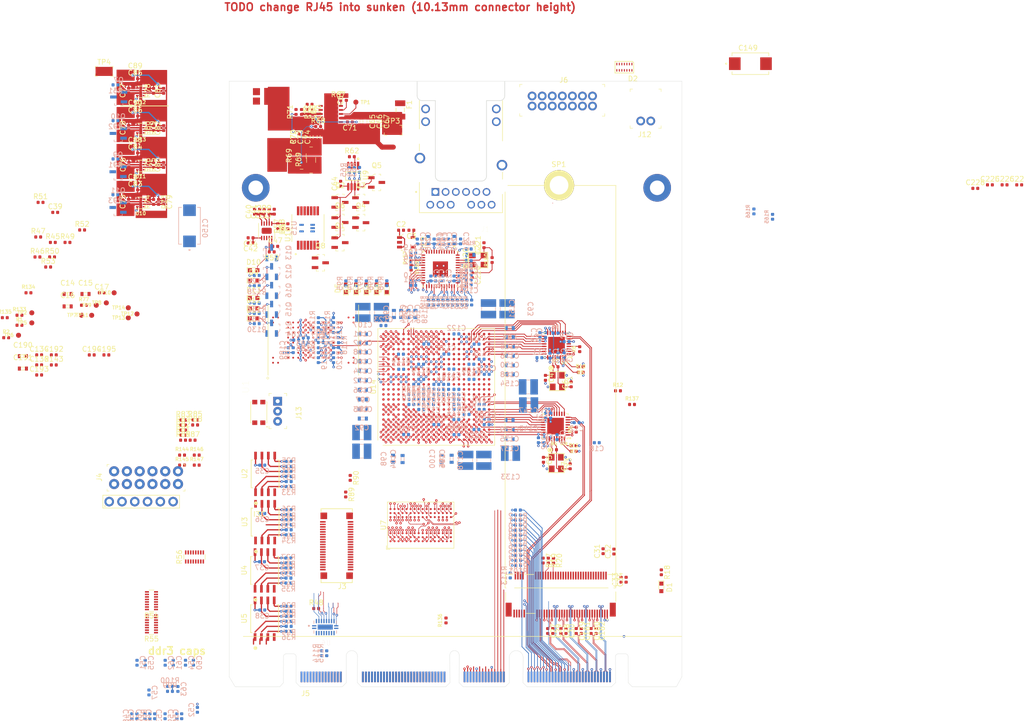
<source format=kicad_pcb>
(kicad_pcb (version 20171130) (host pcbnew 5.1.5+dfsg1-2~bpo10+1)
  (layers (0 F.Cu signal) (1 GND1 signal hide) (2 In2.Cu signal) (3 VCC1 signal hide) (4 GND2 signal hide) (5 In5.Cu signal) (6 VCC2 signal hide) (31 B.Cu signal) (34 B.Paste user hide) (35 F.Paste user hide) (36 B.SilkS user hide) (37 F.SilkS user hide) (38 B.Mask user hide) (39 F.Mask user hide) (44 Edge.Cuts user))
  (net 0 "")
  (net 1 GND)
  (net 2 VCC3V3)
  (net 3 VCC1V35)
  (net 4 VCCAUX)
  (net 5 VCC5V0)
  (net 6 VCC1V8)
  (net 7 VCC1V0)
  (net 8 /Interfaces/1V0_EN)
  (net 9 "Net-(D1-Pad2)")
  (net 10 "Net-(D1-Pad1)")
  (net 11 VCC12V)
  (net 12 PWR_GOOD)
  (net 13 "Net-(IC1-Pad6)")
  (net 14 "Net-(IC1-Pad5)")
  (net 15 "Net-(IC1-Pad3)")
  (net 16 JTAG_TDI)
  (net 17 JTAG_TDO)
  (net 18 JTAG_TCK)
  (net 19 JTAG_TMS)
  (net 20 I2C[5]_SDA)
  (net 21 I2C[5]_SCL)
  (net 22 I2C[3]_SCL)
  (net 23 I2C[7]_SCL)
  (net 24 I2C[3]_SDA)
  (net 25 I2C[1]_SCL)
  (net 26 I2C[1]_SDA)
  (net 27 I2C[7]_SDA)
  (net 28 I2C[2]_SDA)
  (net 29 I2C[2]_SCL)
  (net 30 I2C[4]_SDA)
  (net 31 I2C[6]_SCL)
  (net 32 I2C[6]_SDA)
  (net 33 I2C[4]_SCL)
  (net 34 I2C[0]_SCL)
  (net 35 I2C[0]_SDA)
  (net 36 UART1_SCM_RX)
  (net 37 I2C[11]_SCL)
  (net 38 UART0_SCM_TX)
  (net 39 I2C[11]_SDA)
  (net 40 I2C[9]_SCL)
  (net 41 I2C[9]_SDA)
  (net 42 UART0_SCM_RX)
  (net 43 UART1_SCM_TX)
  (net 44 I2C[10]_SDA)
  (net 45 I2C[10]_SCL)
  (net 46 I2C[12]_SDA)
  (net 47 I2C[12]_SCL)
  (net 48 I2C[8]_SCL)
  (net 49 I2C[8]_SDA)
  (net 50 I3C[2]_SCL)
  (net 51 I3C[0]_SDA)
  (net 52 I3C[0]_SCL)
  (net 53 I3C[2]_SDA)
  (net 54 I3C[1]_SDA)
  (net 55 I3C[1]_SCL)
  (net 56 I3C[3]_SDA)
  (net 57 I3C[3]_SCL)
  (net 58 SPI0_CS_N)
  (net 59 SPI0_CLK)
  (net 60 SPI0_MOSI)
  (net 61 SPI0_MISO)
  (net 62 P12V_AUX)
  (net 63 PRSNT0_N)
  (net 64 SPIO_CLK)
  (net 65 SPIO_CS_N)
  (net 66 SPIO_MOSI)
  (net 67 SPIO_MISO)
  (net 68 ESPI_CLK)
  (net 69 ESPI_CS0_N)
  (net 70 ESPI_ALERT_N)
  (net 71 ESPI_RESET_N)
  (net 72 ESPI_IO0)
  (net 73 ESPI_IO1)
  (net 74 ESPI_IO2)
  (net 75 ESPI_IO3)
  (net 76 ESPI_CS1_N)
  (net 77 QSPI0_CLK)
  (net 78 QSPI0_CS0_N)
  (net 79 QSPI0_D0)
  (net 80 QSPI0_D1)
  (net 81 QSPI0_D2)
  (net 82 QSPI0_D3)
  (net 83 NCSI_CLK)
  (net 84 NCSI_CRS_DV)
  (net 85 NCSI_TXEN)
  (net 86 NCSI_TXD0)
  (net 87 NCSI_TXD1)
  (net 88 NCSI_RXER)
  (net 89 NCSI_RXD0)
  (net 90 NCSI_RXD1)
  (net 91 PECI_BMC)
  (net 92 PVCCIO_PECI)
  (net 93 SGPIO0_DO)
  (net 94 SGPIO0_CLK)
  (net 95 SGPIO0_DI)
  (net 96 SGPIO0_LD)
  (net 97 SGPIO1_DO)
  (net 98 RSVD2)
  (net 99 SGPIO1_DI)
  (net 100 SGPIO1_LD)
  (net 101 SGPIO_RESET_N)
  (net 102 SGPIO_INTR_N)
  (net 103 P3V0_BAT)
  (net 104 QSPI0_CS1_N)
  (net 105 QSPI1_CLK)
  (net 106 QSPI1_CS0_N)
  (net 107 QSPI1_D0)
  (net 108 QSPI1_D1)
  (net 109 QSPI1_D2)
  (net 110 QSPI1_D3)
  (net 111 VIRTUAL_RESEAT)
  (net 112 HPM_FW_RECOVERY)
  (net 113 HPM_STBY_RDY)
  (net 114 HPM_STBY_EN)
  (net 115 HPM_STBY_RST_N)
  (net 116 SYS_PWRBTN_N)
  (net 117 SYS_PWROK)
  (net 118 DBP_PREQ_N)
  (net 119 DBP_PRDY_N)
  (net 120 RST_PLTRST_BUF_N)
  (net 121 SPARE1)
  (net 122 RoT_CPU_RST_N)
  (net 123 CHASI#)
  (net 124 SPARE0)
  (net 125 IRQ_N)
  (net 126 PRSNT1_N)
  (net 127 QSPIB_CLK)
  (net 128 QSPIB1_D0)
  (net 129 QSPIB1_D1)
  (net 130 QSPIB1_D2)
  (net 131 QSPIB1_D3)
  (net 132 QSPIB1_CS_N)
  (net 133 QSPIB2_D0)
  (net 134 QSPIB2_D1)
  (net 135 QSPIB2_D2)
  (net 136 QSPIB2_D3)
  (net 137 QSPIB2_CS_N)
  (net 138 QSPIA_CLK)
  (net 139 QSPIA1_D0)
  (net 140 QSPIA1_D1)
  (net 141 QSPIA1_D2)
  (net 142 QSPIA1_D3)
  (net 143 QSPIA1_CS_N)
  (net 144 QSPIA2_D0)
  (net 145 QSPIA2_D1)
  (net 146 QSPIA2_D2)
  (net 147 QSPIA2_D3)
  (net 148 QSPIA2_CS_N)
  (net 149 ETH_MDC)
  (net 150 ETH_MDIO)
  (net 151 DDR3_CLK+)
  (net 152 DDR3_CLK-)
  (net 153 /DDR3/DDR3_VTT)
  (net 154 DDR3_A14)
  (net 155 DDR3_A8)
  (net 156 DDR3_A6)
  (net 157 DDR3_A2)
  (net 158 DDR3_A7)
  (net 159 DDR3_A9)
  (net 160 DDR3_A11)
  (net 161 DDR3_A13)
  (net 162 DDR3_BA2)
  (net 163 DDR3_WE)
  (net 164 DDR3_A10)
  (net 165 DDR3_BA1)
  (net 166 DDR3_A12)
  (net 167 DDR3_A1)
  (net 168 DDR3_A0)
  (net 169 DDR3_A4)
  (net 170 DDR3_CKE)
  (net 171 DDR3_ODT)
  (net 172 DDR3_RAS)
  (net 173 DDR3_CS)
  (net 174 DDR3_BA0)
  (net 175 DDR3_A3)
  (net 176 DDR3_CAS)
  (net 177 DDR3_A5)
  (net 178 I3C[0]_SDA_3V3)
  (net 179 I3C[0]_SCL_3V3)
  (net 180 I3C[1]_SDA_3V3)
  (net 181 I3C[1]_SCL_3V3)
  (net 182 I3C[2]_SDA_3V3)
  (net 183 I3C[2]_SCL_3V3)
  (net 184 I3C[3]_SDA_3V3)
  (net 185 I3C[3]_SCL_3V3)
  (net 186 DDR3_DQS1-)
  (net 187 DDR3_DM0)
  (net 188 DDR3_DQ15)
  (net 189 DDR3_DQ13)
  (net 190 DDR3_DQ14)
  (net 191 DDR3_DQ9)
  (net 192 DDR3_DM1)
  (net 193 DDR3_DQ12)
  (net 194 DDR3_DQ10)
  (net 195 DDR3_DQ11)
  (net 196 DDR3_DQ7)
  (net 197 DDR3_DQ5)
  (net 198 DDR3_DQ2)
  (net 199 DDR3_DQ1)
  (net 200 DDR3_DQ4)
  (net 201 DDR3_DQ3)
  (net 202 DDR3_RESET)
  (net 203 DDR3_DQ6)
  (net 204 DDR3_DQ8)
  (net 205 DDR3_DQ0)
  (net 206 "Net-(C63-Pad2)")
  (net 207 "Net-(C68-Pad1)")
  (net 208 "Net-(C69-Pad1)")
  (net 209 "Net-(C70-Pad1)")
  (net 210 "Net-(C71-Pad2)")
  (net 211 "Net-(C71-Pad1)")
  (net 212 "Net-(C72-Pad1)")
  (net 213 "Net-(J2-Pad44)")
  (net 214 "Net-(R59-Pad2)")
  (net 215 "Net-(R60-Pad1)")
  (net 216 "Net-(R70-Pad2)")
  (net 217 "Net-(U7-PadJ1)")
  (net 218 "Net-(U7-PadJ9)")
  (net 219 "Net-(U7-PadL1)")
  (net 220 "Net-(U7-PadL9)")
  (net 221 "Net-(U7-PadM7)")
  (net 222 "Net-(U14-PadN7)")
  (net 223 "Net-(U14-PadL7)")
  (net 224 DDR3_VREF)
  (net 225 PP)
  (net 226 GPIO)
  (net 227 RST)
  (net 228 PIRQ#)
  (net 229 VCCB13)
  (net 230 VCC1V8_BANK)
  (net 231 VCC3V3_BANK)
  (net 232 VCC1V35_BANK)
  (net 233 VCCINT)
  (net 234 "Net-(D2-Pad11)")
  (net 235 "Net-(D2-Pad12)")
  (net 236 "Net-(J6-Pad14)")
  (net 237 "Net-(J6-Pad12)")
  (net 238 MODE2)
  (net 239 MODE0)
  (net 240 MODE1)
  (net 241 "Net-(R85-Pad2)")
  (net 242 DONE)
  (net 243 PROGRAM)
  (net 244 INIT)
  (net 245 "Net-(U14-PadG21)")
  (net 246 "Net-(U14-PadM8)")
  (net 247 "Net-(U14-PadN13)")
  (net 248 "Net-(U14-PadN14)")
  (net 249 "Net-(U14-PadN15)")
  (net 250 "Net-(U14-PadN17)")
  (net 251 "Net-(U14-PadP8)")
  (net 252 "Net-(U14-PadP10)")
  (net 253 "Net-(U14-PadP14)")
  (net 254 "Net-(U14-PadP15)")
  (net 255 "Net-(U14-PadP16)")
  (net 256 "Net-(U14-PadP17)")
  (net 257 "Net-(U14-PadP19)")
  (net 258 "Net-(U14-PadR14)")
  (net 259 "Net-(U14-PadR16)")
  (net 260 "Net-(U14-PadR17)")
  (net 261 "Net-(U14-PadR18)")
  (net 262 "Net-(U14-PadR19)")
  (net 263 "Net-(U14-PadT14)")
  (net 264 "Net-(U14-PadT15)")
  (net 265 "Net-(U14-PadT16)")
  (net 266 "Net-(U14-PadT18)")
  (net 267 "Net-(U14-PadU15)")
  (net 268 "Net-(U14-PadU16)")
  (net 269 "Net-(U14-PadV10)")
  (net 270 "Net-(U14-PadV13)")
  (net 271 "Net-(U14-PadV14)")
  (net 272 "Net-(U14-PadV15)")
  (net 273 "Net-(U14-PadW10)")
  (net 274 "Net-(U14-PadW11)")
  (net 275 "Net-(U14-PadW12)")
  (net 276 "Net-(U14-PadW15)")
  (net 277 "Net-(U14-PadW16)")
  (net 278 "Net-(U14-PadY11)")
  (net 279 "Net-(U14-PadY12)")
  (net 280 "Net-(U14-PadY13)")
  (net 281 "Net-(U14-PadAA9)")
  (net 282 "Net-(U14-PadAA10)")
  (net 283 "Net-(U14-PadAA11)")
  (net 284 "Net-(U14-PadAA13)")
  (net 285 "Net-(U14-PadAA14)")
  (net 286 "Net-(U14-PadAA15)")
  (net 287 "Net-(U14-PadAB10)")
  (net 288 "Net-(U14-PadAB11)")
  (net 289 "Net-(U14-PadAB12)")
  (net 290 "Net-(J2-Pad6)")
  (net 291 "Net-(J2-Pad8)")
  (net 292 "Net-(J2-Pad67)")
  (net 293 "Net-(J2-Pad68)")
  (net 294 "Net-(J2-Pad69)")
  (net 295 "Net-(J2-Pad20)")
  (net 296 "Net-(J2-Pad22)")
  (net 297 "Net-(J2-Pad24)")
  (net 298 "Net-(J2-Pad26)")
  (net 299 "Net-(J2-Pad28)")
  (net 300 "Net-(J2-Pad30)")
  (net 301 "Net-(J2-Pad32)")
  (net 302 "Net-(J2-Pad34)")
  (net 303 "Net-(J2-Pad36)")
  (net 304 "Net-(J2-Pad38)")
  (net 305 "Net-(J2-Pad40)")
  (net 306 "Net-(J2-Pad42)")
  (net 307 "Net-(J2-Pad46)")
  (net 308 "Net-(J2-Pad48)")
  (net 309 "Net-(J2-Pad56)")
  (net 310 "Net-(J2-Pad58)")
  (net 311 "Net-(C64-Pad1)")
  (net 312 "Net-(C79-Pad2)")
  (net 313 "Net-(C80-Pad2)")
  (net 314 "Net-(C81-Pad2)")
  (net 315 "Net-(C82-Pad2)")
  (net 316 "Net-(D4-Pad2)")
  (net 317 "Net-(D4-Pad1)")
  (net 318 "Net-(D5-Pad2)")
  (net 319 "Net-(D5-Pad1)")
  (net 320 "Net-(D6-Pad2)")
  (net 321 "Net-(D6-Pad1)")
  (net 322 "Net-(D7-Pad2)")
  (net 323 "Net-(D7-Pad1)")
  (net 324 "Net-(D8-Pad2)")
  (net 325 "Net-(D8-Pad1)")
  (net 326 3V0_BAT)
  (net 327 "Net-(L2-Pad1)")
  (net 328 "Net-(L3-Pad1)")
  (net 329 "Net-(L4-Pad1)")
  (net 330 "Net-(L5-Pad1)")
  (net 331 VCC1V35_DDR3)
  (net 332 "/Power supply/1V0_PG")
  (net 333 "/Power supply/1V8_PG")
  (net 334 "/Power supply/1V35_PG")
  (net 335 "/Power supply/2V5_PG")
  (net 336 "/Power supply/PWR_EN")
  (net 337 "/Power supply/VCCINT_EN")
  (net 338 "/Power supply/VCCAUX_EN")
  (net 339 "/Power supply/VCCIO_EN")
  (net 340 "/Power supply/3V3_PG")
  (net 341 "/Power supply/VR1_PG")
  (net 342 "/Power supply/VR2_PG")
  (net 343 "/Power supply/VR_GOOD")
  (net 344 "Net-(U14-PadF4)")
  (net 345 "Net-(U14-PadP20)")
  (net 346 "Net-(R114-Pad1)")
  (net 347 "Net-(R115-Pad1)")
  (net 348 ROT_RDY\ROT_GPIO0)
  (net 349 "Net-(C1-Pad1)")
  (net 350 "Net-(C188-Pad1)")
  (net 351 "Net-(D9-Pad2)")
  (net 352 "Net-(D9-Pad1)")
  (net 353 "Net-(D10-Pad2)")
  (net 354 "Net-(D10-Pad1)")
  (net 355 "Net-(D11-Pad2)")
  (net 356 "Net-(D11-Pad1)")
  (net 357 "Net-(D12-Pad2)")
  (net 358 "Net-(D12-Pad1)")
  (net 359 "Net-(D13-Pad2)")
  (net 360 "Net-(D13-Pad1)")
  (net 361 "Net-(J2-Pad54)")
  (net 362 "Net-(J2-Pad52)")
  (net 363 "Net-(J5-PadB35)")
  (net 364 USR_LED0)
  (net 365 USR_LED1)
  (net 366 USR_LED2)
  (net 367 PUDC_B)
  (net 368 ROT_QSPI_SCK)
  (net 369 MMC_DAT0)
  (net 370 MMC_DAT1)
  (net 371 MMC_DAT2)
  (net 372 MMC_DAT3)
  (net 373 MMC_DAT4)
  (net 374 MMC_DAT5)
  (net 375 MMC_DAT6)
  (net 376 MMC_DAT7)
  (net 377 MMC_CMD)
  (net 378 MMC_CLK)
  (net 379 MMC_RSTN)
  (net 380 ROT_QSPI_DQ2)
  (net 381 ROT_QSPI_DQ3)
  (net 382 RST_USB2)
  (net 383 "Net-(SP1-Pad1)")
  (net 384 ROT_QSPI_DQ0)
  (net 385 ROT_QSPI_DQ1)
  (net 386 EMCCLK)
  (net 387 GPX_USB2)
  (net 388 MOSI_USB2)
  (net 389 MISO_USB2)
  (net 390 SS_USB2)
  (net 391 SCK_USB2)
  (net 392 "Net-(U18-Pad10)")
  (net 393 "Net-(U18-Pad5)")
  (net 394 "Net-(J1-PadL2)")
  (net 395 USB1_D2)
  (net 396 USB1_D4)
  (net 397 USB1_D0)
  (net 398 USB1_WR)
  (net 399 USB1_~RD)
  (net 400 USB1_D3)
  (net 401 USB1_D6)
  (net 402 USB1_D5)
  (net 403 USB1_D7)
  (net 404 USB1_D1)
  (net 405 VCC1V2)
  (net 406 "Net-(R143-Pad2)")
  (net 407 "Net-(U14-PadA6)")
  (net 408 "Net-(U14-PadB6)")
  (net 409 "Net-(U14-PadC5)")
  (net 410 "Net-(U14-PadC7)")
  (net 411 "Net-(U14-PadD5)")
  (net 412 "Net-(U14-PadD7)")
  (net 413 "Net-(U14-PadE10)")
  (net 414 "Net-(U14-PadF10)")
  (net 415 "Net-(U14-PadG4)")
  (net 416 "Net-(U14-PadA18)")
  (net 417 "Net-(U14-PadG22)")
  (net 418 "Net-(U14-PadAA17)")
  (net 419 "Net-(R144-Pad1)")
  (net 420 "Net-(R145-Pad1)")
  (net 421 "Net-(R146-Pad1)")
  (net 422 "Net-(R147-Pad1)")
  (net 423 ROT_QSPI_CS_B)
  (net 424 PCIE_HPM_TX[0]_P)
  (net 425 PCIE_HPM_TX[1]_P)
  (net 426 PCIE_HPM_TX[0]_N)
  (net 427 PCIE_HPM_TX[1]_N)
  (net 428 PCIE_HPM_TX[2]_P)
  (net 429 PCIE_HPM_TX[3]_P)
  (net 430 PCIE_HPM_TX[2]_N)
  (net 431 PCIE_HPM_TX[3]_N)
  (net 432 PCIE_HPM_CLK_P)
  (net 433 PCIE_HPM_CLK_N)
  (net 434 PCIE_HPM_RX[0]_P)
  (net 435 PCIE_HPM_RX[0]_N)
  (net 436 PCIE_HPM_RX[1]_P)
  (net 437 PCIE_HPM_RX[1]_N)
  (net 438 PCIE_HPM_RX[2]_P)
  (net 439 PCIE_HPM_RX[2]_N)
  (net 440 PCIE_HPM_RX[3]_P)
  (net 441 PCIE_HPM_RX[3]_N)
  (net 442 /PCIe-connector/PCIE_HPM_TX0_C_P)
  (net 443 /PCIe-connector/PCIE_HPM_TX1_C_P)
  (net 444 /PCIe-connector/PCIE_HPM_TX0_C_N)
  (net 445 /PCIe-connector/PCIE_HPM_TX1_C_N)
  (net 446 /PCIe-connector/PCIE_HPM_TX2_C_P)
  (net 447 /PCIe-connector/PCIE_HPM_TX3_C_P)
  (net 448 /PCIe-connector/PCIE_HPM_TX2_C_N)
  (net 449 /PCIe-connector/PCIE_HPM_TX3_C_N)
  (net 450 PCIE_BMC_TX_N)
  (net 451 PCIE_BMC_TX_P)
  (net 452 PCIE_BMC_CLK_100_P)
  (net 453 PCIE_BMC_CLK_100_N)
  (net 454 PCIE_BMC_RX_P)
  (net 455 PCIE_BMC_RX_N)
  (net 456 USB2_D_P)
  (net 457 USB2_D_N)
  (net 458 USB1_D_P)
  (net 459 USB1_D_N)
  (net 460 HPM_FW_RECOVERY_R)
  (net 461 HPM_STBY_RST_N_R)
  (net 462 SYS_PWRBTN_N_R)
  (net 463 SYS_PWROK_R)
  (net 464 DBP_PREQ_N_R)
  (net 465 DBP_PRDY_N_R)
  (net 466 RST_PLTRST_BUF_N_R)
  (net 467 SPARE1_R)
  (net 468 RoT_CPU_RST_N_R)
  (net 469 CHASI#_R)
  (net 470 SPARE0_R)
  (net 471 IRQ_N_R)
  (net 472 PRSNT1_N_R)
  (net 473 "Net-(U14-PadB18)")
  (net 474 "Net-(U14-PadC17)")
  (net 475 "Net-(U14-PadD15)")
  (net 476 "Net-(U14-PadD16)")
  (net 477 "Net-(U14-PadE16)")
  (net 478 "Net-(U14-PadF15)")
  (net 479 "Net-(U14-PadF16)")
  (net 480 /Ethernet/AVDDL_PLL)
  (net 481 /Ethernet/AVDDL)
  (net 482 /Ethernet/AVDDH)
  (net 483 "Net-(C220-Pad1)")
  (net 484 "Net-(C221-Pad1)")
  (net 485 "Net-(R91-Pad1)")
  (net 486 RGMII_RXD0)
  (net 487 RGMII_RXD1)
  (net 488 RGMII_RXD2)
  (net 489 RGMII_RXD3)
  (net 490 RGMII_RX_DV)
  (net 491 RGMII_RX_CLK)
  (net 492 RGMII_REF_CLK)
  (net 493 ETH_~RESET)
  (net 494 /Ethernet/ETH_LED1)
  (net 495 /Ethernet/ETH_LED2)
  (net 496 "Net-(R159-Pad2)")
  (net 497 "Net-(U20-Pad47)")
  (net 498 "Net-(U20-Pad43)")
  (net 499 ETH_INT_N)
  (net 500 RGMII_TX_CLK)
  (net 501 RGMII_TXD3)
  (net 502 RGMII_TXD2)
  (net 503 RGMII_TXD1)
  (net 504 RGMII_TXD0)
  (net 505 "Net-(U20-Pad18)")
  (net 506 "Net-(U20-Pad13)")
  (net 507 RGMII_TX_DV)
  (net 508 /Ethernet/ETH4_N)
  (net 509 /Ethernet/ETH4_P)
  (net 510 /Ethernet/ETH3_N)
  (net 511 /Ethernet/ETH3_P)
  (net 512 /Ethernet/ETH2_N)
  (net 513 /Ethernet/ETH2_P)
  (net 514 /Ethernet/ETH1_N)
  (net 515 /Ethernet/ETH1_P)
  (net 516 "Net-(C4-Pad1)")
  (net 517 "Net-(C5-Pad1)")
  (net 518 "Net-(C6-Pad1)")
  (net 519 "Net-(C7-Pad1)")
  (net 520 "Net-(R5-Pad2)")
  (net 521 "Net-(R6-Pad2)")
  (net 522 "Net-(R7-Pad2)")
  (net 523 "Net-(R8-Pad2)")
  (net 524 "Net-(U17-Pad3)")
  (net 525 "Net-(U17-Pad5)")
  (net 526 ULPI1_RESET)
  (net 527 "Net-(U17-Pad10)")
  (net 528 ULPI1_NXT)
  (net 529 ULPI1_DIR)
  (net 530 ULPI1_STP)
  (net 531 ULPI1_CLKOUT)
  (net 532 ULPI1_DATA7)
  (net 533 ULPI1_DATA6)
  (net 534 ULPI1_DATA5)
  (net 535 ULPI1_DATA4)
  (net 536 ULPI1_DATA3)
  (net 537 ULPI1_DATA2)
  (net 538 ULPI1_DATA1)
  (net 539 ULPI1_DATA0)
  (net 540 "Net-(U18-Pad3)")
  (net 541 ULPI2_RESET)
  (net 542 ULPI2_NXT)
  (net 543 ULPI2_DIR)
  (net 544 ULPI2_STP)
  (net 545 ULPI2_CLKOUT)
  (net 546 ULPI2_DATA7)
  (net 547 ULPI2_DATA6)
  (net 548 ULPI2_DATA5)
  (net 549 ULPI2_DATA4)
  (net 550 ULPI2_DATA3)
  (net 551 ULPI2_DATA2)
  (net 552 ULPI2_DATA1)
  (net 553 ULPI2_DATA0)
  (net 554 "Net-(U14-PadC18)")
  (net 555 "Net-(U14-PadC19)")
  (net 556 "Net-(U14-PadD17)")
  (net 557 "Net-(U14-PadD19)")
  (net 558 "Net-(U14-PadE17)")
  (net 559 "Net-(U14-PadE18)")
  (net 560 "Net-(U14-PadE19)")
  (net 561 "Net-(U14-PadE21)")
  (net 562 "Net-(U14-PadE22)")
  (net 563 "Net-(U14-PadF18)")
  (net 564 "Net-(U14-PadF19)")
  (net 565 "Net-(U14-PadF21)")
  (net 566 "Net-(U14-PadR6)")
  (net 567 "Net-(U14-PadT5)")
  (net 568 "Net-(U14-PadT6)")
  (net 569 "Net-(U14-PadU5)")
  (net 570 "Net-(U14-PadU6)")
  (net 571 "Net-(U14-PadU7)")
  (net 572 "Net-(U14-PadV5)")
  (net 573 "Net-(U14-PadV7)")
  (net 574 "Net-(U14-PadV8)")
  (net 575 "Net-(U14-PadV9)")
  (net 576 "Net-(U14-PadW4)")
  (net 577 "Net-(U14-PadW5)")
  (net 578 "Net-(U14-PadW6)")
  (net 579 "Net-(U14-PadW7)")
  (net 580 "Net-(U14-PadW9)")
  (net 581 "Net-(U14-PadY6)")
  (net 582 "Net-(U14-PadY7)")
  (net 583 "Net-(U14-PadY8)")
  (net 584 "Net-(U14-PadY9)")
  (net 585 "Net-(U14-PadF20)")
  (net 586 "Net-(R133-Pad2)")
  (net 587 "Net-(U14-PadT20)")
  (net 588 "Net-(U14-PadU17)")
  (net 589 "Net-(U14-PadU18)")
  (net 590 "Net-(U14-PadU20)")
  (net 591 "Net-(U14-PadV17)")
  (net 592 "Net-(U14-PadV18)")
  (net 593 "Net-(U14-PadV19)")
  (net 594 "Net-(U14-PadW17)")
  (net 595 "Net-(U14-PadW20)")
  (net 596 "Net-(U14-PadY18)")
  (net 597 "Net-(U14-PadY19)")
  (net 598 "Net-(U14-PadY21)")
  (net 599 DDR3_DQS1_N)
  (net 600 DDR3_DQS1_P)
  (net 601 DDR3_DQS0_N)
  (net 602 DDR3_DQS0_P)
  (net 603 DDR3_CLK_N)
  (net 604 DDR3_CLK_P)
  (net 605 "Net-(C225-Pad1)")
  (net 606 "Net-(C226-Pad1)")
  (net 607 "Net-(C227-Pad1)")
  (net 608 "Net-(C228-Pad1)")
  (net 609 "Net-(J1-Pad14)")
  (net 610 "Net-(J1-Pad16)")
  (net 611 LED_LINK)
  (net 612 LED_SPD)
  (net 613 "Net-(U1-PadK5)")
  (net 614 "Net-(U14-PadM18)")
  (net 615 "Net-(C20-Pad1)")
  (net 616 "Net-(C22-Pad1)")
  (net 617 "Net-(C25-Pad1)")
  (net 618 "Net-(C26-Pad1)")
  (net 619 "Net-(R10-Pad1)")
  (net 620 "Net-(R11-Pad1)")
  (net 621 "Net-(U1-PadH2)")
  (net 622 /Interfaces/PCIE_BMC_TX_C_N)
  (net 623 /Interfaces/PCIE_BMC_TX_C_P)
  (net 624 "Net-(U14-PadA10)")
  (net 625 "Net-(U14-PadB10)")
  (net 626 "Net-(U14-PadC9)")
  (net 627 "Net-(U14-PadC11)")
  (net 628 "Net-(U14-PadD9)")
  (net 629 "Net-(U14-PadD11)")
  (module antmicro-footprints:QFN50P500X500X100-33N (layer F.Cu) (at 124.975 127.475 180)
    (fp_text reference U18 (at -1.658013 -3.494586) (layer F.SilkS) (effects (font (size 0.48204 0.48204) (thickness 0.12051))))
    (fp_text value USB3300-EZK-TR)
    (pad 1 smd rect (at -2.435 -1.75 180) (size 0.86 0.26) (layers F.Cu F.Paste F.Mask) (net 1 GND))
    (pad 2 smd rect (at -2.435 -1.25 180) (size 0.86 0.26) (layers F.Cu F.Paste F.Mask) (net 1 GND))
    (pad 3 smd rect (at -2.435 -0.75 180) (size 0.86 0.26) (layers F.Cu F.Paste F.Mask) (net 540 "Net-(U18-Pad3)"))
    (pad 4 smd rect (at -2.435 -0.25 180) (size 0.86 0.26) (layers F.Cu F.Paste F.Mask) (net 523 "Net-(R8-Pad2)"))
    (pad 5 smd rect (at -2.435 0.25 180) (size 0.86 0.26) (layers F.Cu F.Paste F.Mask) (net 393 "Net-(U18-Pad5)"))
    (pad 6 smd rect (at -2.435 0.75 180) (size 0.86 0.26) (layers F.Cu F.Paste F.Mask) (net 2 VCC3V3))
    (pad 7 smd rect (at -2.435 1.25 180) (size 0.86 0.26) (layers F.Cu F.Paste F.Mask) (net 456 USB2_D_P))
    (pad 8 smd rect (at -2.435 1.75 180) (size 0.86 0.26) (layers F.Cu F.Paste F.Mask) (net 457 USB2_D_N))
    (pad 9 smd rect (at -1.75 2.435 180) (size 0.26 0.86) (layers F.Cu F.Paste F.Mask) (net 541 ULPI2_RESET))
    (pad 10 smd rect (at -1.25 2.435 180) (size 0.26 0.86) (layers F.Cu F.Paste F.Mask) (net 392 "Net-(U18-Pad10)"))
    (pad 11 smd rect (at -0.75 2.435 180) (size 0.26 0.86) (layers F.Cu F.Paste F.Mask) (net 542 ULPI2_NXT))
    (pad 12 smd rect (at -0.25 2.435 180) (size 0.26 0.86) (layers F.Cu F.Paste F.Mask) (net 543 ULPI2_DIR))
    (pad 13 smd rect (at 0.25 2.435 180) (size 0.26 0.86) (layers F.Cu F.Paste F.Mask) (net 544 ULPI2_STP))
    (pad 14 smd rect (at 0.75 2.435 180) (size 0.26 0.86) (layers F.Cu F.Paste F.Mask) (net 545 ULPI2_CLKOUT))
    (pad 15 smd rect (at 1.25 2.435 180) (size 0.26 0.86) (layers F.Cu F.Paste F.Mask) (net 618 "Net-(C26-Pad1)"))
    (pad 16 smd rect (at 1.75 2.435 180) (size 0.26 0.86) (layers F.Cu F.Paste F.Mask) (net 2 VCC3V3))
    (pad 17 smd rect (at 2.435 1.75 180) (size 0.86 0.26) (layers F.Cu F.Paste F.Mask) (net 546 ULPI2_DATA7))
    (pad 18 smd rect (at 2.435 1.25 180) (size 0.86 0.26) (layers F.Cu F.Paste F.Mask) (net 547 ULPI2_DATA6))
    (pad 19 smd rect (at 2.435 0.75 180) (size 0.86 0.26) (layers F.Cu F.Paste F.Mask) (net 548 ULPI2_DATA5))
    (pad 20 smd rect (at 2.435 0.25 180) (size 0.86 0.26) (layers F.Cu F.Paste F.Mask) (net 549 ULPI2_DATA4))
    (pad 21 smd rect (at 2.435 -0.25 180) (size 0.86 0.26) (layers F.Cu F.Paste F.Mask) (net 550 ULPI2_DATA3))
    (pad 22 smd rect (at 2.435 -0.75 180) (size 0.86 0.26) (layers F.Cu F.Paste F.Mask) (net 551 ULPI2_DATA2))
    (pad 23 smd rect (at 2.435 -1.25 180) (size 0.86 0.26) (layers F.Cu F.Paste F.Mask) (net 552 ULPI2_DATA1))
    (pad 24 smd rect (at 2.435 -1.75 180) (size 0.86 0.26) (layers F.Cu F.Paste F.Mask) (net 553 ULPI2_DATA0))
    (pad 25 smd rect (at 1.75 -2.435 180) (size 0.26 0.86) (layers F.Cu F.Paste F.Mask) (net 2 VCC3V3))
    (pad 26 smd rect (at 1.25 -2.435 180) (size 0.26 0.86) (layers F.Cu F.Paste F.Mask) (net 618 "Net-(C26-Pad1)"))
    (pad 27 smd rect (at 0.75 -2.435 180) (size 0.26 0.86) (layers F.Cu F.Paste F.Mask) (net 517 "Net-(C5-Pad1)"))
    (pad 28 smd rect (at 0.25 -2.435 180) (size 0.26 0.86) (layers F.Cu F.Paste F.Mask) (net 519 "Net-(C7-Pad1)"))
    (pad 29 smd rect (at -0.25 -2.435 180) (size 0.26 0.86) (layers F.Cu F.Paste F.Mask) (net 616 "Net-(C22-Pad1)"))
    (pad 30 smd rect (at -0.75 -2.435 180) (size 0.26 0.86) (layers F.Cu F.Paste F.Mask) (net 2 VCC3V3))
    (pad 31 smd rect (at -1.25 -2.435 180) (size 0.26 0.86) (layers F.Cu F.Paste F.Mask) (net 620 "Net-(R11-Pad1)"))
    (pad 32 smd rect (at -1.75 -2.435 180) (size 0.26 0.86) (layers F.Cu F.Paste F.Mask) (net 522 "Net-(R7-Pad2)"))
    (pad 33 smd rect (at 0 0 180) (size 3.3 3.3) (layers F.Cu F.Mask) (net 1 GND))
  )
  (module antmicro-footprints:QFN50P500X500X100-33N (layer F.Cu) (at 125.175 111.375 180)
    (fp_text reference U17 (at -1.658013 -3.494586) (layer F.SilkS) (effects (font (size 0.48204 0.48204) (thickness 0.12051))))
    (fp_text value USB3300-EZK-TR)
    (pad 1 smd rect (at -2.435 -1.75 180) (size 0.86 0.26) (layers F.Cu F.Paste F.Mask) (net 1 GND))
    (pad 2 smd rect (at -2.435 -1.25 180) (size 0.86 0.26) (layers F.Cu F.Paste F.Mask) (net 1 GND))
    (pad 3 smd rect (at -2.435 -0.75 180) (size 0.86 0.26) (layers F.Cu F.Paste F.Mask) (net 524 "Net-(U17-Pad3)"))
    (pad 4 smd rect (at -2.435 -0.25 180) (size 0.86 0.26) (layers F.Cu F.Paste F.Mask) (net 521 "Net-(R6-Pad2)"))
    (pad 5 smd rect (at -2.435 0.25 180) (size 0.86 0.26) (layers F.Cu F.Paste F.Mask) (net 525 "Net-(U17-Pad5)"))
    (pad 6 smd rect (at -2.435 0.75 180) (size 0.86 0.26) (layers F.Cu F.Paste F.Mask) (net 2 VCC3V3))
    (pad 7 smd rect (at -2.435 1.25 180) (size 0.86 0.26) (layers F.Cu F.Paste F.Mask) (net 458 USB1_D_P))
    (pad 8 smd rect (at -2.435 1.75 180) (size 0.86 0.26) (layers F.Cu F.Paste F.Mask) (net 459 USB1_D_N))
    (pad 9 smd rect (at -1.75 2.435 180) (size 0.26 0.86) (layers F.Cu F.Paste F.Mask) (net 526 ULPI1_RESET))
    (pad 10 smd rect (at -1.25 2.435 180) (size 0.26 0.86) (layers F.Cu F.Paste F.Mask) (net 527 "Net-(U17-Pad10)"))
    (pad 11 smd rect (at -0.75 2.435 180) (size 0.26 0.86) (layers F.Cu F.Paste F.Mask) (net 528 ULPI1_NXT))
    (pad 12 smd rect (at -0.25 2.435 180) (size 0.26 0.86) (layers F.Cu F.Paste F.Mask) (net 529 ULPI1_DIR))
    (pad 13 smd rect (at 0.25 2.435 180) (size 0.26 0.86) (layers F.Cu F.Paste F.Mask) (net 530 ULPI1_STP))
    (pad 14 smd rect (at 0.75 2.435 180) (size 0.26 0.86) (layers F.Cu F.Paste F.Mask) (net 531 ULPI1_CLKOUT))
    (pad 15 smd rect (at 1.25 2.435 180) (size 0.26 0.86) (layers F.Cu F.Paste F.Mask) (net 615 "Net-(C20-Pad1)"))
    (pad 16 smd rect (at 1.75 2.435 180) (size 0.26 0.86) (layers F.Cu F.Paste F.Mask) (net 2 VCC3V3))
    (pad 17 smd rect (at 2.435 1.75 180) (size 0.86 0.26) (layers F.Cu F.Paste F.Mask) (net 532 ULPI1_DATA7))
    (pad 18 smd rect (at 2.435 1.25 180) (size 0.86 0.26) (layers F.Cu F.Paste F.Mask) (net 533 ULPI1_DATA6))
    (pad 19 smd rect (at 2.435 0.75 180) (size 0.86 0.26) (layers F.Cu F.Paste F.Mask) (net 534 ULPI1_DATA5))
    (pad 20 smd rect (at 2.435 0.25 180) (size 0.86 0.26) (layers F.Cu F.Paste F.Mask) (net 535 ULPI1_DATA4))
    (pad 21 smd rect (at 2.435 -0.25 180) (size 0.86 0.26) (layers F.Cu F.Paste F.Mask) (net 536 ULPI1_DATA3))
    (pad 22 smd rect (at 2.435 -0.75 180) (size 0.86 0.26) (layers F.Cu F.Paste F.Mask) (net 537 ULPI1_DATA2))
    (pad 23 smd rect (at 2.435 -1.25 180) (size 0.86 0.26) (layers F.Cu F.Paste F.Mask) (net 538 ULPI1_DATA1))
    (pad 24 smd rect (at 2.435 -1.75 180) (size 0.86 0.26) (layers F.Cu F.Paste F.Mask) (net 539 ULPI1_DATA0))
    (pad 25 smd rect (at 1.75 -2.435 180) (size 0.26 0.86) (layers F.Cu F.Paste F.Mask) (net 2 VCC3V3))
    (pad 26 smd rect (at 1.25 -2.435 180) (size 0.26 0.86) (layers F.Cu F.Paste F.Mask) (net 615 "Net-(C20-Pad1)"))
    (pad 27 smd rect (at 0.75 -2.435 180) (size 0.26 0.86) (layers F.Cu F.Paste F.Mask) (net 516 "Net-(C4-Pad1)"))
    (pad 28 smd rect (at 0.25 -2.435 180) (size 0.26 0.86) (layers F.Cu F.Paste F.Mask) (net 518 "Net-(C6-Pad1)"))
    (pad 29 smd rect (at -0.25 -2.435 180) (size 0.26 0.86) (layers F.Cu F.Paste F.Mask) (net 617 "Net-(C25-Pad1)"))
    (pad 30 smd rect (at -0.75 -2.435 180) (size 0.26 0.86) (layers F.Cu F.Paste F.Mask) (net 2 VCC3V3))
    (pad 31 smd rect (at -1.25 -2.435 180) (size 0.26 0.86) (layers F.Cu F.Paste F.Mask) (net 619 "Net-(R10-Pad1)"))
    (pad 32 smd rect (at -1.75 -2.435 180) (size 0.26 0.86) (layers F.Cu F.Paste F.Mask) (net 520 "Net-(R5-Pad2)"))
    (pad 33 smd rect (at 0 0 180) (size 3.3 3.3) (layers F.Cu F.Mask) (net 1 GND))
  )
  (module artix-dc-scm-footprints:Xilinx_FGG484 (layer F.Cu) (at 101.275 119.675 90)
    (fp_text reference U14 (at 0 -12.5 90) (layer F.SilkS))
    (fp_text value XC7A100T-FGG484)
    (pad A1 smd circle (at -10.5 -10.5 90) (size 0.5 0.5) (layers F.Cu F.Paste F.Mask) (net 189 DDR3_DQ13))
    (pad A2 smd circle (at -9.5 -10.5 90) (size 0.5 0.5) (layers F.Cu F.Paste F.Mask) (net 1 GND))
    (pad A3 smd circle (at -8.5 -10.5 90) (size 0.5 0.5) (layers F.Cu F.Paste F.Mask) (net 1 GND))
    (pad A4 smd circle (at -7.5 -10.5 90) (size 0.5 0.5) (layers F.Cu F.Paste F.Mask) (net 622 /Interfaces/PCIE_BMC_TX_C_N))
    (pad A5 smd circle (at -6.5 -10.5 90) (size 0.5 0.5) (layers F.Cu F.Paste F.Mask) (net 1 GND))
    (pad A6 smd circle (at -5.5 -10.5 90) (size 0.5 0.5) (layers F.Cu F.Paste F.Mask) (net 407 "Net-(U14-PadA6)"))
    (pad A7 smd circle (at -4.5 -10.5 90) (size 0.5 0.5) (layers F.Cu F.Paste F.Mask) (net 1 GND))
    (pad A8 smd circle (at -3.5 -10.5 90) (size 0.5 0.5) (layers F.Cu F.Paste F.Mask) (net 455 PCIE_BMC_RX_N))
    (pad A9 smd circle (at -2.5 -10.5 90) (size 0.5 0.5) (layers F.Cu F.Paste F.Mask) (net 1 GND))
    (pad A10 smd circle (at -1.5 -10.5 90) (size 0.5 0.5) (layers F.Cu F.Paste F.Mask) (net 624 "Net-(U14-PadA10)"))
    (pad A11 smd circle (at -0.5 -10.5 90) (size 0.5 0.5) (layers F.Cu F.Paste F.Mask) (net 1 GND))
    (pad A12 smd circle (at 0.5 -10.5 90) (size 0.5 0.5) (layers F.Cu F.Paste F.Mask) (net 1 GND))
    (pad A13 smd circle (at 1.5 -10.5 90) (size 0.5 0.5) (layers F.Cu F.Paste F.Mask) (net 400 USB1_D3))
    (pad A14 smd circle (at 2.5 -10.5 90) (size 0.5 0.5) (layers F.Cu F.Paste F.Mask) (net 398 USB1_WR))
    (pad A15 smd circle (at 3.5 -10.5 90) (size 0.5 0.5) (layers F.Cu F.Paste F.Mask) (net 391 SCK_USB2))
    (pad A16 smd circle (at 4.5 -10.5 90) (size 0.5 0.5) (layers F.Cu F.Paste F.Mask) (net 389 MISO_USB2))
    (pad A17 smd circle (at 5.5 -10.5 90) (size 0.5 0.5) (layers F.Cu F.Paste F.Mask) (net 231 VCC3V3_BANK))
    (pad A18 smd circle (at 6.5 -10.5 90) (size 0.5 0.5) (layers F.Cu F.Paste F.Mask) (net 416 "Net-(U14-PadA18)"))
    (pad A19 smd circle (at 7.5 -10.5 90) (size 0.5 0.5) (layers F.Cu F.Paste F.Mask) (net 370 MMC_DAT1))
    (pad A20 smd circle (at 8.5 -10.5 90) (size 0.5 0.5) (layers F.Cu F.Paste F.Mask) (net 369 MMC_DAT0))
    (pad A21 smd circle (at 9.5 -10.5 90) (size 0.5 0.5) (layers F.Cu F.Paste F.Mask) (net 374 MMC_DAT5))
    (pad A22 smd circle (at 10.5 -10.5 90) (size 0.5 0.5) (layers F.Cu F.Paste F.Mask) (net 1 GND))
    (pad B1 smd circle (at -10.5 -9.5 90) (size 0.5 0.5) (layers F.Cu F.Paste F.Mask) (net 188 DDR3_DQ15))
    (pad B2 smd circle (at -9.5 -9.5 90) (size 0.5 0.5) (layers F.Cu F.Paste F.Mask) (net 191 DDR3_DQ9))
    (pad B3 smd circle (at -8.5 -9.5 90) (size 0.5 0.5) (layers F.Cu F.Paste F.Mask) (net 1 GND))
    (pad B4 smd circle (at -7.5 -9.5 90) (size 0.5 0.5) (layers F.Cu F.Paste F.Mask) (net 623 /Interfaces/PCIE_BMC_TX_C_P))
    (pad B5 smd circle (at -6.5 -9.5 90) (size 0.5 0.5) (layers F.Cu F.Paste F.Mask) (net 405 VCC1V2))
    (pad B6 smd circle (at -5.5 -9.5 90) (size 0.5 0.5) (layers F.Cu F.Paste F.Mask) (net 408 "Net-(U14-PadB6)"))
    (pad B7 smd circle (at -4.5 -9.5 90) (size 0.5 0.5) (layers F.Cu F.Paste F.Mask) (net 405 VCC1V2))
    (pad B8 smd circle (at -3.5 -9.5 90) (size 0.5 0.5) (layers F.Cu F.Paste F.Mask) (net 454 PCIE_BMC_RX_P))
    (pad B9 smd circle (at -2.5 -9.5 90) (size 0.5 0.5) (layers F.Cu F.Paste F.Mask) (net 405 VCC1V2))
    (pad B10 smd circle (at -1.5 -9.5 90) (size 0.5 0.5) (layers F.Cu F.Paste F.Mask) (net 625 "Net-(U14-PadB10)"))
    (pad B11 smd circle (at -0.5 -9.5 90) (size 0.5 0.5) (layers F.Cu F.Paste F.Mask) (net 405 VCC1V2))
    (pad B12 smd circle (at 0.5 -9.5 90) (size 0.5 0.5) (layers F.Cu F.Paste F.Mask) (net 1 GND))
    (pad B13 smd circle (at 1.5 -9.5 90) (size 0.5 0.5) (layers F.Cu F.Paste F.Mask) (net 401 USB1_D6))
    (pad B14 smd circle (at 2.5 -9.5 90) (size 0.5 0.5) (layers F.Cu F.Paste F.Mask) (net 231 VCC3V3_BANK))
    (pad B15 smd circle (at 3.5 -9.5 90) (size 0.5 0.5) (layers F.Cu F.Paste F.Mask) (net 382 RST_USB2))
    (pad B16 smd circle (at 4.5 -9.5 90) (size 0.5 0.5) (layers F.Cu F.Paste F.Mask) (net 388 MOSI_USB2))
    (pad B17 smd circle (at 5.5 -9.5 90) (size 0.5 0.5) (layers F.Cu F.Paste F.Mask) (net 387 GPX_USB2))
    (pad B18 smd circle (at 6.5 -9.5 90) (size 0.5 0.5) (layers F.Cu F.Paste F.Mask) (net 473 "Net-(U14-PadB18)"))
    (pad B19 smd circle (at 7.5 -9.5 90) (size 0.5 0.5) (layers F.Cu F.Paste F.Mask) (net 1 GND))
    (pad B20 smd circle (at 8.5 -9.5 90) (size 0.5 0.5) (layers F.Cu F.Paste F.Mask) (net 372 MMC_DAT3))
    (pad B21 smd circle (at 9.5 -9.5 90) (size 0.5 0.5) (layers F.Cu F.Paste F.Mask) (net 379 MMC_RSTN))
    (pad B22 smd circle (at 10.5 -9.5 90) (size 0.5 0.5) (layers F.Cu F.Paste F.Mask) (net 373 MMC_DAT4))
    (pad C1 smd circle (at -10.5 -8.5 90) (size 0.5 0.5) (layers F.Cu F.Paste F.Mask) (net 231 VCC3V3_BANK))
    (pad C2 smd circle (at -9.5 -8.5 90) (size 0.5 0.5) (layers F.Cu F.Paste F.Mask) (net 193 DDR3_DQ12))
    (pad C3 smd circle (at -8.5 -8.5 90) (size 0.5 0.5) (layers F.Cu F.Paste F.Mask) (net 1 GND))
    (pad C4 smd circle (at -7.5 -8.5 90) (size 0.5 0.5) (layers F.Cu F.Paste F.Mask) (net 405 VCC1V2))
    (pad C5 smd circle (at -6.5 -8.5 90) (size 0.5 0.5) (layers F.Cu F.Paste F.Mask) (net 409 "Net-(U14-PadC5)"))
    (pad C6 smd circle (at -5.5 -8.5 90) (size 0.5 0.5) (layers F.Cu F.Paste F.Mask) (net 1 GND))
    (pad C7 smd circle (at -4.5 -8.5 90) (size 0.5 0.5) (layers F.Cu F.Paste F.Mask) (net 410 "Net-(U14-PadC7)"))
    (pad C8 smd circle (at -3.5 -8.5 90) (size 0.5 0.5) (layers F.Cu F.Paste F.Mask) (net 405 VCC1V2))
    (pad C9 smd circle (at -2.5 -8.5 90) (size 0.5 0.5) (layers F.Cu F.Paste F.Mask) (net 626 "Net-(U14-PadC9)"))
    (pad C10 smd circle (at -1.5 -8.5 90) (size 0.5 0.5) (layers F.Cu F.Paste F.Mask) (net 1 GND))
    (pad C11 smd circle (at -0.5 -8.5 90) (size 0.5 0.5) (layers F.Cu F.Paste F.Mask) (net 627 "Net-(U14-PadC11)"))
    (pad C12 smd circle (at 0.5 -8.5 90) (size 0.5 0.5) (layers F.Cu F.Paste F.Mask) (net 1 GND))
    (pad C13 smd circle (at 1.5 -8.5 90) (size 0.5 0.5) (layers F.Cu F.Paste F.Mask) (net 402 USB1_D5))
    (pad C14 smd circle (at 2.5 -8.5 90) (size 0.5 0.5) (layers F.Cu F.Paste F.Mask) (net 399 USB1_~RD))
    (pad C15 smd circle (at 3.5 -8.5 90) (size 0.5 0.5) (layers F.Cu F.Paste F.Mask) (net 390 SS_USB2))
    (pad C16 smd circle (at 4.5 -8.5 90) (size 0.5 0.5) (layers F.Cu F.Paste F.Mask) (net 1 GND))
    (pad C17 smd circle (at 5.5 -8.5 90) (size 0.5 0.5) (layers F.Cu F.Paste F.Mask) (net 474 "Net-(U14-PadC17)"))
    (pad C18 smd circle (at 6.5 -8.5 90) (size 0.5 0.5) (layers F.Cu F.Paste F.Mask) (net 554 "Net-(U14-PadC18)"))
    (pad C19 smd circle (at 7.5 -8.5 90) (size 0.5 0.5) (layers F.Cu F.Paste F.Mask) (net 555 "Net-(U14-PadC19)"))
    (pad C20 smd circle (at 8.5 -8.5 90) (size 0.5 0.5) (layers F.Cu F.Paste F.Mask) (net 377 MMC_CMD))
    (pad C21 smd circle (at 9.5 -8.5 90) (size 0.5 0.5) (layers F.Cu F.Paste F.Mask) (net 231 VCC3V3_BANK))
    (pad C22 smd circle (at 10.5 -8.5 90) (size 0.5 0.5) (layers F.Cu F.Paste F.Mask) (net 375 MMC_DAT6))
    (pad D1 smd circle (at -10.5 -7.5 90) (size 0.5 0.5) (layers F.Cu F.Paste F.Mask) (net 599 DDR3_DQS1_N))
    (pad D2 smd circle (at -9.5 -7.5 90) (size 0.5 0.5) (layers F.Cu F.Paste F.Mask) (net 195 DDR3_DQ11))
    (pad D3 smd circle (at -8.5 -7.5 90) (size 0.5 0.5) (layers F.Cu F.Paste F.Mask) (net 1 GND))
    (pad D4 smd circle (at -7.5 -7.5 90) (size 0.5 0.5) (layers F.Cu F.Paste F.Mask) (net 1 GND))
    (pad D5 smd circle (at -6.5 -7.5 90) (size 0.5 0.5) (layers F.Cu F.Paste F.Mask) (net 411 "Net-(U14-PadD5)"))
    (pad D6 smd circle (at -5.5 -7.5 90) (size 0.5 0.5) (layers F.Cu F.Paste F.Mask) (net 7 VCC1V0))
    (pad D7 smd circle (at -4.5 -7.5 90) (size 0.5 0.5) (layers F.Cu F.Paste F.Mask) (net 412 "Net-(U14-PadD7)"))
    (pad D8 smd circle (at -3.5 -7.5 90) (size 0.5 0.5) (layers F.Cu F.Paste F.Mask) (net 1 GND))
    (pad D9 smd circle (at -2.5 -7.5 90) (size 0.5 0.5) (layers F.Cu F.Paste F.Mask) (net 628 "Net-(U14-PadD9)"))
    (pad D10 smd circle (at -1.5 -7.5 90) (size 0.5 0.5) (layers F.Cu F.Paste F.Mask) (net 7 VCC1V0))
    (pad D11 smd circle (at -0.5 -7.5 90) (size 0.5 0.5) (layers F.Cu F.Paste F.Mask) (net 629 "Net-(U14-PadD11)"))
    (pad D12 smd circle (at 0.5 -7.5 90) (size 0.5 0.5) (layers F.Cu F.Paste F.Mask) (net 1 GND))
    (pad D13 smd circle (at 1.5 -7.5 90) (size 0.5 0.5) (layers F.Cu F.Paste F.Mask) (net 1 GND))
    (pad D14 smd circle (at 2.5 -7.5 90) (size 0.5 0.5) (layers F.Cu F.Paste F.Mask) (net 403 USB1_D7))
    (pad D15 smd circle (at 3.5 -7.5 90) (size 0.5 0.5) (layers F.Cu F.Paste F.Mask) (net 475 "Net-(U14-PadD15)"))
    (pad D16 smd circle (at 4.5 -7.5 90) (size 0.5 0.5) (layers F.Cu F.Paste F.Mask) (net 476 "Net-(U14-PadD16)"))
    (pad D17 smd circle (at 5.5 -7.5 90) (size 0.5 0.5) (layers F.Cu F.Paste F.Mask) (net 556 "Net-(U14-PadD17)"))
    (pad D18 smd circle (at 6.5 -7.5 90) (size 0.5 0.5) (layers F.Cu F.Paste F.Mask) (net 231 VCC3V3_BANK))
    (pad D19 smd circle (at 7.5 -7.5 90) (size 0.5 0.5) (layers F.Cu F.Paste F.Mask) (net 557 "Net-(U14-PadD19)"))
    (pad D20 smd circle (at 8.5 -7.5 90) (size 0.5 0.5) (layers F.Cu F.Paste F.Mask) (net 371 MMC_DAT2))
    (pad D21 smd circle (at 9.5 -7.5 90) (size 0.5 0.5) (layers F.Cu F.Paste F.Mask) (net 378 MMC_CLK))
    (pad D22 smd circle (at 10.5 -7.5 90) (size 0.5 0.5) (layers F.Cu F.Paste F.Mask) (net 376 MMC_DAT7))
    (pad E1 smd circle (at -10.5 -6.5 90) (size 0.5 0.5) (layers F.Cu F.Paste F.Mask) (net 600 DDR3_DQS1_P))
    (pad E2 smd circle (at -9.5 -6.5 90) (size 0.5 0.5) (layers F.Cu F.Paste F.Mask) (net 190 DDR3_DQ14))
    (pad E3 smd circle (at -8.5 -6.5 90) (size 0.5 0.5) (layers F.Cu F.Paste F.Mask) (net 204 DDR3_DQ8))
    (pad E4 smd circle (at -7.5 -6.5 90) (size 0.5 0.5) (layers F.Cu F.Paste F.Mask) (net 1 GND))
    (pad E5 smd circle (at -6.5 -6.5 90) (size 0.5 0.5) (layers F.Cu F.Paste F.Mask) (net 1 GND))
    (pad E6 smd circle (at -5.5 -6.5 90) (size 0.5 0.5) (layers F.Cu F.Paste F.Mask) (net 453 PCIE_BMC_CLK_100_N))
    (pad E7 smd circle (at -4.5 -6.5 90) (size 0.5 0.5) (layers F.Cu F.Paste F.Mask) (net 1 GND))
    (pad E8 smd circle (at -3.5 -6.5 90) (size 0.5 0.5) (layers F.Cu F.Paste F.Mask) (net 7 VCC1V0))
    (pad E9 smd circle (at -2.5 -6.5 90) (size 0.5 0.5) (layers F.Cu F.Paste F.Mask) (net 1 GND))
    (pad E10 smd circle (at -1.5 -6.5 90) (size 0.5 0.5) (layers F.Cu F.Paste F.Mask) (net 413 "Net-(U14-PadE10)"))
    (pad E11 smd circle (at -0.5 -6.5 90) (size 0.5 0.5) (layers F.Cu F.Paste F.Mask) (net 1 GND))
    (pad E12 smd circle (at 0.5 -6.5 90) (size 0.5 0.5) (layers F.Cu F.Paste F.Mask) (net 4 VCCAUX))
    (pad E13 smd circle (at 1.5 -6.5 90) (size 0.5 0.5) (layers F.Cu F.Paste F.Mask) (net 395 USB1_D2))
    (pad E14 smd circle (at 2.5 -6.5 90) (size 0.5 0.5) (layers F.Cu F.Paste F.Mask) (net 404 USB1_D1))
    (pad E15 smd circle (at 3.5 -6.5 90) (size 0.5 0.5) (layers F.Cu F.Paste F.Mask) (net 231 VCC3V3_BANK))
    (pad E16 smd circle (at 4.5 -6.5 90) (size 0.5 0.5) (layers F.Cu F.Paste F.Mask) (net 477 "Net-(U14-PadE16)"))
    (pad E17 smd circle (at 5.5 -6.5 90) (size 0.5 0.5) (layers F.Cu F.Paste F.Mask) (net 558 "Net-(U14-PadE17)"))
    (pad E18 smd circle (at 6.5 -6.5 90) (size 0.5 0.5) (layers F.Cu F.Paste F.Mask) (net 559 "Net-(U14-PadE18)"))
    (pad E19 smd circle (at 7.5 -6.5 90) (size 0.5 0.5) (layers F.Cu F.Paste F.Mask) (net 560 "Net-(U14-PadE19)"))
    (pad E20 smd circle (at 8.5 -6.5 90) (size 0.5 0.5) (layers F.Cu F.Paste F.Mask) (net 1 GND))
    (pad E21 smd circle (at 9.5 -6.5 90) (size 0.5 0.5) (layers F.Cu F.Paste F.Mask) (net 561 "Net-(U14-PadE21)"))
    (pad E22 smd circle (at 10.5 -6.5 90) (size 0.5 0.5) (layers F.Cu F.Paste F.Mask) (net 562 "Net-(U14-PadE22)"))
    (pad F1 smd circle (at -10.5 -5.5 90) (size 0.5 0.5) (layers F.Cu F.Paste F.Mask) (net 192 DDR3_DM1))
    (pad F2 smd circle (at -9.5 -5.5 90) (size 0.5 0.5) (layers F.Cu F.Paste F.Mask) (net 231 VCC3V3_BANK))
    (pad F3 smd circle (at -8.5 -5.5 90) (size 0.5 0.5) (layers F.Cu F.Paste F.Mask) (net 194 DDR3_DQ10))
    (pad F4 smd circle (at -7.5 -5.5 90) (size 0.5 0.5) (layers F.Cu F.Paste F.Mask) (net 344 "Net-(U14-PadF4)"))
    (pad F5 smd circle (at -6.5 -5.5 90) (size 0.5 0.5) (layers F.Cu F.Paste F.Mask) (net 1 GND))
    (pad F6 smd circle (at -5.5 -5.5 90) (size 0.5 0.5) (layers F.Cu F.Paste F.Mask) (net 452 PCIE_BMC_CLK_100_P))
    (pad F7 smd circle (at -4.5 -5.5 90) (size 0.5 0.5) (layers F.Cu F.Paste F.Mask) (net 7 VCC1V0))
    (pad F8 smd circle (at -3.5 -5.5 90) (size 0.5 0.5) (layers F.Cu F.Paste F.Mask) (net 406 "Net-(R143-Pad2)"))
    (pad F9 smd circle (at -2.5 -5.5 90) (size 0.5 0.5) (layers F.Cu F.Paste F.Mask) (net 7 VCC1V0))
    (pad F10 smd circle (at -1.5 -5.5 90) (size 0.5 0.5) (layers F.Cu F.Paste F.Mask) (net 414 "Net-(U14-PadF10)"))
    (pad F11 smd circle (at -0.5 -5.5 90) (size 0.5 0.5) (layers F.Cu F.Paste F.Mask) (net 1 GND))
    (pad F12 smd circle (at 0.5 -5.5 90) (size 0.5 0.5) (layers F.Cu F.Paste F.Mask) (net 231 VCC3V3_BANK))
    (pad F13 smd circle (at 1.5 -5.5 90) (size 0.5 0.5) (layers F.Cu F.Paste F.Mask) (net 397 USB1_D0))
    (pad F14 smd circle (at 2.5 -5.5 90) (size 0.5 0.5) (layers F.Cu F.Paste F.Mask) (net 396 USB1_D4))
    (pad F15 smd circle (at 3.5 -5.5 90) (size 0.5 0.5) (layers F.Cu F.Paste F.Mask) (net 478 "Net-(U14-PadF15)"))
    (pad F16 smd circle (at 4.5 -5.5 90) (size 0.5 0.5) (layers F.Cu F.Paste F.Mask) (net 479 "Net-(U14-PadF16)"))
    (pad F17 smd circle (at 5.5 -5.5 90) (size 0.5 0.5) (layers F.Cu F.Paste F.Mask) (net 1 GND))
    (pad F18 smd circle (at 6.5 -5.5 90) (size 0.5 0.5) (layers F.Cu F.Paste F.Mask) (net 563 "Net-(U14-PadF18)"))
    (pad F19 smd circle (at 7.5 -5.5 90) (size 0.5 0.5) (layers F.Cu F.Paste F.Mask) (net 564 "Net-(U14-PadF19)"))
    (pad F20 smd circle (at 8.5 -5.5 90) (size 0.5 0.5) (layers F.Cu F.Paste F.Mask) (net 585 "Net-(U14-PadF20)"))
    (pad F21 smd circle (at 9.5 -5.5 90) (size 0.5 0.5) (layers F.Cu F.Paste F.Mask) (net 565 "Net-(U14-PadF21)"))
    (pad F22 smd circle (at 10.5 -5.5 90) (size 0.5 0.5) (layers F.Cu F.Paste F.Mask) (net 231 VCC3V3_BANK))
    (pad G1 smd circle (at -10.5 -4.5 90) (size 0.5 0.5) (layers F.Cu F.Paste F.Mask) (net 202 DDR3_RESET))
    (pad G2 smd circle (at -9.5 -4.5 90) (size 0.5 0.5) (layers F.Cu F.Paste F.Mask) (net 205 DDR3_DQ0))
    (pad G3 smd circle (at -8.5 -4.5 90) (size 0.5 0.5) (layers F.Cu F.Paste F.Mask) (net 187 DDR3_DM0))
    (pad G4 smd circle (at -7.5 -4.5 90) (size 0.5 0.5) (layers F.Cu F.Paste F.Mask) (net 415 "Net-(U14-PadG4)"))
    (pad G5 smd circle (at -6.5 -4.5 90) (size 0.5 0.5) (layers F.Cu F.Paste F.Mask) (net 1 GND))
    (pad G6 smd circle (at -5.5 -4.5 90) (size 0.5 0.5) (layers F.Cu F.Paste F.Mask) (net 1 GND))
    (pad G7 smd circle (at -4.5 -4.5 90) (size 0.5 0.5) (layers F.Cu F.Paste F.Mask) (net 1 GND))
    (pad G8 smd circle (at -3.5 -4.5 90) (size 0.5 0.5) (layers F.Cu F.Paste F.Mask) (net 1 GND))
    (pad G9 smd circle (at -2.5 -4.5 90) (size 0.5 0.5) (layers F.Cu F.Paste F.Mask) (net 1 GND))
    (pad G10 smd circle (at -1.5 -4.5 90) (size 0.5 0.5) (layers F.Cu F.Paste F.Mask) (net 1 GND))
    (pad G11 smd circle (at -0.5 -4.5 90) (size 0.5 0.5) (layers F.Cu F.Paste F.Mask) (net 242 DONE))
    (pad G12 smd circle (at 0.5 -4.5 90) (size 0.5 0.5) (layers F.Cu F.Paste F.Mask) (net 1 GND))
    (pad G13 smd circle (at 1.5 -4.5 90) (size 0.5 0.5) (layers F.Cu F.Paste F.Mask) (net 26 I2C[1]_SDA))
    (pad G14 smd circle (at 2.5 -4.5 90) (size 0.5 0.5) (layers F.Cu F.Paste F.Mask) (net 1 GND))
    (pad G15 smd circle (at 3.5 -4.5 90) (size 0.5 0.5) (layers F.Cu F.Paste F.Mask) (net 46 I2C[12]_SDA))
    (pad G16 smd circle (at 4.5 -4.5 90) (size 0.5 0.5) (layers F.Cu F.Paste F.Mask) (net 39 I2C[11]_SDA))
    (pad G17 smd circle (at 5.5 -4.5 90) (size 0.5 0.5) (layers F.Cu F.Paste F.Mask) (net 47 I2C[12]_SCL))
    (pad G18 smd circle (at 6.5 -4.5 90) (size 0.5 0.5) (layers F.Cu F.Paste F.Mask) (net 102 SGPIO_INTR_N))
    (pad G19 smd circle (at 7.5 -4.5 90) (size 0.5 0.5) (layers F.Cu F.Paste F.Mask) (net 231 VCC3V3_BANK))
    (pad G20 smd circle (at 8.5 -4.5 90) (size 0.5 0.5) (layers F.Cu F.Paste F.Mask) (net 504 RGMII_TXD0))
    (pad G21 smd circle (at 9.5 -4.5 90) (size 0.5 0.5) (layers F.Cu F.Paste F.Mask) (net 245 "Net-(U14-PadG21)"))
    (pad G22 smd circle (at 10.5 -4.5 90) (size 0.5 0.5) (layers F.Cu F.Paste F.Mask) (net 417 "Net-(U14-PadG22)"))
    (pad H1 smd circle (at -10.5 -3.5 90) (size 0.5 0.5) (layers F.Cu F.Paste F.Mask) (net 1 GND))
    (pad H2 smd circle (at -9.5 -3.5 90) (size 0.5 0.5) (layers F.Cu F.Paste F.Mask) (net 203 DDR3_DQ6))
    (pad H3 smd circle (at -8.5 -3.5 90) (size 0.5 0.5) (layers F.Cu F.Paste F.Mask) (net 197 DDR3_DQ5))
    (pad H4 smd circle (at -7.5 -3.5 90) (size 0.5 0.5) (layers F.Cu F.Paste F.Mask) (net 199 DDR3_DQ1))
    (pad H5 smd circle (at -6.5 -3.5 90) (size 0.5 0.5) (layers F.Cu F.Paste F.Mask) (net 198 DDR3_DQ2))
    (pad H6 smd circle (at -5.5 -3.5 90) (size 0.5 0.5) (layers F.Cu F.Paste F.Mask) (net 231 VCC3V3_BANK))
    (pad H7 smd circle (at -4.5 -3.5 90) (size 0.5 0.5) (layers F.Cu F.Paste F.Mask) (net 1 GND))
    (pad H8 smd circle (at -3.5 -3.5 90) (size 0.5 0.5) (layers F.Cu F.Paste F.Mask) (net 233 VCCINT))
    (pad H9 smd circle (at -2.5 -3.5 90) (size 0.5 0.5) (layers F.Cu F.Paste F.Mask) (net 1 GND))
    (pad H10 smd circle (at -1.5 -3.5 90) (size 0.5 0.5) (layers F.Cu F.Paste F.Mask) (net 233 VCCINT))
    (pad H11 smd circle (at -0.5 -3.5 90) (size 0.5 0.5) (layers F.Cu F.Paste F.Mask) (net 1 GND))
    (pad H12 smd circle (at 0.5 -3.5 90) (size 0.5 0.5) (layers F.Cu F.Paste F.Mask) (net 4 VCCAUX))
    (pad H13 smd circle (at 1.5 -3.5 90) (size 0.5 0.5) (layers F.Cu F.Paste F.Mask) (net 34 I2C[0]_SCL))
    (pad H14 smd circle (at 2.5 -3.5 90) (size 0.5 0.5) (layers F.Cu F.Paste F.Mask) (net 28 I2C[2]_SDA))
    (pad H15 smd circle (at 3.5 -3.5 90) (size 0.5 0.5) (layers F.Cu F.Paste F.Mask) (net 44 I2C[10]_SDA))
    (pad H16 smd circle (at 4.5 -3.5 90) (size 0.5 0.5) (layers F.Cu F.Paste F.Mask) (net 231 VCC3V3_BANK))
    (pad H17 smd circle (at 5.5 -3.5 90) (size 0.5 0.5) (layers F.Cu F.Paste F.Mask) (net 37 I2C[11]_SCL))
    (pad H18 smd circle (at 6.5 -3.5 90) (size 0.5 0.5) (layers F.Cu F.Paste F.Mask) (net 101 SGPIO_RESET_N))
    (pad H19 smd circle (at 7.5 -3.5 90) (size 0.5 0.5) (layers F.Cu F.Paste F.Mask) (net 100 SGPIO1_LD))
    (pad H20 smd circle (at 8.5 -3.5 90) (size 0.5 0.5) (layers F.Cu F.Paste F.Mask) (net 503 RGMII_TXD1))
    (pad H21 smd circle (at 9.5 -3.5 90) (size 0.5 0.5) (layers F.Cu F.Paste F.Mask) (net 1 GND))
    (pad H22 smd circle (at 10.5 -3.5 90) (size 0.5 0.5) (layers F.Cu F.Paste F.Mask) (net 502 RGMII_TXD2))
    (pad J1 smd circle (at -10.5 -2.5 90) (size 0.5 0.5) (layers F.Cu F.Paste F.Mask) (net 201 DDR3_DQ3))
    (pad J2 smd circle (at -9.5 -2.5 90) (size 0.5 0.5) (layers F.Cu F.Paste F.Mask) (net 601 DDR3_DQS0_N))
    (pad J3 smd circle (at -8.5 -2.5 90) (size 0.5 0.5) (layers F.Cu F.Paste F.Mask) (net 231 VCC3V3_BANK))
    (pad J4 smd circle (at -7.5 -2.5 90) (size 0.5 0.5) (layers F.Cu F.Paste F.Mask) (net 172 DDR3_RAS))
    (pad J5 smd circle (at -6.5 -2.5 90) (size 0.5 0.5) (layers F.Cu F.Paste F.Mask) (net 196 DDR3_DQ7))
    (pad J6 smd circle (at -5.5 -2.5 90) (size 0.5 0.5) (layers F.Cu F.Paste F.Mask) (net 170 DDR3_CKE))
    (pad J7 smd circle (at -4.5 -2.5 90) (size 0.5 0.5) (layers F.Cu F.Paste F.Mask) (net 233 VCCINT))
    (pad J8 smd circle (at -3.5 -2.5 90) (size 0.5 0.5) (layers F.Cu F.Paste F.Mask) (net 1 GND))
    (pad J9 smd circle (at -2.5 -2.5 90) (size 0.5 0.5) (layers F.Cu F.Paste F.Mask) (net 233 VCCINT))
    (pad J10 smd circle (at -1.5 -2.5 90) (size 0.5 0.5) (layers F.Cu F.Paste F.Mask) (net 1 GND))
    (pad J11 smd circle (at -0.5 -2.5 90) (size 0.5 0.5) (layers F.Cu F.Paste F.Mask) (net 233 VCCINT))
    (pad J12 smd circle (at 0.5 -2.5 90) (size 0.5 0.5) (layers F.Cu F.Paste F.Mask) (net 1 GND))
    (pad J13 smd circle (at 1.5 -2.5 90) (size 0.5 0.5) (layers F.Cu F.Paste F.Mask) (net 231 VCC3V3_BANK))
    (pad J14 smd circle (at 2.5 -2.5 90) (size 0.5 0.5) (layers F.Cu F.Paste F.Mask) (net 29 I2C[2]_SCL))
    (pad J15 smd circle (at 3.5 -2.5 90) (size 0.5 0.5) (layers F.Cu F.Paste F.Mask) (net 41 I2C[9]_SDA))
    (pad J16 smd circle (at 4.5 -2.5 90) (size 0.5 0.5) (layers F.Cu F.Paste F.Mask) (net 49 I2C[8]_SDA))
    (pad J17 smd circle (at 5.5 -2.5 90) (size 0.5 0.5) (layers F.Cu F.Paste F.Mask) (net 45 I2C[10]_SCL))
    (pad J18 smd circle (at 6.5 -2.5 90) (size 0.5 0.5) (layers F.Cu F.Paste F.Mask) (net 1 GND))
    (pad J19 smd circle (at 7.5 -2.5 90) (size 0.5 0.5) (layers F.Cu F.Paste F.Mask) (net 99 SGPIO1_DI))
    (pad J20 smd circle (at 8.5 -2.5 90) (size 0.5 0.5) (layers F.Cu F.Paste F.Mask) (net 507 RGMII_TX_DV))
    (pad J21 smd circle (at 9.5 -2.5 90) (size 0.5 0.5) (layers F.Cu F.Paste F.Mask) (net 501 RGMII_TXD3))
    (pad J22 smd circle (at 10.5 -2.5 90) (size 0.5 0.5) (layers F.Cu F.Paste F.Mask) (net 500 RGMII_TX_CLK))
    (pad K1 smd circle (at -10.5 -1.5 90) (size 0.5 0.5) (layers F.Cu F.Paste F.Mask) (net 200 DDR3_DQ4))
    (pad K2 smd circle (at -9.5 -1.5 90) (size 0.5 0.5) (layers F.Cu F.Paste F.Mask) (net 602 DDR3_DQS0_P))
    (pad K3 smd circle (at -8.5 -1.5 90) (size 0.5 0.5) (layers F.Cu F.Paste F.Mask) (net 176 DDR3_CAS))
    (pad K4 smd circle (at -7.5 -1.5 90) (size 0.5 0.5) (layers F.Cu F.Paste F.Mask) (net 171 DDR3_ODT))
    (pad K5 smd circle (at -6.5 -1.5 90) (size 0.5 0.5) (layers F.Cu F.Paste F.Mask) (net 1 GND))
    (pad K6 smd circle (at -5.5 -1.5 90) (size 0.5 0.5) (layers F.Cu F.Paste F.Mask) (net 165 DDR3_BA1))
    (pad K7 smd circle (at -4.5 -1.5 90) (size 0.5 0.5) (layers F.Cu F.Paste F.Mask) (net 1 GND))
    (pad K8 smd circle (at -3.5 -1.5 90) (size 0.5 0.5) (layers F.Cu F.Paste F.Mask) (net 233 VCCINT))
    (pad K9 smd circle (at -2.5 -1.5 90) (size 0.5 0.5) (layers F.Cu F.Paste F.Mask) (net 1 GND))
    (pad K10 smd circle (at -1.5 -1.5 90) (size 0.5 0.5) (layers F.Cu F.Paste F.Mask) (net 4 VCCAUX))
    (pad K11 smd circle (at -0.5 -1.5 90) (size 0.5 0.5) (layers F.Cu F.Paste F.Mask) (net 1 GND))
    (pad K12 smd circle (at 0.5 -1.5 90) (size 0.5 0.5) (layers F.Cu F.Paste F.Mask) (net 4 VCCAUX))
    (pad K13 smd circle (at 1.5 -1.5 90) (size 0.5 0.5) (layers F.Cu F.Paste F.Mask) (net 94 SGPIO0_CLK))
    (pad K14 smd circle (at 2.5 -1.5 90) (size 0.5 0.5) (layers F.Cu F.Paste F.Mask) (net 22 I2C[3]_SCL))
    (pad K15 smd circle (at 3.5 -1.5 90) (size 0.5 0.5) (layers F.Cu F.Paste F.Mask) (net 1 GND))
    (pad K16 smd circle (at 4.5 -1.5 90) (size 0.5 0.5) (layers F.Cu F.Paste F.Mask) (net 48 I2C[8]_SCL))
    (pad K17 smd circle (at 5.5 -1.5 90) (size 0.5 0.5) (layers F.Cu F.Paste F.Mask) (net 40 I2C[9]_SCL))
    (pad K18 smd circle (at 6.5 -1.5 90) (size 0.5 0.5) (layers F.Cu F.Paste F.Mask) (net 98 RSVD2))
    (pad K19 smd circle (at 7.5 -1.5 90) (size 0.5 0.5) (layers F.Cu F.Paste F.Mask) (net 97 SGPIO1_DO))
    (pad K20 smd circle (at 8.5 -1.5 90) (size 0.5 0.5) (layers F.Cu F.Paste F.Mask) (net 231 VCC3V3_BANK))
    (pad K21 smd circle (at 9.5 -1.5 90) (size 0.5 0.5) (layers F.Cu F.Paste F.Mask) (net 488 RGMII_RXD2))
    (pad K22 smd circle (at 10.5 -1.5 90) (size 0.5 0.5) (layers F.Cu F.Paste F.Mask) (net 489 RGMII_RXD3))
    (pad L1 smd circle (at -10.5 -0.5 90) (size 0.5 0.5) (layers F.Cu F.Paste F.Mask) (net 163 DDR3_WE))
    (pad L2 smd circle (at -9.5 -0.5 90) (size 0.5 0.5) (layers F.Cu F.Paste F.Mask) (net 1 GND))
    (pad L3 smd circle (at -8.5 -0.5 90) (size 0.5 0.5) (layers F.Cu F.Paste F.Mask) (net 174 DDR3_BA0))
    (pad L4 smd circle (at -7.5 -0.5 90) (size 0.5 0.5) (layers F.Cu F.Paste F.Mask) (net 162 DDR3_BA2))
    (pad L5 smd circle (at -6.5 -0.5 90) (size 0.5 0.5) (layers F.Cu F.Paste F.Mask) (net 164 DDR3_A10))
    (pad L6 smd circle (at -5.5 -0.5 90) (size 0.5 0.5) (layers F.Cu F.Paste F.Mask) (net 169 DDR3_A4))
    (pad L7 smd circle (at -4.5 -0.5 90) (size 0.5 0.5) (layers F.Cu F.Paste F.Mask) (net 223 "Net-(U14-PadL7)"))
    (pad L8 smd circle (at -3.5 -0.5 90) (size 0.5 0.5) (layers F.Cu F.Paste F.Mask) (net 1 GND))
    (pad L9 smd circle (at -2.5 -0.5 90) (size 0.5 0.5) (layers F.Cu F.Paste F.Mask) (net 1 GND))
    (pad L10 smd circle (at -1.5 -0.5 90) (size 0.5 0.5) (layers F.Cu F.Paste F.Mask) (net 1 GND))
    (pad L11 smd circle (at -0.5 -0.5 90) (size 0.5 0.5) (layers F.Cu F.Paste F.Mask) (net 233 VCCINT))
    (pad L12 smd circle (at 0.5 -0.5 90) (size 0.5 0.5) (layers F.Cu F.Paste F.Mask) (net 368 ROT_QSPI_SCK))
    (pad L13 smd circle (at 1.5 -0.5 90) (size 0.5 0.5) (layers F.Cu F.Paste F.Mask) (net 35 I2C[0]_SDA))
    (pad L14 smd circle (at 2.5 -0.5 90) (size 0.5 0.5) (layers F.Cu F.Paste F.Mask) (net 24 I2C[3]_SDA))
    (pad L15 smd circle (at 3.5 -0.5 90) (size 0.5 0.5) (layers F.Cu F.Paste F.Mask) (net 27 I2C[7]_SDA))
    (pad L16 smd circle (at 4.5 -0.5 90) (size 0.5 0.5) (layers F.Cu F.Paste F.Mask) (net 23 I2C[7]_SCL))
    (pad L17 smd circle (at 5.5 -0.5 90) (size 0.5 0.5) (layers F.Cu F.Paste F.Mask) (net 231 VCC3V3_BANK))
    (pad L18 smd circle (at 6.5 -0.5 90) (size 0.5 0.5) (layers F.Cu F.Paste F.Mask) (net 96 SGPIO0_LD))
    (pad L19 smd circle (at 7.5 -0.5 90) (size 0.5 0.5) (layers F.Cu F.Paste F.Mask) (net 95 SGPIO0_DI))
    (pad L20 smd circle (at 8.5 -0.5 90) (size 0.5 0.5) (layers F.Cu F.Paste F.Mask) (net 486 RGMII_RXD0))
    (pad L21 smd circle (at 9.5 -0.5 90) (size 0.5 0.5) (layers F.Cu F.Paste F.Mask) (net 487 RGMII_RXD1))
    (pad L22 smd circle (at 10.5 -0.5 90) (size 0.5 0.5) (layers F.Cu F.Paste F.Mask) (net 1 GND))
    (pad M1 smd circle (at -10.5 0.5 90) (size 0.5 0.5) (layers F.Cu F.Paste F.Mask) (net 175 DDR3_A3))
    (pad M2 smd circle (at -9.5 0.5 90) (size 0.5 0.5) (layers F.Cu F.Paste F.Mask) (net 168 DDR3_A0))
    (pad M3 smd circle (at -8.5 0.5 90) (size 0.5 0.5) (layers F.Cu F.Paste F.Mask) (net 157 DDR3_A2))
    (pad M4 smd circle (at -7.5 0.5 90) (size 0.5 0.5) (layers F.Cu F.Paste F.Mask) (net 231 VCC3V3_BANK))
    (pad M5 smd circle (at -6.5 0.5 90) (size 0.5 0.5) (layers F.Cu F.Paste F.Mask) (net 167 DDR3_A1))
    (pad M6 smd circle (at -5.5 0.5 90) (size 0.5 0.5) (layers F.Cu F.Paste F.Mask) (net 155 DDR3_A8))
    (pad M7 smd circle (at -4.5 0.5 90) (size 0.5 0.5) (layers F.Cu F.Paste F.Mask) (net 1 GND))
    (pad M8 smd circle (at -3.5 0.5 90) (size 0.5 0.5) (layers F.Cu F.Paste F.Mask) (net 246 "Net-(U14-PadM8)"))
    (pad M9 smd circle (at -2.5 0.5 90) (size 0.5 0.5) (layers F.Cu F.Paste F.Mask) (net 1 GND))
    (pad M10 smd circle (at -1.5 0.5 90) (size 0.5 0.5) (layers F.Cu F.Paste F.Mask) (net 1 GND))
    (pad M11 smd circle (at -0.5 0.5 90) (size 0.5 0.5) (layers F.Cu F.Paste F.Mask) (net 1 GND))
    (pad M12 smd circle (at 0.5 0.5 90) (size 0.5 0.5) (layers F.Cu F.Paste F.Mask) (net 4 VCCAUX))
    (pad M13 smd circle (at 1.5 0.5 90) (size 0.5 0.5) (layers F.Cu F.Paste F.Mask) (net 25 I2C[1]_SCL))
    (pad M14 smd circle (at 2.5 0.5 90) (size 0.5 0.5) (layers F.Cu F.Paste F.Mask) (net 231 VCC3V3_BANK))
    (pad M15 smd circle (at 3.5 0.5 90) (size 0.5 0.5) (layers F.Cu F.Paste F.Mask) (net 20 I2C[5]_SDA))
    (pad M16 smd circle (at 4.5 0.5 90) (size 0.5 0.5) (layers F.Cu F.Paste F.Mask) (net 32 I2C[6]_SDA))
    (pad M17 smd circle (at 5.5 0.5 90) (size 0.5 0.5) (layers F.Cu F.Paste F.Mask) (net 31 I2C[6]_SCL))
    (pad M18 smd circle (at 6.5 0.5 90) (size 0.5 0.5) (layers F.Cu F.Paste F.Mask) (net 614 "Net-(U14-PadM18)"))
    (pad M19 smd circle (at 7.5 0.5 90) (size 0.5 0.5) (layers F.Cu F.Paste F.Mask) (net 1 GND))
    (pad M20 smd circle (at 8.5 0.5 90) (size 0.5 0.5) (layers F.Cu F.Paste F.Mask) (net 150 ETH_MDIO))
    (pad M21 smd circle (at 9.5 0.5 90) (size 0.5 0.5) (layers F.Cu F.Paste F.Mask) (net 491 RGMII_RX_CLK))
    (pad M22 smd circle (at 10.5 0.5 90) (size 0.5 0.5) (layers F.Cu F.Paste F.Mask) (net 490 RGMII_RX_DV))
    (pad N1 smd circle (at -10.5 1.5 90) (size 0.5 0.5) (layers F.Cu F.Paste F.Mask) (net 231 VCC3V3_BANK))
    (pad N2 smd circle (at -9.5 1.5 90) (size 0.5 0.5) (layers F.Cu F.Paste F.Mask) (net 158 DDR3_A7))
    (pad N3 smd circle (at -8.5 1.5 90) (size 0.5 0.5) (layers F.Cu F.Paste F.Mask) (net 156 DDR3_A6))
    (pad N4 smd circle (at -7.5 1.5 90) (size 0.5 0.5) (layers F.Cu F.Paste F.Mask) (net 166 DDR3_A12))
    (pad N5 smd circle (at -6.5 1.5 90) (size 0.5 0.5) (layers F.Cu F.Paste F.Mask) (net 160 DDR3_A11))
    (pad N6 smd circle (at -5.5 1.5 90) (size 0.5 0.5) (layers F.Cu F.Paste F.Mask) (net 1 GND))
    (pad N7 smd circle (at -4.5 1.5 90) (size 0.5 0.5) (layers F.Cu F.Paste F.Mask) (net 222 "Net-(U14-PadN7)"))
    (pad N8 smd circle (at -3.5 1.5 90) (size 0.5 0.5) (layers F.Cu F.Paste F.Mask) (net 1 GND))
    (pad N9 smd circle (at -2.5 1.5 90) (size 0.5 0.5) (layers F.Cu F.Paste F.Mask) (net 1 GND))
    (pad N10 smd circle (at -1.5 1.5 90) (size 0.5 0.5) (layers F.Cu F.Paste F.Mask) (net 1 GND))
    (pad N11 smd circle (at -0.5 1.5 90) (size 0.5 0.5) (layers F.Cu F.Paste F.Mask) (net 233 VCCINT))
    (pad N12 smd circle (at 0.5 1.5 90) (size 0.5 0.5) (layers F.Cu F.Paste F.Mask) (net 243 PROGRAM))
    (pad N13 smd circle (at 1.5 1.5 90) (size 0.5 0.5) (layers F.Cu F.Paste F.Mask) (net 247 "Net-(U14-PadN13)"))
    (pad N14 smd circle (at 2.5 1.5 90) (size 0.5 0.5) (layers F.Cu F.Paste F.Mask) (net 248 "Net-(U14-PadN14)"))
    (pad N15 smd circle (at 3.5 1.5 90) (size 0.5 0.5) (layers F.Cu F.Paste F.Mask) (net 249 "Net-(U14-PadN15)"))
    (pad N16 smd circle (at 4.5 1.5 90) (size 0.5 0.5) (layers F.Cu F.Paste F.Mask) (net 1 GND))
    (pad N17 smd circle (at 5.5 1.5 90) (size 0.5 0.5) (layers F.Cu F.Paste F.Mask) (net 250 "Net-(U14-PadN17)"))
    (pad N18 smd circle (at 6.5 1.5 90) (size 0.5 0.5) (layers F.Cu F.Paste F.Mask) (net 493 ETH_~RESET))
    (pad N19 smd circle (at 7.5 1.5 90) (size 0.5 0.5) (layers F.Cu F.Paste F.Mask) (net 492 RGMII_REF_CLK))
    (pad N20 smd circle (at 8.5 1.5 90) (size 0.5 0.5) (layers F.Cu F.Paste F.Mask) (net 499 ETH_INT_N))
    (pad N21 smd circle (at 9.5 1.5 90) (size 0.5 0.5) (layers F.Cu F.Paste F.Mask) (net 231 VCC3V3_BANK))
    (pad N22 smd circle (at 10.5 1.5 90) (size 0.5 0.5) (layers F.Cu F.Paste F.Mask) (net 149 ETH_MDC))
    (pad P1 smd circle (at -10.5 2.5 90) (size 0.5 0.5) (layers F.Cu F.Paste F.Mask) (net 177 DDR3_A5))
    (pad P2 smd circle (at -9.5 2.5 90) (size 0.5 0.5) (layers F.Cu F.Paste F.Mask) (net 161 DDR3_A13))
    (pad P3 smd circle (at -8.5 2.5 90) (size 0.5 0.5) (layers F.Cu F.Paste F.Mask) (net 1 GND))
    (pad P4 smd circle (at -7.5 2.5 90) (size 0.5 0.5) (layers F.Cu F.Paste F.Mask) (net 603 DDR3_CLK_N))
    (pad P5 smd circle (at -6.5 2.5 90) (size 0.5 0.5) (layers F.Cu F.Paste F.Mask) (net 604 DDR3_CLK_P))
    (pad P6 smd circle (at -5.5 2.5 90) (size 0.5 0.5) (layers F.Cu F.Paste F.Mask) (net 154 DDR3_A14))
    (pad P7 smd circle (at -4.5 2.5 90) (size 0.5 0.5) (layers F.Cu F.Paste F.Mask) (net 1 GND))
    (pad P8 smd circle (at -3.5 2.5 90) (size 0.5 0.5) (layers F.Cu F.Paste F.Mask) (net 251 "Net-(U14-PadP8)"))
    (pad P9 smd circle (at -2.5 2.5 90) (size 0.5 0.5) (layers F.Cu F.Paste F.Mask) (net 1 GND))
    (pad P10 smd circle (at -1.5 2.5 90) (size 0.5 0.5) (layers F.Cu F.Paste F.Mask) (net 252 "Net-(U14-PadP10)"))
    (pad P11 smd circle (at -0.5 2.5 90) (size 0.5 0.5) (layers F.Cu F.Paste F.Mask) (net 1 GND))
    (pad P12 smd circle (at 0.5 2.5 90) (size 0.5 0.5) (layers F.Cu F.Paste F.Mask) (net 4 VCCAUX))
    (pad P13 smd circle (at 1.5 2.5 90) (size 0.5 0.5) (layers F.Cu F.Paste F.Mask) (net 1 GND))
    (pad P14 smd circle (at 2.5 2.5 90) (size 0.5 0.5) (layers F.Cu F.Paste F.Mask) (net 253 "Net-(U14-PadP14)"))
    (pad P15 smd circle (at 3.5 2.5 90) (size 0.5 0.5) (layers F.Cu F.Paste F.Mask) (net 254 "Net-(U14-PadP15)"))
    (pad P16 smd circle (at 4.5 2.5 90) (size 0.5 0.5) (layers F.Cu F.Paste F.Mask) (net 255 "Net-(U14-PadP16)"))
    (pad P17 smd circle (at 5.5 2.5 90) (size 0.5 0.5) (layers F.Cu F.Paste F.Mask) (net 256 "Net-(U14-PadP17)"))
    (pad P18 smd circle (at 6.5 2.5 90) (size 0.5 0.5) (layers F.Cu F.Paste F.Mask) (net 231 VCC3V3_BANK))
    (pad P19 smd circle (at 7.5 2.5 90) (size 0.5 0.5) (layers F.Cu F.Paste F.Mask) (net 257 "Net-(U14-PadP19)"))
    (pad P20 smd circle (at 8.5 2.5 90) (size 0.5 0.5) (layers F.Cu F.Paste F.Mask) (net 345 "Net-(U14-PadP20)"))
    (pad P21 smd circle (at 9.5 2.5 90) (size 0.5 0.5) (layers F.Cu F.Paste F.Mask) (net 380 ROT_QSPI_DQ2))
    (pad P22 smd circle (at 10.5 2.5 90) (size 0.5 0.5) (layers F.Cu F.Paste F.Mask) (net 384 ROT_QSPI_DQ0))
    (pad R1 smd circle (at -10.5 3.5 90) (size 0.5 0.5) (layers F.Cu F.Paste F.Mask) (net 159 DDR3_A9))
    (pad R2 smd circle (at -9.5 3.5 90) (size 0.5 0.5) (layers F.Cu F.Paste F.Mask) (net 106 QSPI1_CS0_N))
    (pad R3 smd circle (at -8.5 3.5 90) (size 0.5 0.5) (layers F.Cu F.Paste F.Mask) (net 107 QSPI1_D0))
    (pad R4 smd circle (at -7.5 3.5 90) (size 0.5 0.5) (layers F.Cu F.Paste F.Mask) (net 105 QSPI1_CLK))
    (pad R5 smd circle (at -6.5 3.5 90) (size 0.5 0.5) (layers F.Cu F.Paste F.Mask) (net 232 VCC1V35_BANK))
    (pad R6 smd circle (at -5.5 3.5 90) (size 0.5 0.5) (layers F.Cu F.Paste F.Mask) (net 566 "Net-(U14-PadR6)"))
    (pad R7 smd circle (at -4.5 3.5 90) (size 0.5 0.5) (layers F.Cu F.Paste F.Mask) (net 233 VCCINT))
    (pad R8 smd circle (at -3.5 3.5 90) (size 0.5 0.5) (layers F.Cu F.Paste F.Mask) (net 1 GND))
    (pad R9 smd circle (at -2.5 3.5 90) (size 0.5 0.5) (layers F.Cu F.Paste F.Mask) (net 233 VCCINT))
    (pad R10 smd circle (at -1.5 3.5 90) (size 0.5 0.5) (layers F.Cu F.Paste F.Mask) (net 1 GND))
    (pad R11 smd circle (at -0.5 3.5 90) (size 0.5 0.5) (layers F.Cu F.Paste F.Mask) (net 4 VCCAUX))
    (pad R12 smd circle (at 0.5 3.5 90) (size 0.5 0.5) (layers F.Cu F.Paste F.Mask) (net 1 GND))
    (pad R13 smd circle (at 1.5 3.5 90) (size 0.5 0.5) (layers F.Cu F.Paste F.Mask) (net 16 JTAG_TDI))
    (pad R14 smd circle (at 2.5 3.5 90) (size 0.5 0.5) (layers F.Cu F.Paste F.Mask) (net 258 "Net-(U14-PadR14)"))
    (pad R15 smd circle (at 3.5 3.5 90) (size 0.5 0.5) (layers F.Cu F.Paste F.Mask) (net 231 VCC3V3_BANK))
    (pad R16 smd circle (at 4.5 3.5 90) (size 0.5 0.5) (layers F.Cu F.Paste F.Mask) (net 259 "Net-(U14-PadR16)"))
    (pad R17 smd circle (at 5.5 3.5 90) (size 0.5 0.5) (layers F.Cu F.Paste F.Mask) (net 260 "Net-(U14-PadR17)"))
    (pad R18 smd circle (at 6.5 3.5 90) (size 0.5 0.5) (layers F.Cu F.Paste F.Mask) (net 261 "Net-(U14-PadR18)"))
    (pad R19 smd circle (at 7.5 3.5 90) (size 0.5 0.5) (layers F.Cu F.Paste F.Mask) (net 262 "Net-(U14-PadR19)"))
    (pad R20 smd circle (at 8.5 3.5 90) (size 0.5 0.5) (layers F.Cu F.Paste F.Mask) (net 1 GND))
    (pad R21 smd circle (at 9.5 3.5 90) (size 0.5 0.5) (layers F.Cu F.Paste F.Mask) (net 381 ROT_QSPI_DQ3))
    (pad R22 smd circle (at 10.5 3.5 90) (size 0.5 0.5) (layers F.Cu F.Paste F.Mask) (net 385 ROT_QSPI_DQ1))
    (pad T1 smd circle (at -10.5 4.5 90) (size 0.5 0.5) (layers F.Cu F.Paste F.Mask) (net 110 QSPI1_D3))
    (pad T2 smd circle (at -9.5 4.5 90) (size 0.5 0.5) (layers F.Cu F.Paste F.Mask) (net 232 VCC1V35_BANK))
    (pad T3 smd circle (at -8.5 4.5 90) (size 0.5 0.5) (layers F.Cu F.Paste F.Mask) (net 109 QSPI1_D2))
    (pad T4 smd circle (at -7.5 4.5 90) (size 0.5 0.5) (layers F.Cu F.Paste F.Mask) (net 108 QSPI1_D1))
    (pad T5 smd circle (at -6.5 4.5 90) (size 0.5 0.5) (layers F.Cu F.Paste F.Mask) (net 567 "Net-(U14-PadT5)"))
    (pad T6 smd circle (at -5.5 4.5 90) (size 0.5 0.5) (layers F.Cu F.Paste F.Mask) (net 568 "Net-(U14-PadT6)"))
    (pad T7 smd circle (at -4.5 4.5 90) (size 0.5 0.5) (layers F.Cu F.Paste F.Mask) (net 1 GND))
    (pad T8 smd circle (at -3.5 4.5 90) (size 0.5 0.5) (layers F.Cu F.Paste F.Mask) (net 233 VCCINT))
    (pad T9 smd circle (at -2.5 4.5 90) (size 0.5 0.5) (layers F.Cu F.Paste F.Mask) (net 1 GND))
    (pad T10 smd circle (at -1.5 4.5 90) (size 0.5 0.5) (layers F.Cu F.Paste F.Mask) (net 233 VCCINT))
    (pad T11 smd circle (at -0.5 4.5 90) (size 0.5 0.5) (layers F.Cu F.Paste F.Mask) (net 1 GND))
    (pad T12 smd circle (at 0.5 4.5 90) (size 0.5 0.5) (layers F.Cu F.Paste F.Mask) (net 231 VCC3V3_BANK))
    (pad T13 smd circle (at 1.5 4.5 90) (size 0.5 0.5) (layers F.Cu F.Paste F.Mask) (net 19 JTAG_TMS))
    (pad T14 smd circle (at 2.5 4.5 90) (size 0.5 0.5) (layers F.Cu F.Paste F.Mask) (net 263 "Net-(U14-PadT14)"))
    (pad T15 smd circle (at 3.5 4.5 90) (size 0.5 0.5) (layers F.Cu F.Paste F.Mask) (net 264 "Net-(U14-PadT15)"))
    (pad T16 smd circle (at 4.5 4.5 90) (size 0.5 0.5) (layers F.Cu F.Paste F.Mask) (net 265 "Net-(U14-PadT16)"))
    (pad T17 smd circle (at 5.5 4.5 90) (size 0.5 0.5) (layers F.Cu F.Paste F.Mask) (net 1 GND))
    (pad T18 smd circle (at 6.5 4.5 90) (size 0.5 0.5) (layers F.Cu F.Paste F.Mask) (net 266 "Net-(U14-PadT18)"))
    (pad T19 smd circle (at 7.5 4.5 90) (size 0.5 0.5) (layers F.Cu F.Paste F.Mask) (net 586 "Net-(R133-Pad2)"))
    (pad T20 smd circle (at 8.5 4.5 90) (size 0.5 0.5) (layers F.Cu F.Paste F.Mask) (net 587 "Net-(U14-PadT20)"))
    (pad T21 smd circle (at 9.5 4.5 90) (size 0.5 0.5) (layers F.Cu F.Paste F.Mask) (net 36 UART1_SCM_RX))
    (pad T22 smd circle (at 10.5 4.5 90) (size 0.5 0.5) (layers F.Cu F.Paste F.Mask) (net 231 VCC3V3_BANK))
    (pad U1 smd circle (at -10.5 5.5 90) (size 0.5 0.5) (layers F.Cu F.Paste F.Mask) (net 461 HPM_STBY_RST_N_R))
    (pad U2 smd circle (at -9.5 5.5 90) (size 0.5 0.5) (layers F.Cu F.Paste F.Mask) (net 462 SYS_PWRBTN_N_R))
    (pad U3 smd circle (at -8.5 5.5 90) (size 0.5 0.5) (layers F.Cu F.Paste F.Mask) (net 460 HPM_FW_RECOVERY_R))
    (pad U4 smd circle (at -7.5 5.5 90) (size 0.5 0.5) (layers F.Cu F.Paste F.Mask) (net 1 GND))
    (pad U5 smd circle (at -6.5 5.5 90) (size 0.5 0.5) (layers F.Cu F.Paste F.Mask) (net 569 "Net-(U14-PadU5)"))
    (pad U6 smd circle (at -5.5 5.5 90) (size 0.5 0.5) (layers F.Cu F.Paste F.Mask) (net 570 "Net-(U14-PadU6)"))
    (pad U7 smd circle (at -4.5 5.5 90) (size 0.5 0.5) (layers F.Cu F.Paste F.Mask) (net 571 "Net-(U14-PadU7)"))
    (pad U8 smd circle (at -3.5 5.5 90) (size 0.5 0.5) (layers F.Cu F.Paste F.Mask) (net 241 "Net-(R85-Pad2)"))
    (pad U9 smd circle (at -2.5 5.5 90) (size 0.5 0.5) (layers F.Cu F.Paste F.Mask) (net 238 MODE2))
    (pad U10 smd circle (at -1.5 5.5 90) (size 0.5 0.5) (layers F.Cu F.Paste F.Mask) (net 240 MODE1))
    (pad U11 smd circle (at -0.5 5.5 90) (size 0.5 0.5) (layers F.Cu F.Paste F.Mask) (net 239 MODE0))
    (pad U12 smd circle (at 0.5 5.5 90) (size 0.5 0.5) (layers F.Cu F.Paste F.Mask) (net 244 INIT))
    (pad U13 smd circle (at 1.5 5.5 90) (size 0.5 0.5) (layers F.Cu F.Paste F.Mask) (net 17 JTAG_TDO))
    (pad U14 smd circle (at 2.5 5.5 90) (size 0.5 0.5) (layers F.Cu F.Paste F.Mask) (net 1 GND))
    (pad U15 smd circle (at 3.5 5.5 90) (size 0.5 0.5) (layers F.Cu F.Paste F.Mask) (net 267 "Net-(U14-PadU15)"))
    (pad U16 smd circle (at 4.5 5.5 90) (size 0.5 0.5) (layers F.Cu F.Paste F.Mask) (net 268 "Net-(U14-PadU16)"))
    (pad U17 smd circle (at 5.5 5.5 90) (size 0.5 0.5) (layers F.Cu F.Paste F.Mask) (net 588 "Net-(U14-PadU17)"))
    (pad U18 smd circle (at 6.5 5.5 90) (size 0.5 0.5) (layers F.Cu F.Paste F.Mask) (net 589 "Net-(U14-PadU18)"))
    (pad U19 smd circle (at 7.5 5.5 90) (size 0.5 0.5) (layers F.Cu F.Paste F.Mask) (net 231 VCC3V3_BANK))
    (pad U20 smd circle (at 8.5 5.5 90) (size 0.5 0.5) (layers F.Cu F.Paste F.Mask) (net 590 "Net-(U14-PadU20)"))
    (pad U21 smd circle (at 9.5 5.5 90) (size 0.5 0.5) (layers F.Cu F.Paste F.Mask) (net 43 UART1_SCM_TX))
    (pad U22 smd circle (at 10.5 5.5 90) (size 0.5 0.5) (layers F.Cu F.Paste F.Mask) (net 367 PUDC_B))
    (pad V1 smd circle (at -10.5 6.5 90) (size 0.5 0.5) (layers F.Cu F.Paste F.Mask) (net 1 GND))
    (pad V2 smd circle (at -9.5 6.5 90) (size 0.5 0.5) (layers F.Cu F.Paste F.Mask) (net 464 DBP_PREQ_N_R))
    (pad V3 smd circle (at -8.5 6.5 90) (size 0.5 0.5) (layers F.Cu F.Paste F.Mask) (net 463 SYS_PWROK_R))
    (pad V4 smd circle (at -7.5 6.5 90) (size 0.5 0.5) (layers F.Cu F.Paste F.Mask) (net 545 ULPI2_CLKOUT))
    (pad V5 smd circle (at -6.5 6.5 90) (size 0.5 0.5) (layers F.Cu F.Paste F.Mask) (net 572 "Net-(U14-PadV5)"))
    (pad V6 smd circle (at -5.5 6.5 90) (size 0.5 0.5) (layers F.Cu F.Paste F.Mask) (net 232 VCC1V35_BANK))
    (pad V7 smd circle (at -4.5 6.5 90) (size 0.5 0.5) (layers F.Cu F.Paste F.Mask) (net 573 "Net-(U14-PadV7)"))
    (pad V8 smd circle (at -3.5 6.5 90) (size 0.5 0.5) (layers F.Cu F.Paste F.Mask) (net 574 "Net-(U14-PadV8)"))
    (pad V9 smd circle (at -2.5 6.5 90) (size 0.5 0.5) (layers F.Cu F.Paste F.Mask) (net 575 "Net-(U14-PadV9)"))
    (pad V10 smd circle (at -1.5 6.5 90) (size 0.5 0.5) (layers F.Cu F.Paste F.Mask) (net 269 "Net-(U14-PadV10)"))
    (pad V11 smd circle (at -0.5 6.5 90) (size 0.5 0.5) (layers F.Cu F.Paste F.Mask) (net 1 GND))
    (pad V12 smd circle (at 0.5 6.5 90) (size 0.5 0.5) (layers F.Cu F.Paste F.Mask) (net 18 JTAG_TCK))
    (pad V13 smd circle (at 1.5 6.5 90) (size 0.5 0.5) (layers F.Cu F.Paste F.Mask) (net 270 "Net-(U14-PadV13)"))
    (pad V14 smd circle (at 2.5 6.5 90) (size 0.5 0.5) (layers F.Cu F.Paste F.Mask) (net 271 "Net-(U14-PadV14)"))
    (pad V15 smd circle (at 3.5 6.5 90) (size 0.5 0.5) (layers F.Cu F.Paste F.Mask) (net 272 "Net-(U14-PadV15)"))
    (pad V16 smd circle (at 4.5 6.5 90) (size 0.5 0.5) (layers F.Cu F.Paste F.Mask) (net 418 "Net-(U14-PadAA17)"))
    (pad V17 smd circle (at 5.5 6.5 90) (size 0.5 0.5) (layers F.Cu F.Paste F.Mask) (net 591 "Net-(U14-PadV17)"))
    (pad V18 smd circle (at 6.5 6.5 90) (size 0.5 0.5) (layers F.Cu F.Paste F.Mask) (net 592 "Net-(U14-PadV18)"))
    (pad V19 smd circle (at 7.5 6.5 90) (size 0.5 0.5) (layers F.Cu F.Paste F.Mask) (net 593 "Net-(U14-PadV19)"))
    (pad V20 smd circle (at 8.5 6.5 90) (size 0.5 0.5) (layers F.Cu F.Paste F.Mask) (net 526 ULPI1_RESET))
    (pad V21 smd circle (at 9.5 6.5 90) (size 0.5 0.5) (layers F.Cu F.Paste F.Mask) (net 1 GND))
    (pad V22 smd circle (at 10.5 6.5 90) (size 0.5 0.5) (layers F.Cu F.Paste F.Mask) (net 386 EMCCLK))
    (pad W1 smd circle (at -10.5 7.5 90) (size 0.5 0.5) (layers F.Cu F.Paste F.Mask) (net 466 RST_PLTRST_BUF_N_R))
    (pad W2 smd circle (at -9.5 7.5 90) (size 0.5 0.5) (layers F.Cu F.Paste F.Mask) (net 465 DBP_PRDY_N_R))
    (pad W3 smd circle (at -8.5 7.5 90) (size 0.5 0.5) (layers F.Cu F.Paste F.Mask) (net 232 VCC1V35_BANK))
    (pad W4 smd circle (at -7.5 7.5 90) (size 0.5 0.5) (layers F.Cu F.Paste F.Mask) (net 576 "Net-(U14-PadW4)"))
    (pad W5 smd circle (at -6.5 7.5 90) (size 0.5 0.5) (layers F.Cu F.Paste F.Mask) (net 577 "Net-(U14-PadW5)"))
    (pad W6 smd circle (at -5.5 7.5 90) (size 0.5 0.5) (layers F.Cu F.Paste F.Mask) (net 578 "Net-(U14-PadW6)"))
    (pad W7 smd circle (at -4.5 7.5 90) (size 0.5 0.5) (layers F.Cu F.Paste F.Mask) (net 579 "Net-(U14-PadW7)"))
    (pad W8 smd circle (at -3.5 7.5 90) (size 0.5 0.5) (layers F.Cu F.Paste F.Mask) (net 1 GND))
    (pad W9 smd circle (at -2.5 7.5 90) (size 0.5 0.5) (layers F.Cu F.Paste F.Mask) (net 580 "Net-(U14-PadW9)"))
    (pad W10 smd circle (at -1.5 7.5 90) (size 0.5 0.5) (layers F.Cu F.Paste F.Mask) (net 273 "Net-(U14-PadW10)"))
    (pad W11 smd circle (at -0.5 7.5 90) (size 0.5 0.5) (layers F.Cu F.Paste F.Mask) (net 274 "Net-(U14-PadW11)"))
    (pad W12 smd circle (at 0.5 7.5 90) (size 0.5 0.5) (layers F.Cu F.Paste F.Mask) (net 275 "Net-(U14-PadW12)"))
    (pad W13 smd circle (at 1.5 7.5 90) (size 0.5 0.5) (layers F.Cu F.Paste F.Mask) (net 418 "Net-(U14-PadAA17)"))
    (pad W14 smd circle (at 2.5 7.5 90) (size 0.5 0.5) (layers F.Cu F.Paste F.Mask) (net 71 ESPI_RESET_N))
    (pad W15 smd circle (at 3.5 7.5 90) (size 0.5 0.5) (layers F.Cu F.Paste F.Mask) (net 276 "Net-(U14-PadW15)"))
    (pad W16 smd circle (at 4.5 7.5 90) (size 0.5 0.5) (layers F.Cu F.Paste F.Mask) (net 277 "Net-(U14-PadW16)"))
    (pad W17 smd circle (at 5.5 7.5 90) (size 0.5 0.5) (layers F.Cu F.Paste F.Mask) (net 594 "Net-(U14-PadW17)"))
    (pad W18 smd circle (at 6.5 7.5 90) (size 0.5 0.5) (layers F.Cu F.Paste F.Mask) (net 1 GND))
    (pad W19 smd circle (at 7.5 7.5 90) (size 0.5 0.5) (layers F.Cu F.Paste F.Mask) (net 531 ULPI1_CLKOUT))
    (pad W20 smd circle (at 8.5 7.5 90) (size 0.5 0.5) (layers F.Cu F.Paste F.Mask) (net 595 "Net-(U14-PadW20)"))
    (pad W21 smd circle (at 9.5 7.5 90) (size 0.5 0.5) (layers F.Cu F.Paste F.Mask) (net 529 ULPI1_DIR))
    (pad W22 smd circle (at 10.5 7.5 90) (size 0.5 0.5) (layers F.Cu F.Paste F.Mask) (net 528 ULPI1_NXT))
    (pad Y1 smd circle (at -10.5 8.5 90) (size 0.5 0.5) (layers F.Cu F.Paste F.Mask) (net 468 RoT_CPU_RST_N_R))
    (pad Y2 smd circle (at -9.5 8.5 90) (size 0.5 0.5) (layers F.Cu F.Paste F.Mask) (net 467 SPARE1_R))
    (pad Y3 smd circle (at -8.5 8.5 90) (size 0.5 0.5) (layers F.Cu F.Paste F.Mask) (net 469 CHASI#_R))
    (pad Y4 smd circle (at -7.5 8.5 90) (size 0.5 0.5) (layers F.Cu F.Paste F.Mask) (net 550 ULPI2_DATA3))
    (pad Y5 smd circle (at -6.5 8.5 90) (size 0.5 0.5) (layers F.Cu F.Paste F.Mask) (net 1 GND))
    (pad Y6 smd circle (at -5.5 8.5 90) (size 0.5 0.5) (layers F.Cu F.Paste F.Mask) (net 581 "Net-(U14-PadY6)"))
    (pad Y7 smd circle (at -4.5 8.5 90) (size 0.5 0.5) (layers F.Cu F.Paste F.Mask) (net 582 "Net-(U14-PadY7)"))
    (pad Y8 smd circle (at -3.5 8.5 90) (size 0.5 0.5) (layers F.Cu F.Paste F.Mask) (net 583 "Net-(U14-PadY8)"))
    (pad Y9 smd circle (at -2.5 8.5 90) (size 0.5 0.5) (layers F.Cu F.Paste F.Mask) (net 584 "Net-(U14-PadY9)"))
    (pad Y10 smd circle (at -1.5 8.5 90) (size 0.5 0.5) (layers F.Cu F.Paste F.Mask) (net 418 "Net-(U14-PadAA17)"))
    (pad Y11 smd circle (at -0.5 8.5 90) (size 0.5 0.5) (layers F.Cu F.Paste F.Mask) (net 278 "Net-(U14-PadY11)"))
    (pad Y12 smd circle (at 0.5 8.5 90) (size 0.5 0.5) (layers F.Cu F.Paste F.Mask) (net 279 "Net-(U14-PadY12)"))
    (pad Y13 smd circle (at 1.5 8.5 90) (size 0.5 0.5) (layers F.Cu F.Paste F.Mask) (net 280 "Net-(U14-PadY13)"))
    (pad Y14 smd circle (at 2.5 8.5 90) (size 0.5 0.5) (layers F.Cu F.Paste F.Mask) (net 70 ESPI_ALERT_N))
    (pad Y15 smd circle (at 3.5 8.5 90) (size 0.5 0.5) (layers F.Cu F.Paste F.Mask) (net 1 GND))
    (pad Y16 smd circle (at 4.5 8.5 90) (size 0.5 0.5) (layers F.Cu F.Paste F.Mask) (net 74 ESPI_IO2))
    (pad Y17 smd circle (at 5.5 8.5 90) (size 0.5 0.5) (layers F.Cu F.Paste F.Mask) (net 75 ESPI_IO3))
    (pad Y18 smd circle (at 6.5 8.5 90) (size 0.5 0.5) (layers F.Cu F.Paste F.Mask) (net 596 "Net-(U14-PadY18)"))
    (pad Y19 smd circle (at 7.5 8.5 90) (size 0.5 0.5) (layers F.Cu F.Paste F.Mask) (net 597 "Net-(U14-PadY19)"))
    (pad Y20 smd circle (at 8.5 8.5 90) (size 0.5 0.5) (layers F.Cu F.Paste F.Mask) (net 231 VCC3V3_BANK))
    (pad Y21 smd circle (at 9.5 8.5 90) (size 0.5 0.5) (layers F.Cu F.Paste F.Mask) (net 598 "Net-(U14-PadY21)"))
    (pad Y22 smd circle (at 10.5 8.5 90) (size 0.5 0.5) (layers F.Cu F.Paste F.Mask) (net 530 ULPI1_STP))
    (pad AA1 smd circle (at -10.5 9.5 90) (size 0.5 0.5) (layers F.Cu F.Paste F.Mask) (net 470 SPARE0_R))
    (pad AA2 smd circle (at -9.5 9.5 90) (size 0.5 0.5) (layers F.Cu F.Paste F.Mask) (net 1 GND))
    (pad AA3 smd circle (at -8.5 9.5 90) (size 0.5 0.5) (layers F.Cu F.Paste F.Mask) (net 552 ULPI2_DATA1))
    (pad AA4 smd circle (at -7.5 9.5 90) (size 0.5 0.5) (layers F.Cu F.Paste F.Mask) (net 549 ULPI2_DATA4))
    (pad AA5 smd circle (at -6.5 9.5 90) (size 0.5 0.5) (layers F.Cu F.Paste F.Mask) (net 547 ULPI2_DATA6))
    (pad AA6 smd circle (at -5.5 9.5 90) (size 0.5 0.5) (layers F.Cu F.Paste F.Mask) (net 544 ULPI2_STP))
    (pad AA7 smd circle (at -4.5 9.5 90) (size 0.5 0.5) (layers F.Cu F.Paste F.Mask) (net 232 VCC1V35_BANK))
    (pad AA8 smd circle (at -3.5 9.5 90) (size 0.5 0.5) (layers F.Cu F.Paste F.Mask) (net 541 ULPI2_RESET))
    (pad AA9 smd circle (at -2.5 9.5 90) (size 0.5 0.5) (layers F.Cu F.Paste F.Mask) (net 281 "Net-(U14-PadAA9)"))
    (pad AA10 smd circle (at -1.5 9.5 90) (size 0.5 0.5) (layers F.Cu F.Paste F.Mask) (net 282 "Net-(U14-PadAA10)"))
    (pad AA11 smd circle (at -0.5 9.5 90) (size 0.5 0.5) (layers F.Cu F.Paste F.Mask) (net 283 "Net-(U14-PadAA11)"))
    (pad AA12 smd circle (at 0.5 9.5 90) (size 0.5 0.5) (layers F.Cu F.Paste F.Mask) (net 1 GND))
    (pad AA13 smd circle (at 1.5 9.5 90) (size 0.5 0.5) (layers F.Cu F.Paste F.Mask) (net 284 "Net-(U14-PadAA13)"))
    (pad AA14 smd circle (at 2.5 9.5 90) (size 0.5 0.5) (layers F.Cu F.Paste F.Mask) (net 285 "Net-(U14-PadAA14)"))
    (pad AA15 smd circle (at 3.5 9.5 90) (size 0.5 0.5) (layers F.Cu F.Paste F.Mask) (net 286 "Net-(U14-PadAA15)"))
    (pad AA16 smd circle (at 4.5 9.5 90) (size 0.5 0.5) (layers F.Cu F.Paste F.Mask) (net 73 ESPI_IO1))
    (pad AA17 smd circle (at 5.5 9.5 90) (size 0.5 0.5) (layers F.Cu F.Paste F.Mask) (net 418 "Net-(U14-PadAA17)"))
    (pad AA18 smd circle (at 6.5 9.5 90) (size 0.5 0.5) (layers F.Cu F.Paste F.Mask) (net 538 ULPI1_DATA1))
    (pad AA19 smd circle (at 7.5 9.5 90) (size 0.5 0.5) (layers F.Cu F.Paste F.Mask) (net 537 ULPI1_DATA2))
    (pad AA20 smd circle (at 8.5 9.5 90) (size 0.5 0.5) (layers F.Cu F.Paste F.Mask) (net 535 ULPI1_DATA4))
    (pad AA21 smd circle (at 9.5 9.5 90) (size 0.5 0.5) (layers F.Cu F.Paste F.Mask) (net 533 ULPI1_DATA6))
    (pad AA22 smd circle (at 10.5 9.5 90) (size 0.5 0.5) (layers F.Cu F.Paste F.Mask) (net 1 GND))
    (pad AB1 smd circle (at -10.5 10.5 90) (size 0.5 0.5) (layers F.Cu F.Paste F.Mask) (net 471 IRQ_N_R))
    (pad AB2 smd circle (at -9.5 10.5 90) (size 0.5 0.5) (layers F.Cu F.Paste F.Mask) (net 553 ULPI2_DATA0))
    (pad AB3 smd circle (at -8.5 10.5 90) (size 0.5 0.5) (layers F.Cu F.Paste F.Mask) (net 551 ULPI2_DATA2))
    (pad AB4 smd circle (at -7.5 10.5 90) (size 0.5 0.5) (layers F.Cu F.Paste F.Mask) (net 232 VCC1V35_BANK))
    (pad AB5 smd circle (at -6.5 10.5 90) (size 0.5 0.5) (layers F.Cu F.Paste F.Mask) (net 548 ULPI2_DATA5))
    (pad AB6 smd circle (at -5.5 10.5 90) (size 0.5 0.5) (layers F.Cu F.Paste F.Mask) (net 546 ULPI2_DATA7))
    (pad AB7 smd circle (at -4.5 10.5 90) (size 0.5 0.5) (layers F.Cu F.Paste F.Mask) (net 543 ULPI2_DIR))
    (pad AB8 smd circle (at -3.5 10.5 90) (size 0.5 0.5) (layers F.Cu F.Paste F.Mask) (net 542 ULPI2_NXT))
    (pad AB9 smd circle (at -2.5 10.5 90) (size 0.5 0.5) (layers F.Cu F.Paste F.Mask) (net 1 GND))
    (pad AB10 smd circle (at -1.5 10.5 90) (size 0.5 0.5) (layers F.Cu F.Paste F.Mask) (net 287 "Net-(U14-PadAB10)"))
    (pad AB11 smd circle (at -0.5 10.5 90) (size 0.5 0.5) (layers F.Cu F.Paste F.Mask) (net 288 "Net-(U14-PadAB11)"))
    (pad AB12 smd circle (at 0.5 10.5 90) (size 0.5 0.5) (layers F.Cu F.Paste F.Mask) (net 289 "Net-(U14-PadAB12)"))
    (pad AB13 smd circle (at 1.5 10.5 90) (size 0.5 0.5) (layers F.Cu F.Paste F.Mask) (net 68 ESPI_CLK))
    (pad AB14 smd circle (at 2.5 10.5 90) (size 0.5 0.5) (layers F.Cu F.Paste F.Mask) (net 418 "Net-(U14-PadAA17)"))
    (pad AB15 smd circle (at 3.5 10.5 90) (size 0.5 0.5) (layers F.Cu F.Paste F.Mask) (net 72 ESPI_IO0))
    (pad AB16 smd circle (at 4.5 10.5 90) (size 0.5 0.5) (layers F.Cu F.Paste F.Mask) (net 69 ESPI_CS0_N))
    (pad AB17 smd circle (at 5.5 10.5 90) (size 0.5 0.5) (layers F.Cu F.Paste F.Mask) (net 76 ESPI_CS1_N))
    (pad AB18 smd circle (at 6.5 10.5 90) (size 0.5 0.5) (layers F.Cu F.Paste F.Mask) (net 539 ULPI1_DATA0))
    (pad AB19 smd circle (at 7.5 10.5 90) (size 0.5 0.5) (layers F.Cu F.Paste F.Mask) (net 1 GND))
    (pad AB20 smd circle (at 8.5 10.5 90) (size 0.5 0.5) (layers F.Cu F.Paste F.Mask) (net 536 ULPI1_DATA3))
    (pad AB21 smd circle (at 9.5 10.5 90) (size 0.5 0.5) (layers F.Cu F.Paste F.Mask) (net 534 ULPI1_DATA5))
    (pad AB22 smd circle (at 10.5 10.5 90) (size 0.5 0.5) (layers F.Cu F.Paste F.Mask) (net 532 ULPI1_DATA7))
  )
  (module artix-dc-scm-footprints:BGA-96_9.0x13.0mm_Layout2x3x16_P0.8mm (layer F.Cu) (at 98.175 147.175 90)
    (fp_text reference U7 (at 0 -7.4 90) (layer F.SilkS))
    (fp_text value AS4C256M16D3)
    (pad A1 smd circle (at -3.2 -6 90) (size 0.4 0.4) (layers F.Cu F.Paste F.Mask) (net 331 VCC1V35_DDR3))
    (pad A2 smd circle (at -2.4 -6 90) (size 0.4 0.4) (layers F.Cu F.Paste F.Mask) (net 189 DDR3_DQ13))
    (pad A3 smd circle (at -1.6 -6 90) (size 0.4 0.4) (layers F.Cu F.Paste F.Mask) (net 188 DDR3_DQ15))
    (pad A7 smd circle (at 1.6 -6 90) (size 0.4 0.4) (layers F.Cu F.Paste F.Mask) (net 193 DDR3_DQ12))
    (pad A8 smd circle (at 2.4 -6 90) (size 0.4 0.4) (layers F.Cu F.Paste F.Mask) (net 331 VCC1V35_DDR3))
    (pad A9 smd circle (at 3.2 -6 90) (size 0.4 0.4) (layers F.Cu F.Paste F.Mask) (net 1 GND))
    (pad B1 smd circle (at -3.2 -5.2 90) (size 0.4 0.4) (layers F.Cu F.Paste F.Mask) (net 1 GND))
    (pad B2 smd circle (at -2.4 -5.2 90) (size 0.4 0.4) (layers F.Cu F.Paste F.Mask) (net 331 VCC1V35_DDR3))
    (pad B3 smd circle (at -1.6 -5.2 90) (size 0.4 0.4) (layers F.Cu F.Paste F.Mask) (net 1 GND))
    (pad B7 smd circle (at 1.6 -5.2 90) (size 0.4 0.4) (layers F.Cu F.Paste F.Mask) (net 599 DDR3_DQS1_N))
    (pad B8 smd circle (at 2.4 -5.2 90) (size 0.4 0.4) (layers F.Cu F.Paste F.Mask) (net 190 DDR3_DQ14))
    (pad B9 smd circle (at 3.2 -5.2 90) (size 0.4 0.4) (layers F.Cu F.Paste F.Mask) (net 1 GND))
    (pad C1 smd circle (at -3.2 -4.4 90) (size 0.4 0.4) (layers F.Cu F.Paste F.Mask) (net 331 VCC1V35_DDR3))
    (pad C2 smd circle (at -2.4 -4.4 90) (size 0.4 0.4) (layers F.Cu F.Paste F.Mask) (net 195 DDR3_DQ11))
    (pad C3 smd circle (at -1.6 -4.4 90) (size 0.4 0.4) (layers F.Cu F.Paste F.Mask) (net 191 DDR3_DQ9))
    (pad C7 smd circle (at 1.6 -4.4 90) (size 0.4 0.4) (layers F.Cu F.Paste F.Mask) (net 600 DDR3_DQS1_P))
    (pad C8 smd circle (at 2.4 -4.4 90) (size 0.4 0.4) (layers F.Cu F.Paste F.Mask) (net 194 DDR3_DQ10))
    (pad C9 smd circle (at 3.2 -4.4 90) (size 0.4 0.4) (layers F.Cu F.Paste F.Mask) (net 331 VCC1V35_DDR3))
    (pad D1 smd circle (at -3.2 -3.6 90) (size 0.4 0.4) (layers F.Cu F.Paste F.Mask) (net 1 GND))
    (pad D2 smd circle (at -2.4 -3.6 90) (size 0.4 0.4) (layers F.Cu F.Paste F.Mask) (net 331 VCC1V35_DDR3))
    (pad D3 smd circle (at -1.6 -3.6 90) (size 0.4 0.4) (layers F.Cu F.Paste F.Mask) (net 192 DDR3_DM1))
    (pad D7 smd circle (at 1.6 -3.6 90) (size 0.4 0.4) (layers F.Cu F.Paste F.Mask) (net 204 DDR3_DQ8))
    (pad D8 smd circle (at 2.4 -3.6 90) (size 0.4 0.4) (layers F.Cu F.Paste F.Mask) (net 1 GND))
    (pad D9 smd circle (at 3.2 -3.6 90) (size 0.4 0.4) (layers F.Cu F.Paste F.Mask) (net 331 VCC1V35_DDR3))
    (pad E1 smd circle (at -3.2 -2.8 90) (size 0.4 0.4) (layers F.Cu F.Paste F.Mask) (net 1 GND))
    (pad E2 smd circle (at -2.4 -2.8 90) (size 0.4 0.4) (layers F.Cu F.Paste F.Mask) (net 1 GND))
    (pad E3 smd circle (at -1.6 -2.8 90) (size 0.4 0.4) (layers F.Cu F.Paste F.Mask) (net 205 DDR3_DQ0))
    (pad E7 smd circle (at 1.6 -2.8 90) (size 0.4 0.4) (layers F.Cu F.Paste F.Mask) (net 187 DDR3_DM0))
    (pad E8 smd circle (at 2.4 -2.8 90) (size 0.4 0.4) (layers F.Cu F.Paste F.Mask) (net 1 GND))
    (pad E9 smd circle (at 3.2 -2.8 90) (size 0.4 0.4) (layers F.Cu F.Paste F.Mask) (net 331 VCC1V35_DDR3))
    (pad F1 smd circle (at -3.2 -2 90) (size 0.4 0.4) (layers F.Cu F.Paste F.Mask) (net 331 VCC1V35_DDR3))
    (pad F2 smd circle (at -2.4 -2 90) (size 0.4 0.4) (layers F.Cu F.Paste F.Mask) (net 198 DDR3_DQ2))
    (pad F3 smd circle (at -1.6 -2 90) (size 0.4 0.4) (layers F.Cu F.Paste F.Mask) (net 602 DDR3_DQS0_P))
    (pad F7 smd circle (at 1.6 -2 90) (size 0.4 0.4) (layers F.Cu F.Paste F.Mask) (net 199 DDR3_DQ1))
    (pad F8 smd circle (at 2.4 -2 90) (size 0.4 0.4) (layers F.Cu F.Paste F.Mask) (net 201 DDR3_DQ3))
    (pad F9 smd circle (at 3.2 -2 90) (size 0.4 0.4) (layers F.Cu F.Paste F.Mask) (net 1 GND))
    (pad G1 smd circle (at -3.2 -1.2 90) (size 0.4 0.4) (layers F.Cu F.Paste F.Mask) (net 1 GND))
    (pad G2 smd circle (at -2.4 -1.2 90) (size 0.4 0.4) (layers F.Cu F.Paste F.Mask) (net 203 DDR3_DQ6))
    (pad G3 smd circle (at -1.6 -1.2 90) (size 0.4 0.4) (layers F.Cu F.Paste F.Mask) (net 601 DDR3_DQS0_N))
    (pad G7 smd circle (at 1.6 -1.2 90) (size 0.4 0.4) (layers F.Cu F.Paste F.Mask) (net 331 VCC1V35_DDR3))
    (pad G8 smd circle (at 2.4 -1.2 90) (size 0.4 0.4) (layers F.Cu F.Paste F.Mask) (net 1 GND))
    (pad G9 smd circle (at 3.2 -1.2 90) (size 0.4 0.4) (layers F.Cu F.Paste F.Mask) (net 1 GND))
    (pad H1 smd circle (at -3.2 -0.4 90) (size 0.4 0.4) (layers F.Cu F.Paste F.Mask) (net 224 DDR3_VREF))
    (pad H2 smd circle (at -2.4 -0.4 90) (size 0.4 0.4) (layers F.Cu F.Paste F.Mask) (net 331 VCC1V35_DDR3))
    (pad H3 smd circle (at -1.6 -0.4 90) (size 0.4 0.4) (layers F.Cu F.Paste F.Mask) (net 200 DDR3_DQ4))
    (pad H7 smd circle (at 1.6 -0.4 90) (size 0.4 0.4) (layers F.Cu F.Paste F.Mask) (net 196 DDR3_DQ7))
    (pad H8 smd circle (at 2.4 -0.4 90) (size 0.4 0.4) (layers F.Cu F.Paste F.Mask) (net 197 DDR3_DQ5))
    (pad H9 smd circle (at 3.2 -0.4 90) (size 0.4 0.4) (layers F.Cu F.Paste F.Mask) (net 331 VCC1V35_DDR3))
    (pad J1 smd circle (at -3.2 0.4 90) (size 0.4 0.4) (layers F.Cu F.Paste F.Mask) (net 217 "Net-(U7-PadJ1)"))
    (pad J2 smd circle (at -2.4 0.4 90) (size 0.4 0.4) (layers F.Cu F.Paste F.Mask) (net 1 GND))
    (pad J3 smd circle (at -1.6 0.4 90) (size 0.4 0.4) (layers F.Cu F.Paste F.Mask) (net 172 DDR3_RAS))
    (pad J7 smd circle (at 1.6 0.4 90) (size 0.4 0.4) (layers F.Cu F.Paste F.Mask) (net 604 DDR3_CLK_P))
    (pad J8 smd circle (at 2.4 0.4 90) (size 0.4 0.4) (layers F.Cu F.Paste F.Mask) (net 1 GND))
    (pad J9 smd circle (at 3.2 0.4 90) (size 0.4 0.4) (layers F.Cu F.Paste F.Mask) (net 218 "Net-(U7-PadJ9)"))
    (pad K1 smd circle (at -3.2 1.2 90) (size 0.4 0.4) (layers F.Cu F.Paste F.Mask) (net 171 DDR3_ODT))
    (pad K2 smd circle (at -2.4 1.2 90) (size 0.4 0.4) (layers F.Cu F.Paste F.Mask) (net 331 VCC1V35_DDR3))
    (pad K3 smd circle (at -1.6 1.2 90) (size 0.4 0.4) (layers F.Cu F.Paste F.Mask) (net 176 DDR3_CAS))
    (pad K7 smd circle (at 1.6 1.2 90) (size 0.4 0.4) (layers F.Cu F.Paste F.Mask) (net 603 DDR3_CLK_N))
    (pad K8 smd circle (at 2.4 1.2 90) (size 0.4 0.4) (layers F.Cu F.Paste F.Mask) (net 331 VCC1V35_DDR3))
    (pad K9 smd circle (at 3.2 1.2 90) (size 0.4 0.4) (layers F.Cu F.Paste F.Mask) (net 170 DDR3_CKE))
    (pad L1 smd circle (at -3.2 2 90) (size 0.4 0.4) (layers F.Cu F.Paste F.Mask) (net 219 "Net-(U7-PadL1)"))
    (pad L2 smd circle (at -2.4 2 90) (size 0.4 0.4) (layers F.Cu F.Paste F.Mask) (net 173 DDR3_CS))
    (pad L3 smd circle (at -1.6 2 90) (size 0.4 0.4) (layers F.Cu F.Paste F.Mask) (net 163 DDR3_WE))
    (pad L7 smd circle (at 1.6 2 90) (size 0.4 0.4) (layers F.Cu F.Paste F.Mask) (net 164 DDR3_A10))
    (pad L8 smd circle (at 2.4 2 90) (size 0.4 0.4) (layers F.Cu F.Paste F.Mask) (net 215 "Net-(R60-Pad1)"))
    (pad L9 smd circle (at 3.2 2 90) (size 0.4 0.4) (layers F.Cu F.Paste F.Mask) (net 220 "Net-(U7-PadL9)"))
    (pad M1 smd circle (at -3.2 2.8 90) (size 0.4 0.4) (layers F.Cu F.Paste F.Mask) (net 1 GND))
    (pad M2 smd circle (at -2.4 2.8 90) (size 0.4 0.4) (layers F.Cu F.Paste F.Mask) (net 174 DDR3_BA0))
    (pad M3 smd circle (at -1.6 2.8 90) (size 0.4 0.4) (layers F.Cu F.Paste F.Mask) (net 162 DDR3_BA2))
    (pad M7 smd circle (at 1.6 2.8 90) (size 0.4 0.4) (layers F.Cu F.Paste F.Mask) (net 221 "Net-(U7-PadM7)"))
    (pad M8 smd circle (at 2.4 2.8 90) (size 0.4 0.4) (layers F.Cu F.Paste F.Mask) (net 224 DDR3_VREF))
    (pad M9 smd circle (at 3.2 2.8 90) (size 0.4 0.4) (layers F.Cu F.Paste F.Mask) (net 1 GND))
    (pad N1 smd circle (at -3.2 3.6 90) (size 0.4 0.4) (layers F.Cu F.Paste F.Mask) (net 331 VCC1V35_DDR3))
    (pad N2 smd circle (at -2.4 3.6 90) (size 0.4 0.4) (layers F.Cu F.Paste F.Mask) (net 175 DDR3_A3))
    (pad N3 smd circle (at -1.6 3.6 90) (size 0.4 0.4) (layers F.Cu F.Paste F.Mask) (net 168 DDR3_A0))
    (pad N7 smd circle (at 1.6 3.6 90) (size 0.4 0.4) (layers F.Cu F.Paste F.Mask) (net 166 DDR3_A12))
    (pad N8 smd circle (at 2.4 3.6 90) (size 0.4 0.4) (layers F.Cu F.Paste F.Mask) (net 165 DDR3_BA1))
    (pad N9 smd circle (at 3.2 3.6 90) (size 0.4 0.4) (layers F.Cu F.Paste F.Mask) (net 331 VCC1V35_DDR3))
    (pad P1 smd circle (at -3.2 4.4 90) (size 0.4 0.4) (layers F.Cu F.Paste F.Mask) (net 1 GND))
    (pad P2 smd circle (at -2.4 4.4 90) (size 0.4 0.4) (layers F.Cu F.Paste F.Mask) (net 177 DDR3_A5))
    (pad P3 smd circle (at -1.6 4.4 90) (size 0.4 0.4) (layers F.Cu F.Paste F.Mask) (net 157 DDR3_A2))
    (pad P7 smd circle (at 1.6 4.4 90) (size 0.4 0.4) (layers F.Cu F.Paste F.Mask) (net 167 DDR3_A1))
    (pad P8 smd circle (at 2.4 4.4 90) (size 0.4 0.4) (layers F.Cu F.Paste F.Mask) (net 169 DDR3_A4))
    (pad P9 smd circle (at 3.2 4.4 90) (size 0.4 0.4) (layers F.Cu F.Paste F.Mask) (net 1 GND))
    (pad R1 smd circle (at -3.2 5.2 90) (size 0.4 0.4) (layers F.Cu F.Paste F.Mask) (net 331 VCC1V35_DDR3))
    (pad R2 smd circle (at -2.4 5.2 90) (size 0.4 0.4) (layers F.Cu F.Paste F.Mask) (net 158 DDR3_A7))
    (pad R3 smd circle (at -1.6 5.2 90) (size 0.4 0.4) (layers F.Cu F.Paste F.Mask) (net 159 DDR3_A9))
    (pad R7 smd circle (at 1.6 5.2 90) (size 0.4 0.4) (layers F.Cu F.Paste F.Mask) (net 160 DDR3_A11))
    (pad R8 smd circle (at 2.4 5.2 90) (size 0.4 0.4) (layers F.Cu F.Paste F.Mask) (net 156 DDR3_A6))
    (pad R9 smd circle (at 3.2 5.2 90) (size 0.4 0.4) (layers F.Cu F.Paste F.Mask) (net 331 VCC1V35_DDR3))
    (pad T1 smd circle (at -3.2 6 90) (size 0.4 0.4) (layers F.Cu F.Paste F.Mask) (net 1 GND))
    (pad T2 smd circle (at -2.4 6 90) (size 0.4 0.4) (layers F.Cu F.Paste F.Mask) (net 202 DDR3_RESET))
    (pad T3 smd circle (at -1.6 6 90) (size 0.4 0.4) (layers F.Cu F.Paste F.Mask) (net 161 DDR3_A13))
    (pad T7 smd circle (at 1.6 6 90) (size 0.4 0.4) (layers F.Cu F.Paste F.Mask) (net 154 DDR3_A14))
    (pad T8 smd circle (at 2.4 6 90) (size 0.4 0.4) (layers F.Cu F.Paste F.Mask) (net 155 DDR3_A8))
    (pad T9 smd circle (at 3.2 6 90) (size 0.4 0.4) (layers F.Cu F.Paste F.Mask) (net 1 GND))
  )
  (module antmicro-footprints:0402-res (layer F.Cu) (at 137.385 120.455)
    (fp_text reference R12 (at 0 -1.17) (layer F.SilkS) (effects (font (size 0.7 0.7))))
    (fp_text value R_0R_0402)
    (pad 2 smd roundrect (at 0.485 0) (size 0.59 0.64) (layers F.Cu F.Paste F.Mask) (net 618 "Net-(C26-Pad1)"))
    (pad 1 smd roundrect (at -0.485 0) (size 0.59 0.64) (layers F.Cu F.Paste F.Mask) (net 6 VCC1V8))
  )
  (module antmicro-footprints:0402-res (layer F.Cu) (at 128.575 132.475)
    (fp_text reference R11 (at 0 -1.17) (layer F.SilkS) (effects (font (size 0.7 0.7))))
    (fp_text value R_0R_0402)
    (pad 2 smd roundrect (at 0.485 0) (size 0.59 0.64) (layers F.Cu F.Paste F.Mask) (net 2 VCC3V3))
    (pad 1 smd roundrect (at -0.485 0) (size 0.59 0.64) (layers F.Cu F.Paste F.Mask) (net 620 "Net-(R11-Pad1)"))
  )
  (module antmicro-footprints:0402-res (layer F.Cu) (at 129.975 116.775)
    (fp_text reference R10 (at 0 -1.17) (layer F.SilkS) (effects (font (size 0.7 0.7))))
    (fp_text value R_0R_0402)
    (pad 2 smd roundrect (at 0.485 0) (size 0.59 0.64) (layers F.Cu F.Paste F.Mask) (net 2 VCC3V3))
    (pad 1 smd roundrect (at -0.485 0) (size 0.59 0.64) (layers F.Cu F.Paste F.Mask) (net 619 "Net-(R10-Pad1)"))
  )
  (module antmicro-footprints:0402-res (layer B.Cu) (at 124.975 108.975 180)
    (fp_text reference R9 (at 0 1.17) (layer B.SilkS) (effects (font (size 0.7 0.7)) (justify mirror)))
    (fp_text value R_0R_0402)
    (pad 2 smd roundrect (at 0.485 0 180) (size 0.59 0.64) (layers B.Cu B.Paste B.Mask) (net 615 "Net-(C20-Pad1)"))
    (pad 1 smd roundrect (at -0.485 0 180) (size 0.59 0.64) (layers B.Cu B.Paste B.Mask) (net 6 VCC1V8))
  )
  (module antmicro-footprints:0402-res (layer F.Cu) (at 128.575 131.375 180)
    (fp_text reference R7 (at 0 -1.17) (layer F.SilkS) (effects (font (size 0.7 0.7))))
    (fp_text value R_12k_0402)
    (pad 2 smd roundrect (at 0.485 0 180) (size 0.59 0.64) (layers F.Cu F.Paste F.Mask) (net 522 "Net-(R7-Pad2)"))
    (pad 1 smd roundrect (at -0.485 0 180) (size 0.59 0.64) (layers F.Cu F.Paste F.Mask) (net 1 GND))
  )
  (module antmicro-footprints:0402-res (layer F.Cu) (at 129.975 115.675 180)
    (fp_text reference R5 (at 0 -1.17) (layer F.SilkS) (effects (font (size 0.7 0.7))))
    (fp_text value R_12k_0402)
    (pad 2 smd roundrect (at 0.485 0 180) (size 0.59 0.64) (layers F.Cu F.Paste F.Mask) (net 520 "Net-(R5-Pad2)"))
    (pad 1 smd roundrect (at -0.485 0 180) (size 0.59 0.64) (layers F.Cu F.Paste F.Mask) (net 1 GND))
  )
  (module antmicro-footprints:0402-cap (layer B.Cu) (at 123.875 113.475 90)
    (fp_text reference C20 (at 0 1.17 90) (layer B.SilkS) (effects (justify mirror)))
    (fp_text value C_100n_0402)
    (pad 2 smd roundrect (at 0.485 0 90) (size 0.59 0.64) (layers B.Cu B.Paste B.Mask) (net 1 GND))
    (pad 1 smd roundrect (at -0.485 0 90) (size 0.59 0.64) (layers B.Cu B.Paste B.Mask) (net 615 "Net-(C20-Pad1)"))
  )
  (module antmicro-footprints:BGA100CP100_17X10_1800X1400X140B46N (layer F.Cu) (at 76.835 110.375 90)
    (fp_text reference U1 (at -9.27955 -13.43801 90) (layer F.SilkS) (effects (font (size 1.349937 1.349937) (thickness 0.015))))
    (fp_text value MTFC16GAPALNA-AIT)
    (pad A1 smd circle (at -4.5 -8 90) (size 0.37 0.37) (layers F.Cu F.Paste F.Mask))
    (pad A2 smd circle (at -3.5 -8 90) (size 0.37 0.37) (layers F.Cu F.Paste F.Mask))
    (pad A9 smd circle (at 3.5 -8 90) (size 0.37 0.37) (layers F.Cu F.Paste F.Mask))
    (pad A10 smd circle (at 4.5 -8 90) (size 0.37 0.37) (layers F.Cu F.Paste F.Mask))
    (pad B1 smd circle (at -4.5 -7 90) (size 0.37 0.37) (layers F.Cu F.Paste F.Mask))
    (pad B10 smd circle (at 4.5 -7 90) (size 0.37 0.37) (layers F.Cu F.Paste F.Mask))
    (pad D2 smd circle (at -3.5 -5 90) (size 0.37 0.37) (layers F.Cu F.Paste F.Mask))
    (pad D3 smd circle (at -2.5 -5 90) (size 0.37 0.37) (layers F.Cu F.Paste F.Mask))
    (pad D4 smd circle (at -1.5 -5 90) (size 0.37 0.37) (layers F.Cu F.Paste F.Mask))
    (pad D5 smd circle (at -0.5 -5 90) (size 0.37 0.37) (layers F.Cu F.Paste F.Mask))
    (pad D6 smd circle (at 0.5 -5 90) (size 0.37 0.37) (layers F.Cu F.Paste F.Mask))
    (pad D7 smd circle (at 1.5 -5 90) (size 0.37 0.37) (layers F.Cu F.Paste F.Mask))
    (pad D8 smd circle (at 2.5 -5 90) (size 0.37 0.37) (layers F.Cu F.Paste F.Mask))
    (pad D9 smd circle (at 3.5 -5 90) (size 0.37 0.37) (layers F.Cu F.Paste F.Mask))
    (pad E2 smd circle (at -3.5 -4 90) (size 0.37 0.37) (layers F.Cu F.Paste F.Mask))
    (pad E3 smd circle (at -2.5 -4 90) (size 0.37 0.37) (layers F.Cu F.Paste F.Mask))
    (pad E4 smd circle (at -1.5 -4 90) (size 0.37 0.37) (layers F.Cu F.Paste F.Mask) (net 350 "Net-(C188-Pad1)"))
    (pad E5 smd circle (at -0.5 -4 90) (size 0.37 0.37) (layers F.Cu F.Paste F.Mask))
    (pad E6 smd circle (at 0.5 -4 90) (size 0.37 0.37) (layers F.Cu F.Paste F.Mask))
    (pad E7 smd circle (at 1.5 -4 90) (size 0.37 0.37) (layers F.Cu F.Paste F.Mask))
    (pad E8 smd circle (at 2.5 -4 90) (size 0.37 0.37) (layers F.Cu F.Paste F.Mask))
    (pad E9 smd circle (at 3.5 -4 90) (size 0.37 0.37) (layers F.Cu F.Paste F.Mask))
    (pad F2 smd circle (at -3.5 -3 90) (size 0.37 0.37) (layers F.Cu F.Paste F.Mask) (net 2 VCC3V3))
    (pad F3 smd circle (at -2.5 -3 90) (size 0.37 0.37) (layers F.Cu F.Paste F.Mask) (net 2 VCC3V3))
    (pad F4 smd circle (at -1.5 -3 90) (size 0.37 0.37) (layers F.Cu F.Paste F.Mask) (net 2 VCC3V3))
    (pad F5 smd circle (at -0.5 -3 90) (size 0.37 0.37) (layers F.Cu F.Paste F.Mask) (net 2 VCC3V3))
    (pad F6 smd circle (at 0.5 -3 90) (size 0.37 0.37) (layers F.Cu F.Paste F.Mask) (net 2 VCC3V3))
    (pad F7 smd circle (at 1.5 -3 90) (size 0.37 0.37) (layers F.Cu F.Paste F.Mask) (net 2 VCC3V3))
    (pad F8 smd circle (at 2.5 -3 90) (size 0.37 0.37) (layers F.Cu F.Paste F.Mask) (net 2 VCC3V3))
    (pad F9 smd circle (at 3.5 -3 90) (size 0.37 0.37) (layers F.Cu F.Paste F.Mask) (net 2 VCC3V3))
    (pad G2 smd circle (at -3.5 -2 90) (size 0.37 0.37) (layers F.Cu F.Paste F.Mask) (net 1 GND))
    (pad G3 smd circle (at -2.5 -2 90) (size 0.37 0.37) (layers F.Cu F.Paste F.Mask) (net 1 GND))
    (pad G4 smd circle (at -1.5 -2 90) (size 0.37 0.37) (layers F.Cu F.Paste F.Mask) (net 1 GND))
    (pad G5 smd circle (at -0.5 -2 90) (size 0.37 0.37) (layers F.Cu F.Paste F.Mask) (net 1 GND))
    (pad G6 smd circle (at 0.5 -2 90) (size 0.37 0.37) (layers F.Cu F.Paste F.Mask) (net 1 GND))
    (pad G7 smd circle (at 1.5 -2 90) (size 0.37 0.37) (layers F.Cu F.Paste F.Mask) (net 1 GND))
    (pad G8 smd circle (at 2.5 -2 90) (size 0.37 0.37) (layers F.Cu F.Paste F.Mask) (net 1 GND))
    (pad G9 smd circle (at 3.5 -2 90) (size 0.37 0.37) (layers F.Cu F.Paste F.Mask) (net 1 GND))
    (pad H2 smd circle (at -3.5 -1 90) (size 0.37 0.37) (layers F.Cu F.Paste F.Mask) (net 621 "Net-(U1-PadH2)"))
    (pad H3 smd circle (at -2.5 -1 90) (size 0.37 0.37) (layers F.Cu F.Paste F.Mask) (net 2 VCC3V3))
    (pad H4 smd circle (at -1.5 -1 90) (size 0.37 0.37) (layers F.Cu F.Paste F.Mask))
    (pad H5 smd circle (at -0.5 -1 90) (size 0.37 0.37) (layers F.Cu F.Paste F.Mask))
    (pad H6 smd circle (at 0.5 -1 90) (size 0.37 0.37) (layers F.Cu F.Paste F.Mask))
    (pad H7 smd circle (at 1.5 -1 90) (size 0.37 0.37) (layers F.Cu F.Paste F.Mask))
    (pad H8 smd circle (at 2.5 -1 90) (size 0.37 0.37) (layers F.Cu F.Paste F.Mask) (net 2 VCC3V3))
    (pad H9 smd circle (at 3.5 -1 90) (size 0.37 0.37) (layers F.Cu F.Paste F.Mask) (net 621 "Net-(U1-PadH2)"))
    (pad J2 smd circle (at -3.5 0 90) (size 0.37 0.37) (layers F.Cu F.Paste F.Mask))
    (pad J3 smd circle (at -2.5 0 90) (size 0.37 0.37) (layers F.Cu F.Paste F.Mask))
    (pad J4 smd circle (at -1.5 0 90) (size 0.37 0.37) (layers F.Cu F.Paste F.Mask))
    (pad J5 smd circle (at -0.5 0 90) (size 0.37 0.37) (layers F.Cu F.Paste F.Mask) (net 1 GND))
    (pad J6 smd circle (at 0.5 0 90) (size 0.37 0.37) (layers F.Cu F.Paste F.Mask))
    (pad J7 smd circle (at 1.5 0 90) (size 0.37 0.37) (layers F.Cu F.Paste F.Mask))
    (pad J8 smd circle (at 2.5 0 90) (size 0.37 0.37) (layers F.Cu F.Paste F.Mask))
    (pad J9 smd circle (at 3.5 0 90) (size 0.37 0.37) (layers F.Cu F.Paste F.Mask))
    (pad K2 smd circle (at -3.5 1 90) (size 0.37 0.37) (layers F.Cu F.Paste F.Mask) (net 369 MMC_DAT0))
    (pad K3 smd circle (at -2.5 1 90) (size 0.37 0.37) (layers F.Cu F.Paste F.Mask) (net 371 MMC_DAT2))
    (pad K4 smd circle (at -1.5 1 90) (size 0.37 0.37) (layers F.Cu F.Paste F.Mask))
    (pad K5 smd circle (at -0.5 1 90) (size 0.37 0.37) (layers F.Cu F.Paste F.Mask) (net 613 "Net-(U1-PadK5)"))
    (pad K6 smd circle (at 0.5 1 90) (size 0.37 0.37) (layers F.Cu F.Paste F.Mask))
    (pad K7 smd circle (at 1.5 1 90) (size 0.37 0.37) (layers F.Cu F.Paste F.Mask))
    (pad K8 smd circle (at 2.5 1 90) (size 0.37 0.37) (layers F.Cu F.Paste F.Mask) (net 374 MMC_DAT5))
    (pad K9 smd circle (at 3.5 1 90) (size 0.37 0.37) (layers F.Cu F.Paste F.Mask) (net 376 MMC_DAT7))
    (pad L2 smd circle (at -3.5 2 90) (size 0.37 0.37) (layers F.Cu F.Paste F.Mask) (net 2 VCC3V3))
    (pad L3 smd circle (at -2.5 2 90) (size 0.37 0.37) (layers F.Cu F.Paste F.Mask) (net 621 "Net-(U1-PadH2)"))
    (pad L4 smd circle (at -1.5 2 90) (size 0.37 0.37) (layers F.Cu F.Paste F.Mask) (net 2 VCC3V3))
    (pad L5 smd circle (at -0.5 2 90) (size 0.37 0.37) (layers F.Cu F.Paste F.Mask))
    (pad L6 smd circle (at 0.5 2 90) (size 0.37 0.37) (layers F.Cu F.Paste F.Mask))
    (pad L7 smd circle (at 1.5 2 90) (size 0.37 0.37) (layers F.Cu F.Paste F.Mask) (net 2 VCC3V3))
    (pad L8 smd circle (at 2.5 2 90) (size 0.37 0.37) (layers F.Cu F.Paste F.Mask) (net 621 "Net-(U1-PadH2)"))
    (pad L9 smd circle (at 3.5 2 90) (size 0.37 0.37) (layers F.Cu F.Paste F.Mask) (net 2 VCC3V3))
    (pad M2 smd circle (at -3.5 3 90) (size 0.37 0.37) (layers F.Cu F.Paste F.Mask))
    (pad M3 smd circle (at -2.5 3 90) (size 0.37 0.37) (layers F.Cu F.Paste F.Mask))
    (pad M4 smd circle (at -1.5 3 90) (size 0.37 0.37) (layers F.Cu F.Paste F.Mask) (net 621 "Net-(U1-PadH2)"))
    (pad M5 smd circle (at -0.5 3 90) (size 0.37 0.37) (layers F.Cu F.Paste F.Mask) (net 379 MMC_RSTN))
    (pad M6 smd circle (at 0.5 3 90) (size 0.37 0.37) (layers F.Cu F.Paste F.Mask))
    (pad M7 smd circle (at 1.5 3 90) (size 0.37 0.37) (layers F.Cu F.Paste F.Mask) (net 621 "Net-(U1-PadH2)"))
    (pad M8 smd circle (at 2.5 3 90) (size 0.37 0.37) (layers F.Cu F.Paste F.Mask))
    (pad M9 smd circle (at 3.5 3 90) (size 0.37 0.37) (layers F.Cu F.Paste F.Mask))
    (pad N2 smd circle (at -3.5 4 90) (size 0.37 0.37) (layers F.Cu F.Paste F.Mask) (net 370 MMC_DAT1))
    (pad N3 smd circle (at -2.5 4 90) (size 0.37 0.37) (layers F.Cu F.Paste F.Mask) (net 372 MMC_DAT3))
    (pad N4 smd circle (at -1.5 4 90) (size 0.37 0.37) (layers F.Cu F.Paste F.Mask))
    (pad N5 smd circle (at -0.5 4 90) (size 0.37 0.37) (layers F.Cu F.Paste F.Mask))
    (pad N6 smd circle (at 0.5 4 90) (size 0.37 0.37) (layers F.Cu F.Paste F.Mask))
    (pad N7 smd circle (at 1.5 4 90) (size 0.37 0.37) (layers F.Cu F.Paste F.Mask))
    (pad N8 smd circle (at 2.5 4 90) (size 0.37 0.37) (layers F.Cu F.Paste F.Mask) (net 373 MMC_DAT4))
    (pad N9 smd circle (at 3.5 4 90) (size 0.37 0.37) (layers F.Cu F.Paste F.Mask) (net 375 MMC_DAT6))
    (pad P2 smd circle (at -3.5 5 90) (size 0.37 0.37) (layers F.Cu F.Paste F.Mask) (net 621 "Net-(U1-PadH2)"))
    (pad P3 smd circle (at -2.5 5 90) (size 0.37 0.37) (layers F.Cu F.Paste F.Mask) (net 2 VCC3V3))
    (pad P4 smd circle (at -1.5 5 90) (size 0.37 0.37) (layers F.Cu F.Paste F.Mask))
    (pad P5 smd circle (at -0.5 5 90) (size 0.37 0.37) (layers F.Cu F.Paste F.Mask) (net 377 MMC_CMD))
    (pad P6 smd circle (at 0.5 5 90) (size 0.37 0.37) (layers F.Cu F.Paste F.Mask) (net 378 MMC_CLK))
    (pad P7 smd circle (at 1.5 5 90) (size 0.37 0.37) (layers F.Cu F.Paste F.Mask))
    (pad P8 smd circle (at 2.5 5 90) (size 0.37 0.37) (layers F.Cu F.Paste F.Mask) (net 2 VCC3V3))
    (pad P9 smd circle (at 3.5 5 90) (size 0.37 0.37) (layers F.Cu F.Paste F.Mask) (net 621 "Net-(U1-PadH2)"))
    (pad T1 smd circle (at -4.5 7 90) (size 0.37 0.37) (layers F.Cu F.Paste F.Mask))
    (pad U1 smd circle (at -4.5 8 90) (size 0.37 0.37) (layers F.Cu F.Paste F.Mask))
    (pad U2 smd circle (at -3.5 8 90) (size 0.37 0.37) (layers F.Cu F.Paste F.Mask))
    (pad U9 smd circle (at 3.5 8 90) (size 0.37 0.37) (layers F.Cu F.Paste F.Mask))
    (pad T10 smd circle (at 4.5 7 90) (size 0.37 0.37) (layers F.Cu F.Paste F.Mask))
    (pad U10 smd circle (at 4.5 8 90) (size 0.37 0.37) (layers F.Cu F.Paste F.Mask))
  )
  (module antmicro-footprints:BEL_L834-1G1T-S7 (layer F.Cu) (at 106.175 74.175 180)
    (fp_text reference J1 (at -4.825 -14.135) (layer F.SilkS) (effects (font (thickness 0.015))))
    (fp_text value L834-1G1T-S7)
    (fp_arc (start -7.72 12.42) (end -7.72 11.43) (angle -90) (layer Edge.Cuts) (width 0.1))
    (fp_arc (start -4.09 -3.58) (end -4.09 -4.57) (angle -90) (layer Edge.Cuts) (width 0.1))
    (fp_arc (start 4.09 -3.58) (end 5.08 -3.58) (angle -90) (layer Edge.Cuts) (width 0.1))
    (fp_arc (start 7.72 12.42) (end 8.71 12.42) (angle -90) (layer Edge.Cuts) (width 0.1))
    (fp_line (start 8.71 12.42) (end 8.71 15.21) (layer Edge.Cuts) (width 0.1))
    (fp_line (start 5.08 11.43) (end 7.72 11.43) (layer Edge.Cuts) (width 0.1))
    (fp_line (start 5.08 -3.58) (end 5.08 11.43) (layer Edge.Cuts) (width 0.1))
    (fp_line (start -4.09 -4.57) (end 4.09 -4.57) (layer Edge.Cuts) (width 0.1))
    (fp_line (start -5.08 11.43) (end -5.08 -3.58) (layer Edge.Cuts) (width 0.1))
    (fp_line (start -7.72 11.43) (end -5.08 11.43) (layer Edge.Cuts) (width 0.1))
    (fp_line (start -8.71 15.21) (end -8.71 12.42) (layer Edge.Cuts) (width 0.1))
    (pad S1 thru_hole circle (at -8.155 -1.4 180) (size 2.1 2.1) (drill 1.4) (layers *.Cu *.Mask) (net 1 GND))
    (pad S2 thru_hole circle (at 8.155 0 180) (size 2.1 2.1) (drill 1.4) (layers *.Cu *.Mask) (net 1 GND))
    (pad 6 thru_hole circle (at -5.08 -6.73 180) (size 1.53 1.53) (drill 1.02) (layers *.Cu *.Mask) (net 606 "Net-(C226-Pad1)"))
    (pad 11 thru_hole circle (at -4.064 -9.27 180) (size 1.53 1.53) (drill 1.02) (layers *.Cu *.Mask) (net 515 /Ethernet/ETH1_P))
    (pad 5 thru_hole circle (at -3.048 -6.73 180) (size 1.53 1.53) (drill 1.02) (layers *.Cu *.Mask) (net 512 /Ethernet/ETH2_N))
    (pad 10 thru_hole circle (at -2.032 -9.27 180) (size 1.53 1.53) (drill 1.02) (layers *.Cu *.Mask) (net 514 /Ethernet/ETH1_N))
    (pad 4 thru_hole circle (at -1.016 -6.73 180) (size 1.53 1.53) (drill 1.02) (layers *.Cu *.Mask) (net 513 /Ethernet/ETH2_P))
    (pad 13 thru_hole circle (at 7.025 7.24 180) (size 1.725 1.725) (drill 1.15) (layers *.Cu *.Mask) (net 1 GND))
    (pad 14 thru_hole circle (at 7.025 9.78 180) (size 1.725 1.725) (drill 1.15) (layers *.Cu *.Mask) (net 609 "Net-(J1-Pad14)"))
    (pad 15 thru_hole circle (at -7.025 7.24 180) (size 1.725 1.725) (drill 1.15) (layers *.Cu *.Mask) (net 1 GND))
    (pad 16 thru_hole circle (at -7.025 9.78 180) (size 1.725 1.725) (drill 1.15) (layers *.Cu *.Mask) (net 610 "Net-(J1-Pad16)"))
    (pad None np_thru_hole circle (at -8.155 1.9 180) (size 2.31 2.31) (drill 2.31) (layers *.Cu *.Mask))
    (pad None np_thru_hole circle (at 8.155 4.318 180) (size 2.31 2.31) (drill 2.31) (layers *.Cu *.Mask))
    (pad 12 thru_hole circle (at -6.096 -9.27 180) (size 1.53 1.53) (drill 1.02) (layers *.Cu *.Mask) (net 605 "Net-(C225-Pad1)"))
    (pad None np_thru_hole circle (at -8.155 -5.72 180) (size 2.31 2.31) (drill 2.31) (layers *.Cu *.Mask))
    (pad None np_thru_hole circle (at 8.155 -3.3 180) (size 2.31 2.31) (drill 2.31) (layers *.Cu *.Mask))
    (pad 1 thru_hole rect (at 5.08 -6.73 180) (size 1.53 1.53) (drill 1.02) (layers *.Cu *.Mask) (net 607 "Net-(C227-Pad1)"))
    (pad 2 thru_hole circle (at 3.048 -6.73 180) (size 1.53 1.53) (drill 1.02) (layers *.Cu *.Mask) (net 510 /Ethernet/ETH3_N))
    (pad 3 thru_hole circle (at 1.016 -6.73 180) (size 1.53 1.53) (drill 1.02) (layers *.Cu *.Mask) (net 511 /Ethernet/ETH3_P))
    (pad 7 thru_hole circle (at 6.096 -9.27 180) (size 1.53 1.53) (drill 1.02) (layers *.Cu *.Mask) (net 608 "Net-(C228-Pad1)"))
    (pad 8 thru_hole circle (at 4.064 -9.27 180) (size 1.53 1.53) (drill 1.02) (layers *.Cu *.Mask) (net 509 /Ethernet/ETH4_P))
    (pad 9 thru_hole circle (at 2.032 -9.27 180) (size 1.53 1.53) (drill 1.02) (layers *.Cu *.Mask) (net 508 /Ethernet/ETH4_N))
  )
  (module antmicro-footprints:0402-cap (layer F.Cu) (at 208.395 80.195)
    (fp_text reference C228 (at 0 -1.17) (layer F.SilkS))
    (fp_text value C_100n_0402)
    (pad 2 smd roundrect (at 0.485 0) (size 0.59 0.64) (layers F.Cu F.Paste F.Mask) (net 1 GND))
    (pad 1 smd roundrect (at -0.485 0) (size 0.59 0.64) (layers F.Cu F.Paste F.Mask) (net 608 "Net-(C228-Pad1)"))
  )
  (module antmicro-footprints:0402-cap (layer F.Cu) (at 217.12 79.5)
    (fp_text reference C227 (at 0 -1.17) (layer F.SilkS))
    (fp_text value C_100n_0402)
    (pad 2 smd roundrect (at 0.485 0) (size 0.59 0.64) (layers F.Cu F.Paste F.Mask) (net 1 GND))
    (pad 1 smd roundrect (at -0.485 0) (size 0.59 0.64) (layers F.Cu F.Paste F.Mask) (net 607 "Net-(C227-Pad1)"))
  )
  (module antmicro-footprints:0402-cap (layer F.Cu) (at 214.21 79.5)
    (fp_text reference C226 (at 0 -1.17) (layer F.SilkS))
    (fp_text value C_100n_0402)
    (pad 2 smd roundrect (at 0.485 0) (size 0.59 0.64) (layers F.Cu F.Paste F.Mask) (net 1 GND))
    (pad 1 smd roundrect (at -0.485 0) (size 0.59 0.64) (layers F.Cu F.Paste F.Mask) (net 606 "Net-(C226-Pad1)"))
  )
  (module antmicro-footprints:0402-cap (layer F.Cu) (at 211.3 79.5)
    (fp_text reference C225 (at 0 -1.17) (layer F.SilkS))
    (fp_text value C_100n_0402)
    (pad 2 smd roundrect (at 0.485 0) (size 0.59 0.64) (layers F.Cu F.Paste F.Mask) (net 1 GND))
    (pad 1 smd roundrect (at -0.485 0) (size 0.59 0.64) (layers F.Cu F.Paste F.Mask) (net 605 "Net-(C225-Pad1)"))
  )
  (module antmicro-footprints:0402-res (layer F.Cu) (at 124.975 115.675)
    (fp_text reference R3 (at 0 -1.17) (layer F.SilkS) (effects (font (size 0.7 0.7))))
    (fp_text value R_1M5_0402)
    (pad 2 smd roundrect (at 0.485 0) (size 0.59 0.64) (layers F.Cu F.Paste F.Mask) (net 518 "Net-(C6-Pad1)"))
    (pad 1 smd roundrect (at -0.485 0) (size 0.59 0.64) (layers F.Cu F.Paste F.Mask) (net 516 "Net-(C4-Pad1)"))
  )
  (module antmicro-footprints:0402-res (layer F.Cu) (at 124.675 132.175)
    (fp_text reference R4 (at 0 -1.17) (layer F.SilkS) (effects (font (size 0.7 0.7))))
    (fp_text value R_1M5_0402)
    (pad 2 smd roundrect (at 0.485 0) (size 0.59 0.64) (layers F.Cu F.Paste F.Mask) (net 519 "Net-(C7-Pad1)"))
    (pad 1 smd roundrect (at -0.485 0) (size 0.59 0.64) (layers F.Cu F.Paste F.Mask) (net 517 "Net-(C5-Pad1)"))
  )
  (module antmicro-footprints:KX-7 (layer F.Cu) (at 125.175 134.775 270)
    (fp_text reference Y3 (at -0.1 -2.4 270) (layer F.SilkS))
    (fp_text value TSX-3225)
    (pad 2 smd rect (at 1.2 0.95 270) (size 1.3 1.1) (layers F.Cu F.Paste F.Mask) (net 1 GND))
    (pad 3 smd rect (at 1.2 -0.85 270) (size 1.3 1.1) (layers F.Cu F.Paste F.Mask) (net 519 "Net-(C7-Pad1)"))
    (pad 1 smd rect (at -1.1 0.95 270) (size 1.3 1.1) (layers F.Cu F.Paste F.Mask) (net 517 "Net-(C5-Pad1)"))
    (pad 4 smd rect (at -1.1 -0.85 270) (size 1.3 1.1) (layers F.Cu F.Paste F.Mask) (net 1 GND))
  )
  (module antmicro-footprints:KX-7 (layer F.Cu) (at 125.375 118.475 270)
    (fp_text reference Y1 (at -0.1 -2.4 270) (layer F.SilkS))
    (fp_text value TSX-3225)
    (pad 2 smd rect (at 1.2 0.95 270) (size 1.3 1.1) (layers F.Cu F.Paste F.Mask) (net 1 GND))
    (pad 3 smd rect (at 1.2 -0.85 270) (size 1.3 1.1) (layers F.Cu F.Paste F.Mask) (net 518 "Net-(C6-Pad1)"))
    (pad 1 smd rect (at -1.1 0.95 270) (size 1.3 1.1) (layers F.Cu F.Paste F.Mask) (net 516 "Net-(C4-Pad1)"))
    (pad 4 smd rect (at -1.1 -0.85 270) (size 1.3 1.1) (layers F.Cu F.Paste F.Mask) (net 1 GND))
  )
  (module antmicro-footprints:0402-res (layer F.Cu) (at 129.075 128.175 90)
    (fp_text reference R8 (at 0 -1.17 90) (layer F.SilkS) (effects (font (size 0.7 0.7))))
    (fp_text value R_1k_0402)
    (pad 2 smd roundrect (at 0.485 0 90) (size 0.59 0.64) (layers F.Cu F.Paste F.Mask) (net 523 "Net-(R8-Pad2)"))
    (pad 1 smd roundrect (at -0.485 0 90) (size 0.59 0.64) (layers F.Cu F.Paste F.Mask) (net 5 VCC5V0))
  )
  (module antmicro-footprints:0402-res (layer F.Cu) (at 129.775 112.175 90)
    (fp_text reference R6 (at 0 -1.17 90) (layer F.SilkS) (effects (font (size 0.7 0.7))))
    (fp_text value R_1k_0402)
    (pad 2 smd roundrect (at 0.485 0 90) (size 0.59 0.64) (layers F.Cu F.Paste F.Mask) (net 521 "Net-(R6-Pad2)"))
    (pad 1 smd roundrect (at -0.485 0 90) (size 0.59 0.64) (layers F.Cu F.Paste F.Mask) (net 5 VCC5V0))
  )
  (module antmicro-footprints:0402-cap (layer B.Cu) (at 121.575 130.275 90)
    (fp_text reference C222 (at 0 1.17 90) (layer B.SilkS) (effects (justify mirror)))
    (fp_text value C_4u7_0402)
    (pad 2 smd roundrect (at 0.485 0 90) (size 0.59 0.64) (layers B.Cu B.Paste B.Mask) (net 1 GND))
    (pad 1 smd roundrect (at -0.485 0 90) (size 0.59 0.64) (layers B.Cu B.Paste B.Mask) (net 2 VCC3V3))
  )
  (module antmicro-footprints:0402-cap (layer B.Cu) (at 124 125.4 270)
    (fp_text reference C26 (at 0 1.17 90) (layer B.SilkS) (effects (justify mirror)))
    (fp_text value C_100n_0402)
    (pad 2 smd roundrect (at 0.485 0 270) (size 0.59 0.64) (layers B.Cu B.Paste B.Mask) (net 1 GND))
    (pad 1 smd roundrect (at -0.485 0 270) (size 0.59 0.64) (layers B.Cu B.Paste B.Mask) (net 618 "Net-(C26-Pad1)"))
  )
  (module antmicro-footprints:0402-cap (layer B.Cu) (at 125.475 113.375 90)
    (fp_text reference C25 (at 0 1.17 270) (layer B.SilkS) (effects (justify mirror)))
    (fp_text value C_100n_0402)
    (pad 2 smd roundrect (at 0.485 0 90) (size 0.59 0.64) (layers B.Cu B.Paste B.Mask) (net 1 GND))
    (pad 1 smd roundrect (at -0.485 0 90) (size 0.59 0.64) (layers B.Cu B.Paste B.Mask) (net 617 "Net-(C25-Pad1)"))
  )
  (module antmicro-footprints:0402-cap (layer B.Cu) (at 122.7 130.3 90)
    (fp_text reference C24 (at 0 1.17 90) (layer B.SilkS) (effects (justify mirror)))
    (fp_text value C_100n_0402)
    (pad 2 smd roundrect (at 0.485 0 90) (size 0.59 0.64) (layers B.Cu B.Paste B.Mask) (net 1 GND))
    (pad 1 smd roundrect (at -0.485 0 90) (size 0.59 0.64) (layers B.Cu B.Paste B.Mask) (net 2 VCC3V3))
  )
  (module antmicro-footprints:0402-cap (layer B.Cu) (at 121.875 109.36 270)
    (fp_text reference C23 (at 0 1.17 270) (layer B.SilkS) (effects (justify mirror)))
    (fp_text value C_4u7_0402)
    (pad 2 smd roundrect (at 0.485 0 270) (size 0.59 0.64) (layers B.Cu B.Paste B.Mask) (net 1 GND))
    (pad 1 smd roundrect (at -0.485 0 270) (size 0.59 0.64) (layers B.Cu B.Paste B.Mask) (net 2 VCC3V3))
  )
  (module antmicro-footprints:0402-cap (layer B.Cu) (at 125.275 129.675 90)
    (fp_text reference C22 (at 0 1.17 90) (layer B.SilkS) (effects (justify mirror)))
    (fp_text value C_100n_0402)
    (pad 2 smd roundrect (at 0.485 0 90) (size 0.59 0.64) (layers B.Cu B.Paste B.Mask) (net 1 GND))
    (pad 1 smd roundrect (at -0.485 0 90) (size 0.59 0.64) (layers B.Cu B.Paste B.Mask) (net 616 "Net-(C22-Pad1)"))
  )
  (module antmicro-footprints:0402-cap (layer B.Cu) (at 123 125.4 270)
    (fp_text reference C21 (at 0 1.17 90) (layer B.SilkS) (effects (justify mirror)))
    (fp_text value C_100n_0402)
    (pad 2 smd roundrect (at 0.485 0 270) (size 0.59 0.64) (layers B.Cu B.Paste B.Mask) (net 1 GND))
    (pad 1 smd roundrect (at -0.485 0 270) (size 0.59 0.64) (layers B.Cu B.Paste B.Mask) (net 2 VCC3V3))
  )
  (module antmicro-footprints:0402-cap (layer B.Cu) (at 127.175 110.675 180)
    (fp_text reference C19 (at 0 1.17) (layer B.SilkS) (effects (justify mirror)))
    (fp_text value C_100n_0402)
    (pad 2 smd roundrect (at 0.485 0 180) (size 0.59 0.64) (layers B.Cu B.Paste B.Mask) (net 1 GND))
    (pad 1 smd roundrect (at -0.485 0 180) (size 0.59 0.64) (layers B.Cu B.Paste B.Mask) (net 2 VCC3V3))
  )
  (module antmicro-footprints:0402-cap (layer B.Cu) (at 133.175 130.775)
    (fp_text reference C18 (at 0 1.17) (layer B.SilkS) (effects (justify mirror)))
    (fp_text value C_100n_0402)
    (pad 2 smd roundrect (at 0.485 0) (size 0.59 0.64) (layers B.Cu B.Paste B.Mask) (net 1 GND))
    (pad 1 smd roundrect (at -0.485 0) (size 0.59 0.64) (layers B.Cu B.Paste B.Mask) (net 2 VCC3V3))
  )
  (module antmicro-footprints:0402-cap (layer B.Cu) (at 126.675 113.375 90)
    (fp_text reference C13 (at 0 1.17 90) (layer B.SilkS) (effects (justify mirror)))
    (fp_text value C_100n_0402)
    (pad 2 smd roundrect (at 0.485 0 90) (size 0.59 0.64) (layers B.Cu B.Paste B.Mask) (net 1 GND))
    (pad 1 smd roundrect (at -0.485 0 90) (size 0.59 0.64) (layers B.Cu B.Paste B.Mask) (net 2 VCC3V3))
  )
  (module antmicro-footprints:0402-cap (layer B.Cu) (at 129.175 126.775)
    (fp_text reference C12 (at 0 1.17) (layer B.SilkS) (effects (justify mirror)))
    (fp_text value C_100n_0402)
    (pad 2 smd roundrect (at 0.485 0) (size 0.59 0.64) (layers B.Cu B.Paste B.Mask) (net 1 GND))
    (pad 1 smd roundrect (at -0.485 0) (size 0.59 0.64) (layers B.Cu B.Paste B.Mask) (net 2 VCC3V3))
  )
  (module antmicro-footprints:0402-cap (layer B.Cu) (at 121.775 113.875 180)
    (fp_text reference C11 (at 0 1.17) (layer B.SilkS) (effects (justify mirror)))
    (fp_text value C_100n_0402)
    (pad 2 smd roundrect (at 0.485 0 180) (size 0.59 0.64) (layers B.Cu B.Paste B.Mask) (net 1 GND))
    (pad 1 smd roundrect (at -0.485 0 180) (size 0.59 0.64) (layers B.Cu B.Paste B.Mask) (net 2 VCC3V3))
  )
  (module antmicro-footprints:0402-cap (layer B.Cu) (at 122.975 109.375 270)
    (fp_text reference C10 (at 0 1.17 270) (layer B.SilkS) (effects (justify mirror)))
    (fp_text value C_100n_0402)
    (pad 2 smd roundrect (at 0.485 0 270) (size 0.59 0.64) (layers B.Cu B.Paste B.Mask) (net 1 GND))
    (pad 1 smd roundrect (at -0.485 0 270) (size 0.59 0.64) (layers B.Cu B.Paste B.Mask) (net 2 VCC3V3))
  )
  (module antmicro-footprints:0402-cap (layer F.Cu) (at 127.875 135.475 90)
    (fp_text reference C7 (at 0 -1.17 90) (layer F.SilkS))
    (fp_text value C_12p_0402)
    (pad 2 smd roundrect (at 0.485 0 90) (size 0.59 0.64) (layers F.Cu F.Paste F.Mask) (net 1 GND))
    (pad 1 smd roundrect (at -0.485 0 90) (size 0.59 0.64) (layers F.Cu F.Paste F.Mask) (net 519 "Net-(C7-Pad1)"))
  )
  (module antmicro-footprints:0402-cap (layer F.Cu) (at 128.075 119.175 90)
    (fp_text reference C6 (at 0 -1.17 90) (layer F.SilkS))
    (fp_text value C_12p_0402)
    (pad 2 smd roundrect (at 0.485 0 90) (size 0.59 0.64) (layers F.Cu F.Paste F.Mask) (net 1 GND))
    (pad 1 smd roundrect (at -0.485 0 90) (size 0.59 0.64) (layers F.Cu F.Paste F.Mask) (net 518 "Net-(C6-Pad1)"))
  )
  (module antmicro-footprints:0402-cap (layer F.Cu) (at 122.575 134.175 270)
    (fp_text reference C5 (at 0 -1.17 90) (layer F.SilkS))
    (fp_text value C_12p_0402)
    (pad 2 smd roundrect (at 0.485 0 270) (size 0.59 0.64) (layers F.Cu F.Paste F.Mask) (net 1 GND))
    (pad 1 smd roundrect (at -0.485 0 270) (size 0.59 0.64) (layers F.Cu F.Paste F.Mask) (net 517 "Net-(C5-Pad1)"))
  )
  (module antmicro-footprints:0402-cap (layer F.Cu) (at 122.975 117.875 270)
    (fp_text reference C4 (at 0 -1.17 90) (layer F.SilkS))
    (fp_text value C_12p_0402)
    (pad 2 smd roundrect (at 0.485 0 270) (size 0.59 0.64) (layers F.Cu F.Paste F.Mask) (net 1 GND))
    (pad 1 smd roundrect (at -0.485 0 270) (size 0.59 0.64) (layers F.Cu F.Paste F.Mask) (net 516 "Net-(C4-Pad1)"))
  )
  (module antmicro-footprints:KX-7 (layer F.Cu) (at 109.55 94.4)
    (fp_text reference Y2 (at -0.1 -2.4 180) (layer F.SilkS))
    (fp_text value ABM8G-25.000MHZ-18-D2Y-T)
    (pad 2 smd rect (at 1.2 0.95) (size 1.3 1.1) (layers F.Cu F.Paste F.Mask) (net 1 GND))
    (pad 3 smd rect (at 1.2 -0.85) (size 1.3 1.1) (layers F.Cu F.Paste F.Mask) (net 484 "Net-(C221-Pad1)"))
    (pad 1 smd rect (at -1.1 0.95) (size 1.3 1.1) (layers F.Cu F.Paste F.Mask) (net 483 "Net-(C220-Pad1)"))
    (pad 4 smd rect (at -1.1 -0.85) (size 1.3 1.1) (layers F.Cu F.Paste F.Mask) (net 1 GND))
  )
  (module antmicro-footprints:QFN-48-Microchip-QFN77-48LD-PL-2 (layer F.Cu) (at 102.1 96.225 270)
    (fp_text reference U20 (at -4.336237 -5.036237 90) (layer F.SilkS) (effects (justify right)))
    (fp_text value KSZ9031RNXCA)
    (pad 49 smd rect (at 0 0 270) (size 3 3) (layers F.Cu F.Mask) (net 1 GND))
    (pad 48 smd roundrect (at -2.75 -3.427149 270) (size 0.242474 0.818176) (layers F.Cu F.Paste F.Mask) (roundrect_rratio 0.5) (net 496 "Net-(R159-Pad2)"))
    (pad 47 smd roundrect (at -2.25 -3.427149 270) (size 0.242474 0.818176) (layers F.Cu F.Paste F.Mask) (roundrect_rratio 0.5) (net 497 "Net-(U20-Pad47)"))
    (pad 46 smd roundrect (at -1.75 -3.427149 270) (size 0.242474 0.818176) (layers F.Cu F.Paste F.Mask) (roundrect_rratio 0.5) (net 484 "Net-(C221-Pad1)"))
    (pad 45 smd roundrect (at -1.25 -3.427149 270) (size 0.242474 0.818176) (layers F.Cu F.Paste F.Mask) (roundrect_rratio 0.5) (net 483 "Net-(C220-Pad1)"))
    (pad 44 smd roundrect (at -0.75 -3.427149 270) (size 0.242474 0.818176) (layers F.Cu F.Paste F.Mask) (roundrect_rratio 0.5) (net 480 /Ethernet/AVDDL_PLL))
    (pad 43 smd roundrect (at -0.25 -3.427149 270) (size 0.242474 0.818176) (layers F.Cu F.Paste F.Mask) (roundrect_rratio 0.5) (net 498 "Net-(U20-Pad43)"))
    (pad 42 smd roundrect (at 0.25 -3.427149 270) (size 0.242474 0.818176) (layers F.Cu F.Paste F.Mask) (roundrect_rratio 0.5) (net 493 ETH_~RESET))
    (pad 41 smd roundrect (at 0.75 -3.427149 270) (size 0.242474 0.818176) (layers F.Cu F.Paste F.Mask) (roundrect_rratio 0.5) (net 492 RGMII_REF_CLK))
    (pad 40 smd roundrect (at 1.25 -3.427149 270) (size 0.242474 0.818176) (layers F.Cu F.Paste F.Mask) (roundrect_rratio 0.5) (net 2 VCC3V3))
    (pad 39 smd roundrect (at 1.75 -3.427149 270) (size 0.242474 0.818176) (layers F.Cu F.Paste F.Mask) (roundrect_rratio 0.5) (net 405 VCC1V2))
    (pad 38 smd roundrect (at 2.25 -3.427149 270) (size 0.242474 0.818176) (layers F.Cu F.Paste F.Mask) (roundrect_rratio 0.5) (net 499 ETH_INT_N))
    (pad 37 smd roundrect (at 2.75 -3.427149 270) (size 0.242474 0.818176) (layers F.Cu F.Paste F.Mask) (roundrect_rratio 0.5) (net 150 ETH_MDIO))
    (pad 24 smd roundrect (at 2.75 3.427149 270) (size 0.242474 0.818176) (layers F.Cu F.Paste F.Mask) (roundrect_rratio 0.5) (net 500 RGMII_TX_CLK))
    (pad 23 smd roundrect (at 2.25 3.427149 270) (size 0.242474 0.818176) (layers F.Cu F.Paste F.Mask) (roundrect_rratio 0.5) (net 405 VCC1V2))
    (pad 22 smd roundrect (at 1.75 3.427149 270) (size 0.242474 0.818176) (layers F.Cu F.Paste F.Mask) (roundrect_rratio 0.5) (net 501 RGMII_TXD3))
    (pad 21 smd roundrect (at 1.25 3.427149 270) (size 0.242474 0.818176) (layers F.Cu F.Paste F.Mask) (roundrect_rratio 0.5) (net 502 RGMII_TXD2))
    (pad 20 smd roundrect (at 0.75 3.427149 270) (size 0.242474 0.818176) (layers F.Cu F.Paste F.Mask) (roundrect_rratio 0.5) (net 503 RGMII_TXD1))
    (pad 19 smd roundrect (at 0.25 3.427149 270) (size 0.242474 0.818176) (layers F.Cu F.Paste F.Mask) (roundrect_rratio 0.5) (net 504 RGMII_TXD0))
    (pad 18 smd roundrect (at -0.25 3.427149 270) (size 0.242474 0.818176) (layers F.Cu F.Paste F.Mask) (roundrect_rratio 0.5) (net 505 "Net-(U20-Pad18)"))
    (pad 17 smd roundrect (at -0.75 3.427149 270) (size 0.242474 0.818176) (layers F.Cu F.Paste F.Mask) (roundrect_rratio 0.5) (net 495 /Ethernet/ETH_LED2))
    (pad 16 smd roundrect (at -1.25 3.427149 270) (size 0.242474 0.818176) (layers F.Cu F.Paste F.Mask) (roundrect_rratio 0.5) (net 2 VCC3V3))
    (pad 15 smd roundrect (at -1.75 3.427149 270) (size 0.242474 0.818176) (layers F.Cu F.Paste F.Mask) (roundrect_rratio 0.5) (net 494 /Ethernet/ETH_LED1))
    (pad 14 smd roundrect (at -2.25 3.427149 270) (size 0.242474 0.818176) (layers F.Cu F.Paste F.Mask) (roundrect_rratio 0.5) (net 405 VCC1V2))
    (pad 13 smd roundrect (at -2.75 3.427149 270) (size 0.242474 0.818176) (layers F.Cu F.Paste F.Mask) (roundrect_rratio 0.5) (net 506 "Net-(U20-Pad13)"))
    (pad 36 smd roundrect (at 3.427149 -2.75 270) (size 0.818176 0.242474) (layers F.Cu F.Paste F.Mask) (roundrect_rratio 0.5) (net 149 ETH_MDC))
    (pad 35 smd roundrect (at 3.427149 -2.25 270) (size 0.818176 0.242474) (layers F.Cu F.Paste F.Mask) (roundrect_rratio 0.5) (net 491 RGMII_RX_CLK))
    (pad 34 smd roundrect (at 3.427149 -1.75 270) (size 0.818176 0.242474) (layers F.Cu F.Paste F.Mask) (roundrect_rratio 0.5) (net 2 VCC3V3))
    (pad 33 smd roundrect (at 3.427149 -1.25 270) (size 0.818176 0.242474) (layers F.Cu F.Paste F.Mask) (roundrect_rratio 0.5) (net 490 RGMII_RX_DV))
    (pad 32 smd roundrect (at 3.427149 -0.75 270) (size 0.818176 0.242474) (layers F.Cu F.Paste F.Mask) (roundrect_rratio 0.5) (net 486 RGMII_RXD0))
    (pad 31 smd roundrect (at 3.427149 -0.25 270) (size 0.818176 0.242474) (layers F.Cu F.Paste F.Mask) (roundrect_rratio 0.5) (net 487 RGMII_RXD1))
    (pad 30 smd roundrect (at 3.427149 0.25 270) (size 0.818176 0.242474) (layers F.Cu F.Paste F.Mask) (roundrect_rratio 0.5) (net 405 VCC1V2))
    (pad 29 smd roundrect (at 3.427149 0.75 270) (size 0.818176 0.242474) (layers F.Cu F.Paste F.Mask) (roundrect_rratio 0.5) (net 1 GND))
    (pad 28 smd roundrect (at 3.427149 1.25 270) (size 0.818176 0.242474) (layers F.Cu F.Paste F.Mask) (roundrect_rratio 0.5) (net 488 RGMII_RXD2))
    (pad 27 smd roundrect (at 3.427149 1.75 270) (size 0.818176 0.242474) (layers F.Cu F.Paste F.Mask) (roundrect_rratio 0.5) (net 489 RGMII_RXD3))
    (pad 26 smd roundrect (at 3.427149 2.25 270) (size 0.818176 0.242474) (layers F.Cu F.Paste F.Mask) (roundrect_rratio 0.5) (net 405 VCC1V2))
    (pad 25 smd roundrect (at 3.427149 2.75 270) (size 0.818176 0.242474) (layers F.Cu F.Paste F.Mask) (roundrect_rratio 0.5) (net 507 RGMII_TX_DV))
    (pad 12 smd roundrect (at -3.427149 2.75 270) (size 0.818176 0.242474) (layers F.Cu F.Paste F.Mask) (roundrect_rratio 0.5) (net 482 /Ethernet/AVDDH))
    (pad 11 smd roundrect (at -3.427149 2.25 270) (size 0.818176 0.242474) (layers F.Cu F.Paste F.Mask) (roundrect_rratio 0.5) (net 508 /Ethernet/ETH4_N))
    (pad 10 smd roundrect (at -3.427149 1.75 270) (size 0.818176 0.242474) (layers F.Cu F.Paste F.Mask) (roundrect_rratio 0.5) (net 509 /Ethernet/ETH4_P))
    (pad 9 smd roundrect (at -3.427149 1.25 270) (size 0.818176 0.242474) (layers F.Cu F.Paste F.Mask) (roundrect_rratio 0.5) (net 481 /Ethernet/AVDDL))
    (pad 8 smd roundrect (at -3.427149 0.75 270) (size 0.818176 0.242474) (layers F.Cu F.Paste F.Mask) (roundrect_rratio 0.5) (net 510 /Ethernet/ETH3_N))
    (pad 7 smd roundrect (at -3.427149 0.25 270) (size 0.818176 0.242474) (layers F.Cu F.Paste F.Mask) (roundrect_rratio 0.5) (net 511 /Ethernet/ETH3_P))
    (pad 6 smd roundrect (at -3.427149 -0.25 270) (size 0.818176 0.242474) (layers F.Cu F.Paste F.Mask) (roundrect_rratio 0.5) (net 512 /Ethernet/ETH2_N))
    (pad 5 smd roundrect (at -3.427149 -0.75 270) (size 0.818176 0.242474) (layers F.Cu F.Paste F.Mask) (roundrect_rratio 0.5) (net 513 /Ethernet/ETH2_P))
    (pad 4 smd roundrect (at -3.427149 -1.25 270) (size 0.818176 0.242474) (layers F.Cu F.Paste F.Mask) (roundrect_rratio 0.5) (net 481 /Ethernet/AVDDL))
    (pad 3 smd roundrect (at -3.427149 -1.75 270) (size 0.818176 0.242474) (layers F.Cu F.Paste F.Mask) (roundrect_rratio 0.5) (net 514 /Ethernet/ETH1_N))
    (pad 2 smd roundrect (at -3.427149 -2.25 270) (size 0.818176 0.242474) (layers F.Cu F.Paste F.Mask) (roundrect_rratio 0.5) (net 515 /Ethernet/ETH1_P))
    (pad 1 smd rect (at -3.427149 -2.75 270) (size 0.818176 0.242474) (layers F.Cu F.Paste F.Mask) (net 482 /Ethernet/AVDDH))
    (pad 50 thru_hole circle (at -0.63 -0.63 180) (size 0.35 0.35) (drill 0.3) (layers *.Cu *.Mask))
    (pad 50 thru_hole circle (at 0.63 -0.63 180) (size 0.35 0.35) (drill 0.3) (layers *.Cu *.Mask))
    (pad 50 thru_hole circle (at -0.63 0.63 180) (size 0.35 0.35) (drill 0.3) (layers *.Cu *.Mask))
    (pad 50 thru_hole circle (at 0.63 0.63 180) (size 0.35 0.35) (drill 0.3) (layers *.Cu *.Mask))
  )
  (module antmicro-footprints:0402-res (layer F.Cu) (at 112.37 94.45 90)
    (fp_text reference R160 (at 0 -1.17 90) (layer F.SilkS) (effects (font (size 0.7 0.7))))
    (fp_text value R_1M8_0402)
    (pad 2 smd roundrect (at 0.485 0 90) (size 0.59 0.64) (layers F.Cu F.Paste F.Mask) (net 484 "Net-(C221-Pad1)"))
    (pad 1 smd roundrect (at -0.485 0 90) (size 0.59 0.64) (layers F.Cu F.Paste F.Mask) (net 483 "Net-(C220-Pad1)"))
  )
  (module antmicro-footprints:0402-res (layer B.Cu) (at 107.725 92.25 180)
    (fp_text reference R159 (at 0 1.17) (layer B.SilkS) (effects (font (size 0.7 0.7)) (justify mirror)))
    (fp_text value R_12k1_0402)
    (pad 2 smd roundrect (at 0.485 0 180) (size 0.59 0.64) (layers B.Cu B.Paste B.Mask) (net 496 "Net-(R159-Pad2)"))
    (pad 1 smd roundrect (at -0.485 0 180) (size 0.59 0.64) (layers B.Cu B.Paste B.Mask) (net 1 GND))
  )
  (module antmicro-footprints:0402-res (layer F.Cu) (at 96.275 95.95 270)
    (fp_text reference R158 (at 0 -1.17 90) (layer F.SilkS) (effects (font (size 0.7 0.7))))
    (fp_text value R_10k2_0402)
    (pad 2 smd roundrect (at 0.485 0 270) (size 0.59 0.64) (layers F.Cu F.Paste F.Mask) (net 2 VCC3V3))
    (pad 1 smd roundrect (at -0.485 0 270) (size 0.59 0.64) (layers F.Cu F.Paste F.Mask) (net 495 /Ethernet/ETH_LED2))
  )
  (module antmicro-footprints:0402-res (layer F.Cu) (at 96.275 94.035 90)
    (fp_text reference R157 (at 0 -1.17 90) (layer F.SilkS) (effects (font (size 0.7 0.7))))
    (fp_text value R_10k2_0402)
    (pad 2 smd roundrect (at 0.485 0 90) (size 0.59 0.64) (layers F.Cu F.Paste F.Mask) (net 2 VCC3V3))
    (pad 1 smd roundrect (at -0.485 0 90) (size 0.59 0.64) (layers F.Cu F.Paste F.Mask) (net 494 /Ethernet/ETH_LED1))
  )
  (module antmicro-footprints:0402-res (layer B.Cu) (at 108.3 102.9 270)
    (fp_text reference R156 (at 0 1.17 270) (layer B.SilkS) (effects (font (size 0.7 0.7)) (justify mirror)))
    (fp_text value R_10k2_0402)
    (pad 2 smd roundrect (at 0.485 0 270) (size 0.59 0.64) (layers B.Cu B.Paste B.Mask) (net 2 VCC3V3))
    (pad 1 smd roundrect (at -0.485 0 270) (size 0.59 0.64) (layers B.Cu B.Paste B.Mask) (net 493 ETH_~RESET))
  )
  (module antmicro-footprints:0402-res (layer B.Cu) (at 106.4 102.9 270)
    (fp_text reference R155 (at 0 1.17 270) (layer B.SilkS) (effects (font (size 0.7 0.7)) (justify mirror)))
    (fp_text value R_10k2_0402)
    (pad 2 smd roundrect (at 0.485 0 270) (size 0.59 0.64) (layers B.Cu B.Paste B.Mask) (net 2 VCC3V3))
    (pad 1 smd roundrect (at -0.485 0 270) (size 0.59 0.64) (layers B.Cu B.Paste B.Mask) (net 150 ETH_MDIO))
  )
  (module antmicro-footprints:0402-res (layer B.Cu) (at 105.45 102.9 270)
    (fp_text reference R154 (at 0 1.17 270) (layer B.SilkS) (effects (font (size 0.7 0.7)) (justify mirror)))
    (fp_text value R_10k2_0402)
    (pad 2 smd roundrect (at 0.485 0 270) (size 0.59 0.64) (layers B.Cu B.Paste B.Mask) (net 2 VCC3V3))
    (pad 1 smd roundrect (at -0.485 0 270) (size 0.59 0.64) (layers B.Cu B.Paste B.Mask) (net 149 ETH_MDC))
  )
  (module antmicro-footprints:0402-res (layer B.Cu) (at 107.35 102.9 270)
    (fp_text reference R153 (at 0 1.17 270) (layer B.SilkS) (effects (font (size 0.7 0.7)) (justify mirror)))
    (fp_text value R_10k2_0402)
    (pad 2 smd roundrect (at 0.485 0 270) (size 0.59 0.64) (layers B.Cu B.Paste B.Mask) (net 2 VCC3V3))
    (pad 1 smd roundrect (at -0.485 0 270) (size 0.59 0.64) (layers B.Cu B.Paste B.Mask) (net 492 RGMII_REF_CLK))
  )
  (module antmicro-footprints:0402-res (layer B.Cu) (at 104.5 102.9 270)
    (fp_text reference R152 (at 0 1.17 270) (layer B.SilkS) (effects (font (size 0.7 0.7)) (justify mirror)))
    (fp_text value R_10k2_0402)
    (pad 2 smd roundrect (at 0.485 0 270) (size 0.59 0.64) (layers B.Cu B.Paste B.Mask) (net 2 VCC3V3))
    (pad 1 smd roundrect (at -0.485 0 270) (size 0.59 0.64) (layers B.Cu B.Paste B.Mask) (net 491 RGMII_RX_CLK))
  )
  (module antmicro-footprints:0402-res (layer B.Cu) (at 103.55 102.9 270)
    (fp_text reference R151 (at 0 1.17 270) (layer B.SilkS) (effects (font (size 0.7 0.7)) (justify mirror)))
    (fp_text value R_10k2_0402)
    (pad 2 smd roundrect (at 0.485 0 270) (size 0.59 0.64) (layers B.Cu B.Paste B.Mask) (net 2 VCC3V3))
    (pad 1 smd roundrect (at -0.485 0 270) (size 0.59 0.64) (layers B.Cu B.Paste B.Mask) (net 490 RGMII_RX_DV))
  )
  (module antmicro-footprints:0402-res (layer B.Cu) (at 99.75 102.9 270)
    (fp_text reference R150 (at 0 1.17 270) (layer B.SilkS) (effects (font (size 0.7 0.7)) (justify mirror)))
    (fp_text value R_10k2_0402)
    (pad 2 smd roundrect (at 0.485 0 270) (size 0.59 0.64) (layers B.Cu B.Paste B.Mask) (net 2 VCC3V3))
    (pad 1 smd roundrect (at -0.485 0 270) (size 0.59 0.64) (layers B.Cu B.Paste B.Mask) (net 489 RGMII_RXD3))
  )
  (module antmicro-footprints:0402-res (layer B.Cu) (at 100.7 102.9 270)
    (fp_text reference R149 (at 0 1.17 270) (layer B.SilkS) (effects (font (size 0.7 0.7)) (justify mirror)))
    (fp_text value R_10k2_0402)
    (pad 2 smd roundrect (at 0.485 0 270) (size 0.59 0.64) (layers B.Cu B.Paste B.Mask) (net 2 VCC3V3))
    (pad 1 smd roundrect (at -0.485 0 270) (size 0.59 0.64) (layers B.Cu B.Paste B.Mask) (net 488 RGMII_RXD2))
  )
  (module antmicro-footprints:0402-res (layer B.Cu) (at 101.65 102.9 270)
    (fp_text reference R148 (at 0 1.17 270) (layer B.SilkS) (effects (font (size 0.7 0.7)) (justify mirror)))
    (fp_text value R_10k2_0402)
    (pad 2 smd roundrect (at 0.485 0 270) (size 0.59 0.64) (layers B.Cu B.Paste B.Mask) (net 2 VCC3V3))
    (pad 1 smd roundrect (at -0.485 0 270) (size 0.59 0.64) (layers B.Cu B.Paste B.Mask) (net 487 RGMII_RXD1))
  )
  (module antmicro-footprints:0402-res (layer B.Cu) (at 102.6 102.9 270)
    (fp_text reference R127 (at 0 1.17 270) (layer B.SilkS) (effects (font (size 0.7 0.7)) (justify mirror)))
    (fp_text value R_10k2_0402)
    (pad 2 smd roundrect (at 0.485 0 270) (size 0.59 0.64) (layers B.Cu B.Paste B.Mask) (net 2 VCC3V3))
    (pad 1 smd roundrect (at -0.485 0 270) (size 0.59 0.64) (layers B.Cu B.Paste B.Mask) (net 486 RGMII_RXD0))
  )
  (module antmicro-footprints:SOT-23-5 (layer F.Cu) (at 95.325 90.925 270)
    (fp_text reference IC2 (at 0.025 -3.55 90) (layer F.SilkS))
    (fp_text value TLV73312PDBVT)
    (pad 5 smd rect (at -0.95 -1.35 270) (size 0.55 1) (layers F.Cu F.Paste F.Mask) (net 405 VCC1V2))
    (pad 4 smd rect (at 0.95 -1.35 270) (size 0.55 1) (layers F.Cu F.Paste F.Mask))
    (pad 1 smd rect (at -0.95 1.35 270) (size 0.55 1) (layers F.Cu F.Paste F.Mask) (net 2 VCC3V3))
    (pad 2 smd rect (at 0 1.35 270) (size 0.55 1) (layers F.Cu F.Paste F.Mask) (net 1 GND))
    (pad 3 smd rect (at 0.95 1.35 270) (size 0.55 1) (layers F.Cu F.Paste F.Mask) (net 2 VCC3V3))
  )
  (module antmicro-footprints:0603-res (layer B.Cu) (at 99.66 90.47 90)
    (fp_text reference FB6 (at 0 2.2 90) (layer B.SilkS) (effects (justify mirror)))
    (fp_text value BLM18PG121SN1D)
    (pad 1 smd rect (at -0.7 0 90) (size 0.6 0.8) (layers B.Cu B.Paste B.Mask) (net 481 /Ethernet/AVDDL))
    (pad 2 smd rect (at 0.7 0 90) (size 0.6 0.8) (layers B.Cu B.Paste B.Mask) (net 405 VCC1V2))
  )
  (module antmicro-footprints:0603-res (layer B.Cu) (at 108.045 93.4)
    (fp_text reference FB5 (at 0 2.2) (layer B.SilkS) (effects (justify mirror)))
    (fp_text value BLM18PG121SN1D)
    (pad 1 smd rect (at -0.7 0) (size 0.6 0.8) (layers B.Cu B.Paste B.Mask) (net 480 /Ethernet/AVDDL_PLL))
    (pad 2 smd rect (at 0.7 0) (size 0.6 0.8) (layers B.Cu B.Paste B.Mask) (net 405 VCC1V2))
  )
  (module antmicro-footprints:0603-res (layer B.Cu) (at 104.9 90.45 270)
    (fp_text reference FB4 (at 0 2.2 270) (layer B.SilkS) (effects (justify mirror)))
    (fp_text value BLM18PG121SN1D)
    (pad 1 smd rect (at -0.7 0 270) (size 0.6 0.8) (layers B.Cu B.Paste B.Mask) (net 2 VCC3V3))
    (pad 2 smd rect (at 0.7 0 270) (size 0.6 0.8) (layers B.Cu B.Paste B.Mask) (net 482 /Ethernet/AVDDH))
  )
  (module antmicro-footprints:0402-cap (layer F.Cu) (at 110.75 91.5 90)
    (fp_text reference C221 (at 0 -1.17 90) (layer F.SilkS))
    (fp_text value C_22p_0402)
    (pad 2 smd roundrect (at 0.485 0 90) (size 0.59 0.64) (layers F.Cu F.Paste F.Mask) (net 1 GND))
    (pad 1 smd roundrect (at -0.485 0 90) (size 0.59 0.64) (layers F.Cu F.Paste F.Mask) (net 484 "Net-(C221-Pad1)"))
  )
  (module antmicro-footprints:0402-cap (layer F.Cu) (at 108.4 97.45 270)
    (fp_text reference C220 (at 0 -1.17 90) (layer F.SilkS))
    (fp_text value C_22p_0402)
    (pad 2 smd roundrect (at 0.485 0 270) (size 0.59 0.64) (layers F.Cu F.Paste F.Mask) (net 1 GND))
    (pad 1 smd roundrect (at -0.485 0 270) (size 0.59 0.64) (layers F.Cu F.Paste F.Mask) (net 483 "Net-(C220-Pad1)"))
  )
  (module antmicro-footprints:0402-cap (layer B.Cu) (at 96.69 93.1 180)
    (fp_text reference C219 (at 0 1.17) (layer B.SilkS) (effects (justify mirror)))
    (fp_text value C_10n_0402)
    (pad 2 smd roundrect (at 0.485 0 180) (size 0.59 0.64) (layers B.Cu B.Paste B.Mask) (net 1 GND))
    (pad 1 smd roundrect (at -0.485 0 180) (size 0.59 0.64) (layers B.Cu B.Paste B.Mask) (net 405 VCC1V2))
  )
  (module antmicro-footprints:0402-cap (layer B.Cu) (at 100.2 98.12 90)
    (fp_text reference C218 (at 0 1.17 90) (layer B.SilkS) (effects (justify mirror)))
    (fp_text value C_10n_0402)
    (pad 2 smd roundrect (at 0.485 0 90) (size 0.59 0.64) (layers B.Cu B.Paste B.Mask) (net 1 GND))
    (pad 1 smd roundrect (at -0.485 0 90) (size 0.59 0.64) (layers B.Cu B.Paste B.Mask) (net 405 VCC1V2))
  )
  (module antmicro-footprints:0402-cap (layer B.Cu) (at 102.6 98.1 90)
    (fp_text reference C217 (at 0 1.17 90) (layer B.SilkS) (effects (justify mirror)))
    (fp_text value C_10n_0402)
    (pad 2 smd roundrect (at 0.485 0 90) (size 0.59 0.64) (layers B.Cu B.Paste B.Mask) (net 1 GND))
    (pad 1 smd roundrect (at -0.485 0 90) (size 0.59 0.64) (layers B.Cu B.Paste B.Mask) (net 405 VCC1V2))
  )
  (module antmicro-footprints:0402-cap (layer B.Cu) (at 96.7 95 180)
    (fp_text reference C216 (at 0 1.17) (layer B.SilkS) (effects (justify mirror)))
    (fp_text value C_10n_0402)
    (pad 2 smd roundrect (at 0.485 0 180) (size 0.59 0.64) (layers B.Cu B.Paste B.Mask) (net 1 GND))
    (pad 1 smd roundrect (at -0.485 0 180) (size 0.59 0.64) (layers B.Cu B.Paste B.Mask) (net 2 VCC3V3))
  )
  (module antmicro-footprints:0402-cap (layer B.Cu) (at 97.5 90.77 90)
    (fp_text reference C215 (at 0 1.17 90) (layer B.SilkS) (effects (justify mirror)))
    (fp_text value C_10n_0402)
    (pad 2 smd roundrect (at 0.485 0 90) (size 0.59 0.64) (layers B.Cu B.Paste B.Mask) (net 1 GND))
    (pad 1 smd roundrect (at -0.485 0 90) (size 0.59 0.64) (layers B.Cu B.Paste B.Mask) (net 482 /Ethernet/AVDDH))
  )
  (module antmicro-footprints:0402-cap (layer B.Cu) (at 107.725 98.4)
    (fp_text reference C214 (at 0 1.17) (layer B.SilkS) (effects (justify mirror)))
    (fp_text value C_10n_0402)
    (pad 2 smd roundrect (at 0.485 0) (size 0.59 0.64) (layers B.Cu B.Paste B.Mask) (net 1 GND))
    (pad 1 smd roundrect (at -0.485 0) (size 0.59 0.64) (layers B.Cu B.Paste B.Mask) (net 405 VCC1V2))
  )
  (module antmicro-footprints:0402-cap (layer B.Cu) (at 101.8 90.765 90)
    (fp_text reference C213 (at 0 1.17 90) (layer B.SilkS) (effects (justify mirror)))
    (fp_text value C_10n_0402)
    (pad 2 smd roundrect (at 0.485 0 90) (size 0.59 0.64) (layers B.Cu B.Paste B.Mask) (net 1 GND))
    (pad 1 smd roundrect (at -0.485 0 90) (size 0.59 0.64) (layers B.Cu B.Paste B.Mask) (net 481 /Ethernet/AVDDL))
  )
  (module antmicro-footprints:0402-cap (layer B.Cu) (at 104.8 98.12 90)
    (fp_text reference C212 (at 0 1.17 90) (layer B.SilkS) (effects (justify mirror)))
    (fp_text value C_10n_0402)
    (pad 2 smd roundrect (at 0.485 0 90) (size 0.59 0.64) (layers B.Cu B.Paste B.Mask) (net 1 GND))
    (pad 1 smd roundrect (at -0.485 0 90) (size 0.59 0.64) (layers B.Cu B.Paste B.Mask) (net 2 VCC3V3))
  )
  (module antmicro-footprints:0402-cap (layer B.Cu) (at 106.1 90.75 90)
    (fp_text reference C211 (at 0 1.17 90) (layer B.SilkS) (effects (justify mirror)))
    (fp_text value C_10n_0402)
    (pad 2 smd roundrect (at 0.485 0 90) (size 0.59 0.64) (layers B.Cu B.Paste B.Mask) (net 1 GND))
    (pad 1 smd roundrect (at -0.485 0 90) (size 0.59 0.64) (layers B.Cu B.Paste B.Mask) (net 482 /Ethernet/AVDDH))
  )
  (module antmicro-footprints:0402-cap (layer B.Cu) (at 96.69 98.64 180)
    (fp_text reference C210 (at 0 1.17) (layer B.SilkS) (effects (justify mirror)))
    (fp_text value C_10n_0402)
    (pad 2 smd roundrect (at 0.485 0 180) (size 0.59 0.64) (layers B.Cu B.Paste B.Mask) (net 1 GND))
    (pad 1 smd roundrect (at -0.485 0 180) (size 0.59 0.64) (layers B.Cu B.Paste B.Mask) (net 405 VCC1V2))
  )
  (module antmicro-footprints:0402-cap (layer B.Cu) (at 103.7 90.765 90)
    (fp_text reference C209 (at 0 1.17 90) (layer B.SilkS) (effects (justify mirror)))
    (fp_text value C_10n_0402)
    (pad 2 smd roundrect (at 0.485 0 90) (size 0.59 0.64) (layers B.Cu B.Paste B.Mask) (net 1 GND))
    (pad 1 smd roundrect (at -0.485 0 90) (size 0.59 0.64) (layers B.Cu B.Paste B.Mask) (net 481 /Ethernet/AVDDL))
  )
  (module antmicro-footprints:0402-cap (layer B.Cu) (at 107.725 96.5)
    (fp_text reference C208 (at 0 1.17) (layer B.SilkS) (effects (justify mirror)))
    (fp_text value C_10n_0402)
    (pad 2 smd roundrect (at 0.485 0) (size 0.59 0.64) (layers B.Cu B.Paste B.Mask) (net 1 GND))
    (pad 1 smd roundrect (at -0.485 0) (size 0.59 0.64) (layers B.Cu B.Paste B.Mask) (net 480 /Ethernet/AVDDL_PLL))
  )
  (module antmicro-footprints:0402-cap (layer B.Cu) (at 107.725 97.45)
    (fp_text reference C207 (at 0 1.17) (layer B.SilkS) (effects (justify mirror)))
    (fp_text value C_10n_0402)
    (pad 2 smd roundrect (at 0.485 0) (size 0.59 0.64) (layers B.Cu B.Paste B.Mask) (net 1 GND))
    (pad 1 smd roundrect (at -0.485 0) (size 0.59 0.64) (layers B.Cu B.Paste B.Mask) (net 2 VCC3V3))
  )
  (module antmicro-footprints:0402-cap (layer B.Cu) (at 98.49 90.78 90)
    (fp_text reference C206 (at 0 1.17 90) (layer B.SilkS) (effects (justify mirror)))
    (fp_text value C_4u7_0402)
    (pad 2 smd roundrect (at 0.485 0 90) (size 0.59 0.64) (layers B.Cu B.Paste B.Mask) (net 1 GND))
    (pad 1 smd roundrect (at -0.485 0 90) (size 0.59 0.64) (layers B.Cu B.Paste B.Mask) (net 482 /Ethernet/AVDDH))
  )
  (module antmicro-footprints:0402-cap (layer B.Cu) (at 101.14 98.12 90)
    (fp_text reference C205 (at 0 1.17 90) (layer B.SilkS) (effects (justify mirror)))
    (fp_text value C_470n_0402)
    (pad 2 smd roundrect (at 0.485 0 90) (size 0.59 0.64) (layers B.Cu B.Paste B.Mask) (net 1 GND))
    (pad 1 smd roundrect (at -0.485 0 90) (size 0.59 0.64) (layers B.Cu B.Paste B.Mask) (net 405 VCC1V2))
  )
  (module antmicro-footprints:0402-cap (layer B.Cu) (at 100.845 90.765 90)
    (fp_text reference C204 (at 0 1.17 90) (layer B.SilkS) (effects (justify mirror)))
    (fp_text value C_470n_0402)
    (pad 2 smd roundrect (at 0.485 0 90) (size 0.59 0.64) (layers B.Cu B.Paste B.Mask) (net 1 GND))
    (pad 1 smd roundrect (at -0.485 0 90) (size 0.59 0.64) (layers B.Cu B.Paste B.Mask) (net 481 /Ethernet/AVDDL))
  )
  (module antmicro-footprints:0402-cap (layer B.Cu) (at 107.725 94.6)
    (fp_text reference C203 (at 0 1.17) (layer B.SilkS) (effects (justify mirror)))
    (fp_text value C_100n_0402)
    (pad 2 smd roundrect (at 0.485 0) (size 0.59 0.64) (layers B.Cu B.Paste B.Mask) (net 1 GND))
    (pad 1 smd roundrect (at -0.485 0) (size 0.59 0.64) (layers B.Cu B.Paste B.Mask) (net 480 /Ethernet/AVDDL_PLL))
  )
  (module antmicro-footprints:0402-cap (layer B.Cu) (at 96.69 95.94 180)
    (fp_text reference C202 (at 0 1.17) (layer B.SilkS) (effects (justify mirror)))
    (fp_text value C_470n_0402)
    (pad 2 smd roundrect (at 0.485 0 180) (size 0.59 0.64) (layers B.Cu B.Paste B.Mask) (net 1 GND))
    (pad 1 smd roundrect (at -0.485 0 180) (size 0.59 0.64) (layers B.Cu B.Paste B.Mask) (net 2 VCC3V3))
  )
  (module antmicro-footprints:0402-cap (layer B.Cu) (at 96.69 99.49 180)
    (fp_text reference C201 (at 0 1.17) (layer B.SilkS) (effects (justify mirror)))
    (fp_text value C_470n_0402)
    (pad 2 smd roundrect (at 0.485 0 180) (size 0.59 0.64) (layers B.Cu B.Paste B.Mask) (net 1 GND))
    (pad 1 smd roundrect (at -0.485 0 180) (size 0.59 0.64) (layers B.Cu B.Paste B.Mask) (net 405 VCC1V2))
  )
  (module antmicro-footprints:0402-cap (layer B.Cu) (at 102.75 90.765 90)
    (fp_text reference C200 (at 0 1.17 90) (layer B.SilkS) (effects (justify mirror)))
    (fp_text value C_4u7_0402)
    (pad 2 smd roundrect (at 0.485 0 90) (size 0.59 0.64) (layers B.Cu B.Paste B.Mask) (net 1 GND))
    (pad 1 smd roundrect (at -0.485 0 90) (size 0.59 0.64) (layers B.Cu B.Paste B.Mask) (net 481 /Ethernet/AVDDL))
  )
  (module antmicro-footprints:0402-cap (layer B.Cu) (at 107.725 95.55)
    (fp_text reference C199 (at 0 1.17) (layer B.SilkS) (effects (justify mirror)))
    (fp_text value C_4u7_0402)
    (pad 2 smd roundrect (at 0.485 0) (size 0.59 0.64) (layers B.Cu B.Paste B.Mask) (net 1 GND))
    (pad 1 smd roundrect (at -0.485 0) (size 0.59 0.64) (layers B.Cu B.Paste B.Mask) (net 480 /Ethernet/AVDDL_PLL))
  )
  (module antmicro-footprints:0402-cap (layer B.Cu) (at 105.76 98.12 90)
    (fp_text reference C198 (at 0 1.17 90) (layer B.SilkS) (effects (justify mirror)))
    (fp_text value C_4u7_0402)
    (pad 2 smd roundrect (at 0.485 0 90) (size 0.59 0.64) (layers B.Cu B.Paste B.Mask) (net 1 GND))
    (pad 1 smd roundrect (at -0.485 0 90) (size 0.59 0.64) (layers B.Cu B.Paste B.Mask) (net 2 VCC3V3))
  )
  (module antmicro-footprints:0402-cap (layer B.Cu) (at 96.69 94.06 180)
    (fp_text reference C197 (at 0 1.17) (layer B.SilkS) (effects (justify mirror)))
    (fp_text value C_470n_0402)
    (pad 2 smd roundrect (at 0.485 0 180) (size 0.59 0.64) (layers B.Cu B.Paste B.Mask) (net 1 GND))
    (pad 1 smd roundrect (at -0.485 0 180) (size 0.59 0.64) (layers B.Cu B.Paste B.Mask) (net 405 VCC1V2))
  )
  (module antmicro-footprints:0402-cap (layer B.Cu) (at 107.725 99.35)
    (fp_text reference C196 (at 0 1.17) (layer B.SilkS) (effects (justify mirror)))
    (fp_text value C_4u7_0402)
    (pad 2 smd roundrect (at 0.485 0) (size 0.59 0.64) (layers B.Cu B.Paste B.Mask) (net 1 GND))
    (pad 1 smd roundrect (at -0.485 0) (size 0.59 0.64) (layers B.Cu B.Paste B.Mask) (net 405 VCC1V2))
  )
  (module antmicro-footprints:0402-cap (layer F.Cu) (at 96.325 88.525 180)
    (fp_text reference C3 (at 0 -1.17) (layer F.SilkS))
    (fp_text value C_1u_0402)
    (pad 1 smd roundrect (at -0.485 0 180) (size 0.59 0.64) (layers F.Cu F.Paste F.Mask) (net 405 VCC1V2))
    (pad 2 smd roundrect (at 0.485 0 180) (size 0.59 0.64) (layers F.Cu F.Paste F.Mask) (net 1 GND))
  )
  (module antmicro-footprints:0402-cap (layer F.Cu) (at 94.275 88.525)
    (fp_text reference C2 (at 0 -1.17) (layer F.SilkS))
    (fp_text value C_1u_0402)
    (pad 2 smd roundrect (at 0.485 0) (size 0.59 0.64) (layers F.Cu F.Paste F.Mask) (net 1 GND))
    (pad 1 smd roundrect (at -0.485 0) (size 0.59 0.64) (layers F.Cu F.Paste F.Mask) (net 2 VCC3V3))
  )
  (module artix-dc-scm-footprints:0402-cap (layer F.Cu) (at 123.425 168.226 270)
    (fp_text reference C27 (at 0 -1.17 90) (layer F.SilkS))
    (fp_text value C_100n_0402)
    (pad 2 smd roundrect (at 0.485 0 270) (size 0.59 0.64) (layers F.Cu F.Paste F.Mask) (net 424 PCIE_HPM_TX[0]_P))
    (pad 1 smd roundrect (at -0.485 0 270) (size 0.59 0.64) (layers F.Cu F.Paste F.Mask) (net 442 /PCIe-connector/PCIE_HPM_TX0_C_P))
  )
  (module artix-dc-scm-footprints:1-2199230-6 (layer F.Cu) (at 126 159.475 180)
    (fp_text reference J2 (at -6.705175 -7.917465) (layer F.SilkS) (effects (font (size 1.405299 1.405299) (thickness 0.015))))
    (fp_text value 1-2199230-6)
    (pad 58 smd rect (at 5 2.275 180) (size 0.3 1.55) (layers F.Cu F.Paste F.Mask) (net 310 "Net-(J2-Pad58)"))
    (pad 57 smd rect (at 4.75 -5.275 180) (size 0.3 1.55) (layers F.Cu F.Paste F.Mask) (net 1 GND))
    (pad 56 smd rect (at 4.5 2.275 180) (size 0.3 1.55) (layers F.Cu F.Paste F.Mask) (net 309 "Net-(J2-Pad56)"))
    (pad 55 smd rect (at 4.25 -5.275 180) (size 0.3 1.55) (layers F.Cu F.Paste F.Mask) (net 432 PCIE_HPM_CLK_P))
    (pad 54 smd rect (at 4 2.275 180) (size 0.3 1.55) (layers F.Cu F.Paste F.Mask) (net 361 "Net-(J2-Pad54)"))
    (pad 53 smd rect (at 3.75 -5.275 180) (size 0.3 1.55) (layers F.Cu F.Paste F.Mask) (net 433 PCIE_HPM_CLK_N))
    (pad 52 smd rect (at 3.5 2.275 180) (size 0.3 1.55) (layers F.Cu F.Paste F.Mask) (net 362 "Net-(J2-Pad52)"))
    (pad 51 smd rect (at 3.25 -5.275 180) (size 0.3 1.55) (layers F.Cu F.Paste F.Mask) (net 1 GND))
    (pad 50 smd rect (at 3 2.275 180) (size 0.3 1.55) (layers F.Cu F.Paste F.Mask) (net 126 PRSNT1_N))
    (pad 49 smd rect (at 2.75 -5.275 180) (size 0.3 1.55) (layers F.Cu F.Paste F.Mask) (net 442 /PCIe-connector/PCIE_HPM_TX0_C_P))
    (pad 48 smd rect (at 2.5 2.275 180) (size 0.3 1.55) (layers F.Cu F.Paste F.Mask) (net 308 "Net-(J2-Pad48)"))
    (pad 47 smd rect (at 2.25 -5.275 180) (size 0.3 1.55) (layers F.Cu F.Paste F.Mask) (net 444 /PCIe-connector/PCIE_HPM_TX0_C_N))
    (pad 46 smd rect (at 2 2.275 180) (size 0.3 1.55) (layers F.Cu F.Paste F.Mask) (net 307 "Net-(J2-Pad46)"))
    (pad 45 smd rect (at 1.75 -5.275 180) (size 0.3 1.55) (layers F.Cu F.Paste F.Mask) (net 1 GND))
    (pad 44 smd rect (at 1.5 2.275 180) (size 0.3 1.55) (layers F.Cu F.Paste F.Mask) (net 213 "Net-(J2-Pad44)"))
    (pad 43 smd rect (at 1.25 -5.275 180) (size 0.3 1.55) (layers F.Cu F.Paste F.Mask) (net 434 PCIE_HPM_RX[0]_P))
    (pad 42 smd rect (at 1 2.275 180) (size 0.3 1.55) (layers F.Cu F.Paste F.Mask) (net 306 "Net-(J2-Pad42)"))
    (pad 41 smd rect (at 0.75 -5.275 180) (size 0.3 1.55) (layers F.Cu F.Paste F.Mask) (net 435 PCIE_HPM_RX[0]_N))
    (pad 40 smd rect (at 0.5 2.275 180) (size 0.3 1.55) (layers F.Cu F.Paste F.Mask) (net 305 "Net-(J2-Pad40)"))
    (pad 39 smd rect (at 0.25 -5.275 180) (size 0.3 1.55) (layers F.Cu F.Paste F.Mask) (net 1 GND))
    (pad 38 smd rect (at 0 2.275 180) (size 0.3 1.55) (layers F.Cu F.Paste F.Mask) (net 304 "Net-(J2-Pad38)"))
    (pad 37 smd rect (at -0.25 -5.275 180) (size 0.3 1.55) (layers F.Cu F.Paste F.Mask) (net 443 /PCIe-connector/PCIE_HPM_TX1_C_P))
    (pad 36 smd rect (at -0.5 2.275 180) (size 0.3 1.55) (layers F.Cu F.Paste F.Mask) (net 303 "Net-(J2-Pad36)"))
    (pad 35 smd rect (at -0.75 -5.275 180) (size 0.3 1.55) (layers F.Cu F.Paste F.Mask) (net 445 /PCIe-connector/PCIE_HPM_TX1_C_N))
    (pad 34 smd rect (at -1 2.275 180) (size 0.3 1.55) (layers F.Cu F.Paste F.Mask) (net 302 "Net-(J2-Pad34)"))
    (pad 33 smd rect (at -1.25 -5.275 180) (size 0.3 1.55) (layers F.Cu F.Paste F.Mask) (net 1 GND))
    (pad 32 smd rect (at -1.5 2.275 180) (size 0.3 1.55) (layers F.Cu F.Paste F.Mask) (net 301 "Net-(J2-Pad32)"))
    (pad 31 smd rect (at -1.75 -5.275 180) (size 0.3 1.55) (layers F.Cu F.Paste F.Mask) (net 436 PCIE_HPM_RX[1]_P))
    (pad 30 smd rect (at -2 2.275 180) (size 0.3 1.55) (layers F.Cu F.Paste F.Mask) (net 300 "Net-(J2-Pad30)"))
    (pad 29 smd rect (at -2.25 -5.275 180) (size 0.3 1.55) (layers F.Cu F.Paste F.Mask) (net 437 PCIE_HPM_RX[1]_N))
    (pad 28 smd rect (at -2.5 2.275 180) (size 0.3 1.55) (layers F.Cu F.Paste F.Mask) (net 299 "Net-(J2-Pad28)"))
    (pad 27 smd rect (at -2.75 -5.275 180) (size 0.3 1.55) (layers F.Cu F.Paste F.Mask) (net 1 GND))
    (pad 26 smd rect (at -3 2.275 180) (size 0.3 1.55) (layers F.Cu F.Paste F.Mask) (net 298 "Net-(J2-Pad26)"))
    (pad 25 smd rect (at -3.25 -5.275 180) (size 0.3 1.55) (layers F.Cu F.Paste F.Mask) (net 446 /PCIe-connector/PCIE_HPM_TX2_C_P))
    (pad 24 smd rect (at -3.5 2.275 180) (size 0.3 1.55) (layers F.Cu F.Paste F.Mask) (net 297 "Net-(J2-Pad24)"))
    (pad 23 smd rect (at -3.75 -5.275 180) (size 0.3 1.55) (layers F.Cu F.Paste F.Mask) (net 448 /PCIe-connector/PCIE_HPM_TX2_C_N))
    (pad 22 smd rect (at -4 2.275 180) (size 0.3 1.55) (layers F.Cu F.Paste F.Mask) (net 296 "Net-(J2-Pad22)"))
    (pad 21 smd rect (at -4.25 -5.275 180) (size 0.3 1.55) (layers F.Cu F.Paste F.Mask) (net 1 GND))
    (pad 20 smd rect (at -4.5 2.275 180) (size 0.3 1.55) (layers F.Cu F.Paste F.Mask) (net 295 "Net-(J2-Pad20)"))
    (pad 19 smd rect (at -4.75 -5.275 180) (size 0.3 1.55) (layers F.Cu F.Paste F.Mask) (net 438 PCIE_HPM_RX[2]_P))
    (pad 18 smd rect (at -5 2.275 180) (size 0.3 1.55) (layers F.Cu F.Paste F.Mask) (net 2 VCC3V3))
    (pad 17 smd rect (at -5.25 -5.275 180) (size 0.3 1.55) (layers F.Cu F.Paste F.Mask) (net 439 PCIE_HPM_RX[2]_N))
    (pad 16 smd rect (at -5.5 2.275 180) (size 0.3 1.55) (layers F.Cu F.Paste F.Mask) (net 2 VCC3V3))
    (pad 15 smd rect (at -5.75 -5.275 180) (size 0.3 1.55) (layers F.Cu F.Paste F.Mask) (net 1 GND))
    (pad 14 smd rect (at -6 2.275 180) (size 0.3 1.55) (layers F.Cu F.Paste F.Mask) (net 2 VCC3V3))
    (pad 13 smd rect (at -6.25 -5.275 180) (size 0.3 1.55) (layers F.Cu F.Paste F.Mask) (net 447 /PCIe-connector/PCIE_HPM_TX3_C_P))
    (pad 12 smd rect (at -6.5 2.275 180) (size 0.3 1.55) (layers F.Cu F.Paste F.Mask) (net 2 VCC3V3))
    (pad SH2 smd rect (at 10.35 -4.5 180) (size 1.2 2.75) (layers F.Cu F.Paste F.Mask) (net 1 GND))
    (pad SH1 smd rect (at -10.35 -4.5 180) (size 1.2 2.75) (layers F.Cu F.Paste F.Mask) (net 1 GND))
    (pad 75 smd rect (at 9.25 -5.275 180) (size 0.3 1.55) (layers F.Cu F.Paste F.Mask) (net 1 GND))
    (pad 74 smd rect (at 9 2.275 180) (size 0.3 1.55) (layers F.Cu F.Paste F.Mask) (net 2 VCC3V3))
    (pad 73 smd rect (at 8.75 -5.275 180) (size 0.3 1.55) (layers F.Cu F.Paste F.Mask) (net 1 GND))
    (pad 72 smd rect (at 8.5 2.275 180) (size 0.3 1.55) (layers F.Cu F.Paste F.Mask) (net 2 VCC3V3))
    (pad 71 smd rect (at 8.25 -5.275 180) (size 0.3 1.55) (layers F.Cu F.Paste F.Mask) (net 1 GND))
    (pad 70 smd rect (at 8 2.275 180) (size 0.3 1.55) (layers F.Cu F.Paste F.Mask) (net 2 VCC3V3))
    (pad 69 smd rect (at 7.75 -5.275 180) (size 0.3 1.55) (layers F.Cu F.Paste F.Mask) (net 294 "Net-(J2-Pad69)"))
    (pad 68 smd rect (at 7.5 2.275 180) (size 0.3 1.55) (layers F.Cu F.Paste F.Mask) (net 293 "Net-(J2-Pad68)"))
    (pad 67 smd rect (at 7.25 -5.275 180) (size 0.3 1.55) (layers F.Cu F.Paste F.Mask) (net 292 "Net-(J2-Pad67)"))
    (pad 11 smd rect (at -6.75 -5.275 180) (size 0.3 1.55) (layers F.Cu F.Paste F.Mask) (net 449 /PCIe-connector/PCIE_HPM_TX3_C_N))
    (pad 10 smd rect (at -7 2.275 180) (size 0.3 1.55) (layers F.Cu F.Paste F.Mask) (net 9 "Net-(D1-Pad2)"))
    (pad 9 smd rect (at -7.25 -5.275 180) (size 0.3 1.55) (layers F.Cu F.Paste F.Mask) (net 1 GND))
    (pad 8 smd rect (at -7.5 2.275 180) (size 0.3 1.55) (layers F.Cu F.Paste F.Mask) (net 291 "Net-(J2-Pad8)"))
    (pad 7 smd rect (at -7.75 -5.275 180) (size 0.3 1.55) (layers F.Cu F.Paste F.Mask) (net 440 PCIE_HPM_RX[3]_P))
    (pad 6 smd rect (at -8 2.275 180) (size 0.3 1.55) (layers F.Cu F.Paste F.Mask) (net 290 "Net-(J2-Pad6)"))
    (pad 5 smd rect (at -8.25 -5.275 180) (size 0.3 1.55) (layers F.Cu F.Paste F.Mask) (net 441 PCIE_HPM_RX[3]_N))
    (pad 4 smd rect (at -8.5 2.275 180) (size 0.3 1.55) (layers F.Cu F.Paste F.Mask) (net 2 VCC3V3))
    (pad 3 smd rect (at -8.75 -5.275 180) (size 0.3 1.55) (layers F.Cu F.Paste F.Mask) (net 1 GND))
    (pad 2 smd rect (at -9 2.275 180) (size 0.3 1.55) (layers F.Cu F.Paste F.Mask) (net 2 VCC3V3))
    (pad 1 smd rect (at -9.25 -5.275 180) (size 0.3 1.55) (layers F.Cu F.Paste F.Mask) (net 1 GND))
    (pad None np_thru_hole circle (at 10 0 180) (size 1.6 1.6) (drill 1.6) (layers *.Cu *.Mask))
    (pad None np_thru_hole circle (at -10 0 180) (size 1.1 1.1) (drill 1.1) (layers *.Cu *.Mask))
  )
  (module artix-dc-scm-footprints:1206-res (layer F.Cu) (at 74.51 73.775 90)
    (fp_text reference R69 (at 0.1 -2.5 90) (layer F.SilkS))
    (fp_text value R_0R_1206)
    (pad 2 smd rect (at 1.8 0 90) (size 1.5 1.8) (layers F.Cu F.Paste F.Mask) (net 212 "Net-(C72-Pad1)"))
    (pad 1 smd rect (at -1.8 0 90) (size 1.5 1.8) (layers F.Cu F.Paste F.Mask) (net 5 VCC5V0))
  )
  (module artix-dc-scm-footprints:0402-cap (layer B.Cu) (at 66.7 164.05)
    (fp_text reference C38 (at 0 1.17) (layer B.SilkS) (effects (justify mirror)))
    (fp_text value C_470n_0402)
    (pad 2 smd roundrect (at 0.485 0) (size 0.59 0.64) (layers B.Cu B.Paste B.Mask) (net 1 GND))
    (pad 1 smd roundrect (at -0.485 0) (size 0.59 0.64) (layers B.Cu B.Paste B.Mask) (net 2 VCC3V3))
  )
  (module artix-dc-scm-footprints:0402-cap (layer B.Cu) (at 66.65 154.45)
    (fp_text reference C37 (at 0 1.17) (layer B.SilkS) (effects (justify mirror)))
    (fp_text value C_470n_0402)
    (pad 2 smd roundrect (at 0.485 0) (size 0.59 0.64) (layers B.Cu B.Paste B.Mask) (net 1 GND))
    (pad 1 smd roundrect (at -0.485 0) (size 0.59 0.64) (layers B.Cu B.Paste B.Mask) (net 2 VCC3V3))
  )
  (module artix-dc-scm-footprints:0402-cap (layer B.Cu) (at 66.7 144.85)
    (fp_text reference C36 (at 0 1.17) (layer B.SilkS) (effects (justify mirror)))
    (fp_text value C_470n_0402)
    (pad 2 smd roundrect (at 0.485 0) (size 0.59 0.64) (layers B.Cu B.Paste B.Mask) (net 1 GND))
    (pad 1 smd roundrect (at -0.485 0) (size 0.59 0.64) (layers B.Cu B.Paste B.Mask) (net 2 VCC3V3))
  )
  (module artix-dc-scm-footprints:0402-cap (layer B.Cu) (at 66.7 135.25)
    (fp_text reference C35 (at 0 1.17) (layer B.SilkS) (effects (justify mirror)))
    (fp_text value C_470n_0402)
    (pad 2 smd roundrect (at 0.485 0) (size 0.59 0.64) (layers B.Cu B.Paste B.Mask) (net 1 GND))
    (pad 1 smd roundrect (at -0.485 0) (size 0.59 0.64) (layers B.Cu B.Paste B.Mask) (net 2 VCC3V3))
  )
  (module artix-dc-scm-footprints:9774025151 (layer F.Cu) (at 125.625 79.625)
    (fp_text reference SP1 (at 0 -4.2) (layer F.SilkS))
    (fp_text value 9774025151)
    (pad 1 thru_hole circle (at 0.05 -0.05) (size 6 6) (drill 3.7) (layers *.Cu F.SilkS F.Mask) (net 383 "Net-(SP1-Pad1)"))
  )
  (module artix-dc-scm-footprints:R_Array_Convex_8x0602 (layer F.Cu) (at 53.225 153.5 90)
    (fp_text reference R56 (at 0 -3 90) (layer F.SilkS))
    (fp_text value 8x51R_0602_array)
    (pad 10 smd rect (at 0.9 1.25 90) (size 0.8 0.3) (layers F.Cu F.Paste F.Mask) (net 153 /DDR3/DDR3_VTT))
    (pad 12 smd rect (at 0.9 0.25 90) (size 0.8 0.3) (layers F.Cu F.Paste F.Mask) (net 153 /DDR3/DDR3_VTT))
    (pad 11 smd rect (at 0.9 0.75 90) (size 0.8 0.3) (layers F.Cu F.Paste F.Mask) (net 153 /DDR3/DDR3_VTT))
    (pad 13 smd rect (at 0.9 -0.25 90) (size 0.8 0.3) (layers F.Cu F.Paste F.Mask) (net 153 /DDR3/DDR3_VTT))
    (pad 14 smd rect (at 0.9 -0.75 90) (size 0.8 0.3) (layers F.Cu F.Paste F.Mask) (net 153 /DDR3/DDR3_VTT))
    (pad 15 smd rect (at 0.9 -1.25 90) (size 0.8 0.3) (layers F.Cu F.Paste F.Mask) (net 153 /DDR3/DDR3_VTT))
    (pad 7 smd rect (at -0.9 1.25 90) (size 0.8 0.3) (layers F.Cu F.Paste F.Mask) (net 176 DDR3_CAS))
    (pad 6 smd rect (at -0.9 0.75 90) (size 0.8 0.3) (layers F.Cu F.Paste F.Mask) (net 171 DDR3_ODT))
    (pad 5 smd rect (at -0.9 0.25 90) (size 0.8 0.3) (layers F.Cu F.Paste F.Mask) (net 173 DDR3_CS))
    (pad 4 smd rect (at -0.9 -0.25 90) (size 0.8 0.3) (layers F.Cu F.Paste F.Mask) (net 163 DDR3_WE))
    (pad 3 smd rect (at -0.9 -0.75 90) (size 0.8 0.3) (layers F.Cu F.Paste F.Mask) (net 174 DDR3_BA0))
    (pad 2 smd rect (at -0.9 -1.25 90) (size 0.8 0.3) (layers F.Cu F.Paste F.Mask) (net 162 DDR3_BA2))
    (pad 9 smd rect (at 0.9 1.75 90) (size 0.8 0.3) (layers F.Cu F.Paste F.Mask) (net 153 /DDR3/DDR3_VTT))
    (pad 8 smd rect (at -0.9 1.75 90) (size 0.8 0.3) (layers F.Cu F.Paste F.Mask) (net 172 DDR3_RAS))
    (pad 16 smd rect (at 0.9 -1.75 90) (size 0.8 0.3) (layers F.Cu F.Paste F.Mask) (net 153 /DDR3/DDR3_VTT))
    (pad 1 smd rect (at -0.9 -1.75 90) (size 0.8 0.3) (layers F.Cu F.Paste F.Mask) (net 175 DDR3_A3))
  )
  (module artix-dc-scm-footprints:R_Array_Convex_8x0602 (layer F.Cu) (at 44.675 166.8 180)
    (fp_text reference R55 (at 0 -3) (layer F.SilkS))
    (fp_text value 8x51R_0602_array)
    (pad 10 smd rect (at 0.9 1.25 180) (size 0.8 0.3) (layers F.Cu F.Paste F.Mask) (net 153 /DDR3/DDR3_VTT))
    (pad 12 smd rect (at 0.9 0.25 180) (size 0.8 0.3) (layers F.Cu F.Paste F.Mask) (net 153 /DDR3/DDR3_VTT))
    (pad 11 smd rect (at 0.9 0.75 180) (size 0.8 0.3) (layers F.Cu F.Paste F.Mask) (net 153 /DDR3/DDR3_VTT))
    (pad 13 smd rect (at 0.9 -0.25 180) (size 0.8 0.3) (layers F.Cu F.Paste F.Mask) (net 153 /DDR3/DDR3_VTT))
    (pad 14 smd rect (at 0.9 -0.75 180) (size 0.8 0.3) (layers F.Cu F.Paste F.Mask) (net 153 /DDR3/DDR3_VTT))
    (pad 15 smd rect (at 0.9 -1.25 180) (size 0.8 0.3) (layers F.Cu F.Paste F.Mask) (net 153 /DDR3/DDR3_VTT))
    (pad 7 smd rect (at -0.9 1.25 180) (size 0.8 0.3) (layers F.Cu F.Paste F.Mask) (net 160 DDR3_A11))
    (pad 6 smd rect (at -0.9 0.75 180) (size 0.8 0.3) (layers F.Cu F.Paste F.Mask) (net 155 DDR3_A8))
    (pad 5 smd rect (at -0.9 0.25 180) (size 0.8 0.3) (layers F.Cu F.Paste F.Mask) (net 167 DDR3_A1))
    (pad 4 smd rect (at -0.9 -0.25 180) (size 0.8 0.3) (layers F.Cu F.Paste F.Mask) (net 156 DDR3_A6))
    (pad 3 smd rect (at -0.9 -0.75 180) (size 0.8 0.3) (layers F.Cu F.Paste F.Mask) (net 169 DDR3_A4))
    (pad 2 smd rect (at -0.9 -1.25 180) (size 0.8 0.3) (layers F.Cu F.Paste F.Mask) (net 165 DDR3_BA1))
    (pad 9 smd rect (at 0.9 1.75 180) (size 0.8 0.3) (layers F.Cu F.Paste F.Mask) (net 153 /DDR3/DDR3_VTT))
    (pad 8 smd rect (at -0.9 1.75 180) (size 0.8 0.3) (layers F.Cu F.Paste F.Mask) (net 154 DDR3_A14))
    (pad 16 smd rect (at 0.9 -1.75 180) (size 0.8 0.3) (layers F.Cu F.Paste F.Mask) (net 153 /DDR3/DDR3_VTT))
    (pad 1 smd rect (at -0.9 -1.75 180) (size 0.8 0.3) (layers F.Cu F.Paste F.Mask) (net 170 DDR3_CKE))
  )
  (module artix-dc-scm-footprints:R_Array_Convex_8x0602 (layer F.Cu) (at 44.675 162.2 180)
    (fp_text reference R54 (at 0 -3) (layer F.SilkS))
    (fp_text value 8x51R_0602_array)
    (pad 10 smd rect (at 0.9 1.25 180) (size 0.8 0.3) (layers F.Cu F.Paste F.Mask) (net 153 /DDR3/DDR3_VTT))
    (pad 12 smd rect (at 0.9 0.25 180) (size 0.8 0.3) (layers F.Cu F.Paste F.Mask) (net 153 /DDR3/DDR3_VTT))
    (pad 11 smd rect (at 0.9 0.75 180) (size 0.8 0.3) (layers F.Cu F.Paste F.Mask) (net 153 /DDR3/DDR3_VTT))
    (pad 13 smd rect (at 0.9 -0.25 180) (size 0.8 0.3) (layers F.Cu F.Paste F.Mask) (net 153 /DDR3/DDR3_VTT))
    (pad 14 smd rect (at 0.9 -0.75 180) (size 0.8 0.3) (layers F.Cu F.Paste F.Mask) (net 153 /DDR3/DDR3_VTT))
    (pad 15 smd rect (at 0.9 -1.25 180) (size 0.8 0.3) (layers F.Cu F.Paste F.Mask) (net 153 /DDR3/DDR3_VTT))
    (pad 7 smd rect (at -0.9 1.25 180) (size 0.8 0.3) (layers F.Cu F.Paste F.Mask) (net 177 DDR3_A5))
    (pad 6 smd rect (at -0.9 0.75 180) (size 0.8 0.3) (layers F.Cu F.Paste F.Mask) (net 168 DDR3_A0))
    (pad 5 smd rect (at -0.9 0.25 180) (size 0.8 0.3) (layers F.Cu F.Paste F.Mask) (net 161 DDR3_A13))
    (pad 4 smd rect (at -0.9 -0.25 180) (size 0.8 0.3) (layers F.Cu F.Paste F.Mask) (net 159 DDR3_A9))
    (pad 3 smd rect (at -0.9 -0.75 180) (size 0.8 0.3) (layers F.Cu F.Paste F.Mask) (net 157 DDR3_A2))
    (pad 2 smd rect (at -0.9 -1.25 180) (size 0.8 0.3) (layers F.Cu F.Paste F.Mask) (net 164 DDR3_A10))
    (pad 9 smd rect (at 0.9 1.75 180) (size 0.8 0.3) (layers F.Cu F.Paste F.Mask) (net 153 /DDR3/DDR3_VTT))
    (pad 8 smd rect (at -0.9 1.75 180) (size 0.8 0.3) (layers F.Cu F.Paste F.Mask) (net 158 DDR3_A7))
    (pad 16 smd rect (at 0.9 -1.75 180) (size 0.8 0.3) (layers F.Cu F.Paste F.Mask) (net 153 /DDR3/DDR3_VTT))
    (pad 1 smd rect (at -0.9 -1.75 180) (size 0.8 0.3) (layers F.Cu F.Paste F.Mask) (net 166 DDR3_A12))
  )
  (module artix-dc-scm-footprints:61300611121 (layer F.Cu) (at 42.625 142.5)
    (fp_text reference J7 (at -0.005209 -2.222221) (layer F.SilkS) (effects (font (size 0.641072 0.641072) (thickness 0.015))))
    (fp_text value 61300611121)
    (pad 6 thru_hole circle (at 6.35 0) (size 1.9 1.9) (drill 1.1) (layers *.Cu *.Mask) (net 1 GND))
    (pad 5 thru_hole circle (at 3.81 0) (size 1.9 1.9) (drill 1.1) (layers *.Cu *.Mask) (net 58 SPI0_CS_N))
    (pad 4 thru_hole circle (at 1.27 0) (size 1.9 1.9) (drill 1.1) (layers *.Cu *.Mask) (net 59 SPI0_CLK))
    (pad 1 thru_hole circle (at -6.35 0) (size 1.9 1.9) (drill 1.1) (layers *.Cu *.Mask) (net 2 VCC3V3))
    (pad 2 thru_hole circle (at -3.81 0) (size 1.9 1.9) (drill 1.1) (layers *.Cu *.Mask) (net 60 SPI0_MOSI))
    (pad 3 thru_hole circle (at -1.27 0) (size 1.9 1.9) (drill 1.1) (layers *.Cu *.Mask) (net 61 SPI0_MISO))
  )
  (module artix-dc-scm-footprints:0603-cap (layer F.Cu) (at 28.015 103.675)
    (fp_text reference C16 (at 0 -2.2) (layer F.SilkS))
    (fp_text value C_10u_25V_0603)
    (pad 1 smd rect (at -0.7 0) (size 0.6 0.8) (layers F.Cu F.Paste F.Mask) (net 11 VCC12V))
    (pad 2 smd rect (at 0.7 0) (size 0.6 0.8) (layers F.Cu F.Paste F.Mask) (net 1 GND))
  )
  (module artix-dc-scm-footprints:0603-cap (layer F.Cu) (at 31.565 101.205)
    (fp_text reference C15 (at 0 -2.2) (layer F.SilkS))
    (fp_text value C_10u_25V_0603)
    (pad 1 smd rect (at -0.7 0) (size 0.6 0.8) (layers F.Cu F.Paste F.Mask) (net 11 VCC12V))
    (pad 2 smd rect (at 0.7 0) (size 0.6 0.8) (layers F.Cu F.Paste F.Mask) (net 1 GND))
  )
  (module artix-dc-scm-footprints:0603-cap (layer F.Cu) (at 28.015 101.205)
    (fp_text reference C14 (at 0 -2.2) (layer F.SilkS))
    (fp_text value C_10u_25V_0603)
    (pad 1 smd rect (at -0.7 0) (size 0.6 0.8) (layers F.Cu F.Paste F.Mask) (net 11 VCC12V))
    (pad 2 smd rect (at 0.7 0) (size 0.6 0.8) (layers F.Cu F.Paste F.Mask) (net 1 GND))
  )
  (module artix-dc-scm-footprints:0402-res (layer F.Cu) (at 53.665 135.235)
    (fp_text reference R147 (at 0 -1.17) (layer F.SilkS) (effects (font (size 0.7 0.7))))
    (fp_text value R_0R_0402)
    (pad 2 smd roundrect (at 0.485 0) (size 0.59 0.64) (layers F.Cu F.Paste F.Mask) (net 67 SPIO_MISO))
    (pad 1 smd roundrect (at -0.485 0) (size 0.59 0.64) (layers F.Cu F.Paste F.Mask) (net 422 "Net-(R147-Pad1)"))
  )
  (module artix-dc-scm-footprints:0402-res (layer F.Cu) (at 53.665 133.245)
    (fp_text reference R146 (at 0 -1.17) (layer F.SilkS) (effects (font (size 0.7 0.7))))
    (fp_text value R_0R_0402)
    (pad 2 smd roundrect (at 0.485 0) (size 0.59 0.64) (layers F.Cu F.Paste F.Mask) (net 65 SPIO_CS_N))
    (pad 1 smd roundrect (at -0.485 0) (size 0.59 0.64) (layers F.Cu F.Paste F.Mask) (net 421 "Net-(R146-Pad1)"))
  )
  (module artix-dc-scm-footprints:0402-res (layer F.Cu) (at 50.755 135.235)
    (fp_text reference R145 (at 0 -1.17) (layer F.SilkS) (effects (font (size 0.7 0.7))))
    (fp_text value R_0R_0402)
    (pad 2 smd roundrect (at 0.485 0) (size 0.59 0.64) (layers F.Cu F.Paste F.Mask) (net 64 SPIO_CLK))
    (pad 1 smd roundrect (at -0.485 0) (size 0.59 0.64) (layers F.Cu F.Paste F.Mask) (net 420 "Net-(R145-Pad1)"))
  )
  (module artix-dc-scm-footprints:0402-res (layer F.Cu) (at 50.755 133.245)
    (fp_text reference R144 (at 0 -1.17) (layer F.SilkS) (effects (font (size 0.7 0.7))))
    (fp_text value R_0R_0402)
    (pad 2 smd roundrect (at 0.485 0) (size 0.59 0.64) (layers F.Cu F.Paste F.Mask) (net 66 SPIO_MOSI))
    (pad 1 smd roundrect (at -0.485 0) (size 0.59 0.64) (layers F.Cu F.Paste F.Mask) (net 419 "Net-(R144-Pad1)"))
  )
  (module artix-dc-scm-footprints:0402-res (layer F.Cu) (at 140.175 123.175)
    (fp_text reference R137 (at 0 -1.17) (layer F.SilkS) (effects (font (size 0.7 0.7))))
    (fp_text value R_0R_0402)
    (pad 2 smd roundrect (at 0.485 0) (size 0.59 0.64) (layers F.Cu F.Paste F.Mask) (net 94 SGPIO0_CLK))
    (pad 1 smd roundrect (at -0.485 0) (size 0.59 0.64) (layers F.Cu F.Paste F.Mask) (net 98 RSVD2))
  )
  (module artix-dc-scm-footprints:0402-res (layer F.Cu) (at 103.205 166.125 90)
    (fp_text reference R136 (at 0 -1.17 90) (layer F.SilkS) (effects (font (size 0.7 0.7))))
    (fp_text value R_0R_0402)
    (pad 2 smd roundrect (at 0.485 0 90) (size 0.59 0.64) (layers F.Cu F.Paste F.Mask) (net 98 RSVD2))
    (pad 1 smd roundrect (at -0.485 0 90) (size 0.59 0.64) (layers F.Cu F.Paste F.Mask) (net 363 "Net-(J5-PadB35)"))
  )
  (module artix-dc-scm-footprints:0402-res (layer F.Cu) (at 15.525 105.915)
    (fp_text reference R135 (at 0 -1.17) (layer F.SilkS) (effects (font (size 0.7 0.7))))
    (fp_text value R_4k7_0402)
    (pad 2 smd roundrect (at 0.485 0) (size 0.59 0.64) (layers F.Cu F.Paste F.Mask) (net 381 ROT_QSPI_DQ3))
    (pad 1 smd roundrect (at -0.485 0) (size 0.59 0.64) (layers F.Cu F.Paste F.Mask) (net 231 VCC3V3_BANK))
  )
  (module artix-dc-scm-footprints:0402-res (layer F.Cu) (at 20.225 100.965)
    (fp_text reference R134 (at 0 -1.17) (layer F.SilkS) (effects (font (size 0.7 0.7))))
    (fp_text value R_4k7_0402)
    (pad 2 smd roundrect (at 0.485 0) (size 0.59 0.64) (layers F.Cu F.Paste F.Mask) (net 380 ROT_QSPI_DQ2))
    (pad 1 smd roundrect (at -0.485 0) (size 0.59 0.64) (layers F.Cu F.Paste F.Mask) (net 231 VCC3V3_BANK))
  )
  (module artix-dc-scm-footprints:0402-res (layer F.Cu) (at 18.435 105.425)
    (fp_text reference R133 (at 0 -1.17) (layer F.SilkS) (effects (font (size 0.7 0.7))))
    (fp_text value R_2k2_0402)
    (pad 2 smd roundrect (at 0.485 0) (size 0.59 0.64) (layers F.Cu F.Paste F.Mask) (net 586 "Net-(R133-Pad2)"))
    (pad 1 smd roundrect (at -0.485 0) (size 0.59 0.64) (layers F.Cu F.Paste F.Mask) (net 231 VCC3V3_BANK))
  )
  (module artix-dc-scm-footprints:0402-res (layer F.Cu) (at 31.245 103.435)
    (fp_text reference R77 (at 0 -1.17) (layer F.SilkS) (effects (font (size 0.7 0.7))))
    (fp_text value R_66k5_0402)
    (pad 2 smd roundrect (at 0.485 0) (size 0.59 0.64) (layers F.Cu F.Paste F.Mask) (net 314 "Net-(C81-Pad2)"))
    (pad 1 smd roundrect (at -0.485 0) (size 0.59 0.64) (layers F.Cu F.Paste F.Mask) (net 7 VCC1V0))
  )
  (module artix-dc-scm-footprints:0402-res (layer B.Cu) (at 164.395 84.785 270)
    (fp_text reference R166 (at 0 1.17 270) (layer B.SilkS) (effects (font (size 0.7 0.7)) (justify mirror)))
    (fp_text value R_220R_0402)
    (pad 2 smd roundrect (at 0.485 0 270) (size 0.59 0.64) (layers B.Cu B.Paste B.Mask) (net 612 LED_SPD))
    (pad 1 smd roundrect (at -0.485 0 270) (size 0.59 0.64) (layers B.Cu B.Paste B.Mask) (net 610 "Net-(J1-Pad16)"))
  )
  (module artix-dc-scm-footprints:0402-res (layer B.Cu) (at 168.105 85.845 270)
    (fp_text reference R165 (at 0 1.17 270) (layer B.SilkS) (effects (font (size 0.7 0.7)) (justify mirror)))
    (fp_text value R_220R_0402)
    (pad 2 smd roundrect (at 0.485 0 270) (size 0.59 0.64) (layers B.Cu B.Paste B.Mask) (net 611 LED_LINK))
    (pad 1 smd roundrect (at -0.485 0 270) (size 0.59 0.64) (layers B.Cu B.Paste B.Mask) (net 609 "Net-(J1-Pad14)"))
  )
  (module artix-dc-scm-footprints:0402-res (layer F.Cu) (at 15.795 109.895)
    (fp_text reference R2 (at 0 -1.17) (layer F.SilkS) (effects (font (size 0.7 0.7))))
    (fp_text value R_1k_0402)
    (pad 2 smd roundrect (at 0.485 0) (size 0.59 0.64) (layers F.Cu F.Paste F.Mask) (net 1 GND))
    (pad 1 smd roundrect (at -0.485 0) (size 0.59 0.64) (layers F.Cu F.Paste F.Mask) (net 367 PUDC_B))
  )
  (module artix-dc-scm-footprints:0402-res (layer F.Cu) (at 18.435 107.415)
    (fp_text reference R1 (at 0 -1.17) (layer F.SilkS) (effects (font (size 0.7 0.7))))
    (fp_text value R_1k_0402)
    (pad 2 smd roundrect (at 0.485 0) (size 0.59 0.64) (layers F.Cu F.Paste F.Mask) (net 367 PUDC_B))
    (pad 1 smd roundrect (at -0.485 0) (size 0.59 0.64) (layers F.Cu F.Paste F.Mask) (net 231 VCC3V3_BANK))
  )
  (module artix-dc-scm-footprints:0402-res (layer F.Cu) (at 69.775 87.725 270)
    (fp_text reference C1 (at 0 -1.17 90) (layer F.SilkS) (effects (font (size 0.7 0.7))))
    (fp_text value C_1n_0402)
    (pad 2 smd roundrect (at 0.485 0 270) (size 0.59 0.64) (layers F.Cu F.Paste F.Mask) (net 1 GND))
    (pad 1 smd roundrect (at -0.485 0 270) (size 0.59 0.64) (layers F.Cu F.Paste F.Mask) (net 349 "Net-(C1-Pad1)"))
  )
  (module artix-dc-scm-footprints:0402-cap (layer F.Cu) (at 35.71 113.325)
    (fp_text reference C195 (at 0 -1.17) (layer F.SilkS))
    (fp_text value C_100n_0402)
    (pad 2 smd roundrect (at 0.485 0) (size 0.59 0.64) (layers F.Cu F.Paste F.Mask) (net 451 PCIE_BMC_TX_P))
    (pad 1 smd roundrect (at -0.485 0) (size 0.59 0.64) (layers F.Cu F.Paste F.Mask) (net 623 /Interfaces/PCIE_BMC_TX_C_P))
  )
  (module artix-dc-scm-footprints:0402-cap (layer F.Cu) (at 32.8 113.325)
    (fp_text reference C194 (at 0 -1.17) (layer F.SilkS))
    (fp_text value C_100n_0402)
    (pad 2 smd roundrect (at 0.485 0) (size 0.59 0.64) (layers F.Cu F.Paste F.Mask) (net 450 PCIE_BMC_TX_N))
    (pad 1 smd roundrect (at -0.485 0) (size 0.59 0.64) (layers F.Cu F.Paste F.Mask) (net 622 /Interfaces/PCIE_BMC_TX_C_N))
  )
  (module artix-dc-scm-footprints:0402-cap (layer F.Cu) (at 22.35 117.305)
    (fp_text reference C193 (at 0 -1.17) (layer F.SilkS))
    (fp_text value C_100n_0402)
    (pad 2 smd roundrect (at 0.485 0) (size 0.59 0.64) (layers F.Cu F.Paste F.Mask) (net 1 GND))
    (pad 1 smd roundrect (at -0.485 0) (size 0.59 0.64) (layers F.Cu F.Paste F.Mask) (net 405 VCC1V2))
  )
  (module artix-dc-scm-footprints:0402-cap (layer F.Cu) (at 25.26 113.325)
    (fp_text reference C192 (at 0 -1.17) (layer F.SilkS))
    (fp_text value C_100n_0402)
    (pad 2 smd roundrect (at 0.485 0) (size 0.59 0.64) (layers F.Cu F.Paste F.Mask) (net 1 GND))
    (pad 1 smd roundrect (at -0.485 0) (size 0.59 0.64) (layers F.Cu F.Paste F.Mask) (net 405 VCC1V2))
  )
  (module artix-dc-scm-footprints:0402-cap (layer F.Cu) (at 22.35 115.315)
    (fp_text reference C136 (at 0 -1.17) (layer F.SilkS))
    (fp_text value C_100n_0402)
    (pad 2 smd roundrect (at 0.485 0) (size 0.59 0.64) (layers F.Cu F.Paste F.Mask) (net 1 GND))
    (pad 1 smd roundrect (at -0.485 0) (size 0.59 0.64) (layers F.Cu F.Paste F.Mask) (net 7 VCC1V0))
  )
  (module artix-dc-scm-footprints:0402-cap (layer F.Cu) (at 22.35 113.325)
    (fp_text reference C134 (at 0 -1.17) (layer F.SilkS))
    (fp_text value C_100n_0402)
    (pad 2 smd roundrect (at 0.485 0) (size 0.59 0.64) (layers F.Cu F.Paste F.Mask) (net 1 GND))
    (pad 1 smd roundrect (at -0.485 0) (size 0.59 0.64) (layers F.Cu F.Paste F.Mask) (net 7 VCC1V0))
  )
  (module artix-dc-scm-footprints:0402-cap (layer B.Cu) (at 71.875 112.375 270)
    (fp_text reference C189 (at 0 1.17 90) (layer B.SilkS) (effects (justify mirror)))
    (fp_text value C_100n_0402)
    (pad 2 smd roundrect (at 0.485 0 270) (size 0.59 0.64) (layers B.Cu B.Paste B.Mask) (net 1 GND))
    (pad 1 smd roundrect (at -0.485 0 270) (size 0.59 0.64) (layers B.Cu B.Paste B.Mask) (net 350 "Net-(C188-Pad1)"))
  )
  (module artix-dc-scm-footprints:0402-cap (layer B.Cu) (at 78.33 110.845 180)
    (fp_text reference C187 (at 0 1.17) (layer B.SilkS) (effects (justify mirror)))
    (fp_text value C_100n_0402)
    (pad 2 smd roundrect (at 0.485 0 180) (size 0.59 0.64) (layers B.Cu B.Paste B.Mask) (net 1 GND))
    (pad 1 smd roundrect (at -0.485 0 180) (size 0.59 0.64) (layers B.Cu B.Paste B.Mask) (net 2 VCC3V3))
  )
  (module artix-dc-scm-footprints:0402-cap (layer B.Cu) (at 75.335 110.835)
    (fp_text reference C186 (at 0 1.17) (layer B.SilkS) (effects (justify mirror)))
    (fp_text value C_100n_0402)
    (pad 2 smd roundrect (at 0.485 0) (size 0.59 0.64) (layers B.Cu B.Paste B.Mask) (net 1 GND))
    (pad 1 smd roundrect (at -0.485 0) (size 0.59 0.64) (layers B.Cu B.Paste B.Mask) (net 2 VCC3V3))
  )
  (module artix-dc-scm-footprints:0402-cap (layer B.Cu) (at 78.335 109.925 180)
    (fp_text reference C185 (at 0 1.17) (layer B.SilkS) (effects (justify mirror)))
    (fp_text value C_2u2_0402)
    (pad 2 smd roundrect (at 0.485 0 180) (size 0.59 0.64) (layers B.Cu B.Paste B.Mask) (net 1 GND))
    (pad 1 smd roundrect (at -0.485 0 180) (size 0.59 0.64) (layers B.Cu B.Paste B.Mask) (net 2 VCC3V3))
  )
  (module artix-dc-scm-footprints:0402-cap (layer B.Cu) (at 73.435 110.375 180)
    (fp_text reference C184 (at 0 1.17) (layer B.SilkS) (effects (justify mirror)))
    (fp_text value C_2u2_0402)
    (pad 2 smd roundrect (at 0.485 0 180) (size 0.59 0.64) (layers B.Cu B.Paste B.Mask) (net 1 GND))
    (pad 1 smd roundrect (at -0.485 0 180) (size 0.59 0.64) (layers B.Cu B.Paste B.Mask) (net 2 VCC3V3))
  )
  (module artix-dc-scm-footprints:0402-cap (layer B.Cu) (at 75.34 109.9)
    (fp_text reference C183 (at 0 1.17) (layer B.SilkS) (effects (justify mirror)))
    (fp_text value C_2u2_0402)
    (pad 2 smd roundrect (at 0.485 0) (size 0.59 0.64) (layers B.Cu B.Paste B.Mask) (net 1 GND))
    (pad 1 smd roundrect (at -0.485 0) (size 0.59 0.64) (layers B.Cu B.Paste B.Mask) (net 2 VCC3V3))
  )
  (module artix-dc-scm-footprints:0402-cap (layer F.Cu) (at 34.795 100.965)
    (fp_text reference C17 (at 0 -1.17) (layer F.SilkS))
    (fp_text value C_100n_0402_16V)
    (pad 2 smd roundrect (at 0.485 0) (size 0.59 0.64) (layers F.Cu F.Paste F.Mask) (net 1 GND))
    (pad 1 smd roundrect (at -0.485 0) (size 0.59 0.64) (layers F.Cu F.Paste F.Mask) (net 11 VCC12V))
  )
  (module artix-dc-scm-footprints:543630489 (layer F.Cu) (at 81.475 151.275 180)
    (fp_text reference J3 (at -1.0972 -8.09762) (layer F.SilkS))
    (fp_text value 543630489)
    (pad "" smd rect (at 2.55238 -5.94902 270) (size 1.3 1.32) (layers F.Cu F.Paste F.Mask))
    (pad "" smd rect (at -2.56826 -5.94902 270) (size 1.3 1.32) (layers F.Cu F.Paste F.Mask))
    (pad "" smd rect (at 2.55238 5.95342 270) (size 1.3 1.32) (layers F.Cu F.Paste F.Mask))
    (pad "" smd rect (at -2.56826 5.9585 270) (size 1.3 1.32) (layers F.Cu F.Paste F.Mask))
    (pad 21 smd rect (at 2.74288 -4.748 270) (size 0.3 1.1) (layers F.Cu F.Paste F.Mask) (net 2 VCC3V3))
    (pad 22 smd rect (at 2.74288 -4.248 270) (size 0.3 1.1) (layers F.Cu F.Paste F.Mask) (net 104 QSPI0_CS1_N))
    (pad 23 smd rect (at 2.74288 -3.748 270) (size 0.3 1.1) (layers F.Cu F.Paste F.Mask) (net 146 QSPIA2_D2))
    (pad 24 smd rect (at 2.74288 -3.248 270) (size 0.3 1.1) (layers F.Cu F.Paste F.Mask) (net 145 QSPIA2_D1))
    (pad 25 smd rect (at 2.74288 -2.748 270) (size 0.3 1.1) (layers F.Cu F.Paste F.Mask) (net 148 QSPIA2_CS_N))
    (pad 26 smd rect (at 2.74288 -2.248 270) (size 0.3 1.1) (layers F.Cu F.Paste F.Mask) (net 147 QSPIA2_D3))
    (pad 27 smd rect (at 2.74288 -1.748 270) (size 0.3 1.1) (layers F.Cu F.Paste F.Mask) (net 138 QSPIA_CLK))
    (pad 28 smd rect (at 2.74288 -1.248 270) (size 0.3 1.1) (layers F.Cu F.Paste F.Mask) (net 144 QSPIA2_D0))
    (pad 29 smd rect (at 2.74288 -0.748 270) (size 0.3 1.1) (layers F.Cu F.Paste F.Mask) (net 130 QSPIB1_D2))
    (pad 30 smd rect (at 2.74288 -0.248 270) (size 0.3 1.1) (layers F.Cu F.Paste F.Mask) (net 129 QSPIB1_D1))
    (pad 31 smd rect (at 2.74288 0.252 270) (size 0.3 1.1) (layers F.Cu F.Paste F.Mask) (net 132 QSPIB1_CS_N))
    (pad 32 smd rect (at 2.74288 0.752 270) (size 0.3 1.1) (layers F.Cu F.Paste F.Mask) (net 131 QSPIB1_D3))
    (pad 33 smd rect (at 2.74288 1.252 270) (size 0.3 1.1) (layers F.Cu F.Paste F.Mask) (net 128 QSPIB1_D0))
    (pad 34 smd rect (at 2.74288 1.752 270) (size 0.3 1.1) (layers F.Cu F.Paste F.Mask) (net 135 QSPIB2_D2))
    (pad 35 smd rect (at 2.74288 2.252 270) (size 0.3 1.1) (layers F.Cu F.Paste F.Mask) (net 134 QSPIB2_D1))
    (pad 36 smd rect (at 2.74288 2.752 270) (size 0.3 1.1) (layers F.Cu F.Paste F.Mask) (net 137 QSPIB2_CS_N))
    (pad 37 smd rect (at 2.74288 3.252 270) (size 0.3 1.1) (layers F.Cu F.Paste F.Mask) (net 136 QSPIB2_D3))
    (pad 38 smd rect (at 2.74288 3.752 270) (size 0.3 1.1) (layers F.Cu F.Paste F.Mask) (net 127 QSPIB_CLK))
    (pad 39 smd rect (at 2.74288 4.252 270) (size 0.3 1.1) (layers F.Cu F.Paste F.Mask) (net 133 QSPIB2_D0))
    (pad 40 smd rect (at 2.74288 4.752 270) (size 0.3 1.1) (layers F.Cu F.Paste F.Mask) (net 423 ROT_QSPI_CS_B))
    (pad 1 smd rect (at -2.75622 -4.748 270) (size 0.3 1.1) (layers F.Cu F.Paste F.Mask) (net 1 GND))
    (pad 2 smd rect (at -2.75622 -4.248 270) (size 0.3 1.1) (layers F.Cu F.Paste F.Mask) (net 141 QSPIA1_D2))
    (pad 3 smd rect (at -2.75622 -3.748 270) (size 0.3 1.1) (layers F.Cu F.Paste F.Mask) (net 140 QSPIA1_D1))
    (pad 4 smd rect (at -2.75622 -3.248 270) (size 0.3 1.1) (layers F.Cu F.Paste F.Mask) (net 143 QSPIA1_CS_N))
    (pad 5 smd rect (at -2.75622 -2.748 270) (size 0.3 1.1) (layers F.Cu F.Paste F.Mask) (net 142 QSPIA1_D3))
    (pad 6 smd rect (at -2.75622 -2.248 270) (size 0.3 1.1) (layers F.Cu F.Paste F.Mask) (net 139 QSPIA1_D0))
    (pad 7 smd rect (at -2.75622 -1.748 270) (size 0.3 1.1) (layers F.Cu F.Paste F.Mask) (net 77 QSPI0_CLK))
    (pad 8 smd rect (at -2.75622 -1.248 270) (size 0.3 1.1) (layers F.Cu F.Paste F.Mask) (net 78 QSPI0_CS0_N))
    (pad 9 smd rect (at -2.75622 -0.748 270) (size 0.3 1.1) (layers F.Cu F.Paste F.Mask) (net 79 QSPI0_D0))
    (pad 10 smd rect (at -2.75622 -0.248 270) (size 0.3 1.1) (layers F.Cu F.Paste F.Mask) (net 80 QSPI0_D1))
    (pad 11 smd rect (at -2.75622 0.252 270) (size 0.3 1.1) (layers F.Cu F.Paste F.Mask) (net 81 QSPI0_D2))
    (pad 12 smd rect (at -2.75622 0.752 270) (size 0.3 1.1) (layers F.Cu F.Paste F.Mask) (net 82 QSPI0_D3))
    (pad 13 smd rect (at -2.75622 1.252 270) (size 0.3 1.1) (layers F.Cu F.Paste F.Mask) (net 368 ROT_QSPI_SCK))
    (pad 14 smd rect (at -2.75622 1.752 270) (size 0.3 1.1) (layers F.Cu F.Paste F.Mask) (net 381 ROT_QSPI_DQ3))
    (pad 15 smd rect (at -2.75622 2.252 270) (size 0.3 1.1) (layers F.Cu F.Paste F.Mask) (net 380 ROT_QSPI_DQ2))
    (pad 16 smd rect (at -2.75622 2.752 270) (size 0.3 1.1) (layers F.Cu F.Paste F.Mask) (net 385 ROT_QSPI_DQ1))
    (pad 17 smd rect (at -2.75622 3.252 270) (size 0.3 1.1) (layers F.Cu F.Paste F.Mask) (net 384 ROT_QSPI_DQ0))
    (pad 18 smd rect (at -2.75622 3.752 270) (size 0.3 1.1) (layers F.Cu F.Paste F.Mask) (net 243 PROGRAM))
    (pad 19 smd rect (at -2.75622 4.252 270) (size 0.3 1.1) (layers F.Cu F.Paste F.Mask) (net 244 INIT))
    (pad 20 smd rect (at -2.75622 4.752 270) (size 0.3 1.1) (layers F.Cu F.Paste F.Mask) (net 348 ROT_RDY\ROT_GPIO0))
  )
  (module artix-dc-scm-footprints:0402-res (layer F.Cu) (at 25.26 115.315)
    (fp_text reference R143 (at 0 -1.17) (layer F.SilkS))
    (fp_text value R_100R_0402)
    (pad 2 smd roundrect (at 0.485 0) (size 0.59 0.64) (layers F.Cu F.Paste F.Mask) (net 406 "Net-(R143-Pad2)"))
    (pad 1 smd roundrect (at -0.485 0) (size 0.59 0.64) (layers F.Cu F.Paste F.Mask) (net 405 VCC1V2))
  )
  (module artix-dc-scm-footprints:0603-cap (layer F.Cu) (at 19.12 116.035)
    (fp_text reference C191 (at 0 -2.2) (layer F.SilkS))
    (fp_text value C_4u7_0603)
    (pad 1 smd rect (at -0.7 0) (size 0.6 0.8) (layers F.Cu F.Paste F.Mask) (net 405 VCC1V2))
    (pad 2 smd rect (at 0.7 0) (size 0.6 0.8) (layers F.Cu F.Paste F.Mask) (net 1 GND))
  )
  (module artix-dc-scm-footprints:0603-cap (layer F.Cu) (at 19.12 113.565)
    (fp_text reference C190 (at 0 -2.2) (layer F.SilkS))
    (fp_text value C_4u7_0603)
    (pad 1 smd rect (at -0.7 0) (size 0.6 0.8) (layers F.Cu F.Paste F.Mask) (net 7 VCC1V0))
    (pad 2 smd rect (at 0.7 0) (size 0.6 0.8) (layers F.Cu F.Paste F.Mask) (net 1 GND))
  )
  (module artix-dc-scm-footprints:KEMET_D (layer B.Cu) (at 52.23 87.64 90)
    (fp_text reference C150 (at -0.473275 3.135345 90) (layer B.SilkS) (effects (font (size 1.000543 1.000543)) (justify mirror)))
    (fp_text value C_330u_KEMET_D)
    (pad 1 smd rect (at -3.1 0 90) (size 2.31 2.52) (layers B.Cu B.Paste B.Mask) (net 233 VCCINT))
    (pad 2 smd rect (at 3.1 0 90) (size 2.31 2.52) (layers B.Cu B.Paste B.Mask) (net 1 GND))
  )
  (module artix-dc-scm-footprints:Testpoint_smd_1mm (layer F.Cu) (at 40.064999 103.995799)
    (fp_text reference TP14 (at -1.91 -0.08) (layer F.SilkS) (effects (font (size 0.7 0.7))))
    (fp_text value TP_SMD1MM hide)
    (pad 1 smd circle (at 0 -0.0508) (size 1 1) (layers F.Cu F.Mask) (net 126 PRSNT1_N))
  )
  (module artix-dc-scm-footprints:Testpoint_smd_1mm (layer F.Cu) (at 40.064999 105.995799)
    (fp_text reference TP13 (at -1.91 -0.08) (layer F.SilkS) (effects (font (size 0.7 0.7))))
    (fp_text value TP_SMD1MM hide)
    (pad 1 smd circle (at 0 -0.0508) (size 1 1) (layers F.Cu F.Mask) (net 362 "Net-(J2-Pad52)"))
  )
  (module artix-dc-scm-footprints:Testpoint_smd_1mm (layer F.Cu) (at 41.8 105.225)
    (fp_text reference TP12 (at -1.91 -0.08) (layer F.SilkS) (effects (font (size 0.7 0.7))))
    (fp_text value TP_SMD1MM hide)
    (pad 1 smd circle (at 0 -0.0508) (size 1 1) (layers F.Cu F.Mask) (net 361 "Net-(J2-Pad54)"))
  )
  (module artix-dc-scm-footprints:Testpoint_smd_1mm (layer F.Cu) (at 32.789999 105.490799)
    (fp_text reference TP11 (at -1.91 -0.08) (layer F.SilkS) (effects (font (size 0.7 0.7))))
    (fp_text value TP_SMD1MM hide)
    (pad 1 smd circle (at 0 -0.0508) (size 1 1) (layers F.Cu F.Mask) (net 3 VCC1V35))
  )
  (module artix-dc-scm-footprints:Testpoint_smd_1mm (layer F.Cu) (at 37.249999 101.020799)
    (fp_text reference TP10 (at -1.91 -0.08) (layer F.SilkS) (effects (font (size 0.7 0.7))))
    (fp_text value TP_SMD1MM hide)
    (pad 1 smd circle (at 0 -0.0508) (size 1 1) (layers F.Cu F.Mask) (net 7 VCC1V0))
  )
  (module artix-dc-scm-footprints:Testpoint_smd_1mm (layer F.Cu) (at 33.699999 103.490799)
    (fp_text reference TP9 (at -1.91 -0.08) (layer F.SilkS) (effects (font (size 0.7 0.7))))
    (fp_text value TP_SMD1MM hide)
    (pad 1 smd circle (at 0 -0.0508) (size 1 1) (layers F.Cu F.Mask) (net 6 VCC1V8))
  )
  (module artix-dc-scm-footprints:Testpoint_smd_1mm (layer F.Cu) (at 35.699999 103.020799)
    (fp_text reference TP8 (at -1.91 -0.08) (layer F.SilkS) (effects (font (size 0.7 0.7))))
    (fp_text value TP_SMD1MM hide)
    (pad 1 smd circle (at 0 -0.0508) (size 1 1) (layers F.Cu F.Mask) (net 2 VCC3V3))
  )
  (module artix-dc-scm-footprints:Testpoint_smd_1mm (layer F.Cu) (at 30.789999 105.480799)
    (fp_text reference TP7 (at -1.91 -0.08) (layer F.SilkS) (effects (font (size 0.7 0.7))))
    (fp_text value TP_SMD1MM hide)
    (pad 1 smd circle (at 0 -0.0508) (size 1 1) (layers F.Cu F.Mask) (net 5 VCC5V0))
  )
  (module artix-dc-scm-footprints:Testpoint_smd_1mm (layer F.Cu) (at 18.249999 109.460799)
    (fp_text reference TP6 (at -1.91 -0.08) (layer F.SilkS) (effects (font (size 0.7 0.7))))
    (fp_text value TP_SMD1MM hide)
    (pad 1 smd circle (at 0 -0.0508) (size 1 1) (layers F.Cu F.Mask) (net 243 PROGRAM))
  )
  (module artix-dc-scm-footprints:Testpoint_smd_1mm (layer F.Cu) (at 20.889999 107.000799)
    (fp_text reference TP5 (at -1.91 -0.08) (layer F.SilkS) (effects (font (size 0.7 0.7))))
    (fp_text value TP_SMD1MM hide)
    (pad 1 smd circle (at 0 -0.0508) (size 1 1) (layers F.Cu F.Mask) (net 244 INIT))
  )
  (module artix-dc-scm-footprints:Testpoint_smd_1mm (layer F.Cu) (at 20.889999 105.000799)
    (fp_text reference TP2 (at -1.91 -0.08) (layer F.SilkS) (effects (font (size 0.7 0.7))))
    (fp_text value TP_SMD1MM hide)
    (pad 1 smd circle (at 0 -0.0508) (size 1 1) (layers F.Cu F.Mask) (net 242 DONE))
  )
  (module artix-dc-scm-footprints:0402-res (layer B.Cu) (at 65.6 103.025)
    (fp_text reference R132 (at 0 1.17) (layer B.SilkS) (effects (justify mirror)))
    (fp_text value R_1k_0402)
    (pad 2 smd roundrect (at 0.485 0) (size 0.59 0.64) (layers B.Cu B.Paste B.Mask) (net 2 VCC3V3))
    (pad 1 smd roundrect (at -0.485 0) (size 0.59 0.64) (layers B.Cu B.Paste B.Mask) (net 360 "Net-(D13-Pad1)"))
  )
  (module artix-dc-scm-footprints:0402-res (layer B.Cu) (at 65.6 105.05)
    (fp_text reference R131 (at 0 1.17) (layer B.SilkS) (effects (justify mirror)))
    (fp_text value R_1k_0402)
    (pad 2 smd roundrect (at 0.485 0) (size 0.59 0.64) (layers B.Cu B.Paste B.Mask) (net 2 VCC3V3))
    (pad 1 smd roundrect (at -0.485 0) (size 0.59 0.64) (layers B.Cu B.Paste B.Mask) (net 358 "Net-(D12-Pad1)"))
  )
  (module artix-dc-scm-footprints:0402-res (layer B.Cu) (at 65.6 107.1)
    (fp_text reference R130 (at 0 1.17) (layer B.SilkS) (effects (justify mirror)))
    (fp_text value R_1k_0402)
    (pad 2 smd roundrect (at 0.485 0) (size 0.59 0.64) (layers B.Cu B.Paste B.Mask) (net 2 VCC3V3))
    (pad 1 smd roundrect (at -0.485 0) (size 0.59 0.64) (layers B.Cu B.Paste B.Mask) (net 356 "Net-(D11-Pad1)"))
  )
  (module artix-dc-scm-footprints:0402-res (layer B.Cu) (at 65.6 97.5)
    (fp_text reference R129 (at 0 1.17) (layer B.SilkS) (effects (justify mirror)))
    (fp_text value R_1k_0402)
    (pad 2 smd roundrect (at 0.485 0) (size 0.59 0.64) (layers B.Cu B.Paste B.Mask) (net 2 VCC3V3))
    (pad 1 smd roundrect (at -0.485 0) (size 0.59 0.64) (layers B.Cu B.Paste B.Mask) (net 354 "Net-(D10-Pad1)"))
  )
  (module artix-dc-scm-footprints:0402-res (layer B.Cu) (at 65.6 99.575)
    (fp_text reference R128 (at 0 1.17) (layer B.SilkS) (effects (justify mirror)))
    (fp_text value R_1k_0402)
    (pad 2 smd roundrect (at 0.485 0) (size 0.59 0.64) (layers B.Cu B.Paste B.Mask) (net 2 VCC3V3))
    (pad 1 smd roundrect (at -0.485 0) (size 0.59 0.64) (layers B.Cu B.Paste B.Mask) (net 352 "Net-(D9-Pad1)"))
  )
  (module artix-dc-scm-footprints:0402-res (layer B.Cu) (at 77.845 106.395 270)
    (fp_text reference R126 (at 0 1.17 90) (layer B.SilkS) (effects (justify mirror)))
    (fp_text value R_10k_0402)
    (pad 2 smd roundrect (at 0.485 0 270) (size 0.59 0.64) (layers B.Cu B.Paste B.Mask) (net 376 MMC_DAT7))
    (pad 1 smd roundrect (at -0.485 0 270) (size 0.59 0.64) (layers B.Cu B.Paste B.Mask) (net 2 VCC3V3))
  )
  (module artix-dc-scm-footprints:0402-res (layer B.Cu) (at 80.835 106.395 270)
    (fp_text reference R125 (at 0 1.17 270) (layer B.SilkS) (effects (justify mirror)))
    (fp_text value R_10k_0402)
    (pad 2 smd roundrect (at 0.485 0 270) (size 0.59 0.64) (layers B.Cu B.Paste B.Mask) (net 375 MMC_DAT6))
    (pad 1 smd roundrect (at -0.485 0 270) (size 0.59 0.64) (layers B.Cu B.Paste B.Mask) (net 2 VCC3V3))
  )
  (module artix-dc-scm-footprints:0402-res (layer B.Cu) (at 77.845 108.365 90)
    (fp_text reference R124 (at 0 1.17 270) (layer B.SilkS) (effects (justify mirror)))
    (fp_text value R_10k_0402)
    (pad 2 smd roundrect (at 0.485 0 90) (size 0.59 0.64) (layers B.Cu B.Paste B.Mask) (net 374 MMC_DAT5))
    (pad 1 smd roundrect (at -0.485 0 90) (size 0.59 0.64) (layers B.Cu B.Paste B.Mask) (net 2 VCC3V3))
  )
  (module artix-dc-scm-footprints:0402-res (layer B.Cu) (at 80.825 108.375 90)
    (fp_text reference R123 (at 0 1.17 90) (layer B.SilkS) (effects (justify mirror)))
    (fp_text value R_10k_0402)
    (pad 2 smd roundrect (at 0.485 0 90) (size 0.59 0.64) (layers B.Cu B.Paste B.Mask) (net 373 MMC_DAT4))
    (pad 1 smd roundrect (at -0.485 0 90) (size 0.59 0.64) (layers B.Cu B.Paste B.Mask) (net 2 VCC3V3))
  )
  (module artix-dc-scm-footprints:0402-res (layer B.Cu) (at 80.835 112.385 270)
    (fp_text reference R122 (at 0 1.17 90) (layer B.SilkS) (effects (justify mirror)))
    (fp_text value R_10k_0402)
    (pad 2 smd roundrect (at 0.485 0 270) (size 0.59 0.64) (layers B.Cu B.Paste B.Mask) (net 372 MMC_DAT3))
    (pad 1 smd roundrect (at -0.485 0 270) (size 0.59 0.64) (layers B.Cu B.Paste B.Mask) (net 2 VCC3V3))
  )
  (module artix-dc-scm-footprints:0402-res (layer B.Cu) (at 77.845 112.385 270)
    (fp_text reference R121 (at 0 1.17 90) (layer B.SilkS) (effects (justify mirror)))
    (fp_text value R_10k_0402)
    (pad 2 smd roundrect (at 0.485 0 270) (size 0.59 0.64) (layers B.Cu B.Paste B.Mask) (net 371 MMC_DAT2))
    (pad 1 smd roundrect (at -0.485 0 270) (size 0.59 0.64) (layers B.Cu B.Paste B.Mask) (net 2 VCC3V3))
  )
  (module artix-dc-scm-footprints:0402-res (layer B.Cu) (at 80.845 114.355 90)
    (fp_text reference R120 (at 0 1.17 90) (layer B.SilkS) (effects (justify mirror)))
    (fp_text value R_10k_0402)
    (pad 2 smd roundrect (at 0.485 0 90) (size 0.59 0.64) (layers B.Cu B.Paste B.Mask) (net 370 MMC_DAT1))
    (pad 1 smd roundrect (at -0.485 0 90) (size 0.59 0.64) (layers B.Cu B.Paste B.Mask) (net 2 VCC3V3))
  )
  (module artix-dc-scm-footprints:0402-res (layer B.Cu) (at 77.835 114.355 90)
    (fp_text reference R119 (at 0 1.17 90) (layer B.SilkS) (effects (justify mirror)))
    (fp_text value R_10k_0402)
    (pad 2 smd roundrect (at 0.485 0 90) (size 0.59 0.64) (layers B.Cu B.Paste B.Mask) (net 369 MMC_DAT0))
    (pad 1 smd roundrect (at -0.485 0 90) (size 0.59 0.64) (layers B.Cu B.Paste B.Mask) (net 2 VCC3V3))
  )
  (module artix-dc-scm-footprints:0402-res (layer B.Cu) (at 81.845 111.365 90)
    (fp_text reference R118 (at 0 1.17 90) (layer B.SilkS) (effects (justify mirror)))
    (fp_text value R_10k_0402)
    (pad 2 smd roundrect (at 0.485 0 90) (size 0.59 0.64) (layers B.Cu B.Paste B.Mask) (net 377 MMC_CMD))
    (pad 1 smd roundrect (at -0.485 0 90) (size 0.59 0.64) (layers B.Cu B.Paste B.Mask) (net 2 VCC3V3))
  )
  (module artix-dc-scm-footprints:0402-res (layer B.Cu) (at 79.845 110.375 270)
    (fp_text reference R117 (at 0 1.17 90) (layer B.SilkS) (effects (justify mirror)))
    (fp_text value R_10k_0402)
    (pad 2 smd roundrect (at 0.485 0 270) (size 0.59 0.64) (layers B.Cu B.Paste B.Mask) (net 379 MMC_RSTN))
    (pad 1 smd roundrect (at -0.485 0 270) (size 0.59 0.64) (layers B.Cu B.Paste B.Mask) (net 2 VCC3V3))
  )
  (module artix-dc-scm-footprints:0402-res (layer B.Cu) (at 81.835 109.375 270)
    (fp_text reference R116 (at 0 1.17 90) (layer B.SilkS) (effects (justify mirror)))
    (fp_text value R_10k_0402)
    (pad 2 smd roundrect (at 0.485 0 270) (size 0.59 0.64) (layers B.Cu B.Paste B.Mask) (net 378 MMC_CLK))
    (pad 1 smd roundrect (at -0.485 0 270) (size 0.59 0.64) (layers B.Cu B.Paste B.Mask) (net 2 VCC3V3))
  )
  (module artix-dc-scm-footprints:0402-res (layer F.Cu) (at 24.14 95.835)
    (fp_text reference R53 (at 0 -1.17) (layer F.SilkS))
    (fp_text value R_200k_0402)
    (pad 2 smd roundrect (at 0.485 0) (size 0.59 0.64) (layers F.Cu F.Paste F.Mask) (net 8 /Interfaces/1V0_EN))
    (pad 1 smd roundrect (at -0.485 0) (size 0.59 0.64) (layers F.Cu F.Paste F.Mask) (net 2 VCC3V3))
  )
  (module artix-dc-scm-footprints:0402-res (layer F.Cu) (at 30.89 88.475)
    (fp_text reference R52 (at 0 -1.17) (layer F.SilkS))
    (fp_text value R_357k_0402)
    (pad 2 smd roundrect (at 0.485 0) (size 0.59 0.64) (layers F.Cu F.Paste F.Mask) (net 185 I3C[3]_SCL_3V3))
    (pad 1 smd roundrect (at -0.485 0) (size 0.59 0.64) (layers F.Cu F.Paste F.Mask) (net 2 VCC3V3))
  )
  (module artix-dc-scm-footprints:0402-res (layer F.Cu) (at 22.63 82.985)
    (fp_text reference R51 (at 0 -1.17) (layer F.SilkS))
    (fp_text value R_357k_0402)
    (pad 2 smd roundrect (at 0.485 0) (size 0.59 0.64) (layers F.Cu F.Paste F.Mask) (net 184 I3C[3]_SDA_3V3))
    (pad 1 smd roundrect (at -0.485 0) (size 0.59 0.64) (layers F.Cu F.Paste F.Mask) (net 2 VCC3V3))
  )
  (module artix-dc-scm-footprints:0402-res (layer F.Cu) (at 24.92 93.845)
    (fp_text reference R50 (at 0 -1.17) (layer F.SilkS))
    (fp_text value R_357k_0402)
    (pad 2 smd roundrect (at 0.485 0) (size 0.59 0.64) (layers F.Cu F.Paste F.Mask) (net 183 I3C[2]_SCL_3V3))
    (pad 1 smd roundrect (at -0.485 0) (size 0.59 0.64) (layers F.Cu F.Paste F.Mask) (net 2 VCC3V3))
  )
  (module artix-dc-scm-footprints:0402-res (layer F.Cu) (at 27.98 90.945)
    (fp_text reference R49 (at 0 -1.17) (layer F.SilkS))
    (fp_text value R_357k_0402)
    (pad 2 smd roundrect (at 0.485 0) (size 0.59 0.64) (layers F.Cu F.Paste F.Mask) (net 182 I3C[2]_SDA_3V3))
    (pad 1 smd roundrect (at -0.485 0) (size 0.59 0.64) (layers F.Cu F.Paste F.Mask) (net 2 VCC3V3))
  )
  (module artix-dc-scm-footprints:0402-res (layer F.Cu) (at 22.16 89.865)
    (fp_text reference R47 (at 0 -1.17) (layer F.SilkS))
    (fp_text value R_357k_0402)
    (pad 2 smd roundrect (at 0.485 0) (size 0.59 0.64) (layers F.Cu F.Paste F.Mask) (net 180 I3C[1]_SDA_3V3))
    (pad 1 smd roundrect (at -0.485 0) (size 0.59 0.64) (layers F.Cu F.Paste F.Mask) (net 2 VCC3V3))
  )
  (module artix-dc-scm-footprints:0402-res (layer F.Cu) (at 22.01 93.845)
    (fp_text reference R46 (at 0 -1.17) (layer F.SilkS))
    (fp_text value R_357k_0402)
    (pad 2 smd roundrect (at 0.485 0) (size 0.59 0.64) (layers F.Cu F.Paste F.Mask) (net 179 I3C[0]_SCL_3V3))
    (pad 1 smd roundrect (at -0.485 0) (size 0.59 0.64) (layers F.Cu F.Paste F.Mask) (net 2 VCC3V3))
  )
  (module artix-dc-scm-footprints:0402-res (layer F.Cu) (at 25.07 90.945)
    (fp_text reference R45 (at 0 -1.17) (layer F.SilkS))
    (fp_text value R_357k_0402)
    (pad 2 smd roundrect (at 0.485 0) (size 0.59 0.64) (layers F.Cu F.Paste F.Mask) (net 178 I3C[0]_SDA_3V3))
    (pad 1 smd roundrect (at -0.485 0) (size 0.59 0.64) (layers F.Cu F.Paste F.Mask) (net 2 VCC3V3))
  )
  (module artix-dc-scm-footprints:SOT-23-3 (layer B.Cu) (at 68.55 100.5 90)
    (fp_text reference Q16 (at 0.025 3.375 90) (layer B.SilkS) (effects (justify mirror)))
    (fp_text value 2N7002)
    (pad 1 smd rect (at -1.05 0.95 90) (size 1.3 0.6) (layers B.Cu B.Paste B.Mask) (net 366 USR_LED2))
    (pad 2 smd rect (at -1.05 -0.95 90) (size 1.3 0.6) (layers B.Cu B.Paste B.Mask) (net 1 GND))
    (pad 3 smd rect (at 1.05 0 90) (size 1.3 0.6) (layers B.Cu B.Paste B.Mask) (net 359 "Net-(D13-Pad2)"))
  )
  (module artix-dc-scm-footprints:SOT-23-3 (layer B.Cu) (at 68.55 104.25 90)
    (fp_text reference Q15 (at 0.025 3.375 90) (layer B.SilkS) (effects (justify mirror)))
    (fp_text value 2N7002)
    (pad 1 smd rect (at -1.05 0.95 90) (size 1.3 0.6) (layers B.Cu B.Paste B.Mask) (net 365 USR_LED1))
    (pad 2 smd rect (at -1.05 -0.95 90) (size 1.3 0.6) (layers B.Cu B.Paste B.Mask) (net 1 GND))
    (pad 3 smd rect (at 1.05 0 90) (size 1.3 0.6) (layers B.Cu B.Paste B.Mask) (net 357 "Net-(D12-Pad2)"))
  )
  (module artix-dc-scm-footprints:SOT-23-3 (layer B.Cu) (at 68.55 108 90)
    (fp_text reference Q14 (at 0.025 3.375 90) (layer B.SilkS) (effects (justify mirror)))
    (fp_text value 2N7002)
    (pad 1 smd rect (at -1.05 0.95 90) (size 1.3 0.6) (layers B.Cu B.Paste B.Mask) (net 364 USR_LED0))
    (pad 2 smd rect (at -1.05 -0.95 90) (size 1.3 0.6) (layers B.Cu B.Paste B.Mask) (net 1 GND))
    (pad 3 smd rect (at 1.05 0 90) (size 1.3 0.6) (layers B.Cu B.Paste B.Mask) (net 355 "Net-(D11-Pad2)"))
  )
  (module artix-dc-scm-footprints:SOT-23-3 (layer B.Cu) (at 68.55 93 90)
    (fp_text reference Q13 (at 0.025 3.375 90) (layer B.SilkS) (effects (justify mirror)))
    (fp_text value 2N7002)
    (pad 1 smd rect (at -1.05 0.95 90) (size 1.3 0.6) (layers B.Cu B.Paste B.Mask) (net 242 DONE))
    (pad 2 smd rect (at -1.05 -0.95 90) (size 1.3 0.6) (layers B.Cu B.Paste B.Mask) (net 1 GND))
    (pad 3 smd rect (at 1.05 0 90) (size 1.3 0.6) (layers B.Cu B.Paste B.Mask) (net 353 "Net-(D10-Pad2)"))
  )
  (module artix-dc-scm-footprints:SOT-23-3 (layer B.Cu) (at 68.55 96.75 90)
    (fp_text reference Q12 (at 0.025 3.375 90) (layer B.SilkS) (effects (justify mirror)))
    (fp_text value 2N7002)
    (pad 1 smd rect (at -1.05 0.95 90) (size 1.3 0.6) (layers B.Cu B.Paste B.Mask) (net 244 INIT))
    (pad 2 smd rect (at -1.05 -0.95 90) (size 1.3 0.6) (layers B.Cu B.Paste B.Mask) (net 1 GND))
    (pad 3 smd rect (at 1.05 0 90) (size 1.3 0.6) (layers B.Cu B.Paste B.Mask) (net 351 "Net-(D9-Pad2)"))
  )
  (module artix-dc-scm-footprints:LED_0603 (layer F.Cu) (at 64.975 102)
    (fp_text reference D13 (at 0 -1.61) (layer F.SilkS))
    (fp_text value LG_L29K-G2J1-24-Z)
    (pad 2 smd rect (at 0.75 0) (size 0.8 0.8) (layers F.Cu F.Paste F.Mask) (net 359 "Net-(D13-Pad2)"))
    (pad 1 smd rect (at -0.75 0) (size 0.8 0.8) (layers F.Cu F.Paste F.Mask) (net 360 "Net-(D13-Pad1)"))
  )
  (module artix-dc-scm-footprints:LED_0603 (layer F.Cu) (at 64.975 104.05)
    (fp_text reference D12 (at 0 -1.61) (layer F.SilkS))
    (fp_text value LG_L29K-G2J1-24-Z)
    (pad 2 smd rect (at 0.75 0) (size 0.8 0.8) (layers F.Cu F.Paste F.Mask) (net 357 "Net-(D12-Pad2)"))
    (pad 1 smd rect (at -0.75 0) (size 0.8 0.8) (layers F.Cu F.Paste F.Mask) (net 358 "Net-(D12-Pad1)"))
  )
  (module artix-dc-scm-footprints:LED_0603 (layer F.Cu) (at 64.975 106.05)
    (fp_text reference D11 (at 0 -1.61) (layer F.SilkS))
    (fp_text value LG_L29K-G2J1-24-Z)
    (pad 2 smd rect (at 0.75 0) (size 0.8 0.8) (layers F.Cu F.Paste F.Mask) (net 355 "Net-(D11-Pad2)"))
    (pad 1 smd rect (at -0.75 0) (size 0.8 0.8) (layers F.Cu F.Paste F.Mask) (net 356 "Net-(D11-Pad1)"))
  )
  (module artix-dc-scm-footprints:LED_0603 (layer F.Cu) (at 64.976 96.475)
    (fp_text reference D10 (at 0 -1.61) (layer F.SilkS))
    (fp_text value LG_L29K-G2J1-24-Z)
    (pad 2 smd rect (at 0.75 0) (size 0.8 0.8) (layers F.Cu F.Paste F.Mask) (net 353 "Net-(D10-Pad2)"))
    (pad 1 smd rect (at -0.75 0) (size 0.8 0.8) (layers F.Cu F.Paste F.Mask) (net 354 "Net-(D10-Pad1)"))
  )
  (module artix-dc-scm-footprints:LED_0603 (layer F.Cu) (at 64.976 98.525)
    (fp_text reference D9 (at 0 -1.61) (layer F.SilkS))
    (fp_text value LG_L29K-G2J1-24-Z)
    (pad 2 smd rect (at 0.75 0) (size 0.8 0.8) (layers F.Cu F.Paste F.Mask) (net 351 "Net-(D9-Pad2)"))
    (pad 1 smd rect (at -0.75 0) (size 0.8 0.8) (layers F.Cu F.Paste F.Mask) (net 352 "Net-(D9-Pad1)"))
  )
  (module artix-dc-scm-footprints:0402-cap (layer B.Cu) (at 72.835 112.375 270)
    (fp_text reference C188 (at 0 1.17 90) (layer B.SilkS) (effects (justify mirror)))
    (fp_text value C_4u7_0402)
    (pad 2 smd roundrect (at 0.485 0 270) (size 0.59 0.64) (layers B.Cu B.Paste B.Mask) (net 1 GND))
    (pad 1 smd roundrect (at -0.485 0 270) (size 0.59 0.64) (layers B.Cu B.Paste B.Mask) (net 350 "Net-(C188-Pad1)"))
  )
  (module artix-dc-scm-footprints:0402-cap (layer F.Cu) (at 25.54 84.975)
    (fp_text reference C39 (at 0 -1.17) (layer F.SilkS))
    (fp_text value C_100n_0402)
    (pad 2 smd roundrect (at 0.485 0) (size 0.59 0.64) (layers F.Cu F.Paste F.Mask) (net 8 /Interfaces/1V0_EN))
    (pad 1 smd roundrect (at -0.485 0) (size 0.59 0.64) (layers F.Cu F.Paste F.Mask) (net 1 GND))
  )
  (module artix-dc-scm-footprints:0402-res (layer B.Cu) (at 79.5 172.65 270)
    (fp_text reference R115 (at 0 1.17 90) (layer B.SilkS) (effects (justify mirror)))
    (fp_text value R_0R_0402)
    (pad 2 smd roundrect (at 0.485 0 270) (size 0.59 0.64) (layers B.Cu B.Paste B.Mask) (net 111 VIRTUAL_RESEAT))
    (pad 1 smd roundrect (at -0.485 0 270) (size 0.59 0.64) (layers B.Cu B.Paste B.Mask) (net 347 "Net-(R115-Pad1)"))
  )
  (module artix-dc-scm-footprints:0402-res (layer B.Cu) (at 78.5 172.65 270)
    (fp_text reference R114 (at 0 1.17 90) (layer B.SilkS) (effects (justify mirror)))
    (fp_text value R_0R_0402)
    (pad 2 smd roundrect (at 0.485 0 270) (size 0.59 0.64) (layers B.Cu B.Paste B.Mask) (net 63 PRSNT0_N))
    (pad 1 smd roundrect (at -0.485 0 270) (size 0.59 0.64) (layers B.Cu B.Paste B.Mask) (net 346 "Net-(R114-Pad1)"))
  )
  (module artix-dc-scm-footprints:0402-res (layer B.Cu) (at 115.975 157.175 270)
    (fp_text reference R113 (at 0 1.17 90) (layer B.SilkS) (effects (justify mirror)))
    (fp_text value R_0R_0402)
    (pad 2 smd roundrect (at 0.485 0 270) (size 0.59 0.64) (layers B.Cu B.Paste B.Mask) (net 126 PRSNT1_N))
    (pad 1 smd roundrect (at -0.485 0 270) (size 0.59 0.64) (layers B.Cu B.Paste B.Mask) (net 472 PRSNT1_N_R))
  )
  (module artix-dc-scm-footprints:0402-res (layer B.Cu) (at 117.495 144.175)
    (fp_text reference R112 (at 0 1.17) (layer B.SilkS) (effects (justify mirror)))
    (fp_text value R_0R_0402)
    (pad 2 smd roundrect (at 0.485 0) (size 0.59 0.64) (layers B.Cu B.Paste B.Mask) (net 125 IRQ_N))
    (pad 1 smd roundrect (at -0.485 0) (size 0.59 0.64) (layers B.Cu B.Paste B.Mask) (net 471 IRQ_N_R))
  )
  (module artix-dc-scm-footprints:0402-res (layer B.Cu) (at 117.495 145.175)
    (fp_text reference R111 (at 0 1.17) (layer B.SilkS) (effects (justify mirror)))
    (fp_text value R_0R_0402)
    (pad 2 smd roundrect (at 0.485 0) (size 0.59 0.64) (layers B.Cu B.Paste B.Mask) (net 124 SPARE0))
    (pad 1 smd roundrect (at -0.485 0) (size 0.59 0.64) (layers B.Cu B.Paste B.Mask) (net 470 SPARE0_R))
  )
  (module artix-dc-scm-footprints:0402-res (layer B.Cu) (at 117.495 146.175)
    (fp_text reference R110 (at 0 1.17) (layer B.SilkS) (effects (justify mirror)))
    (fp_text value R_0R_0402)
    (pad 2 smd roundrect (at 0.485 0) (size 0.59 0.64) (layers B.Cu B.Paste B.Mask) (net 123 CHASI#))
    (pad 1 smd roundrect (at -0.485 0) (size 0.59 0.64) (layers B.Cu B.Paste B.Mask) (net 469 CHASI#_R))
  )
  (module artix-dc-scm-footprints:0402-res (layer B.Cu) (at 117.495 147.175)
    (fp_text reference R109 (at 0 1.17) (layer B.SilkS) (effects (justify mirror)))
    (fp_text value R_0R_0402)
    (pad 2 smd roundrect (at 0.485 0) (size 0.59 0.64) (layers B.Cu B.Paste B.Mask) (net 122 RoT_CPU_RST_N))
    (pad 1 smd roundrect (at -0.485 0) (size 0.59 0.64) (layers B.Cu B.Paste B.Mask) (net 468 RoT_CPU_RST_N_R))
  )
  (module artix-dc-scm-footprints:0402-res (layer B.Cu) (at 117.495 148.175)
    (fp_text reference R108 (at 0 1.17) (layer B.SilkS) (effects (justify mirror)))
    (fp_text value R_0R_0402)
    (pad 2 smd roundrect (at 0.485 0) (size 0.59 0.64) (layers B.Cu B.Paste B.Mask) (net 121 SPARE1))
    (pad 1 smd roundrect (at -0.485 0) (size 0.59 0.64) (layers B.Cu B.Paste B.Mask) (net 467 SPARE1_R))
  )
  (module artix-dc-scm-footprints:0402-res (layer B.Cu) (at 117.495 149.175)
    (fp_text reference R107 (at 0 1.17) (layer B.SilkS) (effects (justify mirror)))
    (fp_text value R_0R_0402)
    (pad 2 smd roundrect (at 0.485 0) (size 0.59 0.64) (layers B.Cu B.Paste B.Mask) (net 120 RST_PLTRST_BUF_N))
    (pad 1 smd roundrect (at -0.485 0) (size 0.59 0.64) (layers B.Cu B.Paste B.Mask) (net 466 RST_PLTRST_BUF_N_R))
  )
  (module artix-dc-scm-footprints:0402-res (layer B.Cu) (at 117.495 150.175)
    (fp_text reference R106 (at 0 1.17) (layer B.SilkS) (effects (justify mirror)))
    (fp_text value R_0R_0402)
    (pad 2 smd roundrect (at 0.485 0) (size 0.59 0.64) (layers B.Cu B.Paste B.Mask) (net 119 DBP_PRDY_N))
    (pad 1 smd roundrect (at -0.485 0) (size 0.59 0.64) (layers B.Cu B.Paste B.Mask) (net 465 DBP_PRDY_N_R))
  )
  (module artix-dc-scm-footprints:0402-res (layer B.Cu) (at 117.495 151.175)
    (fp_text reference R105 (at 0 1.17) (layer B.SilkS) (effects (justify mirror)))
    (fp_text value R_0R_0402)
    (pad 2 smd roundrect (at 0.485 0) (size 0.59 0.64) (layers B.Cu B.Paste B.Mask) (net 118 DBP_PREQ_N))
    (pad 1 smd roundrect (at -0.485 0) (size 0.59 0.64) (layers B.Cu B.Paste B.Mask) (net 464 DBP_PREQ_N_R))
  )
  (module artix-dc-scm-footprints:0402-res (layer B.Cu) (at 117.495 152.175)
    (fp_text reference R104 (at 0 1.17) (layer B.SilkS) (effects (justify mirror)))
    (fp_text value R_0R_0402)
    (pad 2 smd roundrect (at 0.485 0) (size 0.59 0.64) (layers B.Cu B.Paste B.Mask) (net 117 SYS_PWROK))
    (pad 1 smd roundrect (at -0.485 0) (size 0.59 0.64) (layers B.Cu B.Paste B.Mask) (net 463 SYS_PWROK_R))
  )
  (module artix-dc-scm-footprints:0402-res (layer B.Cu) (at 117.545 153.175)
    (fp_text reference R103 (at 0 1.17) (layer B.SilkS) (effects (justify mirror)))
    (fp_text value R_0R_0402)
    (pad 2 smd roundrect (at 0.485 0) (size 0.59 0.64) (layers B.Cu B.Paste B.Mask) (net 116 SYS_PWRBTN_N))
    (pad 1 smd roundrect (at -0.485 0) (size 0.59 0.64) (layers B.Cu B.Paste B.Mask) (net 462 SYS_PWRBTN_N_R))
  )
  (module artix-dc-scm-footprints:0402-res (layer B.Cu) (at 117.545 154.175)
    (fp_text reference R102 (at 0 1.17) (layer B.SilkS) (effects (justify mirror)))
    (fp_text value R_0R_0402)
    (pad 2 smd roundrect (at 0.485 0) (size 0.59 0.64) (layers B.Cu B.Paste B.Mask) (net 115 HPM_STBY_RST_N))
    (pad 1 smd roundrect (at -0.485 0) (size 0.59 0.64) (layers B.Cu B.Paste B.Mask) (net 461 HPM_STBY_RST_N_R))
  )
  (module artix-dc-scm-footprints:0402-res (layer B.Cu) (at 117.545 155.175)
    (fp_text reference R101 (at 0 1.17) (layer B.SilkS) (effects (justify mirror)))
    (fp_text value R_0R_0402)
    (pad 2 smd roundrect (at 0.485 0) (size 0.59 0.64) (layers B.Cu B.Paste B.Mask) (net 112 HPM_FW_RECOVERY))
    (pad 1 smd roundrect (at -0.485 0) (size 0.59 0.64) (layers B.Cu B.Paste B.Mask) (net 460 HPM_FW_RECOVERY_R))
  )
  (module artix-dc-scm-footprints:0402-cap (layer B.Cu) (at 53.01 174.52 90)
    (fp_text reference C50 (at 0 1.17 270) (layer B.SilkS) (effects (justify mirror)))
    (fp_text value C_470n_0402)
    (pad 2 smd roundrect (at 0.485 0 90) (size 0.59 0.64) (layers B.Cu B.Paste B.Mask) (net 1 GND))
    (pad 1 smd roundrect (at -0.485 0 90) (size 0.59 0.64) (layers B.Cu B.Paste B.Mask) (net 331 VCC1V35_DDR3))
  )
  (module artix-dc-scm-footprints:0402-cap (layer B.Cu) (at 51.435 174.53 90)
    (fp_text reference C54 (at 0 1.17 90) (layer B.SilkS) (effects (justify mirror)))
    (fp_text value C_470n_0402)
    (pad 2 smd roundrect (at 0.485 0 90) (size 0.59 0.64) (layers B.Cu B.Paste B.Mask) (net 1 GND))
    (pad 1 smd roundrect (at -0.485 0 90) (size 0.59 0.64) (layers B.Cu B.Paste B.Mask) (net 331 VCC1V35_DDR3))
  )
  (module artix-dc-scm-footprints:0402-cap (layer B.Cu) (at 49 174.54 90)
    (fp_text reference C61 (at 0 1.17 90) (layer B.SilkS) (effects (justify mirror)))
    (fp_text value C_470n_0402)
    (pad 2 smd roundrect (at 0.485 0 90) (size 0.59 0.64) (layers B.Cu B.Paste B.Mask) (net 1 GND))
    (pad 1 smd roundrect (at -0.485 0 90) (size 0.59 0.64) (layers B.Cu B.Paste B.Mask) (net 331 VCC1V35_DDR3))
  )
  (module artix-dc-scm-footprints:0402-cap (layer B.Cu) (at 43.425 174.54 90)
    (fp_text reference C55 (at 0 1.17 90) (layer B.SilkS) (effects (justify mirror)))
    (fp_text value C_470n_0402)
    (pad 2 smd roundrect (at 0.485 0 90) (size 0.59 0.64) (layers B.Cu B.Paste B.Mask) (net 1 GND))
    (pad 1 smd roundrect (at -0.485 0 90) (size 0.59 0.64) (layers B.Cu B.Paste B.Mask) (net 331 VCC1V35_DDR3))
  )
  (module artix-dc-scm-footprints:0402-cap (layer B.Cu) (at 41.8 174.54 90)
    (fp_text reference C51 (at 0 1.17 90) (layer B.SilkS) (effects (justify mirror)))
    (fp_text value C_470n_0402)
    (pad 2 smd roundrect (at 0.485 0 90) (size 0.59 0.64) (layers B.Cu B.Paste B.Mask) (net 1 GND))
    (pad 1 smd roundrect (at -0.485 0 90) (size 0.59 0.64) (layers B.Cu B.Paste B.Mask) (net 331 VCC1V35_DDR3))
  )
  (module artix-dc-scm-footprints:0402-cap (layer B.Cu) (at 41.775 185.175 270)
    (fp_text reference C58 (at 0 1.17 90) (layer B.SilkS) (effects (justify mirror)))
    (fp_text value C_470n_0402)
    (pad 2 smd roundrect (at 0.485 0 270) (size 0.59 0.64) (layers B.Cu B.Paste B.Mask) (net 1 GND))
    (pad 1 smd roundrect (at -0.485 0 270) (size 0.59 0.64) (layers B.Cu B.Paste B.Mask) (net 331 VCC1V35_DDR3))
  )
  (module artix-dc-scm-footprints:0402-cap (layer B.Cu) (at 43.375 185.175 270)
    (fp_text reference C60 (at 0 1.17 90) (layer B.SilkS) (effects (justify mirror)))
    (fp_text value C_470n_0402)
    (pad 2 smd roundrect (at 0.485 0 270) (size 0.59 0.64) (layers B.Cu B.Paste B.Mask) (net 1 GND))
    (pad 1 smd roundrect (at -0.485 0 270) (size 0.59 0.64) (layers B.Cu B.Paste B.Mask) (net 331 VCC1V35_DDR3))
  )
  (module artix-dc-scm-footprints:0402-cap (layer B.Cu) (at 45.325 185.175 270)
    (fp_text reference C49 (at 0 1.17 90) (layer B.SilkS) (effects (justify mirror)))
    (fp_text value C_470n_0402)
    (pad 2 smd roundrect (at 0.485 0 270) (size 0.59 0.64) (layers B.Cu B.Paste B.Mask) (net 1 GND))
    (pad 1 smd roundrect (at -0.485 0 270) (size 0.59 0.64) (layers B.Cu B.Paste B.Mask) (net 331 VCC1V35_DDR3))
  )
  (module artix-dc-scm-footprints:0402-cap (layer B.Cu) (at 47.375 185.175 270)
    (fp_text reference C53 (at 0 1.17 90) (layer B.SilkS) (effects (justify mirror)))
    (fp_text value C_470n_0402)
    (pad 2 smd roundrect (at 0.485 0 270) (size 0.59 0.64) (layers B.Cu B.Paste B.Mask) (net 1 GND))
    (pad 1 smd roundrect (at -0.485 0 270) (size 0.59 0.64) (layers B.Cu B.Paste B.Mask) (net 331 VCC1V35_DDR3))
  )
  (module artix-dc-scm-footprints:0402-cap (layer B.Cu) (at 49.725 185.175 270)
    (fp_text reference C59 (at 0 1.17 90) (layer B.SilkS) (effects (justify mirror)))
    (fp_text value C_470n_0402)
    (pad 2 smd roundrect (at 0.485 0 270) (size 0.59 0.64) (layers B.Cu B.Paste B.Mask) (net 1 GND))
    (pad 1 smd roundrect (at -0.485 0 270) (size 0.59 0.64) (layers B.Cu B.Paste B.Mask) (net 331 VCC1V35_DDR3))
  )
  (module artix-dc-scm-footprints:0402-cap (layer B.Cu) (at 50.675 185.175 270)
    (fp_text reference C56 (at 0 1.17 90) (layer B.SilkS) (effects (justify mirror)))
    (fp_text value C_470n_0402)
    (pad 2 smd roundrect (at 0.485 0 270) (size 0.59 0.64) (layers B.Cu B.Paste B.Mask) (net 1 GND))
    (pad 1 smd roundrect (at -0.485 0 270) (size 0.59 0.64) (layers B.Cu B.Paste B.Mask) (net 331 VCC1V35_DDR3))
  )
  (module artix-dc-scm-footprints:0402-cap (layer B.Cu) (at 53.8 183.9 270)
    (fp_text reference C52 (at 0 1.17 90) (layer B.SilkS) (effects (justify mirror)))
    (fp_text value C_470n_0402)
    (pad 2 smd roundrect (at 0.485 0 270) (size 0.59 0.64) (layers B.Cu B.Paste B.Mask) (net 1 GND))
    (pad 1 smd roundrect (at -0.485 0 270) (size 0.59 0.64) (layers B.Cu B.Paste B.Mask) (net 331 VCC1V35_DDR3))
  )
  (module artix-dc-scm-footprints:0402-cap (layer B.Cu) (at 105.275 120.175)
    (fp_text reference C141 (at 0 1.17) (layer B.SilkS) (effects (justify mirror)))
    (fp_text value C_470n_0402)
    (pad 2 smd roundrect (at 0.485 0) (size 0.59 0.64) (layers B.Cu B.Paste B.Mask) (net 1 GND))
    (pad 1 smd roundrect (at -0.485 0) (size 0.59 0.64) (layers B.Cu B.Paste B.Mask) (net 4 VCCAUX))
  )
  (module artix-dc-scm-footprints:0402-cap (layer B.Cu) (at 109.25 128.15)
    (fp_text reference C132 (at 0 1.17) (layer B.SilkS) (effects (justify mirror)))
    (fp_text value C_470n_0402)
    (pad 2 smd roundrect (at 0.485 0) (size 0.59 0.64) (layers B.Cu B.Paste B.Mask) (net 1 GND))
    (pad 1 smd roundrect (at -0.485 0) (size 0.59 0.64) (layers B.Cu B.Paste B.Mask) (net 232 VCC1V35_BANK))
  )
  (module artix-dc-scm-footprints:0402-cap (layer B.Cu) (at 107.3 125.15 180)
    (fp_text reference C126 (at 0 1.17) (layer B.SilkS) (effects (justify mirror)))
    (fp_text value C_470n_0402)
    (pad 2 smd roundrect (at 0.485 0 180) (size 0.59 0.64) (layers B.Cu B.Paste B.Mask) (net 1 GND))
    (pad 1 smd roundrect (at -0.485 0 180) (size 0.59 0.64) (layers B.Cu B.Paste B.Mask) (net 232 VCC1V35_BANK))
  )
  (module artix-dc-scm-footprints:0402-cap (layer B.Cu) (at 105.285 129.175 180)
    (fp_text reference C120 (at 0 1.17) (layer B.SilkS) (effects (justify mirror)))
    (fp_text value C_470n_0402)
    (pad 2 smd roundrect (at 0.485 0 180) (size 0.59 0.64) (layers B.Cu B.Paste B.Mask) (net 1 GND))
    (pad 1 smd roundrect (at -0.485 0 180) (size 0.59 0.64) (layers B.Cu B.Paste B.Mask) (net 232 VCC1V35_BANK))
  )
  (module artix-dc-scm-footprints:0402-cap (layer B.Cu) (at 105.25 126.175)
    (fp_text reference C114 (at 0 1.17) (layer B.SilkS) (effects (justify mirror)))
    (fp_text value C_470n_0402)
    (pad 2 smd roundrect (at 0.485 0) (size 0.59 0.64) (layers B.Cu B.Paste B.Mask) (net 1 GND))
    (pad 1 smd roundrect (at -0.485 0) (size 0.59 0.64) (layers B.Cu B.Paste B.Mask) (net 232 VCC1V35_BANK))
  )
  (module artix-dc-scm-footprints:0402-cap (layer B.Cu) (at 111.275 127.175 180)
    (fp_text reference C131 (at 0 1.17) (layer B.SilkS) (effects (justify mirror)))
    (fp_text value C_470n_0402)
    (pad 2 smd roundrect (at 0.485 0 180) (size 0.59 0.64) (layers B.Cu B.Paste B.Mask) (net 1 GND))
    (pad 1 smd roundrect (at -0.485 0 180) (size 0.59 0.64) (layers B.Cu B.Paste B.Mask) (net 232 VCC1V35_BANK))
  )
  (module artix-dc-scm-footprints:0402-cap (layer B.Cu) (at 111.275 126.175 180)
    (fp_text reference C125 (at 0 1.17) (layer B.SilkS) (effects (justify mirror)))
    (fp_text value C_470n_0402)
    (pad 2 smd roundrect (at 0.485 0 180) (size 0.59 0.64) (layers B.Cu B.Paste B.Mask) (net 1 GND))
    (pad 1 smd roundrect (at -0.485 0 180) (size 0.59 0.64) (layers B.Cu B.Paste B.Mask) (net 232 VCC1V35_BANK))
  )
  (module artix-dc-scm-footprints:0402-cap (layer B.Cu) (at 110.3 124.175 180)
    (fp_text reference C119 (at 0 1.17) (layer B.SilkS) (effects (justify mirror)))
    (fp_text value C_470n_0402)
    (pad 2 smd roundrect (at 0.485 0 180) (size 0.59 0.64) (layers B.Cu B.Paste B.Mask) (net 1 GND))
    (pad 1 smd roundrect (at -0.485 0 180) (size 0.59 0.64) (layers B.Cu B.Paste B.Mask) (net 232 VCC1V35_BANK))
  )
  (module artix-dc-scm-footprints:0402-cap (layer B.Cu) (at 110.3 123.175 180)
    (fp_text reference C113 (at 0 1.17) (layer B.SilkS) (effects (justify mirror)))
    (fp_text value C_470n_0402)
    (pad 2 smd roundrect (at 0.485 0 180) (size 0.59 0.64) (layers B.Cu B.Paste B.Mask) (net 1 GND))
    (pad 1 smd roundrect (at -0.485 0 180) (size 0.59 0.64) (layers B.Cu B.Paste B.Mask) (net 232 VCC1V35_BANK))
  )
  (module artix-dc-scm-footprints:0402-cap (layer B.Cu) (at 101.275 127.175 180)
    (fp_text reference C130 (at 0 1.17) (layer B.SilkS) (effects (justify mirror)))
    (fp_text value C_470n_0402)
    (pad 2 smd roundrect (at 0.485 0 180) (size 0.59 0.64) (layers B.Cu B.Paste B.Mask) (net 1 GND))
    (pad 1 smd roundrect (at -0.485 0 180) (size 0.59 0.64) (layers B.Cu B.Paste B.Mask) (net 231 VCC3V3_BANK))
  )
  (module artix-dc-scm-footprints:0402-cap (layer B.Cu) (at 94.25 113.175)
    (fp_text reference C124 (at 0 1.17) (layer B.SilkS) (effects (justify mirror)))
    (fp_text value C_470n_0402)
    (pad 2 smd roundrect (at 0.485 0) (size 0.59 0.64) (layers B.Cu B.Paste B.Mask) (net 1 GND))
    (pad 1 smd roundrect (at -0.485 0) (size 0.59 0.64) (layers B.Cu B.Paste B.Mask) (net 231 VCC3V3_BANK))
  )
  (module artix-dc-scm-footprints:0402-cap (layer B.Cu) (at 95.275 129.15 180)
    (fp_text reference C118 (at 0 1.17) (layer B.SilkS) (effects (justify mirror)))
    (fp_text value C_470n_0402)
    (pad 2 smd roundrect (at 0.485 0 180) (size 0.59 0.64) (layers B.Cu B.Paste B.Mask) (net 1 GND))
    (pad 1 smd roundrect (at -0.485 0 180) (size 0.59 0.64) (layers B.Cu B.Paste B.Mask) (net 231 VCC3V3_BANK))
  )
  (module artix-dc-scm-footprints:0402-cap (layer B.Cu) (at 99.275 111.15 180)
    (fp_text reference C112 (at 0 1.17) (layer B.SilkS) (effects (justify mirror)))
    (fp_text value C_470n_0402)
    (pad 2 smd roundrect (at 0.485 0 180) (size 0.59 0.64) (layers B.Cu B.Paste B.Mask) (net 1 GND))
    (pad 1 smd roundrect (at -0.485 0 180) (size 0.59 0.64) (layers B.Cu B.Paste B.Mask) (net 231 VCC3V3_BANK))
  )
  (module artix-dc-scm-footprints:0402-cap (layer B.Cu) (at 98.25 115.175)
    (fp_text reference C129 (at 0 1.17) (layer B.SilkS) (effects (justify mirror)))
    (fp_text value C_470n_0402)
    (pad 2 smd roundrect (at 0.485 0) (size 0.59 0.64) (layers B.Cu B.Paste B.Mask) (net 1 GND))
    (pad 1 smd roundrect (at -0.485 0) (size 0.59 0.64) (layers B.Cu B.Paste B.Mask) (net 231 VCC3V3_BANK))
  )
  (module artix-dc-scm-footprints:0402-cap (layer B.Cu) (at 90.775 107.475 180)
    (fp_text reference C123 (at 0 1.17) (layer B.SilkS) (effects (justify mirror)))
    (fp_text value C_470n_0402)
    (pad 2 smd roundrect (at 0.485 0 180) (size 0.59 0.64) (layers B.Cu B.Paste B.Mask) (net 1 GND))
    (pad 1 smd roundrect (at -0.485 0 180) (size 0.59 0.64) (layers B.Cu B.Paste B.Mask) (net 231 VCC3V3_BANK))
  )
  (module artix-dc-scm-footprints:0402-cap (layer B.Cu) (at 98.275 118.175 180)
    (fp_text reference C117 (at 0 1.17) (layer B.SilkS) (effects (justify mirror)))
    (fp_text value C_470n_0402)
    (pad 2 smd roundrect (at 0.485 0 180) (size 0.59 0.64) (layers B.Cu B.Paste B.Mask) (net 1 GND))
    (pad 1 smd roundrect (at -0.485 0 180) (size 0.59 0.64) (layers B.Cu B.Paste B.Mask) (net 231 VCC3V3_BANK))
  )
  (module artix-dc-scm-footprints:0402-cap (layer B.Cu) (at 94.3 116.175 180)
    (fp_text reference C111 (at 0 1.17) (layer B.SilkS) (effects (justify mirror)))
    (fp_text value C_470n_0402)
    (pad 2 smd roundrect (at 0.485 0 180) (size 0.59 0.64) (layers B.Cu B.Paste B.Mask) (net 1 GND))
    (pad 1 smd roundrect (at -0.485 0 180) (size 0.59 0.64) (layers B.Cu B.Paste B.Mask) (net 231 VCC3V3_BANK))
  )
  (module artix-dc-scm-footprints:0402-cap (layer B.Cu) (at 103.275 113.15 180)
    (fp_text reference C128 (at 0 1.17) (layer B.SilkS) (effects (justify mirror)))
    (fp_text value C_470n_0402)
    (pad 2 smd roundrect (at 0.485 0 180) (size 0.59 0.64) (layers B.Cu B.Paste B.Mask) (net 1 GND))
    (pad 1 smd roundrect (at -0.485 0 180) (size 0.59 0.64) (layers B.Cu B.Paste B.Mask) (net 231 VCC3V3_BANK))
  )
  (module artix-dc-scm-footprints:0402-cap (layer B.Cu) (at 105.275 109.15 180)
    (fp_text reference C122 (at 0 1.17) (layer B.SilkS) (effects (justify mirror)))
    (fp_text value C_470n_0402)
    (pad 2 smd roundrect (at 0.485 0 180) (size 0.59 0.64) (layers B.Cu B.Paste B.Mask) (net 1 GND))
    (pad 1 smd roundrect (at -0.485 0 180) (size 0.59 0.64) (layers B.Cu B.Paste B.Mask) (net 231 VCC3V3_BANK))
  )
  (module artix-dc-scm-footprints:0402-cap (layer B.Cu) (at 109.275 111.175 180)
    (fp_text reference C116 (at 0 1.17) (layer B.SilkS) (effects (justify mirror)))
    (fp_text value C_470n_0402)
    (pad 2 smd roundrect (at 0.485 0 180) (size 0.59 0.64) (layers B.Cu B.Paste B.Mask) (net 1 GND))
    (pad 1 smd roundrect (at -0.485 0 180) (size 0.59 0.64) (layers B.Cu B.Paste B.Mask) (net 231 VCC3V3_BANK))
  )
  (module artix-dc-scm-footprints:0402-cap (layer B.Cu) (at 104.275 116.15)
    (fp_text reference C110 (at 0 1.17) (layer B.SilkS) (effects (justify mirror)))
    (fp_text value C_470n_0402)
    (pad 2 smd roundrect (at 0.485 0) (size 0.59 0.64) (layers B.Cu B.Paste B.Mask) (net 1 GND))
    (pad 1 smd roundrect (at -0.485 0) (size 0.59 0.64) (layers B.Cu B.Paste B.Mask) (net 231 VCC3V3_BANK))
  )
  (module artix-dc-scm-footprints:0402-cap (layer B.Cu) (at 108.275 118.175 180)
    (fp_text reference C127 (at 0 1.17) (layer B.SilkS) (effects (justify mirror)))
    (fp_text value C_470n_0402)
    (pad 2 smd roundrect (at 0.485 0 180) (size 0.59 0.64) (layers B.Cu B.Paste B.Mask) (net 1 GND))
    (pad 1 smd roundrect (at -0.485 0 180) (size 0.59 0.64) (layers B.Cu B.Paste B.Mask) (net 229 VCCB13))
  )
  (module artix-dc-scm-footprints:0402-cap (layer B.Cu) (at 110.275 114.175 180)
    (fp_text reference C121 (at 0 1.17) (layer B.SilkS) (effects (justify mirror)))
    (fp_text value C_470n_0402)
    (pad 2 smd roundrect (at 0.485 0 180) (size 0.59 0.64) (layers B.Cu B.Paste B.Mask) (net 1 GND))
    (pad 1 smd roundrect (at -0.485 0 180) (size 0.59 0.64) (layers B.Cu B.Paste B.Mask) (net 229 VCCB13))
  )
  (module artix-dc-scm-footprints:0402-cap (layer B.Cu) (at 111.3 117.175 180)
    (fp_text reference C115 (at 0 1.17) (layer B.SilkS) (effects (justify mirror)))
    (fp_text value C_470n_0402)
    (pad 2 smd roundrect (at 0.485 0 180) (size 0.59 0.64) (layers B.Cu B.Paste B.Mask) (net 1 GND))
    (pad 1 smd roundrect (at -0.485 0 180) (size 0.59 0.64) (layers B.Cu B.Paste B.Mask) (net 229 VCCB13))
  )
  (module artix-dc-scm-footprints:0402-cap (layer B.Cu) (at 108.25 115.175)
    (fp_text reference C109 (at 0 1.17) (layer B.SilkS) (effects (justify mirror)))
    (fp_text value C_470n_0402)
    (pad 2 smd roundrect (at 0.485 0) (size 0.59 0.64) (layers B.Cu B.Paste B.Mask) (net 1 GND))
    (pad 1 smd roundrect (at -0.485 0) (size 0.59 0.64) (layers B.Cu B.Paste B.Mask) (net 229 VCCB13))
  )
  (module artix-dc-scm-footprints:0402-cap (layer B.Cu) (at 101.275 119.175)
    (fp_text reference C148 (at 0 1.17) (layer B.SilkS) (effects (justify mirror)))
    (fp_text value C_470n_0402)
    (pad 2 smd roundrect (at 0.485 0) (size 0.59 0.64) (layers B.Cu B.Paste B.Mask) (net 1 GND))
    (pad 1 smd roundrect (at -0.485 0) (size 0.59 0.64) (layers B.Cu B.Paste B.Mask) (net 4 VCCAUX))
  )
  (module artix-dc-scm-footprints:0402-cap (layer B.Cu) (at 100.25 122.175)
    (fp_text reference C146 (at 0 1.17) (layer B.SilkS) (effects (justify mirror)))
    (fp_text value C_470n_0402)
    (pad 2 smd roundrect (at 0.485 0) (size 0.59 0.64) (layers B.Cu B.Paste B.Mask) (net 1 GND))
    (pad 1 smd roundrect (at -0.485 0) (size 0.59 0.64) (layers B.Cu B.Paste B.Mask) (net 4 VCCAUX))
  )
  (module artix-dc-scm-footprints:0402-cap (layer B.Cu) (at 103.225 119.175 180)
    (fp_text reference C144 (at 0 1.17) (layer B.SilkS) (effects (justify mirror)))
    (fp_text value C_470n_0402)
    (pad 2 smd roundrect (at 0.485 0 180) (size 0.59 0.64) (layers B.Cu B.Paste B.Mask) (net 1 GND))
    (pad 1 smd roundrect (at -0.485 0 180) (size 0.59 0.64) (layers B.Cu B.Paste B.Mask) (net 4 VCCAUX))
  )
  (module artix-dc-scm-footprints:0402-cap (layer B.Cu) (at 97.275 119.175)
    (fp_text reference C143 (at 0 1.17) (layer B.SilkS) (effects (justify mirror)))
    (fp_text value C_470n_0402)
    (pad 2 smd roundrect (at 0.485 0) (size 0.59 0.64) (layers B.Cu B.Paste B.Mask) (net 1 GND))
    (pad 1 smd roundrect (at -0.485 0) (size 0.59 0.64) (layers B.Cu B.Paste B.Mask) (net 4 VCCAUX))
  )
  (module artix-dc-scm-footprints:0402-cap (layer B.Cu) (at 96.325 122.175 180)
    (fp_text reference C142 (at 0 1.17) (layer B.SilkS) (effects (justify mirror)))
    (fp_text value C_470n_0402)
    (pad 2 smd roundrect (at 0.485 0 180) (size 0.59 0.64) (layers B.Cu B.Paste B.Mask) (net 1 GND))
    (pad 1 smd roundrect (at -0.485 0 180) (size 0.59 0.64) (layers B.Cu B.Paste B.Mask) (net 233 VCCINT))
  )
  (module artix-dc-scm-footprints:0402-cap (layer B.Cu) (at 96.325 123.175 180)
    (fp_text reference C140 (at 0 1.17) (layer B.SilkS) (effects (justify mirror)))
    (fp_text value C_470n_0402)
    (pad 2 smd roundrect (at 0.485 0 180) (size 0.59 0.64) (layers B.Cu B.Paste B.Mask) (net 1 GND))
    (pad 1 smd roundrect (at -0.485 0 180) (size 0.59 0.64) (layers B.Cu B.Paste B.Mask) (net 233 VCCINT))
  )
  (module artix-dc-scm-footprints:0402-cap (layer B.Cu) (at 96.275 121.175 180)
    (fp_text reference C138 (at 0 1.17) (layer B.SilkS) (effects (justify mirror)))
    (fp_text value C_470n_0402)
    (pad 2 smd roundrect (at 0.485 0 180) (size 0.59 0.64) (layers B.Cu B.Paste B.Mask) (net 1 GND))
    (pad 1 smd roundrect (at -0.485 0 180) (size 0.59 0.64) (layers B.Cu B.Paste B.Mask) (net 233 VCCINT))
  )
  (module artix-dc-scm-footprints:0402-cap (layer B.Cu) (at 105.275 121.175)
    (fp_text reference C177 (at 0 1.17) (layer B.SilkS) (effects (justify mirror)))
    (fp_text value C_470n_0402)
    (pad 2 smd roundrect (at 0.485 0) (size 0.59 0.64) (layers B.Cu B.Paste B.Mask) (net 1 GND))
    (pad 1 smd roundrect (at -0.485 0) (size 0.59 0.64) (layers B.Cu B.Paste B.Mask) (net 233 VCCINT))
  )
  (module artix-dc-scm-footprints:0402-cap (layer B.Cu) (at 100.225 123.175)
    (fp_text reference C175 (at 0 1.17) (layer B.SilkS) (effects (justify mirror)))
    (fp_text value C_470n_0402)
    (pad 2 smd roundrect (at 0.485 0) (size 0.59 0.64) (layers B.Cu B.Paste B.Mask) (net 1 GND))
    (pad 1 smd roundrect (at -0.485 0) (size 0.59 0.64) (layers B.Cu B.Paste B.Mask) (net 233 VCCINT))
  )
  (module artix-dc-scm-footprints:0402-cap (layer B.Cu) (at 101.275 120.175)
    (fp_text reference C173 (at 0 1.17) (layer B.SilkS) (effects (justify mirror)))
    (fp_text value C_470n_0402)
    (pad 2 smd roundrect (at 0.485 0) (size 0.59 0.64) (layers B.Cu B.Paste B.Mask) (net 1 GND))
    (pad 1 smd roundrect (at -0.485 0) (size 0.59 0.64) (layers B.Cu B.Paste B.Mask) (net 233 VCCINT))
  )
  (module artix-dc-scm-footprints:0402-cap (layer B.Cu) (at 105.275 123.175)
    (fp_text reference C171 (at 0 1.17) (layer B.SilkS) (effects (justify mirror)))
    (fp_text value C_470n_0402)
    (pad 2 smd roundrect (at 0.485 0) (size 0.59 0.64) (layers B.Cu B.Paste B.Mask) (net 1 GND))
    (pad 1 smd roundrect (at -0.485 0) (size 0.59 0.64) (layers B.Cu B.Paste B.Mask) (net 233 VCCINT))
  )
  (module artix-dc-scm-footprints:0402-cap (layer B.Cu) (at 101.275 121.175)
    (fp_text reference C169 (at 0 1.17) (layer B.SilkS) (effects (justify mirror)))
    (fp_text value C_470n_0402)
    (pad 2 smd roundrect (at 0.485 0) (size 0.59 0.64) (layers B.Cu B.Paste B.Mask) (net 1 GND))
    (pad 1 smd roundrect (at -0.485 0) (size 0.59 0.64) (layers B.Cu B.Paste B.Mask) (net 233 VCCINT))
  )
  (module artix-dc-scm-footprints:0402-cap (layer B.Cu) (at 98.275 124.175 180)
    (fp_text reference C167 (at 0 1.17) (layer B.SilkS) (effects (justify mirror)))
    (fp_text value C_470n_0402)
    (pad 2 smd roundrect (at 0.485 0 180) (size 0.59 0.64) (layers B.Cu B.Paste B.Mask) (net 1 GND))
    (pad 1 smd roundrect (at -0.485 0 180) (size 0.59 0.64) (layers B.Cu B.Paste B.Mask) (net 233 VCCINT))
  )
  (module artix-dc-scm-footprints:0402-cap (layer B.Cu) (at 103.225 120.175)
    (fp_text reference C165 (at 0 1.17) (layer B.SilkS) (effects (justify mirror)))
    (fp_text value C_470n_0402)
    (pad 2 smd roundrect (at 0.485 0) (size 0.59 0.64) (layers B.Cu B.Paste B.Mask) (net 1 GND))
    (pad 1 smd roundrect (at -0.485 0) (size 0.59 0.64) (layers B.Cu B.Paste B.Mask) (net 233 VCCINT))
  )
  (module artix-dc-scm-footprints:0402-cap (layer B.Cu) (at 105.275 124.125)
    (fp_text reference C163 (at 0 1.17) (layer B.SilkS) (effects (justify mirror)))
    (fp_text value C_470n_0402)
    (pad 2 smd roundrect (at 0.485 0) (size 0.59 0.64) (layers B.Cu B.Paste B.Mask) (net 1 GND))
    (pad 1 smd roundrect (at -0.485 0) (size 0.59 0.64) (layers B.Cu B.Paste B.Mask) (net 233 VCCINT))
  )
  (module artix-dc-scm-footprints:0402-cap (layer B.Cu) (at 103.225 121.175)
    (fp_text reference C161 (at 0 1.17) (layer B.SilkS) (effects (justify mirror)))
    (fp_text value C_470n_0402)
    (pad 2 smd roundrect (at 0.485 0) (size 0.59 0.64) (layers B.Cu B.Paste B.Mask) (net 1 GND))
    (pad 1 smd roundrect (at -0.485 0) (size 0.59 0.64) (layers B.Cu B.Paste B.Mask) (net 233 VCCINT))
  )
  (module artix-dc-scm-footprints:0402-cap (layer B.Cu) (at 98.275 122.175 180)
    (fp_text reference C159 (at 0 1.17) (layer B.SilkS) (effects (justify mirror)))
    (fp_text value C_470n_0402)
    (pad 2 smd roundrect (at 0.485 0 180) (size 0.59 0.64) (layers B.Cu B.Paste B.Mask) (net 1 GND))
    (pad 1 smd roundrect (at -0.485 0 180) (size 0.59 0.64) (layers B.Cu B.Paste B.Mask) (net 233 VCCINT))
  )
  (module artix-dc-scm-footprints:0402-cap (layer B.Cu) (at 105.275 122.175)
    (fp_text reference C157 (at 0 1.17) (layer B.SilkS) (effects (justify mirror)))
    (fp_text value C_470n_0402)
    (pad 2 smd roundrect (at 0.485 0) (size 0.59 0.64) (layers B.Cu B.Paste B.Mask) (net 1 GND))
    (pad 1 smd roundrect (at -0.485 0) (size 0.59 0.64) (layers B.Cu B.Paste B.Mask) (net 233 VCCINT))
  )
  (module artix-dc-scm-footprints:0402-cap (layer B.Cu) (at 98.275 123.175 180)
    (fp_text reference C155 (at 0 1.17) (layer B.SilkS) (effects (justify mirror)))
    (fp_text value C_470n_0402)
    (pad 2 smd roundrect (at 0.485 0 180) (size 0.59 0.64) (layers B.Cu B.Paste B.Mask) (net 1 GND))
    (pad 1 smd roundrect (at -0.485 0 180) (size 0.59 0.64) (layers B.Cu B.Paste B.Mask) (net 233 VCCINT))
  )
  (module artix-dc-scm-footprints:0402-cap (layer B.Cu) (at 99.275 120.175)
    (fp_text reference C153 (at 0 1.17) (layer B.SilkS) (effects (justify mirror)))
    (fp_text value C_470n_0402)
    (pad 2 smd roundrect (at 0.485 0) (size 0.59 0.64) (layers B.Cu B.Paste B.Mask) (net 1 GND))
    (pad 1 smd roundrect (at -0.485 0) (size 0.59 0.64) (layers B.Cu B.Paste B.Mask) (net 233 VCCINT))
  )
  (module artix-dc-scm-footprints:0402-cap (layer B.Cu) (at 98.275 121.175 180)
    (fp_text reference C152 (at 0 1.17) (layer B.SilkS) (effects (justify mirror)))
    (fp_text value C_470n_0402)
    (pad 2 smd roundrect (at 0.485 0 180) (size 0.59 0.64) (layers B.Cu B.Paste B.Mask) (net 1 GND))
    (pad 1 smd roundrect (at -0.485 0 180) (size 0.59 0.64) (layers B.Cu B.Paste B.Mask) (net 233 VCCINT))
  )
  (module artix-dc-scm-footprints:0402-res (layer B.Cu) (at 48.35 179.225 180)
    (fp_text reference R100 (at 0 1.17) (layer B.SilkS) (effects (justify mirror)))
    (fp_text value R_51R_0402)
    (pad 2 smd roundrect (at 0.485 0 180) (size 0.59 0.64) (layers B.Cu B.Paste B.Mask) (net 152 DDR3_CLK-))
    (pad 1 smd roundrect (at -0.485 0 180) (size 0.59 0.64) (layers B.Cu B.Paste B.Mask) (net 206 "Net-(C63-Pad2)"))
  )
  (module artix-dc-scm-footprints:0402-res (layer B.Cu) (at 48.35 180.225 180)
    (fp_text reference R99 (at 0 1.17) (layer B.SilkS) (effects (justify mirror)))
    (fp_text value R_51R_0402)
    (pad 2 smd roundrect (at 0.485 0 180) (size 0.59 0.64) (layers B.Cu B.Paste B.Mask) (net 151 DDR3_CLK+))
    (pad 1 smd roundrect (at -0.485 0 180) (size 0.59 0.64) (layers B.Cu B.Paste B.Mask) (net 206 "Net-(C63-Pad2)"))
  )
  (module artix-dc-scm-footprints:SW_SPST_4.2x2.8 (layer F.Cu) (at 66 124.75 270)
    (fp_text reference PROG_B1)
    (fp_text value KMR2)
    (pad 4 smd rect (at -2.05 0.8 270) (size 0.9 1) (layers F.Cu F.Paste F.Mask))
    (pad 2 smd rect (at 2.05 0.8 270) (size 0.9 1) (layers F.Cu F.Paste F.Mask) (net 1 GND))
    (pad 1 smd rect (at 2.05 -0.8 270) (size 0.9 1) (layers F.Cu F.Paste F.Mask) (net 243 PROGRAM))
    (pad 3 smd rect (at -2.05 -0.8 270) (size 0.9 1) (layers F.Cu F.Paste F.Mask) (net 243 PROGRAM))
  )
  (module artix-dc-scm-footprints:0402-res (layer F.Cu) (at 84.175 137.775 270)
    (fp_text reference R90 (at 0 -1.17 90) (layer F.SilkS))
    (fp_text value R_4k7_0402)
    (pad 2 smd roundrect (at 0.485 0 270) (size 0.59 0.64) (layers F.Cu F.Paste F.Mask) (net 244 INIT))
    (pad 1 smd roundrect (at -0.485 0 270) (size 0.59 0.64) (layers F.Cu F.Paste F.Mask) (net 231 VCC3V3_BANK))
  )
  (module artix-dc-scm-footprints:0402-res (layer F.Cu) (at 83.275 141.075 270)
    (fp_text reference R89 (at 0 -1.17 90) (layer F.SilkS))
    (fp_text value R_4k7_0402)
    (pad 2 smd roundrect (at 0.485 0 270) (size 0.59 0.64) (layers F.Cu F.Paste F.Mask) (net 243 PROGRAM))
    (pad 1 smd roundrect (at -0.485 0 270) (size 0.59 0.64) (layers F.Cu F.Paste F.Mask) (net 231 VCC3V3_BANK))
  )
  (module artix-dc-scm-footprints:0402-res (layer F.Cu) (at 53.35 127.25)
    (fp_text reference R88 (at 0 -1.17) (layer F.SilkS))
    (fp_text value R_200R_0402)
    (pad 2 smd roundrect (at 0.485 0) (size 0.59 0.64) (layers F.Cu F.Paste F.Mask) (net 242 DONE))
    (pad 1 smd roundrect (at -0.485 0) (size 0.59 0.64) (layers F.Cu F.Paste F.Mask) (net 231 VCC3V3_BANK))
  )
  (module artix-dc-scm-footprints:0402-res (layer F.Cu) (at 52.85 130.275)
    (fp_text reference R87 (at 0 -1.17) (layer F.SilkS))
    (fp_text value R_100R_0402)
    (pad 2 smd roundrect (at 0.485 0) (size 0.59 0.64) (layers F.Cu F.Paste F.Mask) (net 1 GND))
    (pad 1 smd roundrect (at -0.485 0) (size 0.59 0.64) (layers F.Cu F.Paste F.Mask) (net 368 ROT_QSPI_SCK))
  )
  (module artix-dc-scm-footprints:0402-res (layer F.Cu) (at 50.95 130.275)
    (fp_text reference R86 (at 0 -1.17) (layer F.SilkS))
    (fp_text value R_100R_0402)
    (pad 2 smd roundrect (at 0.485 0) (size 0.59 0.64) (layers F.Cu F.Paste F.Mask) (net 368 ROT_QSPI_SCK))
    (pad 1 smd roundrect (at -0.485 0) (size 0.59 0.64) (layers F.Cu F.Paste F.Mask) (net 231 VCC3V3_BANK))
  )
  (module artix-dc-scm-footprints:0402-res (layer F.Cu) (at 53.35 126.25)
    (fp_text reference R85 (at 0 -1.17) (layer F.SilkS))
    (fp_text value R_4k7_0402)
    (pad 2 smd roundrect (at 0.485 0) (size 0.59 0.64) (layers F.Cu F.Paste F.Mask) (net 241 "Net-(R85-Pad2)"))
    (pad 1 smd roundrect (at -0.485 0) (size 0.59 0.64) (layers F.Cu F.Paste F.Mask) (net 231 VCC3V3_BANK))
  )
  (module artix-dc-scm-footprints:0402-res (layer F.Cu) (at 50.95 127.275)
    (fp_text reference R84 (at 0 -1.17) (layer F.SilkS))
    (fp_text value R_0R_0402)
    (pad 2 smd roundrect (at 0.485 0) (size 0.59 0.64) (layers F.Cu F.Paste F.Mask) (net 240 MODE1))
    (pad 1 smd roundrect (at -0.485 0) (size 0.59 0.64) (layers F.Cu F.Paste F.Mask) (net 1 GND))
  )
  (module artix-dc-scm-footprints:0402-res (layer F.Cu) (at 50.95 126.275)
    (fp_text reference R83 (at 0 -1.17) (layer F.SilkS))
    (fp_text value R_0R_0402)
    (pad 2 smd roundrect (at 0.485 0) (size 0.59 0.64) (layers F.Cu F.Paste F.Mask) (net 240 MODE1))
    (pad 1 smd roundrect (at -0.485 0) (size 0.59 0.64) (layers F.Cu F.Paste F.Mask) (net 2 VCC3V3))
  )
  (module artix-dc-scm-footprints:0402-res (layer F.Cu) (at 50.95 128.275)
    (fp_text reference R82 (at 0 -1.17) (layer F.SilkS))
    (fp_text value R_0R_0402)
    (pad 2 smd roundrect (at 0.485 0) (size 0.59 0.64) (layers F.Cu F.Paste F.Mask) (net 239 MODE0))
    (pad 1 smd roundrect (at -0.485 0) (size 0.59 0.64) (layers F.Cu F.Paste F.Mask) (net 1 GND))
  )
  (module artix-dc-scm-footprints:0402-res (layer F.Cu) (at 50.95 129.275)
    (fp_text reference R81 (at 0 -1.17) (layer F.SilkS))
    (fp_text value R_0R_0402)
    (pad 2 smd roundrect (at 0.485 0) (size 0.59 0.64) (layers F.Cu F.Paste F.Mask) (net 239 MODE0))
    (pad 1 smd roundrect (at -0.485 0) (size 0.59 0.64) (layers F.Cu F.Paste F.Mask) (net 2 VCC3V3))
  )
  (module artix-dc-scm-footprints:62000311121 (layer F.Cu) (at 69.75 124.525 270)
    (fp_text reference J13 (at 0.381 -4.191 90) (layer F.SilkS))
    (fp_text value 62000311121)
    (pad 3 thru_hole circle (at 2 0 270) (size 1.75 1.75) (drill 0.8) (layers *.Cu *.Mask) (net 1 GND))
    (pad 2 thru_hole circle (at 0 0 270) (size 1.75 1.75) (drill 0.8) (layers *.Cu *.Mask) (net 238 MODE2))
    (pad 1 thru_hole rect (at -2 0 270) (size 1.75 1.75) (drill 0.8) (layers *.Cu *.Mask) (net 2 VCC3V3))
  )
  (module artix-dc-scm-footprints:1210-cap (layer B.Cu) (at 110.725 134.275 270)
    (fp_text reference C178 (at 0 4.69 270) (layer B.SilkS) (effects (justify mirror)))
    (fp_text value C_47u_1210)
    (pad 2 smd rect (at 1.145 0 270) (size 1.52 3.05) (layers B.Cu B.Paste B.Mask) (net 1 GND))
    (pad 1 smd rect (at -1.145 0 270) (size 1.52 3.05) (layers B.Cu B.Paste B.Mask) (net 231 VCC3V3_BANK))
  )
  (module artix-dc-scm-footprints:0402-cap (layer B.Cu) (at 49.925 179.75 90)
    (fp_text reference C63 (at 0 1.17 90) (layer B.SilkS) (effects (justify mirror)))
    (fp_text value C_100n_0402)
    (pad 2 smd roundrect (at 0.485 0 90) (size 0.59 0.64) (layers B.Cu B.Paste B.Mask) (net 206 "Net-(C63-Pad2)"))
    (pad 1 smd roundrect (at -0.485 0 90) (size 0.59 0.64) (layers B.Cu B.Paste B.Mask) (net 1 GND))
  )
  (module artix-dc-scm-footprints:0402-res (layer F.Cu) (at 84.5 73.9)
    (fp_text reference R62 (at 0 -1.17) (layer F.SilkS))
    (fp_text value R_1k_0402)
    (pad 2 smd roundrect (at 0.485 0) (size 0.59 0.64) (layers F.Cu F.Paste F.Mask) (net 336 "/Power supply/PWR_EN"))
    (pad 1 smd roundrect (at -0.485 0) (size 0.59 0.64) (layers F.Cu F.Paste F.Mask) (net 2 VCC3V3))
  )
  (module artix-dc-scm-footprints:QFN-8_2x1mm (layer F.Cu) (at 42.535 75.745 180)
    (fp_text reference U11 (at 0 -2.075) (layer F.SilkS) (effects (font (size 0.7 0.7))))
    (fp_text value TPS62823DLCT)
    (pad 8 smd rect (at 0.675 -0.75 180) (size 0.55 0.25) (layers F.Cu F.Paste F.Mask) (net 333 "/Power supply/1V8_PG"))
    (pad 7 smd rect (at 0.675 -0.25 180) (size 0.55 0.25) (layers F.Cu F.Paste F.Mask) (net 5 VCC5V0))
    (pad 6 smd rect (at 0.675 0.25 180) (size 0.55 0.25) (layers F.Cu F.Paste F.Mask) (net 328 "Net-(L3-Pad1)"))
    (pad 5 smd rect (at 0.675 0.75 180) (size 0.55 0.25) (layers F.Cu F.Paste F.Mask) (net 1 GND))
    (pad 4 smd rect (at -0.675 0.75 180) (size 0.55 0.25) (layers F.Cu F.Paste F.Mask))
    (pad 3 smd rect (at -0.675 0.25 180) (size 0.55 0.25) (layers F.Cu F.Paste F.Mask) (net 1 GND))
    (pad 2 smd rect (at -0.675 -0.25 180) (size 0.55 0.25) (layers F.Cu F.Paste F.Mask) (net 313 "Net-(C80-Pad2)"))
    (pad 1 smd rect (at -0.675 -0.75 180) (size 0.55 0.25) (layers F.Cu F.Paste F.Mask) (net 5 VCC5V0))
  )
  (module artix-dc-scm-footprints:SOT-23-3 (layer F.Cu) (at 89.408 79.02)
    (fp_text reference Q5 (at 0.025 -3.375) (layer F.SilkS))
    (fp_text value IRLML6402TRPBF)
    (pad 1 smd rect (at -1.05 -0.95) (size 1.3 0.6) (layers F.Cu F.Paste F.Mask) (net 337 "/Power supply/VCCINT_EN"))
    (pad 2 smd rect (at -1.05 0.95) (size 1.3 0.6) (layers F.Cu F.Paste F.Mask) (net 7 VCC1V0))
    (pad 3 smd rect (at 1.05 0) (size 1.3 0.6) (layers F.Cu F.Paste F.Mask) (net 233 VCCINT))
  )
  (module artix-dc-scm-footprints:SOT-23-3 (layer F.Cu) (at 86.26 87.02)
    (fp_text reference Q4 (at 0.025 -3.375) (layer F.SilkS))
    (fp_text value IRLML6402TRPBF)
    (pad 1 smd rect (at -1.05 -0.95) (size 1.3 0.6) (layers F.Cu F.Paste F.Mask) (net 338 "/Power supply/VCCAUX_EN"))
    (pad 2 smd rect (at -1.05 0.95) (size 1.3 0.6) (layers F.Cu F.Paste F.Mask) (net 6 VCC1V8))
    (pad 3 smd rect (at 1.05 0) (size 1.3 0.6) (layers F.Cu F.Paste F.Mask) (net 4 VCCAUX))
  )
  (module artix-dc-scm-footprints:IHLP-1212AE (layer F.Cu) (at 38.185 58.845 90)
    (fp_text reference L4 hide)
    (fp_text value IHLP1212AEERR47M11 hide)
    (pad 2 smd rect (at 1.0795 0 90) (size 1.7526 0.7112) (layers F.Cu F.Paste F.Mask) (net 7 VCC1V0))
    (pad 1 smd rect (at -1.0795 0 90) (size 1.7526 0.7112) (layers F.Cu F.Paste F.Mask) (net 329 "Net-(L4-Pad1)"))
  )
  (module artix-dc-scm-footprints:0402-cap (layer F.Cu) (at 40.135 60.745 90)
    (fp_text reference C77 (at 0 -1.17 90) (layer F.SilkS))
    (fp_text value C_10u_0402)
    (pad 2 smd roundrect (at 0.485 0 90) (size 0.59 0.64) (layers F.Cu F.Paste F.Mask) (net 1 GND))
    (pad 1 smd roundrect (at -0.485 0 90) (size 0.59 0.64) (layers F.Cu F.Paste F.Mask) (net 5 VCC5V0))
  )
  (module artix-dc-scm-footprints:0402-res (layer F.Cu) (at 47.085 60.795 90)
    (fp_text reference C81 (at 0 -1.17 90) (layer F.SilkS))
    (fp_text value C_120p_0402)
    (pad 2 smd roundrect (at 0.485 0 90) (size 0.59 0.64) (layers F.Cu F.Paste F.Mask) (net 314 "Net-(C81-Pad2)"))
    (pad 1 smd roundrect (at -0.485 0 90) (size 0.59 0.64) (layers F.Cu F.Paste F.Mask) (net 7 VCC1V0))
  )
  (module artix-dc-scm-footprints:QFN-8_2x1mm (layer F.Cu) (at 42.535 60.995 180)
    (fp_text reference U12 (at 0 -2.075) (layer F.SilkS) (effects (font (size 0.7 0.7))))
    (fp_text value TPS62823DLCT)
    (pad 8 smd rect (at 0.675 -0.75 180) (size 0.55 0.25) (layers F.Cu F.Paste F.Mask) (net 332 "/Power supply/1V0_PG"))
    (pad 7 smd rect (at 0.675 -0.25 180) (size 0.55 0.25) (layers F.Cu F.Paste F.Mask) (net 5 VCC5V0))
    (pad 6 smd rect (at 0.675 0.25 180) (size 0.55 0.25) (layers F.Cu F.Paste F.Mask) (net 329 "Net-(L4-Pad1)"))
    (pad 5 smd rect (at 0.675 0.75 180) (size 0.55 0.25) (layers F.Cu F.Paste F.Mask) (net 1 GND))
    (pad 4 smd rect (at -0.675 0.75 180) (size 0.55 0.25) (layers F.Cu F.Paste F.Mask))
    (pad 3 smd rect (at -0.675 0.25 180) (size 0.55 0.25) (layers F.Cu F.Paste F.Mask) (net 1 GND))
    (pad 2 smd rect (at -0.675 -0.25 180) (size 0.55 0.25) (layers F.Cu F.Paste F.Mask) (net 314 "Net-(C81-Pad2)"))
    (pad 1 smd rect (at -0.675 -0.75 180) (size 0.55 0.25) (layers F.Cu F.Paste F.Mask) (net 5 VCC5V0))
  )
  (module artix-dc-scm-footprints:0402-cap (layer F.Cu) (at 41.435 56.995)
    (fp_text reference C89 (at 0 -1.17) (layer F.SilkS))
    (fp_text value C_10u_0402)
    (pad 2 smd roundrect (at 0.485 0) (size 0.59 0.64) (layers F.Cu F.Paste F.Mask) (net 1 GND))
    (pad 1 smd roundrect (at -0.485 0) (size 0.59 0.64) (layers F.Cu F.Paste F.Mask) (net 7 VCC1V0))
  )
  (module artix-dc-scm-footprints:0402-res (layer F.Cu) (at 45.085 60.795 90)
    (fp_text reference R78 (at 0 -1.17 90) (layer F.SilkS))
    (fp_text value R_100k_0402)
    (pad 2 smd roundrect (at 0.485 0 90) (size 0.59 0.64) (layers F.Cu F.Paste F.Mask) (net 1 GND))
    (pad 1 smd roundrect (at -0.485 0 90) (size 0.59 0.64) (layers F.Cu F.Paste F.Mask) (net 314 "Net-(C81-Pad2)"))
  )
  (module artix-dc-scm-footprints:0402-cap (layer F.Cu) (at 41.435 58.395)
    (fp_text reference C85 (at 0 -1.17) (layer F.SilkS))
    (fp_text value C_10u_0402)
    (pad 2 smd roundrect (at 0.485 0) (size 0.59 0.64) (layers F.Cu F.Paste F.Mask) (net 1 GND))
    (pad 1 smd roundrect (at -0.485 0) (size 0.59 0.64) (layers F.Cu F.Paste F.Mask) (net 7 VCC1V0))
  )
  (module artix-dc-scm-footprints:PROBE_PAD_1206 (layer F.Cu) (at 35.265 56.935)
    (fp_text reference TP4 (at 0 -1.86) (layer F.SilkS))
    (fp_text value RCW-0C)
    (pad 1 smd rect (at 0 0) (size 3.4 1.8) (layers F.Cu F.Paste F.Mask) (net 1 GND))
  )
  (module artix-dc-scm-footprints:PROBE_PAD_1206 (layer F.Cu) (at 92.735 68.655)
    (fp_text reference TP3 (at 0 -1.86) (layer F.SilkS))
    (fp_text value RCW-0C)
    (pad 1 smd rect (at 0 0) (size 3.4 1.8) (layers F.Cu F.Paste F.Mask) (net 11 VCC12V))
  )
  (module artix-dc-scm-footprints:1206-res (layer F.Cu) (at 76.4 74.565 90)
    (fp_text reference R69 (at 0.1 -2.5 90) (layer F.SilkS))
    (fp_text value R_0R_1206)
    (pad 2 smd rect (at 1.8 0 90) (size 1.5 1.8) (layers F.Cu F.Paste F.Mask) (net 212 "Net-(C72-Pad1)"))
    (pad 1 smd rect (at -1.8 0 90) (size 1.5 1.8) (layers F.Cu F.Paste F.Mask) (net 5 VCC5V0))
  )
  (module artix-dc-scm-footprints:SOP65P775X265-14N (layer F.Cu) (at 75.77 88.08 90)
    (fp_text reference U16 (at -1.305 -4.012 90) (layer F.SilkS))
    (fp_text value SN74LS08DBR)
    (pad 1 smd rect (at -3.42 -1.95 90) (size 1.78 0.48) (layers F.Cu F.Paste F.Mask) (net 348 ROT_RDY\ROT_GPIO0))
    (pad 2 smd rect (at -3.42 -1.3 90) (size 1.78 0.48) (layers F.Cu F.Paste F.Mask) (net 343 "/Power supply/VR_GOOD"))
    (pad 3 smd rect (at -3.42 -0.65 90) (size 1.78 0.48) (layers F.Cu F.Paste F.Mask) (net 114 HPM_STBY_EN))
    (pad 4 smd rect (at -3.42 0 90) (size 1.78 0.48) (layers F.Cu F.Paste F.Mask) (net 114 HPM_STBY_EN))
    (pad 5 smd rect (at -3.42 0.65 90) (size 1.78 0.48) (layers F.Cu F.Paste F.Mask) (net 113 HPM_STBY_RDY))
    (pad 6 smd rect (at -3.42 1.3 90) (size 1.78 0.48) (layers F.Cu F.Paste F.Mask) (net 336 "/Power supply/PWR_EN"))
    (pad 7 smd rect (at -3.42 1.95 90) (size 1.78 0.48) (layers F.Cu F.Paste F.Mask) (net 1 GND))
    (pad 8 smd rect (at 3.42 1.95 90) (size 1.78 0.48) (layers F.Cu F.Paste F.Mask) (net 341 "/Power supply/VR1_PG"))
    (pad 9 smd rect (at 3.42 1.3 90) (size 1.78 0.48) (layers F.Cu F.Paste F.Mask) (net 333 "/Power supply/1V8_PG"))
    (pad 10 smd rect (at 3.42 0.65 90) (size 1.78 0.48) (layers F.Cu F.Paste F.Mask) (net 334 "/Power supply/1V35_PG"))
    (pad 11 smd rect (at 3.42 0 90) (size 1.78 0.48) (layers F.Cu F.Paste F.Mask) (net 342 "/Power supply/VR2_PG"))
    (pad 12 smd rect (at 3.42 -0.65 90) (size 1.78 0.48) (layers F.Cu F.Paste F.Mask) (net 332 "/Power supply/1V0_PG"))
    (pad 13 smd rect (at 3.42 -1.3 90) (size 1.78 0.48) (layers F.Cu F.Paste F.Mask) (net 340 "/Power supply/3V3_PG"))
    (pad 14 smd rect (at 3.42 -1.95 90) (size 1.78 0.48) (layers F.Cu F.Paste F.Mask) (net 2 VCC3V3))
  )
  (module artix-dc-scm-footprints:SC-70-5 (layer B.Cu) (at 75.6 88.1 270)
    (fp_text reference U15 (at 0 2.6 270) (layer B.SilkS) (effects (justify mirror)))
    (fp_text value SN74LVC1G08DCKR)
    (pad 3 smd rect (at 0.65 -1.1 270) (size 0.4 0.9) (layers B.Cu B.Paste B.Mask) (net 1 GND))
    (pad 1 smd rect (at -0.65 -1.1 270) (size 0.4 0.9) (layers B.Cu B.Paste B.Mask) (net 341 "/Power supply/VR1_PG"))
    (pad 2 smd rect (at 0 -1.1 270) (size 0.4 0.9) (layers B.Cu B.Paste B.Mask) (net 342 "/Power supply/VR2_PG"))
    (pad 4 smd rect (at 0.65 1.1 270) (size 0.4 0.9) (layers B.Cu B.Paste B.Mask) (net 343 "/Power supply/VR_GOOD"))
    (pad 5 smd rect (at -0.65 1.1 270) (size 0.4 0.9) (layers B.Cu B.Paste B.Mask) (net 2 VCC3V3))
  )
  (module artix-dc-scm-footprints:VSSOP8-Texas_Instruments-DGK0008A (layer F.Cu) (at 84.76 77.77 270)
    (fp_text reference U9 (at -1.30411 -2.475 90) (layer F.SilkS) (effects (justify right)))
    (fp_text value LM3881MME_NOPB)
    (pad 1 smd rect (at -2.100857 -0.975 270) (size 1.556504 0.457986) (layers F.Cu F.Paste F.Mask) (net 2 VCC3V3))
    (pad 2 smd roundrect (at -2.100857 -0.325 270) (size 1.556504 0.457986) (layers F.Cu F.Paste F.Mask) (roundrect_rratio 0.5) (net 336 "/Power supply/PWR_EN"))
    (pad 3 smd roundrect (at -2.100857 0.325 270) (size 1.556504 0.457986) (layers F.Cu F.Paste F.Mask) (roundrect_rratio 0.5) (net 1 GND))
    (pad 4 smd roundrect (at -2.100857 0.975 270) (size 1.556504 0.457986) (layers F.Cu F.Paste F.Mask) (roundrect_rratio 0.5) (net 2 VCC3V3))
    (pad 5 smd roundrect (at 2.100857 0.975 270) (size 1.556504 0.457986) (layers F.Cu F.Paste F.Mask) (roundrect_rratio 0.5) (net 311 "Net-(C64-Pad1)"))
    (pad 6 smd roundrect (at 2.100857 0.325 270) (size 1.556504 0.457986) (layers F.Cu F.Paste F.Mask) (roundrect_rratio 0.5) (net 339 "/Power supply/VCCIO_EN"))
    (pad 7 smd roundrect (at 2.100857 -0.325 270) (size 1.556504 0.457986) (layers F.Cu F.Paste F.Mask) (roundrect_rratio 0.5) (net 338 "/Power supply/VCCAUX_EN"))
    (pad 8 smd roundrect (at 2.100857 -0.975 270) (size 1.556504 0.457986) (layers F.Cu F.Paste F.Mask) (roundrect_rratio 0.5) (net 337 "/Power supply/VCCINT_EN"))
  )
  (module artix-dc-scm-footprints:0402-res (layer B.Cu) (at 91.44 99.06 270)
    (fp_text reference R98 (at 0 1.17 90) (layer B.SilkS) (effects (justify mirror)))
    (fp_text value R_1k_0402)
    (pad 2 smd roundrect (at 0.485 0 270) (size 0.59 0.64) (layers B.Cu B.Paste B.Mask) (net 2 VCC3V3))
    (pad 1 smd roundrect (at -0.485 0 270) (size 0.59 0.64) (layers B.Cu B.Paste B.Mask) (net 325 "Net-(D8-Pad1)"))
  )
  (module artix-dc-scm-footprints:0402-res (layer B.Cu) (at 87.376 99.083 270)
    (fp_text reference R97 (at 0 1.17 90) (layer B.SilkS) (effects (justify mirror)))
    (fp_text value R_1k_0402)
    (pad 2 smd roundrect (at 0.485 0 270) (size 0.59 0.64) (layers B.Cu B.Paste B.Mask) (net 2 VCC3V3))
    (pad 1 smd roundrect (at -0.485 0 270) (size 0.59 0.64) (layers B.Cu B.Paste B.Mask) (net 323 "Net-(D7-Pad1)"))
  )
  (module artix-dc-scm-footprints:0402-res (layer B.Cu) (at 89.408 99.06 270)
    (fp_text reference R96 (at 0 1.17 90) (layer B.SilkS) (effects (justify mirror)))
    (fp_text value R_1k_0402)
    (pad 2 smd roundrect (at 0.485 0 270) (size 0.59 0.64) (layers B.Cu B.Paste B.Mask) (net 2 VCC3V3))
    (pad 1 smd roundrect (at -0.485 0 270) (size 0.59 0.64) (layers B.Cu B.Paste B.Mask) (net 321 "Net-(D6-Pad1)"))
  )
  (module artix-dc-scm-footprints:0402-res (layer B.Cu) (at 83.312 99.083 270)
    (fp_text reference R95 (at 0 1.17 270) (layer B.SilkS) (effects (justify mirror)))
    (fp_text value R_1k_0402)
    (pad 2 smd roundrect (at 0.485 0 270) (size 0.59 0.64) (layers B.Cu B.Paste B.Mask) (net 2 VCC3V3))
    (pad 1 smd roundrect (at -0.485 0 270) (size 0.59 0.64) (layers B.Cu B.Paste B.Mask) (net 319 "Net-(D5-Pad1)"))
  )
  (module artix-dc-scm-footprints:0402-res (layer B.Cu) (at 85.344 99.06 270)
    (fp_text reference R94 (at 0 1.17 90) (layer B.SilkS) (effects (justify mirror)))
    (fp_text value R_1k_0402)
    (pad 2 smd roundrect (at 0.485 0 270) (size 0.59 0.64) (layers B.Cu B.Paste B.Mask) (net 2 VCC3V3))
    (pad 1 smd roundrect (at -0.485 0 270) (size 0.59 0.64) (layers B.Cu B.Paste B.Mask) (net 317 "Net-(D4-Pad1)"))
  )
  (module artix-dc-scm-footprints:0402-res (layer B.Cu) (at 37.503 81.46)
    (fp_text reference R93 (at 0 1.17) (layer B.SilkS) (effects (justify mirror)))
    (fp_text value R_10k_0402)
    (pad 2 smd roundrect (at 0.485 0) (size 0.59 0.64) (layers B.Cu B.Paste B.Mask) (net 335 "/Power supply/2V5_PG"))
    (pad 1 smd roundrect (at -0.485 0) (size 0.59 0.64) (layers B.Cu B.Paste B.Mask) (net 5 VCC5V0))
  )
  (module artix-dc-scm-footprints:0402-res (layer B.Cu) (at 37.526 66.728)
    (fp_text reference R92 (at 0 1.17) (layer B.SilkS) (effects (justify mirror)))
    (fp_text value R_10k_0402)
    (pad 2 smd roundrect (at 0.485 0) (size 0.59 0.64) (layers B.Cu B.Paste B.Mask) (net 334 "/Power supply/1V35_PG"))
    (pad 1 smd roundrect (at -0.485 0) (size 0.59 0.64) (layers B.Cu B.Paste B.Mask) (net 5 VCC5V0))
  )
  (module artix-dc-scm-footprints:0402-res (layer B.Cu) (at 37.526 74.348)
    (fp_text reference R91 (at 0 1.17) (layer B.SilkS) (effects (justify mirror)))
    (fp_text value R_10k_0402)
    (pad 2 smd roundrect (at 0.485 0) (size 0.59 0.64) (layers B.Cu B.Paste B.Mask) (net 333 "/Power supply/1V8_PG"))
    (pad 1 smd roundrect (at -0.485 0) (size 0.59 0.64) (layers B.Cu B.Paste B.Mask) (net 485 "Net-(R91-Pad1)"))
  )
  (module artix-dc-scm-footprints:0402-res (layer B.Cu) (at 84.01 76.52 270)
    (fp_text reference R65 (at 0 1.17 270) (layer B.SilkS) (effects (justify mirror)))
    (fp_text value R_1k_0402)
    (pad 2 smd roundrect (at 0.485 0 270) (size 0.59 0.64) (layers B.Cu B.Paste B.Mask) (net 339 "/Power supply/VCCIO_EN"))
    (pad 1 smd roundrect (at -0.485 0 270) (size 0.59 0.64) (layers B.Cu B.Paste B.Mask) (net 2 VCC3V3))
  )
  (module artix-dc-scm-footprints:0402-res (layer B.Cu) (at 85.01 76.52 270)
    (fp_text reference R64 (at 0 1.17 270) (layer B.SilkS) (effects (justify mirror)))
    (fp_text value R_1k_0402)
    (pad 2 smd roundrect (at 0.485 0 270) (size 0.59 0.64) (layers B.Cu B.Paste B.Mask) (net 338 "/Power supply/VCCAUX_EN"))
    (pad 1 smd roundrect (at -0.485 0 270) (size 0.59 0.64) (layers B.Cu B.Paste B.Mask) (net 2 VCC3V3))
  )
  (module artix-dc-scm-footprints:0402-res (layer B.Cu) (at 86.01 76.52 270)
    (fp_text reference R63 (at 0 1.17 270) (layer B.SilkS) (effects (justify mirror)))
    (fp_text value R_1k_0402)
    (pad 2 smd roundrect (at 0.485 0 270) (size 0.59 0.64) (layers B.Cu B.Paste B.Mask) (net 337 "/Power supply/VCCINT_EN"))
    (pad 1 smd roundrect (at -0.485 0 270) (size 0.59 0.64) (layers B.Cu B.Paste B.Mask) (net 2 VCC3V3))
  )
  (module artix-dc-scm-footprints:0402-res (layer B.Cu) (at 37.526 59.616)
    (fp_text reference R61 (at 0 1.17) (layer B.SilkS) (effects (justify mirror)))
    (fp_text value R_10k_0402)
    (pad 2 smd roundrect (at 0.485 0) (size 0.59 0.64) (layers B.Cu B.Paste B.Mask) (net 332 "/Power supply/1V0_PG"))
    (pad 1 smd roundrect (at -0.485 0) (size 0.59 0.64) (layers B.Cu B.Paste B.Mask) (net 5 VCC5V0))
  )
  (module artix-dc-scm-footprints:SOT-23-3 (layer B.Cu) (at 38.034 84 180)
    (fp_text reference Q11 (at 0.025 3.375) (layer B.SilkS) (effects (justify mirror)))
    (fp_text value 2N7002)
    (pad 1 smd rect (at -1.05 0.95 180) (size 1.3 0.6) (layers B.Cu B.Paste B.Mask) (net 335 "/Power supply/2V5_PG"))
    (pad 2 smd rect (at -1.05 -0.95 180) (size 1.3 0.6) (layers B.Cu B.Paste B.Mask) (net 1 GND))
    (pad 3 smd rect (at 1.05 0 180) (size 1.3 0.6) (layers B.Cu B.Paste B.Mask) (net 324 "Net-(D8-Pad2)"))
  )
  (module artix-dc-scm-footprints:SOT-23-3 (layer B.Cu) (at 38.068 69.268 180)
    (fp_text reference Q10 (at 0.025 3.375) (layer B.SilkS) (effects (justify mirror)))
    (fp_text value 2N7002)
    (pad 1 smd rect (at -1.05 0.95 180) (size 1.3 0.6) (layers B.Cu B.Paste B.Mask) (net 334 "/Power supply/1V35_PG"))
    (pad 2 smd rect (at -1.05 -0.95 180) (size 1.3 0.6) (layers B.Cu B.Paste B.Mask) (net 1 GND))
    (pad 3 smd rect (at 1.05 0 180) (size 1.3 0.6) (layers B.Cu B.Paste B.Mask) (net 322 "Net-(D7-Pad2)"))
  )
  (module artix-dc-scm-footprints:SOT-23-3 (layer B.Cu) (at 38.034 76.888 180)
    (fp_text reference Q9 (at 0.025 3.375) (layer B.SilkS) (effects (justify mirror)))
    (fp_text value 2N7002)
    (pad 1 smd rect (at -1.05 0.95 180) (size 1.3 0.6) (layers B.Cu B.Paste B.Mask) (net 333 "/Power supply/1V8_PG"))
    (pad 2 smd rect (at -1.05 -0.95 180) (size 1.3 0.6) (layers B.Cu B.Paste B.Mask) (net 1 GND))
    (pad 3 smd rect (at 1.05 0 180) (size 1.3 0.6) (layers B.Cu B.Paste B.Mask) (net 320 "Net-(D6-Pad2)"))
  )
  (module artix-dc-scm-footprints:SOT-23-3 (layer F.Cu) (at 78.232 94.996)
    (fp_text reference Q8 (at 0.025 -3.375 180) (layer F.SilkS))
    (fp_text value 2N7002)
    (pad 1 smd rect (at -1.05 -0.95) (size 1.3 0.6) (layers F.Cu F.Paste F.Mask) (net 336 "/Power supply/PWR_EN"))
    (pad 2 smd rect (at -1.05 0.95) (size 1.3 0.6) (layers F.Cu F.Paste F.Mask) (net 1 GND))
    (pad 3 smd rect (at 1.05 0) (size 1.3 0.6) (layers F.Cu F.Paste F.Mask) (net 318 "Net-(D5-Pad2)"))
  )
  (module artix-dc-scm-footprints:SOT-23-3 (layer B.Cu) (at 38.161 62.029 180)
    (fp_text reference Q7 (at 0.025 3.375) (layer B.SilkS) (effects (justify mirror)))
    (fp_text value 2N7002)
    (pad 1 smd rect (at -1.05 0.95 180) (size 1.3 0.6) (layers B.Cu B.Paste B.Mask) (net 332 "/Power supply/1V0_PG"))
    (pad 2 smd rect (at -1.05 -0.95 180) (size 1.3 0.6) (layers B.Cu B.Paste B.Mask) (net 1 GND))
    (pad 3 smd rect (at 1.05 0 180) (size 1.3 0.6) (layers B.Cu B.Paste B.Mask) (net 316 "Net-(D4-Pad2)"))
  )
  (module artix-dc-scm-footprints:SOT-23-3 (layer F.Cu) (at 82.13 86.99)
    (fp_text reference Q6 (at 0.025 -3.375) (layer F.SilkS))
    (fp_text value IRLML6402TRPBF)
    (pad 1 smd rect (at -1.05 -0.95) (size 1.3 0.6) (layers F.Cu F.Paste F.Mask) (net 339 "/Power supply/VCCIO_EN"))
    (pad 2 smd rect (at -1.05 0.95) (size 1.3 0.6) (layers F.Cu F.Paste F.Mask) (net 6 VCC1V8))
    (pad 3 smd rect (at 1.05 0) (size 1.3 0.6) (layers F.Cu F.Paste F.Mask) (net 230 VCC1V8_BANK))
  )
  (module artix-dc-scm-footprints:SOT-23-3 (layer F.Cu) (at 86.26 83.02)
    (fp_text reference Q3 (at 0.025 -3.375) (layer F.SilkS))
    (fp_text value IRLML6402TRPBF)
    (pad 1 smd rect (at -1.05 -0.95) (size 1.3 0.6) (layers F.Cu F.Paste F.Mask) (net 338 "/Power supply/VCCAUX_EN"))
    (pad 2 smd rect (at -1.05 0.95) (size 1.3 0.6) (layers F.Cu F.Paste F.Mask) (net 3 VCC1V35))
    (pad 3 smd rect (at 1.05 0) (size 1.3 0.6) (layers F.Cu F.Paste F.Mask) (net 331 VCC1V35_DDR3))
  )
  (module artix-dc-scm-footprints:SOT-23-3 (layer F.Cu) (at 82.13 82.99)
    (fp_text reference Q2 (at 0.025 -3.375) (layer F.SilkS))
    (fp_text value IRLML6402TRPBF)
    (pad 1 smd rect (at -1.05 -0.95) (size 1.3 0.6) (layers F.Cu F.Paste F.Mask) (net 339 "/Power supply/VCCIO_EN"))
    (pad 2 smd rect (at -1.05 0.95) (size 1.3 0.6) (layers F.Cu F.Paste F.Mask) (net 3 VCC1V35))
    (pad 3 smd rect (at 1.05 0) (size 1.3 0.6) (layers F.Cu F.Paste F.Mask) (net 232 VCC1V35_BANK))
  )
  (module artix-dc-scm-footprints:SOT-23-3 (layer F.Cu) (at 82.13 90.99)
    (fp_text reference Q1 (at 0.025 -3.375) (layer F.SilkS))
    (fp_text value IRLML6402TRPBF)
    (pad 1 smd rect (at -1.05 -0.95) (size 1.3 0.6) (layers F.Cu F.Paste F.Mask) (net 339 "/Power supply/VCCIO_EN"))
    (pad 2 smd rect (at -1.05 0.95) (size 1.3 0.6) (layers F.Cu F.Paste F.Mask) (net 2 VCC3V3))
    (pad 3 smd rect (at 1.05 0) (size 1.3 0.6) (layers F.Cu F.Paste F.Mask) (net 231 VCC3V3_BANK))
  )
  (module artix-dc-scm-footprints:PinHeader_1x2_P2mm_Drill1mm_RA (layer F.Cu) (at 143.9 66.8 180)
    (fp_text reference J12 (at 1.21 -2.68) (layer F.SilkS))
    (fp_text value S2B-PH-K-S_LF__SN_)
    (pad 1 thru_hole circle (at 0 0 180) (size 1.75 1.75) (drill 1) (layers *.Cu *.Mask) (net 326 3V0_BAT))
    (pad 2 thru_hole circle (at 2 0 180) (size 1.75 1.75) (drill 1) (layers *.Cu *.Mask) (net 1 GND))
  )
  (module artix-dc-scm-footprints:1206-Fuse-Littelfuse-0466-0-0-MFG (layer F.Cu) (at 94.1 64.6 270)
    (fp_text reference F1 (at -2.050999 -1.8255 90) (layer F.SilkS) (effects (justify right)))
    (fp_text value 0466003.NR)
    (pad 1 smd rect (at -1.3335 0 270) (size 1.143 2.032) (layers F.Cu F.Paste F.Mask) (net 62 P12V_AUX))
    (pad 2 smd rect (at 1.3335 0 270) (size 1.143 2.032) (layers F.Cu F.Paste F.Mask) (net 11 VCC12V))
  )
  (module artix-dc-scm-footprints:LED_0603 (layer F.Cu) (at 91.44 100.076 90)
    (fp_text reference D8 (at 0 -1.61 90) (layer F.SilkS))
    (fp_text value LG_L29K-G2J1-24-Z)
    (pad 2 smd rect (at 0.75 0 90) (size 0.8 0.8) (layers F.Cu F.Paste F.Mask) (net 324 "Net-(D8-Pad2)"))
    (pad 1 smd rect (at -0.75 0 90) (size 0.8 0.8) (layers F.Cu F.Paste F.Mask) (net 325 "Net-(D8-Pad1)"))
  )
  (module artix-dc-scm-footprints:LED_0603 (layer F.Cu) (at 87.376 100.076 90)
    (fp_text reference D7 (at 0 -1.61 90) (layer F.SilkS))
    (fp_text value LG_L29K-G2J1-24-Z)
    (pad 2 smd rect (at 0.75 0 90) (size 0.8 0.8) (layers F.Cu F.Paste F.Mask) (net 322 "Net-(D7-Pad2)"))
    (pad 1 smd rect (at -0.75 0 90) (size 0.8 0.8) (layers F.Cu F.Paste F.Mask) (net 323 "Net-(D7-Pad1)"))
  )
  (module artix-dc-scm-footprints:LED_0603 (layer F.Cu) (at 89.408 100.076 90)
    (fp_text reference D6 (at 0 -1.61 90) (layer F.SilkS))
    (fp_text value LG_L29K-G2J1-24-Z)
    (pad 2 smd rect (at 0.75 0 90) (size 0.8 0.8) (layers F.Cu F.Paste F.Mask) (net 320 "Net-(D6-Pad2)"))
    (pad 1 smd rect (at -0.75 0 90) (size 0.8 0.8) (layers F.Cu F.Paste F.Mask) (net 321 "Net-(D6-Pad1)"))
  )
  (module artix-dc-scm-footprints:LED_0603 (layer F.Cu) (at 83.312 100.076 90)
    (fp_text reference D5 (at 0 -1.61 90) (layer F.SilkS))
    (fp_text value LG_L29K-G2J1-24-Z)
    (pad 2 smd rect (at 0.75 0 90) (size 0.8 0.8) (layers F.Cu F.Paste F.Mask) (net 318 "Net-(D5-Pad2)"))
    (pad 1 smd rect (at -0.75 0 90) (size 0.8 0.8) (layers F.Cu F.Paste F.Mask) (net 319 "Net-(D5-Pad1)"))
  )
  (module artix-dc-scm-footprints:LED_0603 (layer F.Cu) (at 85.344 100.076 90)
    (fp_text reference D4 (at 0 -1.61 90) (layer F.SilkS))
    (fp_text value LG_L29K-G2J1-24-Z)
    (pad 2 smd rect (at 0.75 0 90) (size 0.8 0.8) (layers F.Cu F.Paste F.Mask) (net 316 "Net-(D4-Pad2)"))
    (pad 1 smd rect (at -0.75 0 90) (size 0.8 0.8) (layers F.Cu F.Paste F.Mask) (net 317 "Net-(D4-Pad1)"))
  )
  (module artix-dc-scm-footprints:0402-cap (layer F.Cu) (at 133.05 168.222 270)
    (fp_text reference C182 (at 0 -1.17 90) (layer F.SilkS))
    (fp_text value C_100n_0402)
    (pad 2 smd roundrect (at 0.485 0 270) (size 0.59 0.64) (layers F.Cu F.Paste F.Mask) (net 431 PCIE_HPM_TX[3]_N))
    (pad 1 smd roundrect (at -0.485 0 270) (size 0.59 0.64) (layers F.Cu F.Paste F.Mask) (net 449 /PCIe-connector/PCIE_HPM_TX3_C_N))
  )
  (module artix-dc-scm-footprints:0402-cap (layer F.Cu) (at 130.102 168.222 270)
    (fp_text reference C181 (at 0 -1.17 90) (layer F.SilkS))
    (fp_text value C_100n_0402)
    (pad 2 smd roundrect (at 0.485 0 270) (size 0.59 0.64) (layers F.Cu F.Paste F.Mask) (net 430 PCIE_HPM_TX[2]_N))
    (pad 1 smd roundrect (at -0.485 0 270) (size 0.59 0.64) (layers F.Cu F.Paste F.Mask) (net 448 /PCIe-connector/PCIE_HPM_TX2_C_N))
  )
  (module artix-dc-scm-footprints:0402-cap (layer F.Cu) (at 132.034 168.222 270)
    (fp_text reference C180 (at 0 -1.17 90) (layer F.SilkS))
    (fp_text value C_100n_0402)
    (pad 2 smd roundrect (at 0.485 0 270) (size 0.59 0.64) (layers F.Cu F.Paste F.Mask) (net 429 PCIE_HPM_TX[3]_P))
    (pad 1 smd roundrect (at -0.485 0 270) (size 0.59 0.64) (layers F.Cu F.Paste F.Mask) (net 447 /PCIe-connector/PCIE_HPM_TX3_C_P))
  )
  (module artix-dc-scm-footprints:0402-cap (layer F.Cu) (at 129.086 168.222 270)
    (fp_text reference C179 (at 0 -1.17 90) (layer F.SilkS))
    (fp_text value C_100n_0402)
    (pad 2 smd roundrect (at 0.485 0 270) (size 0.59 0.64) (layers F.Cu F.Paste F.Mask) (net 428 PCIE_HPM_TX[2]_P))
    (pad 1 smd roundrect (at -0.485 0 270) (size 0.59 0.64) (layers F.Cu F.Paste F.Mask) (net 446 /PCIe-connector/PCIE_HPM_TX2_C_P))
  )
  (module artix-dc-scm-footprints:0603-cap (layer B.Cu) (at 115.875 111.675)
    (fp_text reference C176 (at 0 1.84) (layer B.SilkS) (effects (justify mirror)))
    (fp_text value C_4u7_0603)
    (pad 1 smd rect (at -0.7 0) (size 0.6 0.8) (layers B.Cu B.Paste B.Mask) (net 233 VCCINT))
    (pad 2 smd rect (at 0.7 0) (size 0.6 0.8) (layers B.Cu B.Paste B.Mask) (net 1 GND))
  )
  (module artix-dc-scm-footprints:0603-cap (layer B.Cu) (at 86.675 118.375 180)
    (fp_text reference C174 (at 0 1.84) (layer B.SilkS) (effects (justify mirror)))
    (fp_text value C_4u7_0603)
    (pad 1 smd rect (at -0.7 0 180) (size 0.6 0.8) (layers B.Cu B.Paste B.Mask) (net 233 VCCINT))
    (pad 2 smd rect (at 0.7 0 180) (size 0.6 0.8) (layers B.Cu B.Paste B.Mask) (net 1 GND))
  )
  (module artix-dc-scm-footprints:0603-cap (layer B.Cu) (at 86.675 120.275 180)
    (fp_text reference C172 (at 0 1.84) (layer B.SilkS) (effects (justify mirror)))
    (fp_text value C_4u7_0603)
    (pad 1 smd rect (at -0.7 0 180) (size 0.6 0.8) (layers B.Cu B.Paste B.Mask) (net 233 VCCINT))
    (pad 2 smd rect (at 0.7 0 180) (size 0.6 0.8) (layers B.Cu B.Paste B.Mask) (net 1 GND))
  )
  (module artix-dc-scm-footprints:0603-cap (layer B.Cu) (at 115.875 113.475)
    (fp_text reference C170 (at 0 1.84) (layer B.SilkS) (effects (justify mirror)))
    (fp_text value C_4u7_0603)
    (pad 1 smd rect (at -0.7 0) (size 0.6 0.8) (layers B.Cu B.Paste B.Mask) (net 233 VCCINT))
    (pad 2 smd rect (at 0.7 0) (size 0.6 0.8) (layers B.Cu B.Paste B.Mask) (net 1 GND))
  )
  (module artix-dc-scm-footprints:0603-cap (layer B.Cu) (at 115.875 115.375)
    (fp_text reference C168 (at 0 1.84) (layer B.SilkS) (effects (justify mirror)))
    (fp_text value C_4u7_0603)
    (pad 1 smd rect (at -0.7 0) (size 0.6 0.8) (layers B.Cu B.Paste B.Mask) (net 233 VCCINT))
    (pad 2 smd rect (at 0.7 0) (size 0.6 0.8) (layers B.Cu B.Paste B.Mask) (net 1 GND))
  )
  (module artix-dc-scm-footprints:0603-cap (layer B.Cu) (at 95.725 105.175 90)
    (fp_text reference C166 (at 0 1.84 90) (layer B.SilkS) (effects (justify mirror)))
    (fp_text value C_4u7_0603)
    (pad 1 smd rect (at -0.7 0 90) (size 0.6 0.8) (layers B.Cu B.Paste B.Mask) (net 233 VCCINT))
    (pad 2 smd rect (at 0.7 0 90) (size 0.6 0.8) (layers B.Cu B.Paste B.Mask) (net 1 GND))
  )
  (module artix-dc-scm-footprints:0603-cap (layer B.Cu) (at 92.85 105.175 90)
    (fp_text reference C164 (at 0 1.84 90) (layer B.SilkS) (effects (justify mirror)))
    (fp_text value C_4u7_0603)
    (pad 1 smd rect (at -0.7 0 90) (size 0.6 0.8) (layers B.Cu B.Paste B.Mask) (net 233 VCCINT))
    (pad 2 smd rect (at 0.7 0 90) (size 0.6 0.8) (layers B.Cu B.Paste B.Mask) (net 1 GND))
  )
  (module artix-dc-scm-footprints:0603-cap (layer B.Cu) (at 94.3 105.175 90)
    (fp_text reference C162 (at 0 1.84 90) (layer B.SilkS) (effects (justify mirror)))
    (fp_text value C_4u7_0603)
    (pad 1 smd rect (at -0.7 0 90) (size 0.6 0.8) (layers B.Cu B.Paste B.Mask) (net 233 VCCINT))
    (pad 2 smd rect (at 0.7 0 90) (size 0.6 0.8) (layers B.Cu B.Paste B.Mask) (net 1 GND))
  )
  (module artix-dc-scm-footprints:0603-cap (layer B.Cu) (at 86.675 116.475 180)
    (fp_text reference C160 (at 0 1.84) (layer B.SilkS) (effects (justify mirror)))
    (fp_text value C_4u7_0603)
    (pad 1 smd rect (at -0.7 0 180) (size 0.6 0.8) (layers B.Cu B.Paste B.Mask) (net 233 VCCINT))
    (pad 2 smd rect (at 0.7 0 180) (size 0.6 0.8) (layers B.Cu B.Paste B.Mask) (net 1 GND))
  )
  (module artix-dc-scm-footprints:0603-cap (layer B.Cu) (at 97.125 105.175 90)
    (fp_text reference C158 (at 0 1.84 90) (layer B.SilkS) (effects (justify mirror)))
    (fp_text value C_4u7_0603)
    (pad 1 smd rect (at -0.7 0 90) (size 0.6 0.8) (layers B.Cu B.Paste B.Mask) (net 233 VCCINT))
    (pad 2 smd rect (at 0.7 0 90) (size 0.6 0.8) (layers B.Cu B.Paste B.Mask) (net 1 GND))
  )
  (module artix-dc-scm-footprints:0603-cap (layer B.Cu) (at 86.675 122.175 180)
    (fp_text reference C156 (at 0 1.84) (layer B.SilkS) (effects (justify mirror)))
    (fp_text value C_4u7_0603)
    (pad 1 smd rect (at -0.7 0 180) (size 0.6 0.8) (layers B.Cu B.Paste B.Mask) (net 233 VCCINT))
    (pad 2 smd rect (at 0.7 0 180) (size 0.6 0.8) (layers B.Cu B.Paste B.Mask) (net 1 GND))
  )
  (module artix-dc-scm-footprints:0603-cap (layer B.Cu) (at 115.875 117.175)
    (fp_text reference C154 (at 0 1.84) (layer B.SilkS) (effects (justify mirror)))
    (fp_text value C_4u7_0603)
    (pad 1 smd rect (at -0.7 0) (size 0.6 0.8) (layers B.Cu B.Paste B.Mask) (net 233 VCCINT))
    (pad 2 smd rect (at 0.7 0) (size 0.6 0.8) (layers B.Cu B.Paste B.Mask) (net 1 GND))
  )
  (module artix-dc-scm-footprints:1210-cap (layer B.Cu) (at 111.65 104.15 90)
    (fp_text reference C151 (at 0 4.69 90) (layer B.SilkS) (effects (justify mirror)))
    (fp_text value C_100u_1210)
    (pad 2 smd rect (at 1.145 0 90) (size 1.52 3.05) (layers B.Cu B.Paste B.Mask) (net 1 GND))
    (pad 1 smd rect (at -1.145 0 90) (size 1.52 3.05) (layers B.Cu B.Paste B.Mask) (net 233 VCCINT))
  )
  (module artix-dc-scm-footprints:KEMET_D (layer F.Cu) (at 163.7 55.4)
    (fp_text reference C149 (at -0.473275 -3.135345) (layer F.SilkS) (effects (font (size 1.000543 1.000543))))
    (fp_text value C_680u_KEMET_D)
    (pad 1 smd rect (at -3.1 0) (size 2.31 2.52) (layers F.Cu F.Paste F.Mask) (net 233 VCCINT))
    (pad 2 smd rect (at 3.1 0) (size 2.31 2.52) (layers F.Cu F.Paste F.Mask) (net 1 GND))
  )
  (module artix-dc-scm-footprints:1210-cap (layer B.Cu) (at 119.575 119.675)
    (fp_text reference C147 (at 0 4.69) (layer B.SilkS) (effects (justify mirror)))
    (fp_text value C_47u_1210)
    (pad 2 smd rect (at 1.145 0) (size 1.52 3.05) (layers B.Cu B.Paste B.Mask) (net 1 GND))
    (pad 1 smd rect (at -1.145 0) (size 1.52 3.05) (layers B.Cu B.Paste B.Mask) (net 233 VCCINT))
  )
  (module artix-dc-scm-footprints:1210-cap (layer B.Cu) (at 119.625 123.275)
    (fp_text reference C145 (at 0 4.69) (layer B.SilkS) (effects (justify mirror)))
    (fp_text value C_100u_1210)
    (pad 2 smd rect (at 1.145 0) (size 1.52 3.05) (layers B.Cu B.Paste B.Mask) (net 1 GND))
    (pad 1 smd rect (at -1.145 0) (size 1.52 3.05) (layers B.Cu B.Paste B.Mask) (net 233 VCCINT))
  )
  (module artix-dc-scm-footprints:0603-cap (layer B.Cu) (at 115.825 126.275)
    (fp_text reference C139 (at 0 1.84) (layer B.SilkS) (effects (justify mirror)))
    (fp_text value C_4u7_0603)
    (pad 1 smd rect (at -0.7 0) (size 0.6 0.8) (layers B.Cu B.Paste B.Mask) (net 4 VCCAUX))
    (pad 2 smd rect (at 0.7 0) (size 0.6 0.8) (layers B.Cu B.Paste B.Mask) (net 1 GND))
  )
  (module artix-dc-scm-footprints:0603-cap (layer B.Cu) (at 115.825 130.075)
    (fp_text reference C137 (at 0 1.84) (layer B.SilkS) (effects (justify mirror)))
    (fp_text value C_4u7_0603)
    (pad 1 smd rect (at -0.7 0) (size 0.6 0.8) (layers B.Cu B.Paste B.Mask) (net 4 VCCAUX))
    (pad 2 smd rect (at 0.7 0) (size 0.6 0.8) (layers B.Cu B.Paste B.Mask) (net 1 GND))
  )
  (module artix-dc-scm-footprints:0603-cap (layer B.Cu) (at 115.825 128.175)
    (fp_text reference C135 (at 0 1.84) (layer B.SilkS) (effects (justify mirror)))
    (fp_text value C_4u7_0603)
    (pad 1 smd rect (at -0.7 0) (size 0.6 0.8) (layers B.Cu B.Paste B.Mask) (net 4 VCCAUX))
    (pad 2 smd rect (at 0.7 0) (size 0.6 0.8) (layers B.Cu B.Paste B.Mask) (net 1 GND))
  )
  (module artix-dc-scm-footprints:1210-cap (layer B.Cu) (at 116.025 132.875)
    (fp_text reference C133 (at 0 4.69) (layer B.SilkS) (effects (justify mirror)))
    (fp_text value C_47u_1210)
    (pad 2 smd rect (at 1.145 0) (size 1.52 3.05) (layers B.Cu B.Paste B.Mask) (net 1 GND))
    (pad 1 smd rect (at -1.145 0) (size 1.52 3.05) (layers B.Cu B.Paste B.Mask) (net 4 VCCAUX))
  )
  (module artix-dc-scm-footprints:0603-cap (layer B.Cu) (at 86.675 114.575 180)
    (fp_text reference C108 (at 0 1.84) (layer B.SilkS) (effects (justify mirror)))
    (fp_text value C_4u7_0603)
    (pad 1 smd rect (at -0.7 0 180) (size 0.6 0.8) (layers B.Cu B.Paste B.Mask) (net 232 VCC1V35_BANK))
    (pad 2 smd rect (at 0.7 0 180) (size 0.6 0.8) (layers B.Cu B.Paste B.Mask) (net 1 GND))
  )
  (module artix-dc-scm-footprints:0603-cap (layer B.Cu) (at 86.675 109.175 180)
    (fp_text reference C107 (at 0 1.84) (layer B.SilkS) (effects (justify mirror)))
    (fp_text value C_4u7_0603)
    (pad 1 smd rect (at -0.7 0 180) (size 0.6 0.8) (layers B.Cu B.Paste B.Mask) (net 232 VCC1V35_BANK))
    (pad 2 smd rect (at 0.7 0 180) (size 0.6 0.8) (layers B.Cu B.Paste B.Mask) (net 1 GND))
  )
  (module artix-dc-scm-footprints:0603-cap (layer B.Cu) (at 104.325 133.975 270)
    (fp_text reference C106 (at 0 1.84 90) (layer B.SilkS) (effects (justify mirror)))
    (fp_text value C_4u7_0603)
    (pad 1 smd rect (at -0.7 0 270) (size 0.6 0.8) (layers B.Cu B.Paste B.Mask) (net 231 VCC3V3_BANK))
    (pad 2 smd rect (at 0.7 0 270) (size 0.6 0.8) (layers B.Cu B.Paste B.Mask) (net 1 GND))
  )
  (module artix-dc-scm-footprints:0603-cap (layer B.Cu) (at 115.875 109.775)
    (fp_text reference C105 (at 0 1.84) (layer B.SilkS) (effects (justify mirror)))
    (fp_text value C_4u7_0603)
    (pad 1 smd rect (at -0.7 0) (size 0.6 0.8) (layers B.Cu B.Paste B.Mask) (net 231 VCC3V3_BANK))
    (pad 2 smd rect (at 0.7 0) (size 0.6 0.8) (layers B.Cu B.Paste B.Mask) (net 1 GND))
  )
  (module artix-dc-scm-footprints:0603-cap (layer B.Cu) (at 94.575 134.025 270)
    (fp_text reference C104 (at 0 1.84 90) (layer B.SilkS) (effects (justify mirror)))
    (fp_text value C_4u7_0603)
    (pad 1 smd rect (at -0.7 0 270) (size 0.6 0.8) (layers B.Cu B.Paste B.Mask) (net 231 VCC3V3_BANK))
    (pad 2 smd rect (at 0.7 0 270) (size 0.6 0.8) (layers B.Cu B.Paste B.Mask) (net 1 GND))
  )
  (module artix-dc-scm-footprints:0603-cap (layer B.Cu) (at 86.675 125.975 180)
    (fp_text reference C103 (at 0 1.84) (layer B.SilkS) (effects (justify mirror)))
    (fp_text value C_4u7_0603)
    (pad 1 smd rect (at -0.7 0 180) (size 0.6 0.8) (layers B.Cu B.Paste B.Mask) (net 229 VCCB13))
    (pad 2 smd rect (at 0.7 0 180) (size 0.6 0.8) (layers B.Cu B.Paste B.Mask) (net 1 GND))
  )
  (module artix-dc-scm-footprints:0603-cap (layer B.Cu) (at 86.675 112.775 180)
    (fp_text reference C102 (at 0 1.84) (layer B.SilkS) (effects (justify mirror)))
    (fp_text value C_4u7_0603)
    (pad 1 smd rect (at -0.7 0 180) (size 0.6 0.8) (layers B.Cu B.Paste B.Mask) (net 232 VCC1V35_BANK))
    (pad 2 smd rect (at 0.7 0 180) (size 0.6 0.8) (layers B.Cu B.Paste B.Mask) (net 1 GND))
  )
  (module artix-dc-scm-footprints:0603-cap (layer B.Cu) (at 86.675 110.975 180)
    (fp_text reference C101 (at 0 1.84) (layer B.SilkS) (effects (justify mirror)))
    (fp_text value C_4u7_0603)
    (pad 1 smd rect (at -0.7 0 180) (size 0.6 0.8) (layers B.Cu B.Paste B.Mask) (net 232 VCC1V35_BANK))
    (pad 2 smd rect (at 0.7 0 180) (size 0.6 0.8) (layers B.Cu B.Paste B.Mask) (net 1 GND))
  )
  (module artix-dc-scm-footprints:0603-cap (layer B.Cu) (at 102.325 133.975 270)
    (fp_text reference C100 (at 0 1.84 90) (layer B.SilkS) (effects (justify mirror)))
    (fp_text value C_4u7_0603)
    (pad 1 smd rect (at -0.7 0 270) (size 0.6 0.8) (layers B.Cu B.Paste B.Mask) (net 231 VCC3V3_BANK))
    (pad 2 smd rect (at 0.7 0 270) (size 0.6 0.8) (layers B.Cu B.Paste B.Mask) (net 1 GND))
  )
  (module artix-dc-scm-footprints:0603-cap (layer B.Cu) (at 115.875 107.975)
    (fp_text reference C99 (at 0 1.84) (layer B.SilkS) (effects (justify mirror)))
    (fp_text value C_4u7_0603)
    (pad 1 smd rect (at -0.7 0) (size 0.6 0.8) (layers B.Cu B.Paste B.Mask) (net 231 VCC3V3_BANK))
    (pad 2 smd rect (at 0.7 0) (size 0.6 0.8) (layers B.Cu B.Paste B.Mask) (net 1 GND))
  )
  (module artix-dc-scm-footprints:0603-cap (layer B.Cu) (at 92.675 133.975 270)
    (fp_text reference C98 (at 0 1.84 90) (layer B.SilkS) (effects (justify mirror)))
    (fp_text value C_4u7_0603)
    (pad 1 smd rect (at -0.7 0 270) (size 0.6 0.8) (layers B.Cu B.Paste B.Mask) (net 231 VCC3V3_BANK))
    (pad 2 smd rect (at 0.7 0 270) (size 0.6 0.8) (layers B.Cu B.Paste B.Mask) (net 1 GND))
  )
  (module artix-dc-scm-footprints:0603-cap (layer B.Cu) (at 86.675 124.075 180)
    (fp_text reference C97 (at 0 1.84) (layer B.SilkS) (effects (justify mirror)))
    (fp_text value C_4u7_0603)
    (pad 1 smd rect (at -0.7 0 180) (size 0.6 0.8) (layers B.Cu B.Paste B.Mask) (net 229 VCCB13))
    (pad 2 smd rect (at 0.7 0 180) (size 0.6 0.8) (layers B.Cu B.Paste B.Mask) (net 1 GND))
  )
  (module artix-dc-scm-footprints:1210-cap (layer B.Cu) (at 86.675 104.875 90)
    (fp_text reference C96 (at 0 4.69 270) (layer B.SilkS) (effects (justify mirror)))
    (fp_text value C_47u_1210)
    (pad 2 smd rect (at 1.145 0 90) (size 1.52 3.05) (layers B.Cu B.Paste B.Mask) (net 1 GND))
    (pad 1 smd rect (at -1.145 0 90) (size 1.52 3.05) (layers B.Cu B.Paste B.Mask) (net 232 VCC1V35_BANK))
  )
  (module artix-dc-scm-footprints:1210-cap (layer B.Cu) (at 90.375 104.875 90)
    (fp_text reference C95 (at 0 4.69 90) (layer B.SilkS) (effects (justify mirror)))
    (fp_text value C_47u_1210)
    (pad 2 smd rect (at 1.145 0 90) (size 1.52 3.05) (layers B.Cu B.Paste B.Mask) (net 1 GND))
    (pad 1 smd rect (at -1.145 0 90) (size 1.52 3.05) (layers B.Cu B.Paste B.Mask) (net 232 VCC1V35_BANK))
  )
  (module artix-dc-scm-footprints:1210-cap (layer B.Cu) (at 107.125 134.275 270)
    (fp_text reference C94 (at 0 4.69 90) (layer B.SilkS) (effects (justify mirror)))
    (fp_text value C_47u_1210)
    (pad 2 smd rect (at 1.145 0 270) (size 1.52 3.05) (layers B.Cu B.Paste B.Mask) (net 1 GND))
    (pad 1 smd rect (at -1.145 0 270) (size 1.52 3.05) (layers B.Cu B.Paste B.Mask) (net 231 VCC3V3_BANK))
  )
  (module artix-dc-scm-footprints:1210-cap (layer B.Cu) (at 115.35 104.15 90)
    (fp_text reference C93 (at 0 4.69 270) (layer B.SilkS) (effects (justify mirror)))
    (fp_text value C_47u_1210)
    (pad 2 smd rect (at 1.145 0 90) (size 1.52 3.05) (layers B.Cu B.Paste B.Mask) (net 1 GND))
    (pad 1 smd rect (at -1.145 0 90) (size 1.52 3.05) (layers B.Cu B.Paste B.Mask) (net 231 VCC3V3_BANK))
  )
  (module artix-dc-scm-footprints:1210-cap (layer B.Cu) (at 86.475 132.475 180)
    (fp_text reference C92 (at 0 4.69) (layer B.SilkS) (effects (justify mirror)))
    (fp_text value C_47u_1210)
    (pad 2 smd rect (at 1.145 0 180) (size 1.52 3.05) (layers B.Cu B.Paste B.Mask) (net 1 GND))
    (pad 1 smd rect (at -1.145 0 180) (size 1.52 3.05) (layers B.Cu B.Paste B.Mask) (net 231 VCC3V3_BANK))
  )
  (module artix-dc-scm-footprints:1210-cap (layer B.Cu) (at 86.475 128.775 180)
    (fp_text reference C91 (at 0 4.69) (layer B.SilkS) (effects (justify mirror)))
    (fp_text value C_47u_1210)
    (pad 2 smd rect (at 1.145 0 180) (size 1.52 3.05) (layers B.Cu B.Paste B.Mask) (net 1 GND))
    (pad 1 smd rect (at -1.145 0 180) (size 1.52 3.05) (layers B.Cu B.Paste B.Mask) (net 229 VCCB13))
  )
  (module artix-dc-scm-footprints:0402-cap (layer F.Cu) (at 82.26 79.27 90)
    (fp_text reference C64 (at 0 -1.17 90) (layer F.SilkS))
    (fp_text value C_10n_0402)
    (pad 2 smd roundrect (at 0.485 0 90) (size 0.59 0.64) (layers F.Cu F.Paste F.Mask) (net 1 GND))
    (pad 1 smd roundrect (at -0.485 0 90) (size 0.59 0.64) (layers F.Cu F.Paste F.Mask) (net 311 "Net-(C64-Pad1)"))
  )
  (module artix-dc-scm-footprints:QFN-8_2x1mm (layer F.Cu) (at 42.545 68.405 180)
    (fp_text reference U13 (at 0 -2.075) (layer F.SilkS) (effects (font (size 0.7 0.7))))
    (fp_text value TPS62823DLCT)
    (pad 8 smd rect (at 0.675 -0.75 180) (size 0.55 0.25) (layers F.Cu F.Paste F.Mask) (net 334 "/Power supply/1V35_PG"))
    (pad 7 smd rect (at 0.675 -0.25 180) (size 0.55 0.25) (layers F.Cu F.Paste F.Mask) (net 5 VCC5V0))
    (pad 6 smd rect (at 0.675 0.25 180) (size 0.55 0.25) (layers F.Cu F.Paste F.Mask) (net 330 "Net-(L5-Pad1)"))
    (pad 5 smd rect (at 0.675 0.75 180) (size 0.55 0.25) (layers F.Cu F.Paste F.Mask) (net 1 GND))
    (pad 4 smd rect (at -0.675 0.75 180) (size 0.55 0.25) (layers F.Cu F.Paste F.Mask))
    (pad 3 smd rect (at -0.675 0.25 180) (size 0.55 0.25) (layers F.Cu F.Paste F.Mask) (net 1 GND))
    (pad 2 smd rect (at -0.675 -0.25 180) (size 0.55 0.25) (layers F.Cu F.Paste F.Mask) (net 315 "Net-(C82-Pad2)"))
    (pad 1 smd rect (at -0.675 -0.75 180) (size 0.55 0.25) (layers F.Cu F.Paste F.Mask) (net 5 VCC5V0))
  )
  (module artix-dc-scm-footprints:0402-res (layer F.Cu) (at 45.095 68.205 90)
    (fp_text reference R80 (at 0 -1.17 90) (layer F.SilkS))
    (fp_text value R_100k_0402)
    (pad 2 smd roundrect (at 0.485 0 90) (size 0.59 0.64) (layers F.Cu F.Paste F.Mask) (net 1 GND))
    (pad 1 smd roundrect (at -0.485 0 90) (size 0.59 0.64) (layers F.Cu F.Paste F.Mask) (net 315 "Net-(C82-Pad2)"))
  )
  (module artix-dc-scm-footprints:0402-res (layer F.Cu) (at 46.095 68.205 90)
    (fp_text reference R79 (at 0 -1.17 90) (layer F.SilkS))
    (fp_text value R_124k_0402)
    (pad 2 smd roundrect (at 0.485 0 90) (size 0.59 0.64) (layers F.Cu F.Paste F.Mask) (net 315 "Net-(C82-Pad2)"))
    (pad 1 smd roundrect (at -0.485 0 90) (size 0.59 0.64) (layers F.Cu F.Paste F.Mask) (net 3 VCC1V35))
  )
  (module artix-dc-scm-footprints:0402-res (layer F.Cu) (at 45.085 75.545 90)
    (fp_text reference R76 (at 0 -1.17 90) (layer F.SilkS))
    (fp_text value R_100k_0402)
    (pad 2 smd roundrect (at 0.485 0 90) (size 0.59 0.64) (layers F.Cu F.Paste F.Mask) (net 1 GND))
    (pad 1 smd roundrect (at -0.485 0 90) (size 0.59 0.64) (layers F.Cu F.Paste F.Mask) (net 313 "Net-(C80-Pad2)"))
  )
  (module artix-dc-scm-footprints:IHLP-1212AE (layer F.Cu) (at 38.185 73.595 90)
    (fp_text reference L3 hide)
    (fp_text value IHLP1212AEERR47M11 hide)
    (pad 2 smd rect (at 1.0795 0 90) (size 1.7526 0.7112) (layers F.Cu F.Paste F.Mask) (net 6 VCC1V8))
    (pad 1 smd rect (at -1.0795 0 90) (size 1.7526 0.7112) (layers F.Cu F.Paste F.Mask) (net 328 "Net-(L3-Pad1)"))
  )
  (module artix-dc-scm-footprints:IHLP-1212AE (layer F.Cu) (at 38.185 80.945 90)
    (fp_text reference L2 hide)
    (fp_text value IHLP1212AEERR47M11 hide)
    (pad 2 smd rect (at 1.0795 0 90) (size 1.7526 0.7112) (layers F.Cu F.Paste F.Mask) (net 2 VCC3V3))
    (pad 1 smd rect (at -1.0795 0 90) (size 1.7526 0.7112) (layers F.Cu F.Paste F.Mask) (net 327 "Net-(L2-Pad1)"))
  )
  (module artix-dc-scm-footprints:0402-cap (layer F.Cu) (at 41.445 65.805)
    (fp_text reference C86 (at 0 -1.17) (layer F.SilkS))
    (fp_text value C_10u_0402)
    (pad 2 smd roundrect (at 0.485 0) (size 0.59 0.64) (layers F.Cu F.Paste F.Mask) (net 1 GND))
    (pad 1 smd roundrect (at -0.485 0) (size 0.59 0.64) (layers F.Cu F.Paste F.Mask) (net 3 VCC1V35))
  )
  (module artix-dc-scm-footprints:0402-res (layer F.Cu) (at 46.085 82.895 270)
    (fp_text reference R73 (at 0 -1.17 90) (layer F.SilkS))
    (fp_text value R_453k_0402)
    (pad 2 smd roundrect (at 0.485 0 270) (size 0.59 0.64) (layers F.Cu F.Paste F.Mask) (net 312 "Net-(C79-Pad2)"))
    (pad 1 smd roundrect (at -0.485 0 270) (size 0.59 0.64) (layers F.Cu F.Paste F.Mask) (net 2 VCC3V3))
  )
  (module artix-dc-scm-footprints:0402-cap (layer F.Cu) (at 41.435 71.745)
    (fp_text reference C88 (at 0 -1.17) (layer F.SilkS))
    (fp_text value C_10u_0402)
    (pad 2 smd roundrect (at 0.485 0) (size 0.59 0.64) (layers F.Cu F.Paste F.Mask) (net 1 GND))
    (pad 1 smd roundrect (at -0.485 0) (size 0.59 0.64) (layers F.Cu F.Paste F.Mask) (net 6 VCC1V8))
  )
  (module artix-dc-scm-footprints:QFN-8_2x1mm (layer F.Cu) (at 42.535 83.095 180)
    (fp_text reference U10 (at 0 -2.075) (layer F.SilkS) (effects (font (size 0.7 0.7))))
    (fp_text value TPS62823DLCT)
    (pad 8 smd rect (at 0.675 -0.75 180) (size 0.55 0.25) (layers F.Cu F.Paste F.Mask) (net 340 "/Power supply/3V3_PG"))
    (pad 7 smd rect (at 0.675 -0.25 180) (size 0.55 0.25) (layers F.Cu F.Paste F.Mask) (net 5 VCC5V0))
    (pad 6 smd rect (at 0.675 0.25 180) (size 0.55 0.25) (layers F.Cu F.Paste F.Mask) (net 327 "Net-(L2-Pad1)"))
    (pad 5 smd rect (at 0.675 0.75 180) (size 0.55 0.25) (layers F.Cu F.Paste F.Mask) (net 1 GND))
    (pad 4 smd rect (at -0.675 0.75 180) (size 0.55 0.25) (layers F.Cu F.Paste F.Mask))
    (pad 3 smd rect (at -0.675 0.25 180) (size 0.55 0.25) (layers F.Cu F.Paste F.Mask) (net 1 GND))
    (pad 2 smd rect (at -0.675 -0.25 180) (size 0.55 0.25) (layers F.Cu F.Paste F.Mask) (net 312 "Net-(C79-Pad2)"))
    (pad 1 smd rect (at -0.675 -0.75 180) (size 0.55 0.25) (layers F.Cu F.Paste F.Mask) (net 5 VCC5V0))
  )
  (module artix-dc-scm-footprints:0402-res (layer F.Cu) (at 47.095 68.205 90)
    (fp_text reference C82 (at 0 -1.17 90) (layer F.SilkS))
    (fp_text value C_120p_0402)
    (pad 2 smd roundrect (at 0.485 0 90) (size 0.59 0.64) (layers F.Cu F.Paste F.Mask) (net 315 "Net-(C82-Pad2)"))
    (pad 1 smd roundrect (at -0.485 0 90) (size 0.59 0.64) (layers F.Cu F.Paste F.Mask) (net 3 VCC1V35))
  )
  (module artix-dc-scm-footprints:0402-cap (layer F.Cu) (at 41.445 64.355)
    (fp_text reference C90 (at 0 -1.17) (layer F.SilkS))
    (fp_text value C_10u_0402)
    (pad 2 smd roundrect (at 0.485 0) (size 0.59 0.64) (layers F.Cu F.Paste F.Mask) (net 1 GND))
    (pad 1 smd roundrect (at -0.485 0) (size 0.59 0.64) (layers F.Cu F.Paste F.Mask) (net 3 VCC1V35))
  )
  (module artix-dc-scm-footprints:IHLP-1212AE (layer F.Cu) (at 38.195 66.255 90)
    (fp_text reference L5 hide)
    (fp_text value IHLP1212AEERR47M11 hide)
    (pad 2 smd rect (at 1.0795 0 90) (size 1.7526 0.7112) (layers F.Cu F.Paste F.Mask) (net 3 VCC1V35))
    (pad 1 smd rect (at -1.0795 0 90) (size 1.7526 0.7112) (layers F.Cu F.Paste F.Mask) (net 330 "Net-(L5-Pad1)"))
  )
  (module artix-dc-scm-footprints:0402-cap (layer F.Cu) (at 40.185 75.495 90)
    (fp_text reference C76 (at 0 -1.17 90) (layer F.SilkS))
    (fp_text value C_10u_0402)
    (pad 2 smd roundrect (at 0.485 0 90) (size 0.59 0.64) (layers F.Cu F.Paste F.Mask) (net 1 GND))
    (pad 1 smd roundrect (at -0.485 0 90) (size 0.59 0.64) (layers F.Cu F.Paste F.Mask) (net 5 VCC5V0))
  )
  (module artix-dc-scm-footprints:0402-cap (layer F.Cu) (at 41.435 79.095)
    (fp_text reference C87 (at 0 -1.17) (layer F.SilkS))
    (fp_text value C_10u_0402)
    (pad 2 smd roundrect (at 0.485 0) (size 0.59 0.64) (layers F.Cu F.Paste F.Mask) (net 1 GND))
    (pad 1 smd roundrect (at -0.485 0) (size 0.59 0.64) (layers F.Cu F.Paste F.Mask) (net 2 VCC3V3))
  )
  (module artix-dc-scm-footprints:0402-res (layer F.Cu) (at 46.085 75.545 90)
    (fp_text reference R75 (at 0 -1.17 90) (layer F.SilkS))
    (fp_text value R_200k_0402)
    (pad 2 smd roundrect (at 0.485 0 90) (size 0.59 0.64) (layers F.Cu F.Paste F.Mask) (net 313 "Net-(C80-Pad2)"))
    (pad 1 smd roundrect (at -0.485 0 90) (size 0.59 0.64) (layers F.Cu F.Paste F.Mask) (net 6 VCC1V8))
  )
  (module artix-dc-scm-footprints:0402-res (layer F.Cu) (at 45.085 82.895 90)
    (fp_text reference R74 (at 0 -1.17 90) (layer F.SilkS))
    (fp_text value R_100k_0402)
    (pad 2 smd roundrect (at 0.485 0 90) (size 0.59 0.64) (layers F.Cu F.Paste F.Mask) (net 1 GND))
    (pad 1 smd roundrect (at -0.485 0 90) (size 0.59 0.64) (layers F.Cu F.Paste F.Mask) (net 312 "Net-(C79-Pad2)"))
  )
  (module artix-dc-scm-footprints:0402-cap (layer F.Cu) (at 41.435 80.495)
    (fp_text reference C83 (at 0 -1.17) (layer F.SilkS))
    (fp_text value C_10u_0402)
    (pad 2 smd roundrect (at 0.485 0) (size 0.59 0.64) (layers F.Cu F.Paste F.Mask) (net 1 GND))
    (pad 1 smd roundrect (at -0.485 0) (size 0.59 0.64) (layers F.Cu F.Paste F.Mask) (net 2 VCC3V3))
  )
  (module artix-dc-scm-footprints:0402-cap (layer F.Cu) (at 41.435 73.145)
    (fp_text reference C84 (at 0 -1.17) (layer F.SilkS))
    (fp_text value C_10u_0402)
    (pad 2 smd roundrect (at 0.485 0) (size 0.59 0.64) (layers F.Cu F.Paste F.Mask) (net 1 GND))
    (pad 1 smd roundrect (at -0.485 0) (size 0.59 0.64) (layers F.Cu F.Paste F.Mask) (net 6 VCC1V8))
  )
  (module artix-dc-scm-footprints:0402-cap (layer F.Cu) (at 40.135 82.845 90)
    (fp_text reference C75 (at 0 -1.17 90) (layer F.SilkS))
    (fp_text value C_10u_0402)
    (pad 2 smd roundrect (at 0.485 0 90) (size 0.59 0.64) (layers F.Cu F.Paste F.Mask) (net 1 GND))
    (pad 1 smd roundrect (at -0.485 0 90) (size 0.59 0.64) (layers F.Cu F.Paste F.Mask) (net 5 VCC5V0))
  )
  (module artix-dc-scm-footprints:0402-cap (layer F.Cu) (at 40.145 68.155 90)
    (fp_text reference C78 (at 0 -1.17 90) (layer F.SilkS))
    (fp_text value C_10u_0402)
    (pad 2 smd roundrect (at 0.485 0 90) (size 0.59 0.64) (layers F.Cu F.Paste F.Mask) (net 1 GND))
    (pad 1 smd roundrect (at -0.485 0 90) (size 0.59 0.64) (layers F.Cu F.Paste F.Mask) (net 5 VCC5V0))
  )
  (module artix-dc-scm-footprints:0402-res (layer F.Cu) (at 47.085 82.895 270)
    (fp_text reference C79 (at 0 -1.17 90) (layer F.SilkS))
    (fp_text value C_120p_0402)
    (pad 2 smd roundrect (at 0.485 0 270) (size 0.59 0.64) (layers F.Cu F.Paste F.Mask) (net 312 "Net-(C79-Pad2)"))
    (pad 1 smd roundrect (at -0.485 0 270) (size 0.59 0.64) (layers F.Cu F.Paste F.Mask) (net 2 VCC3V3))
  )
  (module artix-dc-scm-footprints:0402-res (layer F.Cu) (at 47.085 75.545 90)
    (fp_text reference C80 (at 0 -1.17 90) (layer F.SilkS))
    (fp_text value C_120p_0402)
    (pad 2 smd roundrect (at 0.485 0 90) (size 0.59 0.64) (layers F.Cu F.Paste F.Mask) (net 313 "Net-(C80-Pad2)"))
    (pad 1 smd roundrect (at -0.485 0 90) (size 0.59 0.64) (layers F.Cu F.Paste F.Mask) (net 6 VCC1V8))
  )
  (module artix-dc-scm-footprints:0402-res (layer F.Cu) (at 77.405 163.755)
    (fp_text reference R48 (at 0 -1.17 180) (layer F.SilkS))
    (fp_text value R_357k_0402)
    (pad 2 smd roundrect (at 0.485 0) (size 0.59 0.64) (layers F.Cu F.Paste F.Mask) (net 181 I3C[1]_SCL_3V3))
    (pad 1 smd roundrect (at -0.485 0) (size 0.59 0.64) (layers F.Cu F.Paste F.Mask) (net 2 VCC3V3))
  )
  (module artix-dc-scm-footprints:0402-res (layer F.Cu) (at 124.57 154.22 270)
    (fp_text reference R20 (at 0 -1.17 90) (layer F.SilkS))
    (fp_text value R_10k_0402)
    (pad 2 smd roundrect (at 0.485 0 270) (size 0.59 0.64) (layers F.Cu F.Paste F.Mask) (net 213 "Net-(J2-Pad44)"))
    (pad 1 smd roundrect (at -0.485 0 270) (size 0.59 0.64) (layers F.Cu F.Paste F.Mask) (net 6 VCC1V8))
  )
  (module artix-dc-scm-footprints:0402-res (layer F.Cu) (at 123.54 154.21 270)
    (fp_text reference R19 (at 0 -1.17 90) (layer F.SilkS))
    (fp_text value R_10k_0402)
    (pad 2 smd roundrect (at 0.485 0 270) (size 0.59 0.64) (layers F.Cu F.Paste F.Mask) (net 126 PRSNT1_N))
    (pad 1 smd roundrect (at -0.485 0 270) (size 0.59 0.64) (layers F.Cu F.Paste F.Mask) (net 2 VCC3V3))
  )
  (module artix-dc-scm-footprints:0402-res (layer F.Cu) (at 146 156.55 270)
    (fp_text reference R18 (at 0 -1.17 90) (layer F.SilkS))
    (fp_text value R_330R_0402)
    (pad 2 smd roundrect (at 0.485 0 270) (size 0.59 0.64) (layers F.Cu F.Paste F.Mask) (net 10 "Net-(D1-Pad1)"))
    (pad 1 smd roundrect (at -0.485 0 270) (size 0.59 0.64) (layers F.Cu F.Paste F.Mask) (net 2 VCC3V3))
  )
  (module artix-dc-scm-footprints:0402-res (layer F.Cu) (at 122.5 154.21 270)
    (fp_text reference R17 (at 0 -1.17 90) (layer F.SilkS))
    (fp_text value R_10k_0402)
    (pad 2 smd roundrect (at 0.485 0 270) (size 0.59 0.64) (layers F.Cu F.Paste F.Mask) (net 362 "Net-(J2-Pad52)"))
    (pad 1 smd roundrect (at -0.485 0 270) (size 0.59 0.64) (layers F.Cu F.Paste F.Mask) (net 2 VCC3V3))
  )
  (module artix-dc-scm-footprints:TPD6E05U06 (layer F.Cu) (at 138.65 56.1 180)
    (fp_text reference D2 (at -1.7 -2.3 180) (layer F.SilkS))
    (fp_text value TPD6E05U06)
    (pad 8 smd rect (at 1.5 0.625 180) (size 0.2 0.5) (layers F.Cu F.Paste F.Mask) (net 16 JTAG_TDI))
    (pad 8 smd rect (at 1.5 -0.625 180) (size 0.2 0.5) (layers F.Cu F.Paste F.Mask) (net 16 JTAG_TDI))
    (pad 9 smd rect (at 1 0.625 180) (size 0.2 0.5) (layers F.Cu F.Paste F.Mask) (net 17 JTAG_TDO))
    (pad 9 smd rect (at 1 -0.625 180) (size 0.2 0.5) (layers F.Cu F.Paste F.Mask) (net 17 JTAG_TDO))
    (pad 5 smd rect (at 0.5 0.625 180) (size 0.2 0.5) (layers F.Cu F.Paste F.Mask) (net 1 GND))
    (pad 10 smd rect (at 0.5 -0.625 180) (size 0.2 0.5) (layers F.Cu F.Paste F.Mask) (net 1 GND))
    (pad 11 smd rect (at 0 0.625 180) (size 0.2 0.5) (layers F.Cu F.Paste F.Mask) (net 234 "Net-(D2-Pad11)"))
    (pad 11 smd rect (at 0 -0.625 180) (size 0.2 0.5) (layers F.Cu F.Paste F.Mask) (net 234 "Net-(D2-Pad11)"))
    (pad 12 smd rect (at -0.5 0.625 180) (size 0.2 0.5) (layers F.Cu F.Paste F.Mask) (net 235 "Net-(D2-Pad12)"))
    (pad 12 smd rect (at -0.5 -0.625 180) (size 0.2 0.5) (layers F.Cu F.Paste F.Mask) (net 235 "Net-(D2-Pad12)"))
    (pad 13 smd rect (at -1 0.625 180) (size 0.2 0.5) (layers F.Cu F.Paste F.Mask) (net 18 JTAG_TCK))
    (pad 13 smd rect (at -1 -0.625 180) (size 0.2 0.5) (layers F.Cu F.Paste F.Mask) (net 18 JTAG_TCK))
    (pad 14 smd rect (at -1.5 0.625 180) (size 0.2 0.5) (layers F.Cu F.Paste F.Mask) (net 19 JTAG_TMS))
    (pad 14 smd rect (at -1.5 -0.625 180) (size 0.2 0.5) (layers F.Cu F.Paste F.Mask) (net 19 JTAG_TMS))
  )
  (module artix-dc-scm-footprints:LED_0603 (layer F.Cu) (at 146 159.55 270)
    (fp_text reference D1 (at 0 -1.61 90) (layer F.SilkS))
    (fp_text value KP-1608CGCK)
    (pad 2 smd rect (at 0.75 0 270) (size 0.8 0.8) (layers F.Cu F.Paste F.Mask) (net 9 "Net-(D1-Pad2)"))
    (pad 1 smd rect (at -0.75 0 270) (size 0.8 0.8) (layers F.Cu F.Paste F.Mask) (net 10 "Net-(D1-Pad1)"))
  )
  (module artix-dc-scm-footprints:0402-cap (layer F.Cu) (at 139 158.026 90)
    (fp_text reference C34 (at 0 -1.17 90) (layer F.SilkS))
    (fp_text value C_10u_0402)
    (pad 2 smd roundrect (at 0.485 0 90) (size 0.59 0.64) (layers F.Cu F.Paste F.Mask) (net 1 GND))
    (pad 1 smd roundrect (at -0.485 0 90) (size 0.59 0.64) (layers F.Cu F.Paste F.Mask) (net 2 VCC3V3))
  )
  (module artix-dc-scm-footprints:0402-cap (layer F.Cu) (at 138 158.026 90)
    (fp_text reference C33 (at 0 -1.17 90) (layer F.SilkS))
    (fp_text value C_10u_0402)
    (pad 2 smd roundrect (at 0.485 0 90) (size 0.59 0.64) (layers F.Cu F.Paste F.Mask) (net 1 GND))
    (pad 1 smd roundrect (at -0.485 0 90) (size 0.59 0.64) (layers F.Cu F.Paste F.Mask) (net 2 VCC3V3))
  )
  (module artix-dc-scm-footprints:0402-cap (layer F.Cu) (at 136.58 152.42 90)
    (fp_text reference C32 (at 0 -1.17 90) (layer F.SilkS))
    (fp_text value C_10u_0402)
    (pad 2 smd roundrect (at 0.485 0 90) (size 0.59 0.64) (layers F.Cu F.Paste F.Mask) (net 1 GND))
    (pad 1 smd roundrect (at -0.485 0 90) (size 0.59 0.64) (layers F.Cu F.Paste F.Mask) (net 2 VCC3V3))
  )
  (module artix-dc-scm-footprints:0402-cap (layer F.Cu) (at 134.43 152.36 90)
    (fp_text reference C31 (at 0 -1.17 90) (layer F.SilkS))
    (fp_text value C_10u_0402)
    (pad 2 smd roundrect (at 0.485 0 90) (size 0.59 0.64) (layers F.Cu F.Paste F.Mask) (net 1 GND))
    (pad 1 smd roundrect (at -0.485 0 90) (size 0.59 0.64) (layers F.Cu F.Paste F.Mask) (net 2 VCC3V3))
  )
  (module artix-dc-scm-footprints:0402-cap (layer F.Cu) (at 127.05 168.226 270)
    (fp_text reference C30 (at 0 -1.17 90) (layer F.SilkS))
    (fp_text value C_100n_0402)
    (pad 2 smd roundrect (at 0.485 0 270) (size 0.59 0.64) (layers F.Cu F.Paste F.Mask) (net 427 PCIE_HPM_TX[1]_N))
    (pad 1 smd roundrect (at -0.485 0 270) (size 0.59 0.64) (layers F.Cu F.Paste F.Mask) (net 445 /PCIe-connector/PCIE_HPM_TX1_C_N))
  )
  (module artix-dc-scm-footprints:0402-cap (layer F.Cu) (at 124.425 168.226 270)
    (fp_text reference C29 (at 0 -1.17 90) (layer F.SilkS))
    (fp_text value C_100n_0402)
    (pad 2 smd roundrect (at 0.485 0 270) (size 0.59 0.64) (layers F.Cu F.Paste F.Mask) (net 426 PCIE_HPM_TX[0]_N))
    (pad 1 smd roundrect (at -0.485 0 270) (size 0.59 0.64) (layers F.Cu F.Paste F.Mask) (net 444 /PCIe-connector/PCIE_HPM_TX0_C_N))
  )
  (module artix-dc-scm-footprints:0402-cap (layer F.Cu) (at 126.05 168.226 270)
    (fp_text reference C28 (at 0 -1.17 90) (layer F.SilkS))
    (fp_text value C_100n_0402)
    (pad 2 smd roundrect (at 0.485 0 270) (size 0.59 0.64) (layers F.Cu F.Paste F.Mask) (net 425 PCIE_HPM_TX[1]_P))
    (pad 1 smd roundrect (at -0.485 0 270) (size 0.59 0.64) (layers F.Cu F.Paste F.Mask) (net 443 /PCIe-connector/PCIE_HPM_TX1_C_P))
  )
  (module artix-dc-scm-footprints:0402-cap (layer B.Cu) (at 40.775 185.175 270)
    (fp_text reference C48 (at 0 1.17 90) (layer B.SilkS) (effects (justify mirror)))
    (fp_text value C_4u7_0402)
    (pad 2 smd roundrect (at 0.485 0 270) (size 0.59 0.64) (layers B.Cu B.Paste B.Mask) (net 1 GND))
    (pad 1 smd roundrect (at -0.485 0 270) (size 0.59 0.64) (layers B.Cu B.Paste B.Mask) (net 331 VCC1V35_DDR3))
  )
  (module artix-dc-scm-footprints:0402-cap (layer B.Cu) (at 47.4 174.54 90)
    (fp_text reference C62 (at 0 1.17 90) (layer B.SilkS) (effects (justify mirror)))
    (fp_text value C_100n_0402)
    (pad 2 smd roundrect (at 0.485 0 90) (size 0.59 0.64) (layers B.Cu B.Paste B.Mask) (net 1 GND))
    (pad 1 smd roundrect (at -0.485 0 90) (size 0.59 0.64) (layers B.Cu B.Paste B.Mask) (net 224 DDR3_VREF))
  )
  (module artix-dc-scm-footprints:0402-cap (layer B.Cu) (at 44.175 180.45 90)
    (fp_text reference C57 (at 0 1.17 90) (layer B.SilkS) (effects (justify mirror)))
    (fp_text value C_100n_0402)
    (pad 2 smd roundrect (at 0.485 0 90) (size 0.59 0.64) (layers B.Cu B.Paste B.Mask) (net 1 GND))
    (pad 1 smd roundrect (at -0.485 0 90) (size 0.59 0.64) (layers B.Cu B.Paste B.Mask) (net 224 DDR3_VREF))
  )
  (module artix-dc-scm-footprints:0402-res (layer B.Cu) (at 44.35 185.175 270)
    (fp_text reference R60 (at 0 1.17 90) (layer B.SilkS) (effects (justify mirror)))
    (fp_text value R_240R_0402)
    (pad 2 smd roundrect (at 0.485 0 270) (size 0.59 0.64) (layers B.Cu B.Paste B.Mask) (net 1 GND))
    (pad 1 smd roundrect (at -0.485 0 270) (size 0.59 0.64) (layers B.Cu B.Paste B.Mask) (net 215 "Net-(R60-Pad1)"))
  )
  (module artix-dc-scm-footprints:0402-res (layer B.Cu) (at 71.95 139.5)
    (fp_text reference R33 (at 0 1.17 180) (layer B.SilkS) (effects (justify mirror)))
    (fp_text value R_10k_0402)
    (pad 2 smd roundrect (at 0.485 0) (size 0.59 0.64) (layers B.Cu B.Paste B.Mask) (net 2 VCC3V3))
    (pad 1 smd roundrect (at -0.485 0) (size 0.59 0.64) (layers B.Cu B.Paste B.Mask) (net 135 QSPIB2_D2))
  )
  (module artix-dc-scm-footprints:0402-res (layer B.Cu) (at 71.95 149.1)
    (fp_text reference R34 (at 0 1.17) (layer B.SilkS) (effects (justify mirror)))
    (fp_text value R_10k_0402)
    (pad 2 smd roundrect (at 0.485 0) (size 0.59 0.64) (layers B.Cu B.Paste B.Mask) (net 2 VCC3V3))
    (pad 1 smd roundrect (at -0.485 0) (size 0.59 0.64) (layers B.Cu B.Paste B.Mask) (net 130 QSPIB1_D2))
  )
  (module artix-dc-scm-footprints:0402-res (layer B.Cu) (at 71.9 158.7)
    (fp_text reference R35 (at 0 1.17) (layer B.SilkS) (effects (justify mirror)))
    (fp_text value R_10k_0402)
    (pad 2 smd roundrect (at 0.485 0) (size 0.59 0.64) (layers B.Cu B.Paste B.Mask) (net 2 VCC3V3))
    (pad 1 smd roundrect (at -0.485 0) (size 0.59 0.64) (layers B.Cu B.Paste B.Mask) (net 146 QSPIA2_D2))
  )
  (module artix-dc-scm-footprints:0402-res (layer B.Cu) (at 71.95 168.3)
    (fp_text reference R36 (at 0 1.17) (layer B.SilkS) (effects (justify mirror)))
    (fp_text value R_10k_0402)
    (pad 2 smd roundrect (at 0.485 0) (size 0.59 0.64) (layers B.Cu B.Paste B.Mask) (net 2 VCC3V3))
    (pad 1 smd roundrect (at -0.485 0) (size 0.59 0.64) (layers B.Cu B.Paste B.Mask) (net 141 QSPIA1_D2))
  )
  (module artix-dc-scm-footprints:0402-res (layer B.Cu) (at 71.95 136.5)
    (fp_text reference R37 (at 0 1.17 180) (layer B.SilkS) (effects (justify mirror)))
    (fp_text value R_10k_0402)
    (pad 2 smd roundrect (at 0.485 0) (size 0.59 0.64) (layers B.Cu B.Paste B.Mask) (net 2 VCC3V3))
    (pad 1 smd roundrect (at -0.485 0) (size 0.59 0.64) (layers B.Cu B.Paste B.Mask) (net 136 QSPIB2_D3))
  )
  (module artix-dc-scm-footprints:0402-res (layer B.Cu) (at 71.95 146.1)
    (fp_text reference R38 (at 0 1.17) (layer B.SilkS) (effects (justify mirror)))
    (fp_text value R_10k_0402)
    (pad 2 smd roundrect (at 0.485 0) (size 0.59 0.64) (layers B.Cu B.Paste B.Mask) (net 2 VCC3V3))
    (pad 1 smd roundrect (at -0.485 0) (size 0.59 0.64) (layers B.Cu B.Paste B.Mask) (net 131 QSPIB1_D3))
  )
  (module artix-dc-scm-footprints:0402-res (layer B.Cu) (at 71.9 155.7)
    (fp_text reference R39 (at 0 1.17) (layer B.SilkS) (effects (justify mirror)))
    (fp_text value R_10k_0402)
    (pad 2 smd roundrect (at 0.485 0) (size 0.59 0.64) (layers B.Cu B.Paste B.Mask) (net 2 VCC3V3))
    (pad 1 smd roundrect (at -0.485 0) (size 0.59 0.64) (layers B.Cu B.Paste B.Mask) (net 147 QSPIA2_D3))
  )
  (module artix-dc-scm-footprints:0402-res (layer B.Cu) (at 71.95 165.3)
    (fp_text reference R40 (at 0 1.17) (layer B.SilkS) (effects (justify mirror)))
    (fp_text value R_10k_0402)
    (pad 2 smd roundrect (at 0.485 0) (size 0.59 0.64) (layers B.Cu B.Paste B.Mask) (net 2 VCC3V3))
    (pad 1 smd roundrect (at -0.485 0) (size 0.59 0.64) (layers B.Cu B.Paste B.Mask) (net 142 QSPIA1_D3))
  )
  (module artix-dc-scm-footprints:0402-res (layer B.Cu) (at 71.95 138.5)
    (fp_text reference R41 (at 0 1.17 180) (layer B.SilkS) (effects (justify mirror)))
    (fp_text value R_10k_0402)
    (pad 2 smd roundrect (at 0.485 0) (size 0.59 0.64) (layers B.Cu B.Paste B.Mask) (net 2 VCC3V3))
    (pad 1 smd roundrect (at -0.485 0) (size 0.59 0.64) (layers B.Cu B.Paste B.Mask) (net 134 QSPIB2_D1))
  )
  (module artix-dc-scm-footprints:0402-res (layer B.Cu) (at 71.95 148.1)
    (fp_text reference R42 (at 0 1.17) (layer B.SilkS) (effects (justify mirror)))
    (fp_text value R_10k_0402)
    (pad 2 smd roundrect (at 0.485 0) (size 0.59 0.64) (layers B.Cu B.Paste B.Mask) (net 2 VCC3V3))
    (pad 1 smd roundrect (at -0.485 0) (size 0.59 0.64) (layers B.Cu B.Paste B.Mask) (net 129 QSPIB1_D1))
  )
  (module artix-dc-scm-footprints:0402-res (layer B.Cu) (at 71.9 157.7)
    (fp_text reference R43 (at 0 1.17) (layer B.SilkS) (effects (justify mirror)))
    (fp_text value R_10k_0402)
    (pad 2 smd roundrect (at 0.485 0) (size 0.59 0.64) (layers B.Cu B.Paste B.Mask) (net 2 VCC3V3))
    (pad 1 smd roundrect (at -0.485 0) (size 0.59 0.64) (layers B.Cu B.Paste B.Mask) (net 145 QSPIA2_D1))
  )
  (module artix-dc-scm-footprints:0402-res (layer B.Cu) (at 71.95 167.3)
    (fp_text reference R44 (at 0 1.17) (layer B.SilkS) (effects (justify mirror)))
    (fp_text value R_10k_0402)
    (pad 2 smd roundrect (at 0.485 0) (size 0.59 0.64) (layers B.Cu B.Paste B.Mask) (net 2 VCC3V3))
    (pad 1 smd roundrect (at -0.485 0) (size 0.59 0.64) (layers B.Cu B.Paste B.Mask) (net 140 QSPIA1_D1))
  )
  (module artix-dc-scm-footprints:W25Q32JVSSIQ (layer F.Cu) (at 67.16 165.78 90)
    (fp_text reference U5 (at 0.05 -4.07 90) (layer F.SilkS))
    (fp_text value W25Q32JVSSIQ_TR)
    (pad 1 smd rect (at -3.6449 -1.905 90) (size 1.524 0.5334) (layers F.Cu F.Paste F.Mask) (net 143 QSPIA1_CS_N))
    (pad 2 smd rect (at -3.6449 -0.635 90) (size 1.524 0.5334) (layers F.Cu F.Paste F.Mask) (net 140 QSPIA1_D1))
    (pad 3 smd rect (at -3.6449 0.635 90) (size 1.524 0.5334) (layers F.Cu F.Paste F.Mask) (net 141 QSPIA1_D2))
    (pad 4 smd rect (at -3.6449 1.905 90) (size 1.524 0.5334) (layers F.Cu F.Paste F.Mask) (net 1 GND))
    (pad 5 smd rect (at 3.6449 1.905 90) (size 1.524 0.5334) (layers F.Cu F.Paste F.Mask) (net 139 QSPIA1_D0))
    (pad 6 smd rect (at 3.6449 0.635 90) (size 1.524 0.5334) (layers F.Cu F.Paste F.Mask) (net 138 QSPIA_CLK))
    (pad 7 smd rect (at 3.6449 -0.635 90) (size 1.524 0.5334) (layers F.Cu F.Paste F.Mask) (net 142 QSPIA1_D3))
    (pad 8 smd rect (at 3.6449 -1.905 90) (size 1.524 0.5334) (layers F.Cu F.Paste F.Mask) (net 2 VCC3V3))
  )
  (module artix-dc-scm-footprints:W25Q32JVSSIQ (layer F.Cu) (at 67.16 156.18 90)
    (fp_text reference U4 (at 0.05 -4.07 90) (layer F.SilkS))
    (fp_text value W25Q32JVSSIQ_TR)
    (pad 1 smd rect (at -3.6449 -1.905 90) (size 1.524 0.5334) (layers F.Cu F.Paste F.Mask) (net 148 QSPIA2_CS_N))
    (pad 2 smd rect (at -3.6449 -0.635 90) (size 1.524 0.5334) (layers F.Cu F.Paste F.Mask) (net 145 QSPIA2_D1))
    (pad 3 smd rect (at -3.6449 0.635 90) (size 1.524 0.5334) (layers F.Cu F.Paste F.Mask) (net 146 QSPIA2_D2))
    (pad 4 smd rect (at -3.6449 1.905 90) (size 1.524 0.5334) (layers F.Cu F.Paste F.Mask) (net 1 GND))
    (pad 5 smd rect (at 3.6449 1.905 90) (size 1.524 0.5334) (layers F.Cu F.Paste F.Mask) (net 144 QSPIA2_D0))
    (pad 6 smd rect (at 3.6449 0.635 90) (size 1.524 0.5334) (layers F.Cu F.Paste F.Mask) (net 138 QSPIA_CLK))
    (pad 7 smd rect (at 3.6449 -0.635 90) (size 1.524 0.5334) (layers F.Cu F.Paste F.Mask) (net 147 QSPIA2_D3))
    (pad 8 smd rect (at 3.6449 -1.905 90) (size 1.524 0.5334) (layers F.Cu F.Paste F.Mask) (net 2 VCC3V3))
  )
  (module artix-dc-scm-footprints:W25Q32JVSSIQ (layer F.Cu) (at 67.26 146.58 90)
    (fp_text reference U3 (at 0.05 -4.07 90) (layer F.SilkS))
    (fp_text value W25Q32JVSSIQ_TR)
    (pad 1 smd rect (at -3.6449 -1.905 90) (size 1.524 0.5334) (layers F.Cu F.Paste F.Mask) (net 132 QSPIB1_CS_N))
    (pad 2 smd rect (at -3.6449 -0.635 90) (size 1.524 0.5334) (layers F.Cu F.Paste F.Mask) (net 129 QSPIB1_D1))
    (pad 3 smd rect (at -3.6449 0.635 90) (size 1.524 0.5334) (layers F.Cu F.Paste F.Mask) (net 130 QSPIB1_D2))
    (pad 4 smd rect (at -3.6449 1.905 90) (size 1.524 0.5334) (layers F.Cu F.Paste F.Mask) (net 1 GND))
    (pad 5 smd rect (at 3.6449 1.905 90) (size 1.524 0.5334) (layers F.Cu F.Paste F.Mask) (net 128 QSPIB1_D0))
    (pad 6 smd rect (at 3.6449 0.635 90) (size 1.524 0.5334) (layers F.Cu F.Paste F.Mask) (net 127 QSPIB_CLK))
    (pad 7 smd rect (at 3.6449 -0.635 90) (size 1.524 0.5334) (layers F.Cu F.Paste F.Mask) (net 131 QSPIB1_D3))
    (pad 8 smd rect (at 3.6449 -1.905 90) (size 1.524 0.5334) (layers F.Cu F.Paste F.Mask) (net 2 VCC3V3))
  )
  (module artix-dc-scm-footprints:W25Q32JVSSIQ (layer F.Cu) (at 67.26 136.98 90)
    (fp_text reference U2 (at 0.05 -4.07 90) (layer F.SilkS))
    (fp_text value W25Q32JVSSIQ_TR)
    (pad 1 smd rect (at -3.6449 -1.905 90) (size 1.524 0.5334) (layers F.Cu F.Paste F.Mask) (net 137 QSPIB2_CS_N))
    (pad 2 smd rect (at -3.6449 -0.635 90) (size 1.524 0.5334) (layers F.Cu F.Paste F.Mask) (net 134 QSPIB2_D1))
    (pad 3 smd rect (at -3.6449 0.635 90) (size 1.524 0.5334) (layers F.Cu F.Paste F.Mask) (net 135 QSPIB2_D2))
    (pad 4 smd rect (at -3.6449 1.905 90) (size 1.524 0.5334) (layers F.Cu F.Paste F.Mask) (net 1 GND))
    (pad 5 smd rect (at 3.6449 1.905 90) (size 1.524 0.5334) (layers F.Cu F.Paste F.Mask) (net 133 QSPIB2_D0))
    (pad 6 smd rect (at 3.6449 0.635 90) (size 1.524 0.5334) (layers F.Cu F.Paste F.Mask) (net 127 QSPIB_CLK))
    (pad 7 smd rect (at 3.6449 -0.635 90) (size 1.524 0.5334) (layers F.Cu F.Paste F.Mask) (net 136 QSPIB2_D3))
    (pad 8 smd rect (at 3.6449 -1.905 90) (size 1.524 0.5334) (layers F.Cu F.Paste F.Mask) (net 2 VCC3V3))
  )
  (module artix-dc-scm-footprints:0402-res (layer B.Cu) (at 71.95 137.5 180)
    (fp_text reference R21 (at 0 1.17 180) (layer B.SilkS) (effects (justify mirror)))
    (fp_text value R_4k7_0402)
    (pad 2 smd roundrect (at 0.485 0 180) (size 0.59 0.64) (layers B.Cu B.Paste B.Mask) (net 137 QSPIB2_CS_N))
    (pad 1 smd roundrect (at -0.485 0 180) (size 0.59 0.64) (layers B.Cu B.Paste B.Mask) (net 2 VCC3V3))
  )
  (module artix-dc-scm-footprints:0402-res (layer B.Cu) (at 71.95 147.1 180)
    (fp_text reference R22 (at 0 1.17) (layer B.SilkS) (effects (justify mirror)))
    (fp_text value R_4k7_0402)
    (pad 2 smd roundrect (at 0.485 0 180) (size 0.59 0.64) (layers B.Cu B.Paste B.Mask) (net 132 QSPIB1_CS_N))
    (pad 1 smd roundrect (at -0.485 0 180) (size 0.59 0.64) (layers B.Cu B.Paste B.Mask) (net 2 VCC3V3))
  )
  (module artix-dc-scm-footprints:0402-res (layer B.Cu) (at 71.9 156.7 180)
    (fp_text reference R23 (at 0 1.17) (layer B.SilkS) (effects (justify mirror)))
    (fp_text value R_4k7_0402)
    (pad 2 smd roundrect (at 0.485 0 180) (size 0.59 0.64) (layers B.Cu B.Paste B.Mask) (net 148 QSPIA2_CS_N))
    (pad 1 smd roundrect (at -0.485 0 180) (size 0.59 0.64) (layers B.Cu B.Paste B.Mask) (net 2 VCC3V3))
  )
  (module artix-dc-scm-footprints:0402-res (layer B.Cu) (at 71.95 166.3 180)
    (fp_text reference R24 (at 0 1.17) (layer B.SilkS) (effects (justify mirror)))
    (fp_text value R_4k7_0402)
    (pad 2 smd roundrect (at 0.485 0 180) (size 0.59 0.64) (layers B.Cu B.Paste B.Mask) (net 143 QSPIA1_CS_N))
    (pad 1 smd roundrect (at -0.485 0 180) (size 0.59 0.64) (layers B.Cu B.Paste B.Mask) (net 2 VCC3V3))
  )
  (module artix-dc-scm-footprints:0402-res (layer B.Cu) (at 71.95 135.5 180)
    (fp_text reference R25 (at 0 1.17 180) (layer B.SilkS) (effects (justify mirror)))
    (fp_text value R_1k_0402)
    (pad 2 smd roundrect (at 0.485 0 180) (size 0.59 0.64) (layers B.Cu B.Paste B.Mask) (net 127 QSPIB_CLK))
    (pad 1 smd roundrect (at -0.485 0 180) (size 0.59 0.64) (layers B.Cu B.Paste B.Mask) (net 2 VCC3V3))
  )
  (module artix-dc-scm-footprints:0402-res (layer B.Cu) (at 71.95 145.1 180)
    (fp_text reference R26 (at 0 1.17) (layer B.SilkS) (effects (justify mirror)))
    (fp_text value R_1k_0402)
    (pad 2 smd roundrect (at 0.485 0 180) (size 0.59 0.64) (layers B.Cu B.Paste B.Mask) (net 127 QSPIB_CLK))
    (pad 1 smd roundrect (at -0.485 0 180) (size 0.59 0.64) (layers B.Cu B.Paste B.Mask) (net 2 VCC3V3))
  )
  (module artix-dc-scm-footprints:0402-res (layer B.Cu) (at 71.9 154.7 180)
    (fp_text reference R27 (at 0 1.17) (layer B.SilkS) (effects (justify mirror)))
    (fp_text value R_1k_0402)
    (pad 2 smd roundrect (at 0.485 0 180) (size 0.59 0.64) (layers B.Cu B.Paste B.Mask) (net 138 QSPIA_CLK))
    (pad 1 smd roundrect (at -0.485 0 180) (size 0.59 0.64) (layers B.Cu B.Paste B.Mask) (net 2 VCC3V3))
  )
  (module artix-dc-scm-footprints:0402-res (layer B.Cu) (at 71.95 164.3 180)
    (fp_text reference R28 (at 0 1.17) (layer B.SilkS) (effects (justify mirror)))
    (fp_text value R_1k_0402)
    (pad 2 smd roundrect (at 0.485 0 180) (size 0.59 0.64) (layers B.Cu B.Paste B.Mask) (net 138 QSPIA_CLK))
    (pad 1 smd roundrect (at -0.485 0 180) (size 0.59 0.64) (layers B.Cu B.Paste B.Mask) (net 2 VCC3V3))
  )
  (module artix-dc-scm-footprints:0402-res (layer B.Cu) (at 71.95 134.5)
    (fp_text reference R29 (at 0 1.17 180) (layer B.SilkS) (effects (justify mirror)))
    (fp_text value R_10k_0402)
    (pad 2 smd roundrect (at 0.485 0) (size 0.59 0.64) (layers B.Cu B.Paste B.Mask) (net 2 VCC3V3))
    (pad 1 smd roundrect (at -0.485 0) (size 0.59 0.64) (layers B.Cu B.Paste B.Mask) (net 133 QSPIB2_D0))
  )
  (module artix-dc-scm-footprints:0402-res (layer B.Cu) (at 71.95 144.1)
    (fp_text reference R30 (at 0 1.17) (layer B.SilkS) (effects (justify mirror)))
    (fp_text value R_10k_0402)
    (pad 2 smd roundrect (at 0.485 0) (size 0.59 0.64) (layers B.Cu B.Paste B.Mask) (net 2 VCC3V3))
    (pad 1 smd roundrect (at -0.485 0) (size 0.59 0.64) (layers B.Cu B.Paste B.Mask) (net 128 QSPIB1_D0))
  )
  (module artix-dc-scm-footprints:0402-res (layer B.Cu) (at 71.885 153.7)
    (fp_text reference R31 (at 0 1.17) (layer B.SilkS) (effects (justify mirror)))
    (fp_text value R_10k_0402)
    (pad 2 smd roundrect (at 0.485 0) (size 0.59 0.64) (layers B.Cu B.Paste B.Mask) (net 2 VCC3V3))
    (pad 1 smd roundrect (at -0.485 0) (size 0.59 0.64) (layers B.Cu B.Paste B.Mask) (net 144 QSPIA2_D0))
  )
  (module artix-dc-scm-footprints:0402-res (layer B.Cu) (at 71.95 163.3)
    (fp_text reference R32 (at 0 1.17) (layer B.SilkS) (effects (justify mirror)))
    (fp_text value R_10k_0402)
    (pad 2 smd roundrect (at 0.485 0) (size 0.59 0.64) (layers B.Cu B.Paste B.Mask) (net 2 VCC3V3))
    (pad 1 smd roundrect (at -0.485 0) (size 0.59 0.64) (layers B.Cu B.Paste B.Mask) (net 139 QSPIA1_D0))
  )
  (module artix-dc-scm-footprints:SFF-TA-1002-4C+ (layer F.Cu) (at 104.89 177.345)
    (fp_text reference J5 (at -29.6 3.3) (layer F.SilkS))
    (fp_text value SFF-TA-1002-4C+)
    (pad OB1 smd rect (at -30.4 0) (size 0.38 2.12) (layers F.Cu F.Mask) (net 62 P12V_AUX))
    (pad OB2 smd rect (at -29.8 0) (size 0.38 2.12) (layers F.Cu F.Mask) (net 62 P12V_AUX))
    (pad OB3 smd rect (at -29.2 0) (size 0.38 2.12) (layers F.Cu F.Mask) (net 63 PRSNT0_N))
    (pad OB4 smd rect (at -28.6 0) (size 0.38 2.12) (layers F.Cu F.Mask) (net 1 GND))
    (pad OB5 smd rect (at -28 0) (size 0.38 2.12) (layers F.Cu F.Mask) (net 43 UART1_SCM_TX))
    (pad OB6 smd rect (at -27.4 0) (size 0.38 2.12) (layers F.Cu F.Mask) (net 36 UART1_SCM_RX))
    (pad OB7 smd rect (at -26.8 0) (size 0.38 2.12) (layers F.Cu F.Mask) (net 1 GND))
    (pad OB8 smd rect (at -26.2 0) (size 0.38 2.12) (layers F.Cu F.Mask) (net 38 UART0_SCM_TX))
    (pad OB9 smd rect (at -25.6 0) (size 0.38 2.12) (layers F.Cu F.Mask) (net 42 UART0_SCM_RX))
    (pad OB10 smd rect (at -25 0) (size 0.38 2.12) (layers F.Cu F.Mask) (net 1 GND))
    (pad OB11 smd rect (at -24.4 0) (size 0.38 2.12) (layers F.Cu F.Mask) (net 64 SPIO_CLK))
    (pad OB12 smd rect (at -23.8 0) (size 0.38 2.12) (layers F.Cu F.Mask) (net 65 SPIO_CS_N))
    (pad OB13 smd rect (at -23.2 0) (size 0.38 2.12) (layers F.Cu F.Mask) (net 66 SPIO_MOSI))
    (pad OB14 smd rect (at -22.6 0) (size 0.38 2.12) (layers F.Cu F.Mask) (net 67 SPIO_MISO))
    (pad B1 smd rect (at -18.205 0) (size 0.38 2.12) (layers F.Cu F.Mask) (net 68 ESPI_CLK))
    (pad B2 smd rect (at -17.6 0) (size 0.38 2.12) (layers F.Cu F.Mask) (net 69 ESPI_CS0_N))
    (pad B3 smd rect (at -17 0) (size 0.38 2.12) (layers F.Cu F.Mask) (net 70 ESPI_ALERT_N))
    (pad B4 smd rect (at -16.4 0) (size 0.38 2.12) (layers F.Cu F.Mask) (net 71 ESPI_RESET_N))
    (pad B5 smd rect (at -15.8 0) (size 0.38 2.12) (layers F.Cu F.Mask) (net 72 ESPI_IO0))
    (pad B6 smd rect (at -15.2 0) (size 0.38 2.12) (layers F.Cu F.Mask) (net 73 ESPI_IO1))
    (pad B7 smd rect (at -14.6 0) (size 0.38 2.12) (layers F.Cu F.Mask) (net 74 ESPI_IO2))
    (pad B8 smd rect (at -14 0) (size 0.38 2.12) (layers F.Cu F.Mask) (net 75 ESPI_IO3))
    (pad B9 smd rect (at -13.4 0) (size 0.38 2.12) (layers F.Cu F.Mask) (net 76 ESPI_CS1_N))
    (pad B10 smd rect (at -12.8 0) (size 0.38 2.12) (layers F.Cu F.Mask) (net 1 GND))
    (pad B11 smd rect (at -12.2 0) (size 0.38 2.12) (layers F.Cu F.Mask) (net 77 QSPI0_CLK))
    (pad B12 smd rect (at -11.6 0) (size 0.38 2.12) (layers F.Cu F.Mask) (net 78 QSPI0_CS0_N))
    (pad B13 smd rect (at -11 0) (size 0.38 2.12) (layers F.Cu F.Mask) (net 79 QSPI0_D0))
    (pad B14 smd rect (at -10.4 0) (size 0.38 2.12) (layers F.Cu F.Mask) (net 80 QSPI0_D1))
    (pad B15 smd rect (at -9.8 0) (size 0.38 2.12) (layers F.Cu F.Mask) (net 81 QSPI0_D2))
    (pad B16 smd rect (at -9.2 0) (size 0.38 2.12) (layers F.Cu F.Mask) (net 82 QSPI0_D3))
    (pad B17 smd rect (at -8.6 0) (size 0.38 2.12) (layers F.Cu F.Mask) (net 1 GND))
    (pad B18 smd rect (at -8 0) (size 0.38 2.12) (layers F.Cu F.Mask) (net 83 NCSI_CLK))
    (pad B19 smd rect (at -7.4 0) (size 0.38 2.12) (layers F.Cu F.Mask) (net 84 NCSI_CRS_DV))
    (pad B20 smd rect (at -6.8 0) (size 0.38 2.12) (layers F.Cu F.Mask) (net 85 NCSI_TXEN))
    (pad B21 smd rect (at -6.2 0) (size 0.38 2.12) (layers F.Cu F.Mask) (net 86 NCSI_TXD0))
    (pad B22 smd rect (at -5.6 0) (size 0.38 2.12) (layers F.Cu F.Mask) (net 87 NCSI_TXD1))
    (pad B23 smd rect (at -5 0) (size 0.38 2.12) (layers F.Cu F.Mask) (net 88 NCSI_RXER))
    (pad B24 smd rect (at -4.4 0) (size 0.38 2.12) (layers F.Cu F.Mask) (net 89 NCSI_RXD0))
    (pad B25 smd rect (at -3.8 0) (size 0.38 2.12) (layers F.Cu F.Mask) (net 90 NCSI_RXD1))
    (pad B26 smd rect (at -3.2 0) (size 0.38 2.12) (layers F.Cu F.Mask) (net 1 GND))
    (pad B27 smd rect (at -2.6 0) (size 0.38 2.12) (layers F.Cu F.Mask) (net 91 PECI_BMC))
    (pad B28 smd rect (at -2 0) (size 0.38 2.12) (layers F.Cu F.Mask) (net 92 PVCCIO_PECI))
    (pad B29 smd rect (at 2.01 0) (size 0.38 2.12) (layers F.Cu F.Mask) (net 93 SGPIO0_DO))
    (pad B30 smd rect (at 2.6 0) (size 0.38 2.12) (layers F.Cu F.Mask) (net 94 SGPIO0_CLK))
    (pad B31 smd rect (at 3.2 0) (size 0.38 2.12) (layers F.Cu F.Mask) (net 95 SGPIO0_DI))
    (pad B32 smd rect (at 3.8 0) (size 0.38 2.12) (layers F.Cu F.Mask) (net 96 SGPIO0_LD))
    (pad B33 smd rect (at 4.4 0) (size 0.38 2.12) (layers F.Cu F.Mask) (net 1 GND))
    (pad B34 smd rect (at 5 0) (size 0.38 2.12) (layers F.Cu F.Mask) (net 97 SGPIO1_DO))
    (pad B35 smd rect (at 5.6 0) (size 0.38 2.12) (layers F.Cu F.Mask) (net 363 "Net-(J5-PadB35)"))
    (pad B36 smd rect (at 6.2 0) (size 0.38 2.12) (layers F.Cu F.Mask) (net 99 SGPIO1_DI))
    (pad B37 smd rect (at 6.8 0) (size 0.38 2.12) (layers F.Cu F.Mask) (net 100 SGPIO1_LD))
    (pad B38 smd rect (at 7.4 0) (size 0.38 2.12) (layers F.Cu F.Mask) (net 1 GND))
    (pad B39 smd rect (at 8 0) (size 0.38 2.12) (layers F.Cu F.Mask) (net 101 SGPIO_RESET_N))
    (pad B40 smd rect (at 8.6 0) (size 0.38 2.12) (layers F.Cu F.Mask) (net 102 SGPIO_INTR_N))
    (pad B41 smd rect (at 9.2 0) (size 0.38 2.12) (layers F.Cu F.Mask) (net 103 P3V0_BAT))
    (pad B42 smd rect (at 9.8 0) (size 0.38 2.12) (layers F.Cu F.Mask) (net 104 QSPI0_CS1_N))
    (pad B43 smd rect (at 14.715 0) (size 0.38 2.12) (layers F.Cu F.Mask) (net 105 QSPI1_CLK))
    (pad B44 smd rect (at 15.3 0) (size 0.38 2.12) (layers F.Cu F.Mask) (net 106 QSPI1_CS0_N))
    (pad B45 smd rect (at 15.9 0) (size 0.38 2.12) (layers F.Cu F.Mask) (net 107 QSPI1_D0))
    (pad B46 smd rect (at 16.5 0) (size 0.38 2.12) (layers F.Cu F.Mask) (net 108 QSPI1_D1))
    (pad B47 smd rect (at 17.1 0) (size 0.38 2.12) (layers F.Cu F.Mask) (net 109 QSPI1_D2))
    (pad B48 smd rect (at 17.7 0) (size 0.38 2.12) (layers F.Cu F.Mask) (net 110 QSPI1_D3))
    (pad B49 smd rect (at 18.3 0) (size 0.38 2.12) (layers F.Cu F.Mask) (net 1 GND))
    (pad B50 smd rect (at 18.9 0) (size 0.38 2.12) (layers F.Cu F.Mask) (net 456 USB2_D_P))
    (pad B51 smd rect (at 19.5 0) (size 0.38 2.12) (layers F.Cu F.Mask) (net 457 USB2_D_N))
    (pad B52 smd rect (at 20.1 0) (size 0.38 2.12) (layers F.Cu F.Mask) (net 1 GND))
    (pad B53 smd rect (at 20.7 0) (size 0.38 2.12) (layers F.Cu F.Mask) (net 458 USB1_D_P))
    (pad B54 smd rect (at 21.3 0) (size 0.38 2.12) (layers F.Cu F.Mask) (net 459 USB1_D_N))
    (pad B55 smd rect (at 21.9 0) (size 0.38 2.12) (layers F.Cu F.Mask) (net 1 GND))
    (pad B57 smd rect (at 23.1 0) (size 0.38 2.12) (layers F.Cu F.Mask) (net 433 PCIE_HPM_CLK_N))
    (pad B58 smd rect (at 23.7 0) (size 0.38 2.12) (layers F.Cu F.Mask) (net 1 GND))
    (pad B59 smd rect (at 24.3 0) (size 0.38 2.12) (layers F.Cu F.Mask) (net 424 PCIE_HPM_TX[0]_P))
    (pad B60 smd rect (at 24.9 0) (size 0.38 2.12) (layers F.Cu F.Mask) (net 426 PCIE_HPM_TX[0]_N))
    (pad B61 smd rect (at 25.5 0) (size 0.38 2.12) (layers F.Cu F.Mask) (net 1 GND))
    (pad B63 smd rect (at 26.7 0) (size 0.38 2.12) (layers F.Cu F.Mask) (net 427 PCIE_HPM_TX[1]_N))
    (pad B64 smd rect (at 27.3 0) (size 0.38 2.12) (layers F.Cu F.Mask) (net 1 GND))
    (pad B65 smd rect (at 27.9 0) (size 0.38 2.12) (layers F.Cu F.Mask) (net 428 PCIE_HPM_TX[2]_P))
    (pad B66 smd rect (at 28.5 0) (size 0.38 2.12) (layers F.Cu F.Mask) (net 430 PCIE_HPM_TX[2]_N))
    (pad B67 smd rect (at 29.1 0) (size 0.38 2.12) (layers F.Cu F.Mask) (net 1 GND))
    (pad B68 smd rect (at 29.7 0) (size 0.38 2.12) (layers F.Cu F.Mask) (net 429 PCIE_HPM_TX[3]_P))
    (pad B69 smd rect (at 30.3 0) (size 0.38 2.12) (layers F.Cu F.Mask) (net 431 PCIE_HPM_TX[3]_N))
    (pad B70 smd rect (at 30.9 0) (size 0.38 2.12) (layers F.Cu F.Mask) (net 1 GND))
    (pad OA1 smd rect (at -30.4 0) (size 0.38 2.12) (layers B.Cu B.Mask) (net 62 P12V_AUX))
    (pad OA2 smd rect (at -29.8 0) (size 0.38 2.12) (layers B.Cu B.Mask) (net 62 P12V_AUX))
    (pad OA3 smd rect (at -29.2 0) (size 0.38 2.12) (layers B.Cu B.Mask) (net 1 GND))
    (pad OA4 smd rect (at -28.6 0) (size 0.38 2.12) (layers B.Cu B.Mask) (net 1 GND))
    (pad OA5 smd rect (at -28 0) (size 0.38 2.12) (layers B.Cu B.Mask) (net 52 I3C[0]_SCL))
    (pad OA6 smd rect (at -27.4 0) (size 0.38 2.12) (layers B.Cu B.Mask) (net 51 I3C[0]_SDA))
    (pad OA7 smd rect (at -26.8 0) (size 0.38 2.12) (layers B.Cu B.Mask) (net 55 I3C[1]_SCL))
    (pad OA8 smd rect (at -26.2 0) (size 0.38 2.12) (layers B.Cu B.Mask) (net 54 I3C[1]_SDA))
    (pad OA9 smd rect (at -25.6 0) (size 0.38 2.12) (layers B.Cu B.Mask) (net 50 I3C[2]_SCL))
    (pad OA10 smd rect (at -25 0) (size 0.38 2.12) (layers B.Cu B.Mask) (net 53 I3C[2]_SDA))
    (pad OA11 smd rect (at -24.4 0) (size 0.38 2.12) (layers B.Cu B.Mask) (net 57 I3C[3]_SCL))
    (pad OA12 smd rect (at -23.8 0) (size 0.38 2.12) (layers B.Cu B.Mask) (net 56 I3C[3]_SDA))
    (pad OA13 smd rect (at -23.2 0) (size 0.38 2.12) (layers B.Cu B.Mask) (net 1 GND))
    (pad OA14 smd rect (at -22.6 0) (size 0.38 2.12) (layers B.Cu B.Mask) (net 111 VIRTUAL_RESEAT))
    (pad A1 smd rect (at -18.205 0) (size 0.38 2.12) (layers B.Cu B.Mask) (net 34 I2C[0]_SCL))
    (pad A2 smd rect (at -17.6 0) (size 0.38 2.12) (layers B.Cu B.Mask) (net 35 I2C[0]_SDA))
    (pad A3 smd rect (at -17 0) (size 0.38 2.12) (layers B.Cu B.Mask) (net 25 I2C[1]_SCL))
    (pad A4 smd rect (at -16.4 0) (size 0.38 2.12) (layers B.Cu B.Mask) (net 26 I2C[1]_SDA))
    (pad A5 smd rect (at -15.8 0) (size 0.38 2.12) (layers B.Cu B.Mask) (net 29 I2C[2]_SCL))
    (pad A6 smd rect (at -15.2 0) (size 0.38 2.12) (layers B.Cu B.Mask) (net 28 I2C[2]_SDA))
    (pad A7 smd rect (at -14.6 0) (size 0.38 2.12) (layers B.Cu B.Mask) (net 22 I2C[3]_SCL))
    (pad A8 smd rect (at -14 0) (size 0.38 2.12) (layers B.Cu B.Mask) (net 24 I2C[3]_SDA))
    (pad A9 smd rect (at -13.4 0) (size 0.38 2.12) (layers B.Cu B.Mask) (net 33 I2C[4]_SCL))
    (pad A10 smd rect (at -12.8 0) (size 0.38 2.12) (layers B.Cu B.Mask) (net 30 I2C[4]_SDA))
    (pad A11 smd rect (at -12.2 0) (size 0.38 2.12) (layers B.Cu B.Mask) (net 1 GND))
    (pad A12 smd rect (at -11.6 0) (size 0.38 2.12) (layers B.Cu B.Mask) (net 452 PCIE_BMC_CLK_100_P))
    (pad A13 smd rect (at -11 0) (size 0.38 2.12) (layers B.Cu B.Mask) (net 453 PCIE_BMC_CLK_100_N))
    (pad A14 smd rect (at -10.4 0) (size 0.38 2.12) (layers B.Cu B.Mask) (net 1 GND))
    (pad A15 smd rect (at -9.8 0) (size 0.38 2.12) (layers B.Cu B.Mask) (net 451 PCIE_BMC_TX_P))
    (pad A16 smd rect (at -9.2 0) (size 0.38 2.12) (layers B.Cu B.Mask) (net 450 PCIE_BMC_TX_N))
    (pad A17 smd rect (at -8.6 0) (size 0.38 2.12) (layers B.Cu B.Mask) (net 1 GND))
    (pad A18 smd rect (at -8 0) (size 0.38 2.12) (layers B.Cu B.Mask) (net 454 PCIE_BMC_RX_P))
    (pad A19 smd rect (at -7.4 0) (size 0.38 2.12) (layers B.Cu B.Mask) (net 455 PCIE_BMC_RX_N))
    (pad A20 smd rect (at -6.8 0) (size 0.38 2.12) (layers B.Cu B.Mask) (net 1 GND))
    (pad A21 smd rect (at -6.2 0) (size 0.38 2.12) (layers B.Cu B.Mask) (net 21 I2C[5]_SCL))
    (pad A22 smd rect (at -5.6 0) (size 0.38 2.12) (layers B.Cu B.Mask) (net 20 I2C[5]_SDA))
    (pad A23 smd rect (at -5 0) (size 0.38 2.12) (layers B.Cu B.Mask) (net 31 I2C[6]_SCL))
    (pad A24 smd rect (at -4.4 0) (size 0.38 2.12) (layers B.Cu B.Mask) (net 32 I2C[6]_SDA))
    (pad A25 smd rect (at -3.8 0) (size 0.38 2.12) (layers B.Cu B.Mask) (net 23 I2C[7]_SCL))
    (pad A26 smd rect (at -3.2 0) (size 0.38 2.12) (layers B.Cu B.Mask) (net 27 I2C[7]_SDA))
    (pad A27 smd rect (at -2.6 0) (size 0.38 2.12) (layers B.Cu B.Mask) (net 48 I2C[8]_SCL))
    (pad A28 smd rect (at -2 0) (size 0.38 2.12) (layers B.Cu B.Mask) (net 49 I2C[8]_SDA))
    (pad A29 smd rect (at 2.01 0) (size 0.38 2.12) (layers B.Cu B.Mask) (net 40 I2C[9]_SCL))
    (pad A30 smd rect (at 2.6 0) (size 0.38 2.12) (layers B.Cu B.Mask) (net 41 I2C[9]_SDA))
    (pad A31 smd rect (at 3.2 0) (size 0.38 2.12) (layers B.Cu B.Mask) (net 45 I2C[10]_SCL))
    (pad A32 smd rect (at 3.8 0) (size 0.38 2.12) (layers B.Cu B.Mask) (net 44 I2C[10]_SDA))
    (pad A33 smd rect (at 4.4 0) (size 0.38 2.12) (layers B.Cu B.Mask) (net 1 GND))
    (pad A34 smd rect (at 5 0) (size 0.38 2.12) (layers B.Cu B.Mask) (net 18 JTAG_TCK))
    (pad A35 smd rect (at 5.6 0) (size 0.38 2.12) (layers B.Cu B.Mask) (net 19 JTAG_TMS))
    (pad A36 smd rect (at 6.2 0) (size 0.38 2.12) (layers B.Cu B.Mask) (net 16 JTAG_TDI))
    (pad A37 smd rect (at 6.8 0) (size 0.38 2.12) (layers B.Cu B.Mask) (net 17 JTAG_TDO))
    (pad A38 smd rect (at 7.4 0) (size 0.38 2.12) (layers B.Cu B.Mask) (net 37 I2C[11]_SCL))
    (pad A39 smd rect (at 8 0) (size 0.38 2.12) (layers B.Cu B.Mask) (net 39 I2C[11]_SDA))
    (pad A40 smd rect (at 8.6 0) (size 0.38 2.12) (layers B.Cu B.Mask) (net 47 I2C[12]_SCL))
    (pad A41 smd rect (at 9.2 0) (size 0.38 2.12) (layers B.Cu B.Mask) (net 46 I2C[12]_SDA))
    (pad A42 smd rect (at 9.8 0) (size 0.38 2.12) (layers B.Cu B.Mask) (net 1 GND))
    (pad A43 smd rect (at 14.715 0) (size 0.38 2.12) (layers B.Cu B.Mask) (net 112 HPM_FW_RECOVERY))
    (pad A44 smd rect (at 15.3 0) (size 0.38 2.12) (layers B.Cu B.Mask) (net 113 HPM_STBY_RDY))
    (pad A45 smd rect (at 15.9 0) (size 0.38 2.12) (layers B.Cu B.Mask) (net 114 HPM_STBY_EN))
    (pad A46 smd rect (at 16.5 0) (size 0.38 2.12) (layers B.Cu B.Mask) (net 115 HPM_STBY_RST_N))
    (pad A47 smd rect (at 17.1 0) (size 0.38 2.12) (layers B.Cu B.Mask) (net 116 SYS_PWRBTN_N))
    (pad A48 smd rect (at 17.7 0) (size 0.38 2.12) (layers B.Cu B.Mask) (net 117 SYS_PWROK))
    (pad A49 smd rect (at 18.3 0) (size 0.38 2.12) (layers B.Cu B.Mask) (net 118 DBP_PREQ_N))
    (pad A50 smd rect (at 18.9 0) (size 0.38 2.12) (layers B.Cu B.Mask) (net 119 DBP_PRDY_N))
    (pad A51 smd rect (at 19.5 0) (size 0.38 2.12) (layers B.Cu B.Mask) (net 120 RST_PLTRST_BUF_N))
    (pad A52 smd rect (at 20.1 0) (size 0.38 2.12) (layers B.Cu B.Mask) (net 121 SPARE1))
    (pad A53 smd rect (at 20.7 0) (size 0.38 2.12) (layers B.Cu B.Mask) (net 122 RoT_CPU_RST_N))
    (pad A54 smd rect (at 21.3 0) (size 0.38 2.12) (layers B.Cu B.Mask) (net 123 CHASI#))
    (pad A55 smd rect (at 21.9 0) (size 0.38 2.12) (layers B.Cu B.Mask) (net 124 SPARE0))
    (pad A56 smd rect (at 22.5 0) (size 0.38 2.12) (layers B.Cu B.Mask) (net 125 IRQ_N))
    (pad A57 smd rect (at 23.1 0) (size 0.38 2.12) (layers B.Cu B.Mask) (net 126 PRSNT1_N))
    (pad A58 smd rect (at 23.7 0) (size 0.38 2.12) (layers B.Cu B.Mask) (net 1 GND))
    (pad A59 smd rect (at 24.3 0) (size 0.38 2.12) (layers B.Cu B.Mask) (net 434 PCIE_HPM_RX[0]_P))
    (pad A60 smd rect (at 24.9 0) (size 0.38 2.12) (layers B.Cu B.Mask) (net 435 PCIE_HPM_RX[0]_N))
    (pad A61 smd rect (at 25.5 0) (size 0.38 2.12) (layers B.Cu B.Mask) (net 1 GND))
    (pad A62 smd rect (at 26.1 0) (size 0.38 2.12) (layers B.Cu B.Mask) (net 436 PCIE_HPM_RX[1]_P))
    (pad A63 smd rect (at 26.7 0) (size 0.38 2.12) (layers B.Cu B.Mask) (net 437 PCIE_HPM_RX[1]_N))
    (pad A64 smd rect (at 27.3 0) (size 0.38 2.12) (layers B.Cu B.Mask) (net 1 GND))
    (pad A65 smd rect (at 27.9 0) (size 0.38 2.12) (layers B.Cu B.Mask) (net 438 PCIE_HPM_RX[2]_P))
    (pad A66 smd rect (at 28.5 0) (size 0.38 2.12) (layers B.Cu B.Mask) (net 439 PCIE_HPM_RX[2]_N))
    (pad A67 smd rect (at 29.1 0) (size 0.38 2.12) (layers B.Cu B.Mask) (net 1 GND))
    (pad A68 smd rect (at 29.7 0) (size 0.38 2.12) (layers B.Cu B.Mask) (net 440 PCIE_HPM_RX[3]_P))
    (pad A69 smd rect (at 30.3 0) (size 0.38 2.12) (layers B.Cu B.Mask) (net 441 PCIE_HPM_RX[3]_N))
    (pad A70 smd rect (at 30.9 0) (size 0.38 2.12) (layers B.Cu B.Mask) (net 1 GND))
    (pad B56 smd rect (at 22.5 0) (size 0.38 2.12) (layers F.Cu F.Mask) (net 432 PCIE_HPM_CLK_P))
    (pad B62 smd rect (at 26.1 0) (size 0.38 2.12) (layers F.Cu F.Mask) (net 425 PCIE_HPM_TX[1]_P))
  )
  (module artix-dc-scm-footprints:QFN50P250X450X100-21N (layer B.Cu) (at 79.205 167.445)
    (fp_text reference U6 (at 0.175 3.135) (layer B.SilkS) (effects (font (thickness 0.015)) (justify mirror)))
    (fp_text value NVT2008DQ,115 hide)
    (pad 21 smd rect (at 0 0) (size 3 1) (layers B.Cu B.Mask))
    (pad 12 smd rect (at 1.75 1.185) (size 0.26 0.86) (layers B.Cu B.Paste B.Mask) (net 57 I3C[3]_SCL))
    (pad 11 smd rect (at 2.185 0.25) (size 0.86 0.26) (layers B.Cu B.Paste B.Mask) (net 56 I3C[3]_SDA))
    (pad 2 smd rect (at -1.75 -1.185) (size 0.26 0.86) (layers B.Cu B.Paste B.Mask) (net 8 /Interfaces/1V0_EN))
    (pad 1 smd rect (at -2.185 -0.25) (size 0.86 0.26) (layers B.Cu B.Paste B.Mask) (net 1 GND))
    (pad 20 smd rect (at -2.185 0.25) (size 0.86 0.26) (layers B.Cu B.Paste B.Mask) (net 8 /Interfaces/1V0_EN))
    (pad 19 smd rect (at -1.75 1.185) (size 0.26 0.86) (layers B.Cu B.Paste B.Mask) (net 7 VCC1V0))
    (pad 18 smd rect (at -1.25 1.185) (size 0.26 0.86) (layers B.Cu B.Paste B.Mask) (net 52 I3C[0]_SCL))
    (pad 17 smd rect (at -0.75 1.185) (size 0.26 0.86) (layers B.Cu B.Paste B.Mask) (net 51 I3C[0]_SDA))
    (pad 16 smd rect (at -0.25 1.185) (size 0.26 0.86) (layers B.Cu B.Paste B.Mask) (net 55 I3C[1]_SCL))
    (pad 15 smd rect (at 0.25 1.185) (size 0.26 0.86) (layers B.Cu B.Paste B.Mask) (net 54 I3C[1]_SDA))
    (pad 14 smd rect (at 0.75 1.185) (size 0.26 0.86) (layers B.Cu B.Paste B.Mask) (net 50 I3C[2]_SCL))
    (pad 13 smd rect (at 1.25 1.185) (size 0.26 0.86) (layers B.Cu B.Paste B.Mask) (net 53 I3C[2]_SDA))
    (pad 10 smd rect (at 2.185 -0.25) (size 0.86 0.26) (layers B.Cu B.Paste B.Mask) (net 184 I3C[3]_SDA_3V3))
    (pad 9 smd rect (at 1.75 -1.185) (size 0.26 0.86) (layers B.Cu B.Paste B.Mask) (net 185 I3C[3]_SCL_3V3))
    (pad 8 smd rect (at 1.25 -1.185) (size 0.26 0.86) (layers B.Cu B.Paste B.Mask) (net 182 I3C[2]_SDA_3V3))
    (pad 7 smd rect (at 0.75 -1.185) (size 0.26 0.86) (layers B.Cu B.Paste B.Mask) (net 183 I3C[2]_SCL_3V3))
    (pad 6 smd rect (at 0.25 -1.185) (size 0.26 0.86) (layers B.Cu B.Paste B.Mask) (net 180 I3C[1]_SDA_3V3))
    (pad 5 smd rect (at -0.25 -1.185) (size 0.26 0.86) (layers B.Cu B.Paste B.Mask) (net 181 I3C[1]_SCL_3V3))
    (pad 4 smd rect (at -0.75 -1.185) (size 0.26 0.86) (layers B.Cu B.Paste B.Mask) (net 178 I3C[0]_SDA_3V3))
    (pad 3 smd rect (at -1.25 -1.185) (size 0.26 0.86) (layers B.Cu B.Paste B.Mask) (net 179 I3C[0]_SCL_3V3))
  )
  (module artix-dc-scm-footprints:WE_7447798720 (layer F.Cu) (at 69.8 71.5 270)
    (fp_text reference L1 hide)
    (fp_text value WE_7447798720 hide)
    (pad 2 smd rect (at 4.1 0) (size 3.4 2.4) (layers F.Cu F.Paste F.Mask) (net 212 "Net-(C72-Pad1)"))
    (pad 1 smd rect (at -4.1 0) (size 3.4 2.4) (layers F.Cu F.Paste F.Mask) (net 211 "Net-(C71-Pad1)"))
  )
  (module artix-dc-scm-footprints:0402-cap (layer F.Cu) (at 65.17 84.83 90)
    (fp_text reference C40 (at 0 -1.17 90) (layer F.SilkS))
    (fp_text value C_10u_0402)
    (pad 2 smd roundrect (at 0.485 0 90) (size 0.59 0.64) (layers F.Cu F.Paste F.Mask) (net 1 GND))
    (pad 1 smd roundrect (at -0.485 0 90) (size 0.59 0.64) (layers F.Cu F.Paste F.Mask) (net 153 /DDR3/DDR3_VTT))
  )
  (module artix-dc-scm-footprints:0402-cap (layer F.Cu) (at 66.17 84.83 90)
    (fp_text reference C41 (at 0 -1.17 90) (layer F.SilkS))
    (fp_text value C_10u_0402)
    (pad 2 smd roundrect (at 0.485 0 90) (size 0.59 0.64) (layers F.Cu F.Paste F.Mask) (net 1 GND))
    (pad 1 smd roundrect (at -0.485 0 90) (size 0.59 0.64) (layers F.Cu F.Paste F.Mask) (net 153 /DDR3/DDR3_VTT))
  )
  (module artix-dc-scm-footprints:0402-cap (layer F.Cu) (at 64.37 91.03 180)
    (fp_text reference C42 (at 0 -1.17) (layer F.SilkS))
    (fp_text value C_100n_0402)
    (pad 2 smd roundrect (at 0.485 0 180) (size 0.59 0.64) (layers F.Cu F.Paste F.Mask) (net 1 GND))
    (pad 1 smd roundrect (at -0.485 0 180) (size 0.59 0.64) (layers F.Cu F.Paste F.Mask) (net 224 DDR3_VREF))
  )
  (module artix-dc-scm-footprints:0402-cap (layer F.Cu) (at 67.07 84.83 90)
    (fp_text reference C43 (at 0 -1.17 90) (layer F.SilkS))
    (fp_text value C_10u_0402)
    (pad 2 smd roundrect (at 0.485 0 90) (size 0.59 0.64) (layers F.Cu F.Paste F.Mask) (net 1 GND))
    (pad 1 smd roundrect (at -0.485 0 90) (size 0.59 0.64) (layers F.Cu F.Paste F.Mask) (net 153 /DDR3/DDR3_VTT))
  )
  (module artix-dc-scm-footprints:0402-cap (layer F.Cu) (at 64.37 90.03 180)
    (fp_text reference C44 (at 0 -1.17) (layer F.SilkS))
    (fp_text value C_100n_0402)
    (pad 2 smd roundrect (at 0.485 0 180) (size 0.59 0.64) (layers F.Cu F.Paste F.Mask) (net 1 GND))
    (pad 1 smd roundrect (at -0.485 0 180) (size 0.59 0.64) (layers F.Cu F.Paste F.Mask) (net 224 DDR3_VREF))
  )
  (module artix-dc-scm-footprints:0402-cap (layer F.Cu) (at 68.07 84.83 90)
    (fp_text reference C45 (at 0 -1.17 90) (layer F.SilkS))
    (fp_text value C_100n_0402)
    (pad 2 smd roundrect (at 0.485 0 90) (size 0.59 0.64) (layers F.Cu F.Paste F.Mask) (net 1 GND))
    (pad 1 smd roundrect (at -0.485 0 90) (size 0.59 0.64) (layers F.Cu F.Paste F.Mask) (net 331 VCC1V35_DDR3))
  )
  (module artix-dc-scm-footprints:0402-cap (layer F.Cu) (at 69.07 84.83 90)
    (fp_text reference C46 (at 0 -1.17 90) (layer F.SilkS))
    (fp_text value C_100n_0402)
    (pad 2 smd roundrect (at 0.485 0 90) (size 0.59 0.64) (layers F.Cu F.Paste F.Mask) (net 1 GND))
    (pad 1 smd roundrect (at -0.485 0 90) (size 0.59 0.64) (layers F.Cu F.Paste F.Mask) (net 331 VCC1V35_DDR3))
  )
  (module artix-dc-scm-footprints:0402-cap (layer F.Cu) (at 69.27 91.73)
    (fp_text reference C47 (at 0 -1.17) (layer F.SilkS))
    (fp_text value C_10u_0402)
    (pad 2 smd roundrect (at 0.485 0) (size 0.59 0.64) (layers F.Cu F.Paste F.Mask) (net 1 GND))
    (pad 1 smd roundrect (at -0.485 0) (size 0.59 0.64) (layers F.Cu F.Paste F.Mask) (net 231 VCC3V3_BANK))
  )
  (module artix-dc-scm-footprints:0603-cap (layer F.Cu) (at 86.4 66.9 270)
    (fp_text reference C65 (at 0 -2.2 90) (layer F.SilkS))
    (fp_text value C_2u2_0603_25V)
    (pad 1 smd rect (at -0.7 0 270) (size 0.6 0.8) (layers F.Cu F.Paste F.Mask) (net 11 VCC12V))
    (pad 2 smd rect (at 0.7 0 270) (size 0.6 0.8) (layers F.Cu F.Paste F.Mask) (net 1 GND))
  )
  (module artix-dc-scm-footprints:0603-cap (layer F.Cu) (at 87.8 66.9 270)
    (fp_text reference C66 (at 0 -2.2 90) (layer F.SilkS))
    (fp_text value C_2u2_0603_25V)
    (pad 1 smd rect (at -0.7 0 270) (size 0.6 0.8) (layers F.Cu F.Paste F.Mask) (net 11 VCC12V))
    (pad 2 smd rect (at 0.7 0 270) (size 0.6 0.8) (layers F.Cu F.Paste F.Mask) (net 1 GND))
  )
  (module artix-dc-scm-footprints:0603-cap (layer F.Cu) (at 89.2 66.9 270)
    (fp_text reference C67 (at 0 -2.2 90) (layer F.SilkS))
    (fp_text value C_2u2_0603_25V)
    (pad 1 smd rect (at -0.7 0 270) (size 0.6 0.8) (layers F.Cu F.Paste F.Mask) (net 11 VCC12V))
    (pad 2 smd rect (at 0.7 0 270) (size 0.6 0.8) (layers F.Cu F.Paste F.Mask) (net 1 GND))
  )
  (module artix-dc-scm-footprints:0402-cap (layer F.Cu) (at 75.6 65 270)
    (fp_text reference C68 (at 0 -1.17 90) (layer F.SilkS))
    (fp_text value C_4n7_0402)
    (pad 2 smd roundrect (at 0.485 0 270) (size 0.59 0.64) (layers F.Cu F.Paste F.Mask) (net 1 GND))
    (pad 1 smd roundrect (at -0.485 0 270) (size 0.59 0.64) (layers F.Cu F.Paste F.Mask) (net 207 "Net-(C68-Pad1)"))
  )
  (module artix-dc-scm-footprints:0402-cap (layer F.Cu) (at 83.4 62.2 90)
    (fp_text reference C69 (at 0 -1.17 90) (layer F.SilkS))
    (fp_text value C_10n_0402)
    (pad 2 smd roundrect (at 0.485 0 90) (size 0.59 0.64) (layers F.Cu F.Paste F.Mask) (net 1 GND))
    (pad 1 smd roundrect (at -0.485 0 90) (size 0.59 0.64) (layers F.Cu F.Paste F.Mask) (net 208 "Net-(C69-Pad1)"))
  )
  (module artix-dc-scm-footprints:0402-cap (layer F.Cu) (at 76.7 65 270)
    (fp_text reference C70 (at 0 -1.17 90) (layer F.SilkS))
    (fp_text value C_47p_0402)
    (pad 2 smd roundrect (at 0.485 0 270) (size 0.59 0.64) (layers F.Cu F.Paste F.Mask) (net 1 GND))
    (pad 1 smd roundrect (at -0.485 0 270) (size 0.59 0.64) (layers F.Cu F.Paste F.Mask) (net 209 "Net-(C70-Pad1)"))
  )
  (module artix-dc-scm-footprints:0402-cap (layer F.Cu) (at 84.1 67 180)
    (fp_text reference C71 (at 0 -1.17) (layer F.SilkS))
    (fp_text value C_100n_0402)
    (pad 2 smd roundrect (at 0.485 0 180) (size 0.59 0.64) (layers F.Cu F.Paste F.Mask) (net 210 "Net-(C71-Pad2)"))
    (pad 1 smd roundrect (at -0.485 0 180) (size 0.59 0.64) (layers F.Cu F.Paste F.Mask) (net 211 "Net-(C71-Pad1)"))
  )
  (module artix-dc-scm-footprints:0603-cap (layer F.Cu) (at 75.1 70 90)
    (fp_text reference C72 (at 0 -2.2 90) (layer F.SilkS))
    (fp_text value C_47u_0603)
    (pad 1 smd rect (at -0.7 0 90) (size 0.6 0.8) (layers F.Cu F.Paste F.Mask) (net 212 "Net-(C72-Pad1)"))
    (pad 2 smd rect (at 0.7 0 90) (size 0.6 0.8) (layers F.Cu F.Paste F.Mask) (net 1 GND))
  )
  (module artix-dc-scm-footprints:0603-cap (layer F.Cu) (at 76.5 70 90)
    (fp_text reference C73 (at 0 -2.2 90) (layer F.SilkS))
    (fp_text value C_47u_0603)
    (pad 1 smd rect (at -0.7 0 90) (size 0.6 0.8) (layers F.Cu F.Paste F.Mask) (net 212 "Net-(C72-Pad1)"))
    (pad 2 smd rect (at 0.7 0 90) (size 0.6 0.8) (layers F.Cu F.Paste F.Mask) (net 1 GND))
  )
  (module artix-dc-scm-footprints:0603-cap (layer F.Cu) (at 77.9 70 90)
    (fp_text reference C74 (at 0 -2.2 90) (layer F.SilkS))
    (fp_text value C_47u_0603)
    (pad 1 smd rect (at -0.7 0 90) (size 0.6 0.8) (layers F.Cu F.Paste F.Mask) (net 212 "Net-(C72-Pad1)"))
    (pad 2 smd rect (at 0.7 0 90) (size 0.6 0.8) (layers F.Cu F.Paste F.Mask) (net 1 GND))
  )
  (module artix-dc-scm-footprints:PDS760-13 (layer F.Cu) (at 69 62 180)
    (fp_text reference D3 hide)
    (fp_text value PDS760-13 hide)
    (pad C smd rect (at -0.5 0.1 270) (size 3.36 4.86) (layers F.Cu F.Paste F.Mask) (net 211 "Net-(C71-Pad1)"))
    (pad A smd rect (at 3.4624 -0.8398 270) (size 1.39 1.4) (layers F.Cu F.Paste F.Mask) (net 1 GND))
    (pad A smd rect (at 3.4624 1.0398 90) (size 1.39 1.4) (layers F.Cu F.Paste F.Mask) (net 1 GND))
  )
  (module artix-dc-scm-footprints:WSON-10_4x4 (layer F.Cu) (at 80.3 65.4 180)
    (fp_text reference IC1 hide)
    (fp_text value TPS54561 hide)
    (pad 8 smd rect (at 2 0 270) (size 0.356 0.85) (layers F.Cu F.Paste F.Mask) (net 1 GND))
    (pad 9 smd rect (at 2 -0.8 270) (size 0.356 0.85) (layers F.Cu F.Paste F.Mask) (net 211 "Net-(C71-Pad1)"))
    (pad 10 smd rect (at 2 -1.6 270) (size 0.356 0.85) (layers F.Cu F.Paste F.Mask) (net 12 PWR_GOOD))
    (pad 7 smd rect (at 2 0.8 270) (size 0.356 0.85) (layers F.Cu F.Paste F.Mask) (net 209 "Net-(C70-Pad1)"))
    (pad 6 smd rect (at 2 1.6 270) (size 0.356 0.85) (layers F.Cu F.Paste F.Mask) (net 13 "Net-(IC1-Pad6)"))
    (pad 5 smd rect (at -2 1.6 270) (size 0.356 0.85) (layers F.Cu F.Paste F.Mask) (net 14 "Net-(IC1-Pad5)"))
    (pad 4 smd rect (at -2 0.8 270) (size 0.356 0.85) (layers F.Cu F.Paste F.Mask) (net 208 "Net-(C69-Pad1)"))
    (pad 1 smd rect (at -2 -1.6 270) (size 0.356 0.85) (layers F.Cu F.Paste F.Mask) (net 210 "Net-(C71-Pad2)"))
    (pad 2 smd rect (at -2 -0.8 270) (size 0.356 0.85) (layers F.Cu F.Paste F.Mask) (net 11 VCC12V))
    (pad 3 smd rect (at -2 0 270) (size 0.356 0.85) (layers F.Cu F.Paste F.Mask) (net 15 "Net-(IC1-Pad3)"))
    (pad 11 smd rect (at 0 0) (size 2.6 3) (layers F.Cu F.Paste F.Mask) (net 1 GND))
  )
  (module artix-dc-scm-footprints:PinHeader_6x2_P2.54mm_Vertical (layer F.Cu) (at 37.25 139 90)
    (fp_text reference J4 (at 1.35 -2.93 90) (layer F.SilkS))
    (fp_text value M20-7830642)
    (pad 12 thru_hole circle (at 2.54 0 90) (size 2.02 2.02) (drill 1.02) (layers *.Cu *.Mask) (net 2 VCC3V3))
    (pad 11 thru_hole circle (at 2.54 2.54 90) (size 2.02 2.02) (drill 1.02) (layers *.Cu *.Mask) (net 1 GND))
    (pad 10 thru_hole circle (at 2.54 5.08 90) (size 2.02 2.02) (drill 1.02) (layers *.Cu *.Mask) (net 225 PP))
    (pad 9 thru_hole circle (at 2.54 7.62 90) (size 2.02 2.02) (drill 1.02) (layers *.Cu *.Mask) (net 226 GPIO))
    (pad 8 thru_hole circle (at 2.54 10.16 90) (size 2.02 2.02) (drill 1.02) (layers *.Cu *.Mask) (net 227 RST))
    (pad 7 thru_hole circle (at 2.54 12.7 90) (size 2.02 2.02) (drill 1.02) (layers *.Cu *.Mask) (net 228 PIRQ#))
    (pad 6 thru_hole circle (at 0 12.7 90) (size 2.02 2.02) (drill 1.02) (layers *.Cu *.Mask) (net 2 VCC3V3))
    (pad 5 thru_hole circle (at 0 10.16 90) (size 2.02 2.02) (drill 1.02) (layers *.Cu *.Mask) (net 1 GND))
    (pad 4 thru_hole circle (at 0 7.62 90) (size 2.02 2.02) (drill 1.02) (layers *.Cu *.Mask) (net 59 SPI0_CLK))
    (pad 3 thru_hole circle (at 0 5.08 90) (size 2.02 2.02) (drill 1.02) (layers *.Cu *.Mask) (net 61 SPI0_MISO))
    (pad 2 thru_hole circle (at 0 2.54 90) (size 2.02 2.02) (drill 1.02) (layers *.Cu *.Mask) (net 60 SPI0_MOSI))
    (pad 1 thru_hole circle (at 0 0 90) (size 2.02 2.02) (drill 1.02) (layers *.Cu *.Mask) (net 58 SPI0_CS_N))
  )
  (module artix-dc-scm-footprints:PinHeader_2x7_P2mm_Drill1mm (layer F.Cu) (at 132.32 61.83)
    (fp_text reference J6 (at -5.715 -3.175) (layer F.SilkS))
    (fp_text value 0878311420)
    (pad 14 thru_hole circle (at -12 2) (size 1.75 1.75) (drill 1) (layers *.Cu *.Mask) (net 236 "Net-(J6-Pad14)"))
    (pad 13 thru_hole circle (at -12 0) (size 1.75 1.75) (drill 1) (layers *.Cu *.Mask) (net 1 GND))
    (pad 12 thru_hole circle (at -10 2) (size 1.75 1.75) (drill 1) (layers *.Cu *.Mask) (net 237 "Net-(J6-Pad12)"))
    (pad 11 thru_hole circle (at -10 0) (size 1.75 1.75) (drill 1) (layers *.Cu *.Mask) (net 1 GND))
    (pad 10 thru_hole circle (at -8 2) (size 1.75 1.75) (drill 1) (layers *.Cu *.Mask) (net 16 JTAG_TDI))
    (pad 9 thru_hole circle (at -8 0) (size 1.75 1.75) (drill 1) (layers *.Cu *.Mask) (net 1 GND))
    (pad 8 thru_hole circle (at -6 2) (size 1.75 1.75) (drill 1) (layers *.Cu *.Mask) (net 17 JTAG_TDO))
    (pad 7 thru_hole circle (at -6 0) (size 1.75 1.75) (drill 1) (layers *.Cu *.Mask) (net 1 GND))
    (pad 6 thru_hole circle (at -4 2) (size 1.75 1.75) (drill 1) (layers *.Cu *.Mask) (net 18 JTAG_TCK))
    (pad 5 thru_hole circle (at -4 0) (size 1.75 1.75) (drill 1) (layers *.Cu *.Mask) (net 1 GND))
    (pad 4 thru_hole circle (at -2 2) (size 1.75 1.75) (drill 1) (layers *.Cu *.Mask) (net 19 JTAG_TMS))
    (pad 3 thru_hole circle (at -2 0) (size 1.75 1.75) (drill 1) (layers *.Cu *.Mask) (net 1 GND))
    (pad 2 thru_hole circle (at 0 2) (size 1.75 1.75) (drill 1) (layers *.Cu *.Mask) (net 2 VCC3V3))
    (pad 1 thru_hole circle (at 0 0) (size 1.75 1.75) (drill 1) (layers *.Cu *.Mask) (net 1 GND))
  )
  (module artix-dc-scm-footprints:0402-res (layer F.Cu) (at 70.775 87.725 90)
    (fp_text reference R57 (at 0 -1.17 90) (layer F.SilkS))
    (fp_text value R_10k_0402)
    (pad 2 smd roundrect (at 0.485 0 90) (size 0.59 0.64) (layers F.Cu F.Paste F.Mask) (net 349 "Net-(C1-Pad1)"))
    (pad 1 smd roundrect (at -0.485 0 90) (size 0.59 0.64) (layers F.Cu F.Paste F.Mask) (net 1 GND))
  )
  (module artix-dc-scm-footprints:0402-res (layer F.Cu) (at 71.775 87.725 90)
    (fp_text reference R58 (at 0 -1.17 90) (layer F.SilkS))
    (fp_text value R_10k_0402)
    (pad 2 smd roundrect (at 0.485 0 90) (size 0.59 0.64) (layers F.Cu F.Paste F.Mask) (net 349 "Net-(C1-Pad1)"))
    (pad 1 smd roundrect (at -0.485 0 90) (size 0.59 0.64) (layers F.Cu F.Paste F.Mask) (net 331 VCC1V35_DDR3))
  )
  (module artix-dc-scm-footprints:0402-res (layer F.Cu) (at 68.57 92.83 180)
    (fp_text reference R59 (at 0 -1.17) (layer F.SilkS))
    (fp_text value R_10k_0402)
    (pad 2 smd roundrect (at 0.485 0 180) (size 0.59 0.64) (layers F.Cu F.Paste F.Mask) (net 214 "Net-(R59-Pad2)"))
    (pad 1 smd roundrect (at -0.485 0 180) (size 0.59 0.64) (layers F.Cu F.Paste F.Mask) (net 231 VCC3V3_BANK))
  )
  (module artix-dc-scm-footprints:0402-res (layer F.Cu) (at 76.1 63.5 180)
    (fp_text reference R66 (at 0 -1.17) (layer F.SilkS))
    (fp_text value R_16k9_0402)
    (pad 2 smd roundrect (at 0.485 0 180) (size 0.59 0.64) (layers F.Cu F.Paste F.Mask) (net 207 "Net-(C68-Pad1)"))
    (pad 1 smd roundrect (at -0.485 0 180) (size 0.59 0.64) (layers F.Cu F.Paste F.Mask) (net 209 "Net-(C70-Pad1)"))
  )
  (module artix-dc-scm-footprints:0402-res (layer F.Cu) (at 81.8 62.7)
    (fp_text reference R67 (at 0 -1.17) (layer F.SilkS))
    (fp_text value R_243k_0402)
    (pad 2 smd roundrect (at 0.485 0) (size 0.59 0.64) (layers F.Cu F.Paste F.Mask) (net 14 "Net-(IC1-Pad5)"))
    (pad 1 smd roundrect (at -0.485 0) (size 0.59 0.64) (layers F.Cu F.Paste F.Mask) (net 1 GND))
  )
  (module artix-dc-scm-footprints:0402-res (layer F.Cu) (at 77.805 67.905)
    (fp_text reference R68 (at 0 -1.17) (layer F.SilkS))
    (fp_text value R_100k_0402)
    (pad 2 smd roundrect (at 0.485 0) (size 0.59 0.64) (layers F.Cu F.Paste F.Mask) (net 12 PWR_GOOD))
    (pad 1 smd roundrect (at -0.485 0) (size 0.59 0.64) (layers F.Cu F.Paste F.Mask) (net 5 VCC5V0))
  )
  (module artix-dc-scm-footprints:0402-res (layer F.Cu) (at 73.99 69.96 90)
    (fp_text reference R70 (at 0 -1.17 90) (layer F.SilkS))
    (fp_text value R_49R9_0402)
    (pad 2 smd roundrect (at 0.485 0 90) (size 0.59 0.64) (layers F.Cu F.Paste F.Mask) (net 216 "Net-(R70-Pad2)"))
    (pad 1 smd roundrect (at -0.485 0 90) (size 0.59 0.64) (layers F.Cu F.Paste F.Mask) (net 212 "Net-(C72-Pad1)"))
  )
  (module artix-dc-scm-footprints:0402-res (layer F.Cu) (at 73.4 65 90)
    (fp_text reference R71 (at 0 -1.17 90) (layer F.SilkS))
    (fp_text value R_53k6_0402)
    (pad 2 smd roundrect (at 0.485 0 90) (size 0.59 0.64) (layers F.Cu F.Paste F.Mask) (net 13 "Net-(IC1-Pad6)"))
    (pad 1 smd roundrect (at -0.485 0 90) (size 0.59 0.64) (layers F.Cu F.Paste F.Mask) (net 216 "Net-(R70-Pad2)"))
  )
  (module artix-dc-scm-footprints:0402-res (layer F.Cu) (at 74.5 65 270)
    (fp_text reference R72 (at 0 -1.17 90) (layer F.SilkS))
    (fp_text value R_10k2_0402)
    (pad 2 smd roundrect (at 0.485 0 270) (size 0.59 0.64) (layers F.Cu F.Paste F.Mask) (net 1 GND))
    (pad 1 smd roundrect (at -0.485 0 270) (size 0.59 0.64) (layers F.Cu F.Paste F.Mask) (net 13 "Net-(IC1-Pad6)"))
  )
  (module artix-dc-scm-footprints:Testpoint_smd_1mm (layer F.Cu) (at 85.295 63 180)
    (fp_text reference TP1 (at -1.91 -0.08) (layer F.SilkS) (effects (font (size 0.7 0.7))))
    (fp_text value TP_SMD1MM hide)
    (pad 1 smd circle (at 0 -0.0508 180) (size 1 1) (layers F.Cu F.Mask) (net 15 "Net-(IC1-Pad3)"))
  )
  (module artix-dc-scm-footprints:VSON-10-1EP_3x3mm (layer F.Cu) (at 67.37 88.43 270)
    (fp_text reference U8 (at 0 -3.3 90) (layer F.SilkS))
    (fp_text value TPS51200DRC)
    (pad 11 smd roundrect (at 0.2 -0.2 270) (size 1.2 2) (layers F.Cu F.Mask) (roundrect_rratio 0.208333) (net 1 GND))
    (pad 8 smd roundrect (at 1.6375 -0.2 270) (size 0.875 0.25) (layers F.Cu F.Paste F.Mask) (net 1 GND))
    (pad 9 smd roundrect (at 1.6375 -0.7 270) (size 0.875 0.25) (layers F.Cu F.Paste F.Mask) (net 214 "Net-(R59-Pad2)"))
    (pad 10 smd roundrect (at 1.6375 -1.2 270) (size 0.875 0.25) (layers F.Cu F.Paste F.Mask) (net 231 VCC3V3_BANK))
    (pad 6 smd roundrect (at 1.6375 0.8 270) (size 0.875 0.25) (layers F.Cu F.Paste F.Mask) (net 224 DDR3_VREF))
    (pad 7 smd roundrect (at 1.6375 0.3 270) (size 0.875 0.25) (layers F.Cu F.Paste F.Mask) (net 231 VCC3V3_BANK))
    (pad 4 smd roundrect (at -1.2375 0.3 270) (size 0.875 0.25) (layers F.Cu F.Paste F.Mask) (net 1 GND))
    (pad 5 smd roundrect (at -1.2375 0.8 270) (size 0.875 0.25) (layers F.Cu F.Paste F.Mask) (net 153 /DDR3/DDR3_VTT))
    (pad 1 smd roundrect (at -1.2375 -1.2 270) (size 0.875 0.25) (layers F.Cu F.Paste F.Mask) (net 349 "Net-(C1-Pad1)"))
    (pad 2 smd roundrect (at -1.2375 -0.7 270) (size 0.875 0.25) (layers F.Cu F.Paste F.Mask) (net 331 VCC1V35_DDR3))
    (pad 3 smd roundrect (at -1.2375 -0.2 270) (size 0.875 0.25) (layers F.Cu F.Paste F.Mask) (net 153 /DDR3/DDR3_VTT))
  )
  (gr_text "ddr3 caps" (at 49.725 172.175) (layer F.SilkS) (effects (font (size 1.5 1.5) (thickness 0.3))))
  (gr_line (start 150.04 169.3) (end 62.92 169.3) (layer F.SilkS) (width 0.12))
  (gr_text "TODO change RJ45 into sunken (10.13mm connector height)" (at 94.1 44.14) (layer F.Cu) (effects (font (size 1.5 1.5) (thickness 0.3))))
  (gr_line (start 114.95 159.651) (end 114.95 79.651) (layer F.SilkS) (width 0.12))
  (gr_line (start 38.545 63.805) (end 48.045 63.805) (layer F.SilkS) (width 0.12))
  (gr_arc (start 72.909901 173.285) (end 73.41 173.285) (angle -90) (layer Edge.Cuts) (width 0.05))
  (gr_arc (start 71.409299 173.2858) (end 71.409299 172.785701) (angle -90) (layer Edge.Cuts) (width 0.05))
  (gr_arc (start 138.889802 173.285) (end 139.389901 173.285) (angle -90) (layer Edge.Cuts) (width 0.05))
  (gr_text I3C (at 66.1 145) (layer F.SilkS) (effects (font (size 1 1))))
  (gr_line (start 115 79.625) (end 137 79.625) (layer F.SilkS) (width 0.12))
  (gr_line (start 136.95 159.651) (end 114.95 159.651) (layer F.SilkS) (width 0.12))
  (gr_line (start 136.95 159.651) (end 136.95 79.651) (layer F.SilkS) (width 0.12))
  (gr_line (start 38.54 63.8) (end 48.04 63.8) (layer F.SilkS) (width 0.12))
  (gr_line (start 70.9 178.5) (end 70.2 179.3) (layer Edge.Cuts) (width 0.05))
  (gr_line (start 140.2 179.3) (end 149 179.3) (layer Edge.Cuts) (width 0.05))
  (gr_line (start 140.2 179.3) (end 139.4 178.5) (layer Edge.Cuts) (width 0.05))
  (gr_line (start 139.4 178.5) (end 139.389901 173.285) (layer Edge.Cuts) (width 0.05))
  (gr_line (start 138.889802 172.784901) (end 137.39 172.784901) (layer Edge.Cuts) (width 0.05))
  (gr_line (start 149 179.3) (end 150.1 177.3) (layer Edge.Cuts) (width 0.05))
  (gr_line (start 150.1 58.9) (end 60.1 58.9) (layer Edge.Cuts) (width 0.05))
  (gr_line (start 150.1 177.3) (end 150.1 58.9) (layer Edge.Cuts) (width 0.05))
  (gr_line (start 70.2 179.3) (end 61.3 179.3) (layer Edge.Cuts) (width 0.05))
  (gr_line (start 60.1 177.3) (end 61.3 179.3) (layer Edge.Cuts) (width 0.05))
  (gr_line (start 60.1 177.3) (end 60.1 58.9) (layer Edge.Cuts) (width 0.05))
  (gr_line (start 70.9092 173.2858) (end 70.9 178.5) (layer Edge.Cuts) (width 0.05))
  (gr_line (start 72.909901 172.784901) (end 71.409299 172.785701) (layer Edge.Cuts) (width 0.05))
  (gr_line (start 73.4 178.5) (end 73.41 173.285) (layer Edge.Cuts) (width 0.05))
  (gr_line (start 74.2 179.3) (end 73.4 178.5) (layer Edge.Cuts) (width 0.05))
  (gr_line (start 82.6 179.3) (end 74.2 179.3) (layer Edge.Cuts) (width 0.05))
  (gr_line (start 83.4 178.5) (end 82.6 179.3) (layer Edge.Cuts) (width 0.05))
  (gr_line (start 83.365 173.245) (end 83.4 178.5) (layer Edge.Cuts) (width 0.05))
  (gr_arc (start 84.49 173.245) (end 85.615 173.245) (angle -180) (layer Edge.Cuts) (width 0.05))
  (gr_line (start 85.6 178.5) (end 85.615 173.245) (layer Edge.Cuts) (width 0.05))
  (gr_line (start 86.4 179.3) (end 85.6 178.5) (layer Edge.Cuts) (width 0.05))
  (gr_line (start 103.2 179.3) (end 86.4 179.3) (layer Edge.Cuts) (width 0.05))
  (gr_line (start 104 178.5) (end 103.2 179.3) (layer Edge.Cuts) (width 0.05))
  (gr_line (start 103.97 173.045) (end 104 178.5) (layer Edge.Cuts) (width 0.05))
  (gr_arc (start 104.895 173.045) (end 105.82 173.045) (angle -180) (layer Edge.Cuts) (width 0.05))
  (gr_arc (start 117.154755 173.490245) (end 118.530008 173.490245) (angle -180) (layer Edge.Cuts) (width 0.05))
  (gr_line (start 105.8 178.5) (end 105.82 173.045) (layer Edge.Cuts) (width 0.05))
  (gr_line (start 106.6 179.3) (end 105.8 178.5) (layer Edge.Cuts) (width 0.05))
  (gr_line (start 115 179.3) (end 106.6 179.3) (layer Edge.Cuts) (width 0.05))
  (gr_line (start 115.8 178.5) (end 115 179.3) (layer Edge.Cuts) (width 0.05))
  (gr_line (start 115.779502 173.490245) (end 115.8 178.5) (layer Edge.Cuts) (width 0.05))
  (gr_line (start 118.5 178.5) (end 118.530008 173.490245) (layer Edge.Cuts) (width 0.05))
  (gr_line (start 119.3 179.3) (end 118.5 178.5) (layer Edge.Cuts) (width 0.05))
  (gr_line (start 136.1 179.3) (end 119.3 179.3) (layer Edge.Cuts) (width 0.05))
  (gr_line (start 136.9 178.5) (end 136.1 179.3) (layer Edge.Cuts) (width 0.05))
  (gr_arc (start 137.39 173.285) (end 137.39 172.784901) (angle -90) (layer Edge.Cuts) (width 0.05))
  (gr_line (start 136.9 178.5) (end 136.889901 173.285) (layer Edge.Cuts) (width 0.05))
  (via (at 65.395 80.085) (size 5.5) (drill 2.9) (layers F.Cu B.Cu) (net 0))
  (via (at 145.175 80.085) (size 5.5) (drill 2.9) (layers F.Cu B.Cu) (net 0))
  (segment (start 46.085 76.03) (end 47.085 76.03) (width 0.25) (layer F.Cu) (net 0))
  (segment (start 43.21 75.995) (end 45.05 75.995) (width 0.25) (layer F.Cu) (net 0))
  (segment (start 45.05 75.995) (end 45.085 76.03) (width 0.25) (layer F.Cu) (net 0))
  (segment (start 45.085 76.03) (end 46.085 76.03) (width 0.25) (layer F.Cu) (net 0))
  (segment (start 46.095 68.69) (end 47.095 68.69) (width 0.25) (layer F.Cu) (net 0))
  (segment (start 43.22 68.655) (end 45.06 68.655) (width 0.25) (layer F.Cu) (net 0))
  (segment (start 45.06 68.655) (end 45.095 68.69) (width 0.25) (layer F.Cu) (net 0))
  (segment (start 45.095 68.69) (end 46.095 68.69) (width 0.25) (layer F.Cu) (net 0))
  (segment (start 46.085 61.28) (end 47.085 61.28) (width 0.25) (layer F.Cu) (net 0))
  (segment (start 43.21 61.245) (end 45.05 61.245) (width 0.25) (layer F.Cu) (net 0))
  (segment (start 45.05 61.245) (end 45.085 61.28) (width 0.25) (layer F.Cu) (net 0))
  (segment (start 45.085 61.28) (end 46.085 61.28) (width 0.25) (layer F.Cu) (net 0))
  (via (at 138.58 169.285) (size 0.5) (drill 0.2) (layers F.Cu B.Cu) (net 0))
  (segment (start 100.775 130.175) (end 100.275 129.675) (width 0.15) (layer F.Cu) (net 163))
  (via blind (at 100.275 129.675) (size 0.5) (drill 0.2) (layers F.Cu In5.Cu) (net 163))
  (segment (start 100.175 148.775) (end 100.175 148.175) (width 0.1) (layer F.Cu) (net 163))
  (via blind (at 100.175 148.175) (size 0.5) (drill 0.2) (layers F.Cu In5.Cu) (net 163))
  (via blind (at 103.775 147.675) (size 0.5) (drill 0.2) (layers F.Cu In2.Cu) (net 177))
  (via blind (at 104.275 129.675) (size 0.5) (drill 0.2) (layers F.Cu In2.Cu) (net 177))
  (segment (start 103.775 130.175) (end 104.275 129.675) (width 0.15) (layer F.Cu) (net 177))
  (via blind (at 104.175 148.175) (size 0.5) (drill 0.2) (layers F.Cu In2.Cu) (net 161))
  (segment (start 104.175 148.775) (end 104.175 148.175) (width 0.1) (layer F.Cu) (net 161))
  (via blind (at 103.375 148.175) (size 0.5) (drill 0.2) (layers F.Cu In2.Cu) (net 159))
  (segment (start 103.375 148.775) (end 103.375 148.175) (width 0.1) (layer F.Cu) (net 159))
  (segment (start 103.375 149.575) (end 102.975 149.175) (width 0.1) (layer F.Cu) (net 158))
  (segment (start 102.975 149.175) (end 102.975 147.675) (width 0.1) (layer F.Cu) (net 158))
  (via blind (at 102.975 147.675) (size 0.5) (drill 0.2) (layers F.Cu In2.Cu) (net 158))
  (segment (start 102.775 129.175) (end 103.275 129.675) (width 0.15) (layer F.Cu) (net 158))
  (via blind (at 103.275 129.675) (size 0.5) (drill 0.2) (layers F.Cu In2.Cu) (net 158))
  (via blind (at 102.575 148.175) (size 0.5) (drill 0.2) (layers F.Cu In2.Cu) (net 157))
  (segment (start 102.575 148.775) (end 102.575 148.175) (width 0.1) (layer F.Cu) (net 157))
  (via blind (at 101.775 148.175) (size 0.5) (drill 0.2) (layers F.Cu In2.Cu) (net 168))
  (segment (start 101.775 148.775) (end 101.775 148.175) (width 0.1) (layer F.Cu) (net 168))
  (via blind (at 101.275 128.675) (size 0.5) (drill 0.2) (layers F.Cu In2.Cu) (net 168))
  (segment (start 101.775 129.175) (end 101.275 128.675) (width 0.15) (layer F.Cu) (net 168))
  (segment (start 101.775 149.575) (end 101.375 149.175) (width 0.1) (layer F.Cu) (net 175))
  (via blind (at 101.375 147.675) (size 0.5) (drill 0.2) (layers F.Cu In2.Cu) (net 175))
  (segment (start 101.375 149.175) (end 101.375 147.675) (width 0.1) (layer F.Cu) (net 175))
  (via blind (at 103.275 128.675) (size 0.5) (drill 0.2) (layers F.Cu In2.Cu) (net 161))
  (segment (start 103.775 129.175) (end 103.275 128.675) (width 0.15) (layer F.Cu) (net 161))
  (via blind (at 96.975 146.175) (size 0.5) (drill 0.2) (layers F.Cu In2.Cu) (net 331))
  (segment (start 96.975 145.575) (end 96.975 146.175) (width 0.1) (layer F.Cu) (net 331))
  (via blind (at 95.775 147.675) (size 0.5) (drill 0.2) (layers F.Cu In5.Cu) (net 198))
  (segment (start 96.975 148.775) (end 96.975 148.175) (width 0.1) (layer F.Cu) (net 601))
  (via blind (at 96.975 148.175) (size 0.5) (drill 0.2) (layers F.Cu In5.Cu) (net 601))
  (segment (start 96.175 148.775) (end 96.175 148.175) (width 0.1) (layer F.Cu) (net 602))
  (via blind (at 96.175 148.175) (size 0.5) (drill 0.2) (layers F.Cu In5.Cu) (net 602))
  (segment (start 96.575 149.175) (end 96.575 147.675) (width 0.1) (layer F.Cu) (net 203))
  (segment (start 96.975 149.575) (end 96.575 149.175) (width 0.1) (layer F.Cu) (net 203))
  (via blind (at 96.575 147.675) (size 0.5) (drill 0.2) (layers F.Cu In2.Cu) (net 203))
  (via blind (at 97.275 129.675) (size 0.5) (drill 0.2) (layers F.Cu In2.Cu) (net 203))
  (segment (start 97.775 129.175) (end 97.275 129.675) (width 0.15) (layer F.Cu) (net 203))
  (via blind (at 95.375 148.175) (size 0.5) (drill 0.2) (layers F.Cu In2.Cu) (net 205))
  (segment (start 95.375 148.775) (end 95.375 148.175) (width 0.1) (layer F.Cu) (net 205))
  (via blind (at 95.275 130.675) (size 0.5) (drill 0.2) (layers F.Cu In2.Cu) (net 192))
  (segment (start 95.775 130.175) (end 95.275 130.675) (width 0.15) (layer F.Cu) (net 192))
  (via blind (at 95.275 129.675) (size 0.5) (drill 0.2) (layers F.Cu In2.Cu) (net 231))
  (segment (start 95.775 129.175) (end 95.275 129.675) (width 0.15) (layer F.Cu) (net 231))
  (via blind (at 91.275 130.675) (size 0.5) (drill 0.2) (layers F.Cu In5.Cu) (net 189))
  (segment (start 90.775 130.175) (end 91.275 130.675) (width 0.15) (layer F.Cu) (net 189))
  (via blind (at 92.275 129.675) (size 0.5) (drill 0.2) (layers F.Cu VCC1) (net 231))
  (segment (start 92.775 130.175) (end 92.275 129.675) (width 0.15) (layer F.Cu) (net 231))
  (via blind (at 92.275 130.675) (size 0.5) (drill 0.2) (layers F.Cu In2.Cu) (net 188))
  (segment (start 91.775 130.175) (end 92.275 130.675) (width 0.15) (layer F.Cu) (net 188))
  (via blind (at 91.275 129.675) (size 0.5) (drill 0.2) (layers F.Cu In5.Cu) (net 191))
  (segment (start 91.775 129.175) (end 91.275 129.675) (width 0.15) (layer F.Cu) (net 191))
  (via blind (at 92.175 142.875) (size 0.5) (drill 0.2) (layers F.Cu GND1) (net 1))
  (segment (start 92.175 143.975) (end 92.175 142.875) (width 0.1) (layer F.Cu) (net 1))
  (via blind (at 93.275 128.675) (size 0.5) (drill 0.2) (layers F.Cu In2.Cu) (net 193))
  (segment (start 92.775 129.175) (end 93.275 128.675) (width 0.15) (layer F.Cu) (net 193))
  (via blind (at 93.275 129.675) (size 0.5) (drill 0.2) (layers F.Cu In2.Cu) (net 195))
  (segment (start 93.775 129.175) (end 93.275 129.675) (width 0.15) (layer F.Cu) (net 195))
  (segment (start 94.775 130.175) (end 94.275 129.675) (width 0.15) (layer F.Cu) (net 600))
  (via blind (at 94.275 129.675) (size 0.5) (drill 0.2) (layers F.Cu In5.Cu) (net 600))
  (segment (start 93.775 130.175) (end 94.275 130.675) (width 0.15) (layer F.Cu) (net 599))
  (via blind (at 94.275 130.675) (size 0.5) (drill 0.2) (layers F.Cu In5.Cu) (net 599))
  (via blind (at 96.175 146.175) (size 0.5) (drill 0.2) (layers F.Cu In2.Cu) (net 199))
  (segment (start 96.175 145.575) (end 96.175 146.175) (width 0.1) (layer F.Cu) (net 199))
  (via blind (at 97.375 143.375) (size 0.5) (drill 0.2) (layers F.Cu In2.Cu) (net 197))
  (segment (start 97.375 144.375) (end 97.375 143.375) (width 0.1) (layer F.Cu) (net 197))
  (segment (start 97.775 144.775) (end 97.375 144.375) (width 0.1) (layer F.Cu) (net 197))
  (segment (start 97.775 143.975) (end 97.775 142.875) (width 0.1) (layer F.Cu) (net 331))
  (via blind (at 92.975 142.875) (size 0.5) (drill 0.2) (layers F.Cu GND1) (net 1))
  (segment (start 92.975 143.975) (end 92.975 142.875) (width 0.1) (layer F.Cu) (net 1))
  (via blind (at 96.175 142.875) (size 0.5) (drill 0.2) (layers F.Cu GND1) (net 1))
  (segment (start 96.175 143.975) (end 96.175 142.875) (width 0.1) (layer F.Cu) (net 1))
  (via blind (at 96.975 142.875) (size 0.5) (drill 0.2) (layers F.Cu GND1) (net 1))
  (segment (start 96.975 143.975) (end 96.975 142.875) (width 0.1) (layer F.Cu) (net 1))
  (via blind (at 96.575 143.375) (size 0.5) (drill 0.2) (layers F.Cu GND1) (net 1))
  (segment (start 96.975 144.775) (end 96.575 144.375) (width 0.1) (layer F.Cu) (net 1))
  (segment (start 96.575 144.375) (end 96.575 143.375) (width 0.1) (layer F.Cu) (net 1))
  (via blind (at 98.175 143.375) (size 0.5) (drill 0.2) (layers F.Cu GND1) (net 1))
  (segment (start 98.575 144.775) (end 98.175 144.375) (width 0.1) (layer F.Cu) (net 1))
  (segment (start 98.175 144.375) (end 98.175 143.375) (width 0.1) (layer F.Cu) (net 1))
  (via blind (at 96.275 126.675) (size 0.5) (drill 0.2) (layers F.Cu GND1) (net 1))
  (segment (start 96.775 126.175) (end 96.275 126.675) (width 0.15) (layer F.Cu) (net 1))
  (via blind (at 99.275 126.675) (size 0.5) (drill 0.2) (layers F.Cu GND1) (net 1))
  (segment (start 99.775 126.175) (end 99.275 126.675) (width 0.15) (layer F.Cu) (net 1))
  (segment (start 99.375 143.975) (end 99.375 143.375) (width 0.1) (layer F.Cu) (net 170))
  (via blind (at 99.375 143.375) (size 0.5) (drill 0.2) (layers F.Cu In5.Cu) (net 170))
  (segment (start 102.575 145.575) (end 102.575 146.175) (width 0.1) (layer F.Cu) (net 167))
  (via blind (at 102.575 146.175) (size 0.5) (drill 0.2) (layers F.Cu In5.Cu) (net 167))
  (segment (start 101.775 126.175) (end 101.275 126.675) (width 0.15) (layer F.Cu) (net 167))
  (via blind (at 101.275 126.675) (size 0.5) (drill 0.2) (layers F.Cu In5.Cu) (net 167))
  (via blind (at 100.975 142.875) (size 0.5) (drill 0.2) (layers F.Cu GND1) (net 1))
  (segment (start 100.975 143.975) (end 100.975 142.875) (width 0.1) (layer F.Cu) (net 1))
  (via blind (at 104.175 142.875) (size 0.5) (drill 0.2) (layers F.Cu GND1) (net 1))
  (segment (start 104.175 143.975) (end 104.175 142.875) (width 0.1) (layer F.Cu) (net 1))
  (via blind (at 92.575 149.975) (size 0.5) (drill 0.2) (layers F.Cu GND1) (net 1))
  (segment (start 92.575 149.975) (end 92.975 150.375) (width 0.1) (layer F.Cu) (net 1))
  (via blind (at 94.175 149.975) (size 0.5) (drill 0.2) (layers F.Cu GND1) (net 1))
  (segment (start 94.175 149.975) (end 94.575 150.375) (width 0.1) (layer F.Cu) (net 1))
  (via blind (at 94.975 149.975) (size 0.5) (drill 0.2) (layers F.Cu GND1) (net 1))
  (segment (start 94.975 149.975) (end 95.375 150.375) (width 0.1) (layer F.Cu) (net 1))
  (via blind (at 95.775 149.975) (size 0.5) (drill 0.2) (layers F.Cu GND1) (net 1))
  (segment (start 95.775 149.975) (end 95.375 149.575) (width 0.1) (layer F.Cu) (net 1))
  (via blind (at 97.375 149.975) (size 0.5) (drill 0.2) (layers F.Cu GND1) (net 1))
  (segment (start 97.375 149.975) (end 96.975 150.375) (width 0.1) (layer F.Cu) (net 1))
  (via blind (at 98.975 149.975) (size 0.5) (drill 0.2) (layers F.Cu GND1) (net 1))
  (segment (start 98.975 149.975) (end 98.575 149.575) (width 0.1) (layer F.Cu) (net 1))
  (via blind (at 100.575 149.975) (size 0.5) (drill 0.2) (layers F.Cu GND1) (net 1))
  (segment (start 100.575 149.975) (end 100.975 150.375) (width 0.1) (layer F.Cu) (net 1))
  (via blind (at 102.175 149.975) (size 0.5) (drill 0.2) (layers F.Cu GND1) (net 1))
  (segment (start 102.175 149.975) (end 102.575 150.375) (width 0.1) (layer F.Cu) (net 1))
  (via blind (at 94.275 128.675) (size 0.5) (drill 0.2) (layers F.Cu In2.Cu) (net 190))
  (segment (start 94.775 129.175) (end 94.275 128.675) (width 0.15) (layer F.Cu) (net 190))
  (via blind (at 97.275 128.675) (size 0.5) (drill 0.2) (layers F.Cu In2.Cu) (net 197))
  (segment (start 97.775 128.175) (end 97.275 128.675) (width 0.15) (layer F.Cu) (net 197))
  (segment (start 99.775 127.175) (end 99.275 127.675) (width 0.15) (layer F.Cu) (net 171))
  (via blind (at 99.275 127.675) (size 0.5) (drill 0.2) (layers F.Cu In2.Cu) (net 171))
  (segment (start 98.575 148.775) (end 98.575 148.175) (width 0.1) (layer F.Cu) (net 172))
  (via blind (at 98.575 148.175) (size 0.5) (drill 0.2) (layers F.Cu In2.Cu) (net 172))
  (via blind (at 99.375 148.175) (size 0.5) (drill 0.2) (layers F.Cu In2.Cu) (net 176))
  (segment (start 99.375 148.775) (end 99.375 148.175) (width 0.1) (layer F.Cu) (net 176))
  (segment (start 97.775 130.175) (end 97.775 130.775) (width 0.15) (layer F.Cu) (net 1))
  (via blind (at 97.775 130.775) (size 0.5) (drill 0.2) (layers F.Cu GND1) (net 1))
  (segment (start 100.175 148.775) (end 100.175 148.175) (width 0.1) (layer F.Cu) (net 163))
  (segment (start 97.775 148.775) (end 97.775 148.175) (width 0.1) (layer F.Cu) (net 200))
  (segment (start 96.975 148.775) (end 96.975 148.175) (width 0.1) (layer F.Cu) (net 601))
  (segment (start 96.175 148.775) (end 96.175 148.175) (width 0.1) (layer F.Cu) (net 602))
  (segment (start 101.775 149.575) (end 101.375 149.175) (width 0.1) (layer F.Cu) (net 175))
  (segment (start 96.975 149.575) (end 96.575 149.175) (width 0.1) (layer F.Cu) (net 203))
  (segment (start 96.575 149.175) (end 96.575 147.675) (width 0.1) (layer F.Cu) (net 203))
  (segment (start 94.575 149.575) (end 94.175 149.175) (width 0.1) (layer F.Cu) (net 331))
  (segment (start 94.175 149.175) (end 94.175 147.675) (width 0.1) (layer F.Cu) (net 331))
  (via blind (at 94.175 147.675) (size 0.5) (drill 0.2) (layers F.Cu In2.Cu) (net 331))
  (segment (start 92.975 149.575) (end 92.575 149.175) (width 0.1) (layer F.Cu) (net 331))
  (segment (start 92.575 149.175) (end 92.575 147.675) (width 0.1) (layer F.Cu) (net 331))
  (via blind (at 92.575 147.675) (size 0.5) (drill 0.2) (layers F.Cu In2.Cu) (net 331))
  (segment (start 94.575 148.775) (end 94.575 148.175) (width 0.1) (layer F.Cu) (net 192))
  (via blind (at 94.575 148.175) (size 0.5) (drill 0.2) (layers F.Cu In2.Cu) (net 192))
  (segment (start 93.775 148.775) (end 93.775 148.175) (width 0.1) (layer F.Cu) (net 191))
  (via blind (at 93.775 148.175) (size 0.5) (drill 0.2) (layers F.Cu In5.Cu) (net 191))
  (segment (start 92.175 149.575) (end 91.775 149.175) (width 0.1) (layer F.Cu) (net 189))
  (segment (start 91.775 149.175) (end 91.775 147.675) (width 0.1) (layer F.Cu) (net 189))
  (via blind (at 91.775 147.675) (size 0.5) (drill 0.2) (layers F.Cu In5.Cu) (net 189))
  (segment (start 103.775 127.175) (end 104.275 127.675) (width 0.15) (layer F.Cu) (net 603))
  (via blind (at 104.275 127.675) (size 0.5) (drill 0.2) (layers F.Cu In5.Cu) (net 603))
  (segment (start 103.775 126.175) (end 104.275 126.675) (width 0.15) (layer F.Cu) (net 604))
  (via blind (at 104.275 126.675) (size 0.5) (drill 0.2) (layers F.Cu In5.Cu) (net 604))
  (segment (start 103.775 125.175) (end 104.275 125.675) (width 0.15) (layer F.Cu) (net 154))
  (via blind (at 104.275 125.675) (size 0.5) (drill 0.2) (layers F.Cu In5.Cu) (net 154))
  (segment (start 102.775 126.175) (end 102.275 126.675) (width 0.15) (layer F.Cu) (net 160))
  (via blind (at 102.275 126.675) (size 0.5) (drill 0.2) (layers F.Cu In5.Cu) (net 160))
  (via blind (at 103.275 125.675) (size 0.5) (drill 0.2) (layers F.Cu GND1) (net 1))
  (segment (start 102.775 125.175) (end 103.275 125.675) (width 0.15) (layer F.Cu) (net 1))
  (segment (start 101.775 125.175) (end 102.275 125.675) (width 0.15) (layer F.Cu) (net 155))
  (via blind (at 102.275 125.675) (size 0.5) (drill 0.2) (layers F.Cu In5.Cu) (net 155))
  (segment (start 100.775 125.175) (end 101.275 125.675) (width 0.15) (layer F.Cu) (net 169))
  (via blind (at 101.275 125.675) (size 0.5) (drill 0.2) (layers F.Cu In5.Cu) (net 169))
  (segment (start 99.775 125.175) (end 100.275 125.675) (width 0.15) (layer F.Cu) (net 165))
  (via blind (at 100.275 125.675) (size 0.5) (drill 0.2) (layers F.Cu In5.Cu) (net 165))
  (segment (start 98.775 125.175) (end 99.275 125.675) (width 0.15) (layer F.Cu) (net 170))
  (via blind (at 99.275 125.675) (size 0.5) (drill 0.2) (layers F.Cu In5.Cu) (net 170))
  (segment (start 95.775 126.175) (end 95.275 126.675) (width 0.15) (layer F.Cu) (net 1))
  (via blind (at 95.275 126.675) (size 0.5) (drill 0.2) (layers F.Cu GND1) (net 1))
  (via blind (at 101.275 127.675) (size 0.5) (drill 0.2) (layers F.Cu VCC1) (net 231))
  (segment (start 101.775 127.175) (end 101.275 127.675) (width 0.15) (layer F.Cu) (net 231))
  (via blind (at 100.275 126.675) (size 0.5) (drill 0.2) (layers F.Cu In5.Cu) (net 164))
  (segment (start 100.775 126.175) (end 100.275 126.675) (width 0.15) (layer F.Cu) (net 164))
  (via blind (at 98.275 126.675) (size 0.5) (drill 0.2) (layers F.Cu In5.Cu) (net 196))
  (segment (start 98.775 126.175) (end 98.275 126.675) (width 0.15) (layer F.Cu) (net 196))
  (via blind (at 97.275 126.675) (size 0.5) (drill 0.2) (layers F.Cu In5.Cu) (net 198))
  (segment (start 97.775 126.175) (end 97.275 126.675) (width 0.15) (layer F.Cu) (net 198))
  (via blind (at 97.275 127.675) (size 0.5) (drill 0.2) (layers F.Cu In2.Cu) (net 199))
  (segment (start 97.775 127.175) (end 97.275 127.675) (width 0.15) (layer F.Cu) (net 199))
  (via blind (at 98.275 127.675) (size 0.5) (drill 0.2) (layers F.Cu In2.Cu) (net 172))
  (segment (start 98.775 127.175) (end 98.275 127.675) (width 0.15) (layer F.Cu) (net 172))
  (via blind (at 100.275 127.675) (size 0.5) (drill 0.2) (layers F.Cu In2.Cu) (net 162))
  (segment (start 100.775 127.175) (end 100.275 127.675) (width 0.15) (layer F.Cu) (net 162))
  (via blind (at 102.275 127.675) (size 0.5) (drill 0.2) (layers F.Cu In2.Cu) (net 166))
  (segment (start 102.775 127.175) (end 102.275 127.675) (width 0.15) (layer F.Cu) (net 166))
  (via blind (at 103.275 127.675) (size 0.5) (drill 0.2) (layers F.Cu In2.Cu) (net 156))
  (segment (start 102.775 128.175) (end 103.275 127.675) (width 0.15) (layer F.Cu) (net 156))
  (via blind (at 100.275 128.675) (size 0.5) (drill 0.2) (layers F.Cu In2.Cu) (net 174))
  (segment (start 100.775 128.175) (end 100.275 128.675) (width 0.15) (layer F.Cu) (net 174))
  (via blind (at 98.275 128.675) (size 0.5) (drill 0.2) (layers F.Cu VCC1) (net 231))
  (segment (start 98.775 128.175) (end 98.275 128.675) (width 0.15) (layer F.Cu) (net 231))
  (via blind (at 96.275 127.675) (size 0.5) (drill 0.2) (layers F.Cu In2.Cu) (net 187))
  (segment (start 96.775 128.175) (end 96.275 127.675) (width 0.15) (layer F.Cu) (net 187))
  (via blind (at 95.275 127.675) (size 0.5) (drill 0.2) (layers F.Cu In2.Cu) (net 194))
  (segment (start 95.775 128.175) (end 95.275 127.675) (width 0.15) (layer F.Cu) (net 194))
  (via blind (at 95.275 128.675) (size 0.5) (drill 0.2) (layers F.Cu In2.Cu) (net 204))
  (segment (start 94.775 128.175) (end 95.275 128.675) (width 0.15) (layer F.Cu) (net 204))
  (via blind (at 92.275 123.675) (size 0.5) (drill 0.2) (layers F.Cu In5.Cu) (net 454))
  (segment (start 91.775 123.175) (end 92.275 123.675) (width 0.15) (layer F.Cu) (net 454))
  (via blind (at 91.275 123.675) (size 0.5) (drill 0.2) (layers F.Cu In5.Cu) (net 455))
  (segment (start 90.775 123.175) (end 91.275 123.675) (width 0.15) (layer F.Cu) (net 455))
  (via blind (at 93.275 123.675) (size 0.5) (drill 0.2) (layers F.Cu VCC1) (net 405))
  (segment (start 92.775 123.175) (end 93.275 123.675) (width 0.15) (layer F.Cu) (net 405))
  (via blind (at 95.275 123.675) (size 0.5) (drill 0.2) (layers F.Cu VCC1) (net 7))
  (segment (start 94.775 123.175) (end 95.275 123.675) (width 0.15) (layer F.Cu) (net 7))
  (via blind (at 96.275 124.675) (size 0.5) (drill 0.2) (layers F.Cu VCC1) (net 7))
  (segment (start 95.775 124.175) (end 96.275 124.675) (width 0.15) (layer F.Cu) (net 7))
  (via blind (at 92.275 124.675) (size 0.5) (drill 0.2) (layers F.Cu VCC1) (net 405))
  (segment (start 91.775 124.175) (end 92.275 124.675) (width 0.15) (layer F.Cu) (net 405))
  (segment (start 96.775 124.175) (end 97.275 124.675) (width 0.15) (layer F.Cu) (net 1))
  (via blind (at 97.275 124.675) (size 0.5) (drill 0.2) (layers F.Cu GND1) (net 1))
  (segment (start 94.775 124.175) (end 95.275 124.675) (width 0.15) (layer F.Cu) (net 1))
  (via blind (at 95.275 124.675) (size 0.5) (drill 0.2) (layers F.Cu GND1) (net 1))
  (segment (start 90.775 124.175) (end 91.275 124.675) (width 0.15) (layer F.Cu) (net 1))
  (via blind (at 91.275 124.675) (size 0.5) (drill 0.2) (layers F.Cu GND1) (net 1))
  (segment (start 92.775 125.175) (end 93.275 125.675) (width 0.15) (layer F.Cu) (net 1))
  (via blind (at 93.275 125.675) (size 0.5) (drill 0.2) (layers F.Cu GND1) (net 1))
  (segment (start 94.775 126.175) (end 94.275 126.675) (width 0.15) (layer F.Cu) (net 1))
  (via blind (at 94.275 126.675) (size 0.5) (drill 0.2) (layers F.Cu GND1) (net 1))
  (segment (start 90.775 126.175) (end 91.275 126.675) (width 0.15) (layer F.Cu) (net 1))
  (via blind (at 91.275 126.675) (size 0.5) (drill 0.2) (layers F.Cu GND1) (net 1))
  (via blind (at 92.275 126.675) (size 0.5) (drill 0.2) (layers F.Cu VCC1) (net 405))
  (segment (start 91.775 126.175) (end 92.275 126.675) (width 0.15) (layer F.Cu) (net 405))
  (via blind (at 93.275 127.675) (size 0.5) (drill 0.2) (layers F.Cu VCC1) (net 405))
  (segment (start 92.775 127.175) (end 93.275 127.675) (width 0.15) (layer F.Cu) (net 405))
  (via blind (at 94.275 127.675) (size 0.5) (drill 0.2) (layers F.Cu GND1) (net 1))
  (via blind (at 93.275 126.675) (size 0.5) (drill 0.2) (layers F.Cu GND1) (net 1))
  (segment (start 93.775 127.175) (end 93.275 126.675) (width 0.15) (layer F.Cu) (net 1))
  (via blind (at 92.275 128.675) (size 0.5) (drill 0.2) (layers F.Cu GND1) (net 1))
  (segment (start 92.775 128.175) (end 92.275 128.675) (width 0.15) (layer F.Cu) (net 1))
  (via blind (at 91.275 128.675) (size 0.5) (drill 0.2) (layers F.Cu GND1) (net 1))
  (segment (start 91.775 128.175) (end 91.275 128.675) (width 0.15) (layer F.Cu) (net 1))
  (via blind (at 90.275 128.675) (size 0.5) (drill 0.2) (layers F.Cu GND1) (net 1))
  (segment (start 90.775 128.175) (end 90.275 128.675) (width 0.15) (layer F.Cu) (net 1))
  (segment (start 126.66 112.875) (end 126.66 112.19) (width 0.15) (layer B.Cu) (net 1))
  (via blind (at 126.675 112.175) (size 0.5) (drill 0.2) (layers GND1 B.Cu) (net 1))
  (segment (start 125.46 112.875) (end 125.46 112.19) (width 0.15) (layer B.Cu) (net 1))
  (via blind (at 125.475 112.175) (size 0.5) (drill 0.2) (layers GND1 B.Cu) (net 1))
  (segment (start 123.86 112.975) (end 123.86 112.29) (width 0.15) (layer B.Cu) (net 1))
  (via blind (at 123.875 112.275) (size 0.5) (drill 0.2) (layers GND1 B.Cu) (net 1))
  (via blind (at 101.275 111.675) (size 0.5) (drill 0.2) (layers F.Cu GND1) (net 1))
  (segment (start 101.775 112.175) (end 101.275 111.675) (width 0.15) (layer F.Cu) (net 1))
  (via blind (at 100.275 108.675) (size 0.5) (drill 0.2) (layers F.Cu GND1) (net 1))
  (segment (start 100.775 109.175) (end 100.275 108.675) (width 0.15) (layer F.Cu) (net 1))
  (via blind (at 97.275 109.675) (size 0.5) (drill 0.2) (layers F.Cu GND1) (net 1))
  (segment (start 97.775 110.175) (end 97.275 109.675) (width 0.15) (layer F.Cu) (net 1))
  (via blind (at 75.325 106.375) (size 0.5) (drill 0.2) (layers F.Cu GND1) (net 1))
  (segment (start 74.835 106.865) (end 75.325 106.375) (width 0.1) (layer F.Cu) (net 1))
  (via blind (at 75.325 107.375) (size 0.5) (drill 0.2) (layers F.Cu GND1) (net 1))
  (segment (start 74.835 107.865) (end 75.325 107.375) (width 0.1) (layer F.Cu) (net 1))
  (via blind (at 75.325 108.375) (size 0.5) (drill 0.2) (layers F.Cu GND1) (net 1))
  (segment (start 74.835 108.865) (end 75.325 108.375) (width 0.1) (layer F.Cu) (net 1))
  (segment (start 74.835 109.865) (end 75.325 109.375) (width 0.1) (layer F.Cu) (net 1))
  (via (at 75.325 109.375) (size 0.5) (drill 0.2) (layers F.Cu B.Cu) (net 1))
  (segment (start 74.835 110.885) (end 75.325 111.375) (width 0.1) (layer F.Cu) (net 1))
  (via (at 75.325 111.375) (size 0.5) (drill 0.2) (layers F.Cu B.Cu) (net 1))
  (segment (start 74.835 111.885) (end 75.325 112.375) (width 0.1) (layer F.Cu) (net 1))
  (via blind (at 75.325 112.375) (size 0.5) (drill 0.2) (layers F.Cu GND1) (net 1))
  (segment (start 74.835 112.885) (end 75.325 113.375) (width 0.1) (layer F.Cu) (net 1))
  (via blind (at 75.325 113.375) (size 0.5) (drill 0.2) (layers F.Cu GND1) (net 1))
  (segment (start 74.835 113.885) (end 75.325 114.375) (width 0.1) (layer F.Cu) (net 1))
  (via blind (at 75.325 114.375) (size 0.5) (drill 0.2) (layers F.Cu GND1) (net 1))
  (segment (start 75.835 113.865) (end 76.325 113.375) (width 0.1) (layer F.Cu) (net 621))
  (via blind (at 76.325 113.375) (size 0.5) (drill 0.2) (layers F.Cu GND1) (net 621))
  (segment (start 75.835 106.885) (end 76.325 107.375) (width 0.1) (layer F.Cu) (net 621))
  (via blind (at 76.325 107.375) (size 0.5) (drill 0.2) (layers F.Cu GND1) (net 621))
  (segment (start 76.835 110.865) (end 77.325 110.375) (width 0.1) (layer F.Cu) (net 1))
  (via blind (at 77.325 110.375) (size 0.5) (drill 0.2) (layers F.Cu B.Cu) (net 1))
  (segment (start 78.835 107.885) (end 79.325 108.375) (width 0.1) (layer F.Cu) (net 621))
  (via blind (at 79.325 108.375) (size 0.5) (drill 0.2) (layers F.Cu GND1) (net 621))
  (segment (start 78.835 112.865) (end 79.325 112.375) (width 0.1) (layer F.Cu) (net 621))
  (via blind (at 79.325 112.375) (size 0.5) (drill 0.2) (layers F.Cu GND1) (net 621))
  (segment (start 79.835 108.865) (end 80.325 108.375) (width 0.1) (layer F.Cu) (net 621))
  (via blind (at 80.325 108.375) (size 0.5) (drill 0.2) (layers F.Cu GND1) (net 621))
  (segment (start 81.835 106.875) (end 82.425 106.875) (width 0.1) (layer F.Cu) (net 621))
  (via blind (at 82.425 106.875) (size 0.5) (drill 0.2) (layers F.Cu GND1) (net 621))
  (via blind (at 101.275 129.675) (size 0.5) (drill 0.2) (layers F.Cu GND1) (net 1))
  (segment (start 100.775 129.175) (end 101.275 129.675) (width 0.15) (layer F.Cu) (net 1))
  (via blind (at 90.275 129.675) (size 0.5) (drill 0.2) (layers F.Cu GND1) (net 1))
  (segment (start 90.775 129.175) (end 90.275 129.675) (width 0.15) (layer F.Cu) (net 1))
  (segment (start 99.775 124.175) (end 100.275 124.675) (width 0.15) (layer F.Cu) (net 1))
  (via blind (at 100.275 124.675) (size 0.5) (drill 0.2) (layers F.Cu GND1) (net 1))
  (segment (start 109.29 177.345) (end 109.29 175.745) (width 0.2) (layer F.Cu) (net 1))
  (via (at 109.29 175.745) (size 0.5) (drill 0.2) (layers F.Cu B.Cu) (net 1))
  (segment (start 112.29 177.345) (end 112.29 175.445) (width 0.2) (layer F.Cu) (net 1))
  (via (at 112.29 175.445) (size 0.5) (drill 0.2) (layers F.Cu B.Cu) (net 1))
  (segment (start 121.56 129.775) (end 121.56 129.09) (width 0.15) (layer B.Cu) (net 1))
  (via blind (at 121.575 129.075) (size 0.5) (drill 0.2) (layers GND1 B.Cu) (net 1))
  (segment (start 121.89 109.875) (end 121.89 110.56) (width 0.15) (layer B.Cu) (net 1))
  (via blind (at 121.875 110.575) (size 0.5) (drill 0.2) (layers GND1 B.Cu) (net 1))
  (segment (start 126.675 110.69) (end 125.99 110.69) (width 0.15) (layer B.Cu) (net 1))
  (via blind (at 125.975 110.675) (size 0.5) (drill 0.2) (layers GND1 B.Cu) (net 1))
  (segment (start 122.99 109.875) (end 122.99 110.56) (width 0.15) (layer B.Cu) (net 1))
  (via blind (at 122.975 110.575) (size 0.5) (drill 0.2) (layers GND1 B.Cu) (net 1))
  (segment (start 127.61 112.625) (end 128.525 112.625) (width 0.15) (layer F.Cu) (net 1))
  (via blind (at 128.575 112.675) (size 0.5) (drill 0.2) (layers F.Cu GND1) (net 1))
  (segment (start 110.775 109.175) (end 110.275 109.675) (width 0.15) (layer F.Cu) (net 1))
  (via blind (at 110.275 109.675) (size 0.5) (drill 0.2) (layers F.Cu GND1) (net 1))
  (via blind (at 104.275 128.675) (size 0.5) (drill 0.2) (layers F.Cu GND1) (net 1))
  (segment (start 103.775 128.175) (end 104.275 128.675) (width 0.15) (layer F.Cu) (net 1))
  (segment (start 109.775 126.175) (end 110.275 126.675) (width 0.15) (layer F.Cu) (net 1))
  (via blind (at 110.275 126.675) (size 0.5) (drill 0.2) (layers F.Cu VCC1) (net 1))
  (segment (start 106.775 127.175) (end 107.275 127.675) (width 0.15) (layer F.Cu) (net 1))
  (via blind (at 107.275 127.675) (size 0.5) (drill 0.2) (layers F.Cu GND1) (net 1))
  (segment (start 123 125.885) (end 123 126.6) (width 0.15) (layer B.Cu) (net 1))
  (via blind (at 123 126.6) (size 0.5) (drill 0.2) (layers GND1 B.Cu) (net 1))
  (segment (start 124 125.885) (end 124 126.6) (width 0.15) (layer B.Cu) (net 1))
  (via blind (at 124 126.6) (size 0.5) (drill 0.2) (layers GND1 B.Cu) (net 1))
  (segment (start 122.7 129.815) (end 122.7 129.1) (width 0.15) (layer B.Cu) (net 1))
  (via blind (at 122.7 129.1) (size 0.5) (drill 0.2) (layers GND1 B.Cu) (net 1))
  (segment (start 124 130.315) (end 124 129.6) (width 0.15) (layer B.Cu) (net 1))
  (via blind (at 124 129.6) (size 0.5) (drill 0.2) (layers GND1 B.Cu) (net 1))
  (via blind (at 97.275 125.675) (size 0.5) (drill 0.2) (layers F.Cu GND1) (net 1))
  (segment (start 96.775 125.175) (end 97.275 125.675) (width 0.15) (layer F.Cu) (net 1))
  (via blind (at 108.275 130.675) (size 0.5) (drill 0.2) (layers F.Cu GND1) (net 1))
  (segment (start 107.775 130.175) (end 108.275 130.675) (width 0.15) (layer F.Cu) (net 1))
  (via blind (at 111.275 129.675) (size 0.5) (drill 0.2) (layers F.Cu GND1) (net 1))
  (segment (start 110.775 129.175) (end 111.275 129.675) (width 0.15) (layer F.Cu) (net 1))
  (via blind (at 94.275 110.675) (size 0.5) (drill 0.2) (layers F.Cu GND1) (net 1))
  (segment (start 94.775 111.175) (end 94.275 110.675) (width 0.15) (layer F.Cu) (net 1))
  (segment (start 90.775 109.175) (end 91.275 109.675) (width 0.15) (layer F.Cu) (net 1))
  (via blind (at 91.275 109.675) (size 0.5) (drill 0.2) (layers F.Cu GND1) (net 1))
  (segment (start 91.775 112.175) (end 92.275 111.675) (width 0.15) (layer F.Cu) (net 1))
  (via blind (at 92.275 111.675) (size 0.5) (drill 0.2) (layers F.Cu GND1) (net 1))
  (via (at 135.79 175.87) (size 0.5) (drill 0.2) (layers F.Cu B.Cu) (net 1))
  (segment (start 135.79 177.345) (end 135.79 175.87) (width 0.2) (layer F.Cu) (net 1))
  (via (at 133.99 175.87) (size 0.5) (drill 0.2) (layers F.Cu B.Cu) (net 1))
  (segment (start 133.99 177.345) (end 133.99 175.87) (width 0.2) (layer F.Cu) (net 1))
  (via (at 132.19 175.87) (size 0.5) (drill 0.2) (layers F.Cu B.Cu) (net 1))
  (segment (start 132.19 177.345) (end 132.19 175.87) (width 0.2) (layer F.Cu) (net 1))
  (via (at 130.39 175.87) (size 0.5) (drill 0.2) (layers F.Cu B.Cu) (net 1))
  (segment (start 130.39 177.345) (end 130.39 175.87) (width 0.2) (layer F.Cu) (net 1))
  (via (at 128.59 175.87) (size 0.5) (drill 0.2) (layers F.Cu B.Cu) (net 1))
  (segment (start 128.59 177.345) (end 128.59 175.87) (width 0.2) (layer F.Cu) (net 1))
  (via blind (at 126.79 175.87) (size 0.5) (drill 0.2) (layers F.Cu GND1) (net 1))
  (segment (start 126.79 177.345) (end 126.79 175.87) (width 0.2) (layer F.Cu) (net 1))
  (via (at 135.25 166.05) (size 0.5) (drill 0.2) (layers F.Cu B.Cu) (net 1))
  (segment (start 135.25 164.75) (end 135.25 166.05) (width 0.2) (layer F.Cu) (net 1))
  (via (at 134.75 166.05) (size 0.5) (drill 0.2) (layers F.Cu B.Cu) (net 1))
  (segment (start 134.75 164.75) (end 134.75 166.05) (width 0.2) (layer F.Cu) (net 1))
  (via blind (at 133.25 166.05) (size 0.5) (drill 0.2) (layers F.Cu GND1) (net 1))
  (segment (start 133.25 164.75) (end 133.25 166.05) (width 0.2) (layer F.Cu) (net 1))
  (via blind (at 131.75 166.05) (size 0.5) (drill 0.2) (layers F.Cu GND1) (net 1))
  (segment (start 131.75 164.75) (end 131.75 166.05) (width 0.2) (layer F.Cu) (net 1))
  (via blind (at 130.25 166.05) (size 0.5) (drill 0.2) (layers F.Cu GND1) (net 1))
  (segment (start 130.25 164.75) (end 130.25 166.05) (width 0.2) (layer F.Cu) (net 1))
  (via blind (at 128.75 166.05) (size 0.5) (drill 0.2) (layers F.Cu GND1) (net 1))
  (segment (start 128.75 164.75) (end 128.75 166.05) (width 0.2) (layer F.Cu) (net 1))
  (via blind (at 127.25 166.05) (size 0.5) (drill 0.2) (layers F.Cu GND1) (net 1))
  (segment (start 127.25 164.75) (end 127.25 166.05) (width 0.2) (layer F.Cu) (net 1))
  (via blind (at 125.75 166.05) (size 0.5) (drill 0.2) (layers F.Cu GND1) (net 1))
  (segment (start 125.75 164.75) (end 125.75 166.05) (width 0.2) (layer F.Cu) (net 1))
  (via blind (at 124.25 166.05) (size 0.5) (drill 0.2) (layers F.Cu GND1) (net 1))
  (segment (start 124.25 164.75) (end 124.25 166.05) (width 0.2) (layer F.Cu) (net 1))
  (via blind (at 122.75 166.05) (size 0.5) (drill 0.2) (layers F.Cu GND1) (net 1))
  (segment (start 122.75 164.75) (end 122.75 166.05) (width 0.2) (layer F.Cu) (net 1))
  (segment (start 45.085 60.31) (end 45.07 60.31) (width 0.25) (layer F.Cu) (net 1))
  (segment (start 45.085 75.06) (end 45.07 75.06) (width 0.25) (layer F.Cu) (net 1))
  (segment (start 45.095 67.72) (end 45.08 67.72) (width 0.25) (layer F.Cu) (net 1))
  (segment (start 45.085 82.41) (end 45.07 82.41) (width 0.25) (layer F.Cu) (net 1))
  (segment (start 75.1 69.3) (end 77.9 69.3) (width 0.5) (layer F.Cu) (net 1))
  (segment (start 74.585 65.4) (end 74.5 65.485) (width 0.5) (layer F.Cu) (net 1))
  (segment (start 78.3 65.4) (end 74.585 65.4) (width 0.5) (layer F.Cu) (net 1))
  (segment (start 92.735 71.995) (end 90.495 71.995) (width 1) (layer F.Cu) (net 1))
  (segment (start 90.495 71.995) (end 89.5 71) (width 1) (layer F.Cu) (net 1))
  (via blind (at 121.25 166.05) (size 0.5) (drill 0.2) (layers F.Cu GND1) (net 1))
  (segment (start 121.25 164.75) (end 121.25 166.05) (width 0.2) (layer F.Cu) (net 1))
  (segment (start 123.19 177.345) (end 123.19 175.87) (width 0.2) (layer F.Cu) (net 1))
  (via blind (at 123.19 175.87) (size 0.5) (drill 0.2) (layers F.Cu GND1) (net 1))
  (via blind (at 125.01 175.9) (size 0.5) (drill 0.2) (layers F.Cu GND1) (net 1))
  (segment (start 124.99 175.92) (end 125.01 175.9) (width 0.2) (layer F.Cu) (net 1))
  (segment (start 124.99 177.345) (end 124.99 175.92) (width 0.2) (layer F.Cu) (net 1))
  (segment (start 135.79 177.345) (end 135.79 175.87) (width 0.2) (layer B.Cu) (net 1))
  (segment (start 133.99 177.345) (end 133.99 175.87) (width 0.2) (layer B.Cu) (net 1))
  (segment (start 132.19 177.345) (end 132.19 175.87) (width 0.2) (layer B.Cu) (net 1))
  (segment (start 130.39 177.345) (end 130.39 175.87) (width 0.2) (layer B.Cu) (net 1))
  (segment (start 128.59 177.345) (end 128.59 175.87) (width 0.2) (layer B.Cu) (net 1))
  (via blind (at 112.475 112.175) (size 0.5) (drill 0.2) (layers F.Cu GND1) (net 1))
  (segment (start 111.775 112.175) (end 112.475 112.175) (width 0.15) (layer F.Cu) (net 1))
  (via (at 127.875 134.175) (size 0.5) (drill 0.2) (layers F.Cu B.Cu) (net 1))
  (via (at 126.975 133.675) (size 0.5) (drill 0.2) (layers F.Cu B.Cu) (net 1))
  (segment (start 126.025 133.675) (end 126.975 133.675) (width 0.15) (layer F.Cu) (net 1))
  (via (at 123.275 135.975) (size 0.5) (drill 0.2) (layers F.Cu B.Cu) (net 1))
  (segment (start 124.225 135.975) (end 123.275 135.975) (width 0.15) (layer F.Cu) (net 1))
  (via (at 122.575 135.375) (size 0.5) (drill 0.2) (layers F.Cu B.Cu) (net 1))
  (segment (start 122.575 134.66) (end 122.575 135.375) (width 0.15) (layer F.Cu) (net 1))
  (via blind (at 128.275 128.775) (size 0.5) (drill 0.2) (layers F.Cu GND1) (net 1))
  (segment (start 127.41 128.725) (end 128.225 128.725) (width 0.15) (layer F.Cu) (net 1))
  (segment (start 128.225 128.725) (end 128.275 128.775) (width 0.15) (layer F.Cu) (net 1))
  (via blind (at 128.275 129.275) (size 0.5) (drill 0.2) (layers F.Cu GND1) (net 1))
  (segment (start 127.41 129.225) (end 128.225 129.225) (width 0.15) (layer F.Cu) (net 1))
  (segment (start 128.225 129.225) (end 128.275 129.275) (width 0.15) (layer F.Cu) (net 1))
  (via blind (at 130.375 126.775) (size 0.5) (drill 0.2) (layers GND1 B.Cu) (net 1))
  (segment (start 129.66 126.775) (end 130.375 126.775) (width 0.15) (layer B.Cu) (net 1))
  (via (at 128.075 118.075) (size 0.5) (drill 0.2) (layers F.Cu B.Cu) (net 1))
  (segment (start 128.075 118.69) (end 128.075 118.075) (width 0.15) (layer F.Cu) (net 1))
  (via (at 127.175 117.375) (size 0.5) (drill 0.2) (layers F.Cu B.Cu) (net 1))
  (segment (start 126.225 117.375) (end 127.175 117.375) (width 0.15) (layer F.Cu) (net 1))
  (via (at 123.475 119.675) (size 0.5) (drill 0.2) (layers F.Cu B.Cu) (net 1))
  (segment (start 124.425 119.675) (end 123.475 119.675) (width 0.15) (layer F.Cu) (net 1))
  (via (at 122.975 118.975) (size 0.5) (drill 0.2) (layers F.Cu B.Cu) (net 1))
  (segment (start 122.975 118.36) (end 122.975 118.975) (width 0.15) (layer F.Cu) (net 1))
  (via blind (at 128.575 113.175) (size 0.5) (drill 0.2) (layers F.Cu GND1) (net 1))
  (segment (start 127.61 113.125) (end 128.525 113.125) (width 0.15) (layer F.Cu) (net 1))
  (segment (start 128.525 113.125) (end 128.575 113.175) (width 0.15) (layer F.Cu) (net 1))
  (segment (start 121.29 113.875) (end 121.29 114.46) (width 0.15) (layer B.Cu) (net 1))
  (via (at 121.275 114.475) (size 0.5) (drill 0.2) (layers F.Cu B.Cu) (net 1))
  (segment (start 121.29 114.46) (end 121.275 114.475) (width 0.15) (layer B.Cu) (net 1))
  (via blind (at 82.425 113.875) (size 0.5) (drill 0.2) (layers F.Cu GND1) (net 621))
  (segment (start 81.835 113.875) (end 82.425 113.875) (width 0.1) (layer F.Cu) (net 621))
  (via blind (at 80.325 112.375) (size 0.5) (drill 0.2) (layers F.Cu GND1) (net 621))
  (segment (start 79.835 111.875) (end 79.835 111.885) (width 0.1) (layer F.Cu) (net 621))
  (segment (start 79.835 111.885) (end 80.325 112.375) (width 0.1) (layer F.Cu) (net 621))
  (segment (start 75.82 110.88) (end 75.325 111.375) (width 0.2) (layer B.Cu) (net 1))
  (segment (start 75.82 110.835) (end 75.82 110.88) (width 0.2) (layer B.Cu) (net 1))
  (segment (start 75.825 109.875) (end 75.325 109.375) (width 0.2) (layer B.Cu) (net 1))
  (segment (start 75.825 109.9) (end 75.825 109.875) (width 0.2) (layer B.Cu) (net 1))
  (segment (start 77.795 110.845) (end 77.325 110.375) (width 0.2) (layer B.Cu) (net 1))
  (segment (start 77.845 110.845) (end 77.795 110.845) (width 0.2) (layer B.Cu) (net 1))
  (segment (start 77.775 109.925) (end 77.325 110.375) (width 0.2) (layer B.Cu) (net 1))
  (segment (start 77.85 109.925) (end 77.775 109.925) (width 0.2) (layer B.Cu) (net 1))
  (via (at 72.375 110.375) (size 0.5) (drill 0.2) (layers F.Cu B.Cu) (net 1))
  (segment (start 72.95 110.375) (end 72.375 110.375) (width 0.2) (layer B.Cu) (net 1))
  (segment (start 71.875 112.86) (end 71.09 112.86) (width 0.2) (layer B.Cu) (net 1))
  (via (at 71.075 112.875) (size 0.5) (drill 0.2) (layers F.Cu B.Cu) (net 1))
  (segment (start 71.09 112.86) (end 71.075 112.875) (width 0.2) (layer B.Cu) (net 1))
  (segment (start 72.835 112.86) (end 71.875 112.86) (width 0.2) (layer B.Cu) (net 1))
  (segment (start 75.82 109.905) (end 75.825 109.9) (width 0.2) (layer B.Cu) (net 1))
  (segment (start 75.82 110.835) (end 75.82 109.905) (width 0.2) (layer B.Cu) (net 1))
  (via (at 130.475 115.075) (size 0.5) (drill 0.2) (layers F.Cu B.Cu) (net 1))
  (segment (start 130.46 115.675) (end 130.46 115.09) (width 0.15) (layer F.Cu) (net 1))
  (segment (start 130.46 115.09) (end 130.475 115.075) (width 0.15) (layer F.Cu) (net 1))
  (via (at 129.675 131.375) (size 0.5) (drill 0.2) (layers F.Cu B.Cu) (net 1))
  (segment (start 129.06 131.375) (end 129.675 131.375) (width 0.15) (layer F.Cu) (net 1))
  (via (at 103.85 98.75) (size 0.5) (drill 0.2) (layers F.Cu B.Cu) (net 2))
  (segment (start 103.85 99.702149) (end 103.85 98.75) (width 0.15) (layer F.Cu) (net 2))
  (segment (start 73.835 106.865) (end 74.325 106.375) (width 0.1) (layer F.Cu) (net 2))
  (via (at 74.325 106.375) (size 0.5) (drill 0.2) (layers F.Cu B.Cu) (net 2))
  (segment (start 73.835 107.865) (end 74.325 107.375) (width 0.1) (layer F.Cu) (net 2))
  (via (at 74.325 107.375) (size 0.5) (drill 0.2) (layers F.Cu B.Cu) (net 2))
  (segment (start 73.835 108.865) (end 74.325 108.375) (width 0.1) (layer F.Cu) (net 2))
  (via (at 74.325 108.375) (size 0.5) (drill 0.2) (layers F.Cu B.Cu) (net 2))
  (segment (start 73.835 109.865) (end 74.325 109.375) (width 0.1) (layer F.Cu) (net 2))
  (via (at 74.325 109.375) (size 0.5) (drill 0.2) (layers F.Cu B.Cu) (net 2))
  (segment (start 73.835 110.885) (end 74.325 111.375) (width 0.1) (layer F.Cu) (net 2))
  (via (at 74.325 111.375) (size 0.5) (drill 0.2) (layers F.Cu B.Cu) (net 2))
  (segment (start 73.835 111.885) (end 74.325 112.375) (width 0.1) (layer F.Cu) (net 2))
  (via (at 74.325 112.375) (size 0.5) (drill 0.2) (layers F.Cu B.Cu) (net 2))
  (segment (start 73.835 112.885) (end 74.325 113.375) (width 0.1) (layer F.Cu) (net 2))
  (via (at 74.325 113.375) (size 0.5) (drill 0.2) (layers F.Cu B.Cu) (net 2))
  (segment (start 73.835 113.885) (end 74.325 114.375) (width 0.1) (layer F.Cu) (net 2))
  (via (at 74.325 114.375) (size 0.5) (drill 0.2) (layers F.Cu B.Cu) (net 2))
  (segment (start 75.835 107.885) (end 76.325 108.375) (width 0.1) (layer F.Cu) (net 2))
  (via (at 76.325 108.375) (size 0.5) (drill 0.2) (layers F.Cu B.Cu) (net 2))
  (segment (start 75.835 112.865) (end 76.325 112.375) (width 0.1) (layer F.Cu) (net 2))
  (via (at 76.325 112.375) (size 0.5) (drill 0.2) (layers F.Cu B.Cu) (net 2))
  (segment (start 78.835 106.885) (end 79.325 107.375) (width 0.1) (layer F.Cu) (net 2))
  (via (at 79.325 107.375) (size 0.5) (drill 0.2) (layers F.Cu B.Cu) (net 2))
  (segment (start 78.835 113.865) (end 79.325 113.375) (width 0.1) (layer F.Cu) (net 2))
  (via (at 79.325 113.375) (size 0.5) (drill 0.2) (layers F.Cu B.Cu) (net 2))
  (segment (start 78.835 111.865) (end 79.325 111.375) (width 0.1) (layer F.Cu) (net 2))
  (via (at 79.325 111.375) (size 0.5) (drill 0.2) (layers F.Cu B.Cu) (net 2))
  (segment (start 78.835 108.885) (end 79.325 109.375) (width 0.1) (layer F.Cu) (net 2))
  (via (at 79.325 109.375) (size 0.5) (drill 0.2) (layers F.Cu B.Cu) (net 2))
  (segment (start 81.835 107.875) (end 82.425 107.875) (width 0.1) (layer F.Cu) (net 2))
  (via (at 82.425 107.875) (size 0.5) (drill 0.2) (layers F.Cu B.Cu) (net 2))
  (segment (start 81.835 112.875) (end 82.425 112.875) (width 0.1) (layer F.Cu) (net 2))
  (via (at 82.425 112.925) (size 0.5) (drill 0.2) (layers F.Cu B.Cu) (net 2))
  (segment (start 47.085 82.41) (end 46.085 82.41) (width 0.25) (layer F.Cu) (net 2))
  (via (at 45.935 81.595) (size 0.5) (drill 0.2) (layers F.Cu B.Cu) (net 2))
  (segment (start 46.085 82.41) (end 46.085 81.745) (width 0.25) (layer F.Cu) (net 2))
  (segment (start 46.085 81.745) (end 45.935 81.595) (width 0.25) (layer F.Cu) (net 2))
  (via (at 40.935 79.795) (size 0.5) (drill 0.2) (layers F.Cu B.Cu) (net 2))
  (segment (start 45.935 81.595) (end 44.135 79.795) (width 0.25) (layer B.Cu) (net 2))
  (segment (start 44.135 79.795) (end 40.935 79.795) (width 0.25) (layer B.Cu) (net 2))
  (segment (start 65.3057 135.2509) (end 66.3207 135.2509) (width 0.25) (layer B.Cu) (net 2))
  (via (at 65.3057 135.2509) (size 0.5) (drill 0.2) (layers F.Cu B.Cu) (net 2))
  (segment (start 65.3607 135.1959) (end 65.3057 135.2509) (width 0.25) (layer F.Cu) (net 2))
  (segment (start 65.3607 133.336) (end 65.3607 135.1959) (width 0.25) (layer F.Cu) (net 2))
  (segment (start 65.2057 154.4509) (end 66.2207 154.4509) (width 0.25) (layer B.Cu) (net 2))
  (via (at 65.2057 154.4509) (size 0.5) (drill 0.2) (layers F.Cu B.Cu) (net 2))
  (segment (start 65.2607 154.3959) (end 65.2057 154.4509) (width 0.25) (layer F.Cu) (net 2))
  (segment (start 65.2607 152.536) (end 65.2607 154.3959) (width 0.25) (layer F.Cu) (net 2))
  (segment (start 65.255 162.1351) (end 65.255 163.995) (width 0.25) (layer F.Cu) (net 2))
  (via (at 65.2 164.05) (size 0.5) (drill 0.2) (layers F.Cu B.Cu) (net 2))
  (segment (start 65.255 163.995) (end 65.2 164.05) (width 0.25) (layer F.Cu) (net 2))
  (segment (start 65.2 164.05) (end 66.215 164.05) (width 0.25) (layer B.Cu) (net 2))
  (via (at 128.175 126.775) (size 0.5) (drill 0.2) (layers F.Cu B.Cu) (net 2))
  (segment (start 127.41 126.725) (end 128.125 126.725) (width 0.15) (layer F.Cu) (net 2))
  (segment (start 128.125 126.725) (end 128.175 126.775) (width 0.15) (layer F.Cu) (net 2))
  (segment (start 128.175 126.775) (end 128.69 126.775) (width 0.15) (layer B.Cu) (net 2))
  (segment (start 125.725 130.525) (end 125.725 130.625) (width 0.15) (layer F.Cu) (net 2))
  (segment (start 125.725 129.91) (end 125.725 130.525) (width 0.15) (layer F.Cu) (net 2))
  (segment (start 123.225 130.49) (end 122.7 131.015) (width 0.15) (layer F.Cu) (net 2))
  (segment (start 123.225 129.91) (end 123.225 130.49) (width 0.15) (layer F.Cu) (net 2))
  (via (at 122.7 131.4) (size 0.5) (drill 0.2) (layers F.Cu B.Cu) (net 2))
  (segment (start 122.7 131.015) (end 122.7 131.4) (width 0.15) (layer F.Cu) (net 2))
  (segment (start 122.7 130.785) (end 122.7 131.4) (width 0.15) (layer B.Cu) (net 2))
  (via (at 123.075565 124.099723) (size 0.5) (drill 0.2) (layers F.Cu B.Cu) (net 2))
  (segment (start 123.225 125.04) (end 123.225 124.249158) (width 0.15) (layer F.Cu) (net 2))
  (segment (start 123.225 124.249158) (end 123.075565 124.099723) (width 0.15) (layer F.Cu) (net 2))
  (segment (start 123 124.175288) (end 123.075565 124.099723) (width 0.15) (layer B.Cu) (net 2))
  (segment (start 123 124.915) (end 123 124.175288) (width 0.15) (layer B.Cu) (net 2))
  (segment (start 123.425 108.94) (end 123.425 108.325) (width 0.15) (layer F.Cu) (net 2))
  (via (at 122.975 107.975) (size 0.5) (drill 0.2) (layers F.Cu B.Cu) (net 2))
  (segment (start 123.425 108.325) (end 123.075 107.975) (width 0.15) (layer F.Cu) (net 2))
  (segment (start 123.075 107.975) (end 122.975 107.975) (width 0.15) (layer F.Cu) (net 2))
  (segment (start 122.975 107.975) (end 122.975 108.89) (width 0.15) (layer B.Cu) (net 2))
  (via (at 122.875 113.875) (size 0.5) (drill 0.2) (layers F.Cu B.Cu) (net 2))
  (segment (start 123.425 113.81) (end 122.94 113.81) (width 0.15) (layer F.Cu) (net 2))
  (segment (start 122.94 113.81) (end 122.875 113.875) (width 0.15) (layer F.Cu) (net 2))
  (segment (start 122.875 113.875) (end 122.26 113.875) (width 0.15) (layer B.Cu) (net 2))
  (segment (start 125.925 113.81) (end 125.925 114.325) (width 0.15) (layer F.Cu) (net 2))
  (via (at 128.575 110.675) (size 0.5) (drill 0.2) (layers F.Cu B.Cu) (net 2))
  (segment (start 127.61 110.625) (end 128.525 110.625) (width 0.15) (layer F.Cu) (net 2))
  (segment (start 128.525 110.625) (end 128.575 110.675) (width 0.15) (layer F.Cu) (net 2))
  (segment (start 128.575 110.675) (end 127.66 110.675) (width 0.15) (layer B.Cu) (net 2))
  (segment (start 122.96 108.875) (end 122.975 108.89) (width 0.15) (layer B.Cu) (net 2))
  (segment (start 121.875 108.875) (end 122.96 108.875) (width 0.15) (layer B.Cu) (net 2))
  (segment (start 121.6 130.785) (end 121.575 130.76) (width 0.15) (layer B.Cu) (net 2))
  (segment (start 122.7 130.785) (end 121.6 130.785) (width 0.15) (layer B.Cu) (net 2))
  (via (at 121.575 131.375) (size 0.5) (drill 0.2) (layers F.Cu B.Cu) (net 2))
  (segment (start 121.575 130.76) (end 121.575 131.375) (width 0.15) (layer B.Cu) (net 2))
  (segment (start 74.85 109.905) (end 74.855 109.9) (width 0.2) (layer B.Cu) (net 2))
  (segment (start 74.85 110.835) (end 74.85 109.905) (width 0.2) (layer B.Cu) (net 2))
  (segment (start 74.85 109.9) (end 74.325 109.375) (width 0.2) (layer B.Cu) (net 2))
  (segment (start 74.855 109.9) (end 74.85 109.9) (width 0.2) (layer B.Cu) (net 2))
  (segment (start 74.325 109.375) (end 74.325 106.375) (width 0.2) (layer B.Cu) (net 2))
  (segment (start 74.85 110.85) (end 74.325 111.375) (width 0.2) (layer B.Cu) (net 2))
  (segment (start 74.85 110.835) (end 74.85 110.85) (width 0.2) (layer B.Cu) (net 2))
  (segment (start 74.325 114.375) (end 74.325 111.375) (width 0.2) (layer B.Cu) (net 2))
  (segment (start 74.325 111.375) (end 73.925 110.975) (width 0.2) (layer B.Cu) (net 2))
  (segment (start 73.925 110.38) (end 73.92 110.375) (width 0.2) (layer B.Cu) (net 2))
  (segment (start 73.925 110.975) (end 73.925 110.38) (width 0.2) (layer B.Cu) (net 2))
  (segment (start 74.325 109.375) (end 73.925 109.775) (width 0.2) (layer B.Cu) (net 2))
  (segment (start 73.925 110.37) (end 73.92 110.375) (width 0.2) (layer B.Cu) (net 2))
  (segment (start 73.925 109.775) (end 73.925 110.37) (width 0.2) (layer B.Cu) (net 2))
  (segment (start 79.325 111.355) (end 78.815 110.845) (width 0.2) (layer B.Cu) (net 2))
  (segment (start 79.325 111.375) (end 79.325 111.355) (width 0.2) (layer B.Cu) (net 2))
  (segment (start 79.325 109.42) (end 78.82 109.925) (width 0.2) (layer B.Cu) (net 2))
  (segment (start 79.325 109.375) (end 79.325 109.42) (width 0.2) (layer B.Cu) (net 2))
  (segment (start 78.815 109.93) (end 78.82 109.925) (width 0.2) (layer B.Cu) (net 2))
  (segment (start 78.815 110.845) (end 78.815 109.93) (width 0.2) (layer B.Cu) (net 2))
  (segment (start 79.325 107.375) (end 79.325 109.375) (width 0.2) (layer B.Cu) (net 2))
  (segment (start 79.325 111.375) (end 79.325 113.375) (width 0.2) (layer B.Cu) (net 2))
  (segment (start 79.325 113.375) (end 79.325 114.225) (width 0.2) (layer B.Cu) (net 2))
  (segment (start 78.71 114.84) (end 77.835 114.84) (width 0.2) (layer B.Cu) (net 2))
  (segment (start 79.325 114.225) (end 78.71 114.84) (width 0.2) (layer B.Cu) (net 2))
  (segment (start 78.8 111.9) (end 77.845 111.9) (width 0.2) (layer B.Cu) (net 2))
  (segment (start 79.325 111.375) (end 78.8 111.9) (width 0.2) (layer B.Cu) (net 2))
  (segment (start 79.325 109.375) (end 78.825 108.875) (width 0.2) (layer B.Cu) (net 2))
  (segment (start 77.87 108.875) (end 77.845 108.85) (width 0.2) (layer B.Cu) (net 2))
  (segment (start 78.825 108.875) (end 77.87 108.875) (width 0.2) (layer B.Cu) (net 2))
  (segment (start 79.325 107.375) (end 79.325 106.375) (width 0.2) (layer B.Cu) (net 2))
  (segment (start 78.86 105.91) (end 77.845 105.91) (width 0.2) (layer B.Cu) (net 2))
  (segment (start 79.325 106.375) (end 78.86 105.91) (width 0.2) (layer B.Cu) (net 2))
  (segment (start 79.84 109.89) (end 79.325 109.375) (width 0.2) (layer B.Cu) (net 2))
  (segment (start 79.845 109.89) (end 79.84 109.89) (width 0.2) (layer B.Cu) (net 2))
  (segment (start 81.805 108.86) (end 81.835 108.89) (width 0.2) (layer B.Cu) (net 2))
  (segment (start 80.825 108.86) (end 81.805 108.86) (width 0.2) (layer B.Cu) (net 2))
  (segment (start 82.425 108.3) (end 81.835 108.89) (width 0.2) (layer B.Cu) (net 2))
  (segment (start 82.425 107.875) (end 82.425 108.3) (width 0.2) (layer B.Cu) (net 2))
  (segment (start 82.425 112.43) (end 81.845 111.85) (width 0.2) (layer B.Cu) (net 2))
  (segment (start 82.425 112.875) (end 82.425 112.43) (width 0.2) (layer B.Cu) (net 2))
  (segment (start 81.795 111.9) (end 81.845 111.85) (width 0.2) (layer B.Cu) (net 2))
  (segment (start 80.835 111.9) (end 81.795 111.9) (width 0.2) (layer B.Cu) (net 2))
  (segment (start 80.845 114.84) (end 80.845 115.695) (width 0.2) (layer B.Cu) (net 2))
  (via (at 80.875 115.725) (size 0.5) (drill 0.2) (layers F.Cu B.Cu) (net 2))
  (segment (start 80.845 115.695) (end 80.875 115.725) (width 0.2) (layer B.Cu) (net 2))
  (via (at 80.875 105.025) (size 0.5) (drill 0.2) (layers F.Cu B.Cu) (net 2))
  (segment (start 80.835 105.91) (end 80.835 105.065) (width 0.2) (layer B.Cu) (net 2))
  (segment (start 80.835 105.065) (end 80.875 105.025) (width 0.2) (layer B.Cu) (net 2))
  (segment (start 105.76 98.605) (end 104.8 98.605) (width 0.15) (layer B.Cu) (net 2))
  (segment (start 103.995 98.605) (end 103.85 98.75) (width 0.15) (layer B.Cu) (net 2))
  (segment (start 104.8 98.605) (end 103.995 98.605) (width 0.15) (layer B.Cu) (net 2))
  (via (at 97.85 95) (size 0.5) (drill 0.2) (layers F.Cu B.Cu) (net 2))
  (segment (start 98.672851 94.975) (end 97.875 94.975) (width 0.15) (layer F.Cu) (net 2))
  (segment (start 97.875 94.975) (end 97.85 95) (width 0.15) (layer F.Cu) (net 2))
  (segment (start 97.185 95) (end 97.85 95) (width 0.15) (layer B.Cu) (net 2))
  (segment (start 97.175 95.01) (end 97.185 95) (width 0.15) (layer B.Cu) (net 2))
  (segment (start 97.175 95.94) (end 97.175 95.01) (width 0.15) (layer B.Cu) (net 2))
  (segment (start 105.527149 97.475) (end 106.454016 97.475) (width 0.15) (layer F.Cu) (net 2))
  (via (at 106.478668 97.450348) (size 0.5) (drill 0.2) (layers F.Cu B.Cu) (net 2))
  (segment (start 106.454016 97.475) (end 106.478668 97.450348) (width 0.15) (layer F.Cu) (net 2))
  (segment (start 107.239652 97.450348) (end 107.24 97.45) (width 0.15) (layer B.Cu) (net 2))
  (segment (start 106.478668 97.450348) (end 107.239652 97.450348) (width 0.15) (layer B.Cu) (net 2))
  (segment (start 93.975 88.71) (end 93.79 88.525) (width 0.2) (layer F.Cu) (net 2))
  (segment (start 93.975 89.975) (end 93.975 88.71) (width 0.2) (layer F.Cu) (net 2))
  (segment (start 93.975 89.975) (end 94.675 89.975) (width 0.2) (layer F.Cu) (net 2))
  (segment (start 94.675 89.975) (end 94.975 90.275) (width 0.2) (layer F.Cu) (net 2))
  (segment (start 94.675 91.875) (end 93.975 91.875) (width 0.2) (layer F.Cu) (net 2))
  (segment (start 94.975 91.575) (end 94.675 91.875) (width 0.2) (layer F.Cu) (net 2))
  (segment (start 94.975 90.275) (end 94.975 91.575) (width 0.2) (layer F.Cu) (net 2))
  (via (at 130.475 117.375) (size 0.5) (drill 0.2) (layers F.Cu B.Cu) (net 2))
  (segment (start 130.46 116.775) (end 130.46 117.36) (width 0.15) (layer F.Cu) (net 2))
  (segment (start 130.46 117.36) (end 130.475 117.375) (width 0.15) (layer F.Cu) (net 2))
  (via (at 126.475 115.475) (size 0.5) (drill 0.2) (layers F.Cu B.Cu) (net 2))
  (segment (start 125.950001 114.950001) (end 126.475 115.475) (width 0.15) (layer F.Cu) (net 2))
  (segment (start 125.925 114.325) (end 125.950001 114.350001) (width 0.15) (layer F.Cu) (net 2))
  (segment (start 125.950001 114.350001) (end 125.950001 114.950001) (width 0.15) (layer F.Cu) (net 2))
  (segment (start 126.675 115.275) (end 126.475 115.475) (width 0.15) (layer B.Cu) (net 2))
  (segment (start 126.675 113.86) (end 126.675 115.275) (width 0.15) (layer B.Cu) (net 2))
  (via (at 129.675 132.475) (size 0.5) (drill 0.2) (layers F.Cu B.Cu) (net 2))
  (segment (start 129.06 132.475) (end 129.675 132.475) (width 0.15) (layer F.Cu) (net 2))
  (segment (start 43.21 61.745) (end 43.285 61.745) (width 0.25) (layer F.Cu) (net 5))
  (segment (start 43.21 76.495) (end 43.285 76.495) (width 0.25) (layer F.Cu) (net 5))
  (segment (start 43.22 69.155) (end 43.295 69.155) (width 0.25) (layer F.Cu) (net 5))
  (segment (start 43.21 83.845) (end 43.285 83.845) (width 0.25) (layer F.Cu) (net 5))
  (via (at 76.49 67.905) (size 0.5) (drill 0.2) (layers F.Cu B.Cu) (net 5))
  (segment (start 77.32 67.905) (end 76.49 67.905) (width 0.2) (layer F.Cu) (net 5))
  (segment (start 76.49 67.905) (end 75.525 67.905) (width 0.1) (layer B.Cu) (net 5))
  (segment (start 75.525 67.905) (end 74.47 68.96) (width 0.1) (layer B.Cu) (net 5))
  (via (at 74.47 75.065) (size 0.5) (drill 0.2) (layers F.Cu B.Cu) (net 5))
  (segment (start 74.47 68.96) (end 74.47 75.065) (width 0.1) (layer B.Cu) (net 5))
  (segment (start 123.725 130.49) (end 123.4 130.815) (width 0.15) (layer F.Cu) (net 618))
  (segment (start 123.725 129.91) (end 123.725 130.49) (width 0.15) (layer F.Cu) (net 618))
  (via (at 123.4 131.4) (size 0.5) (drill 0.2) (layers F.Cu B.Cu) (net 618))
  (segment (start 123.4 130.815) (end 123.4 131.4) (width 0.15) (layer F.Cu) (net 618))
  (via (at 123.675565 124.101062) (size 0.5) (drill 0.2) (layers F.Cu B.Cu) (net 618))
  (segment (start 123.725 125.04) (end 123.725 124.150497) (width 0.15) (layer F.Cu) (net 618))
  (segment (start 123.725 124.150497) (end 123.675565 124.101062) (width 0.15) (layer F.Cu) (net 618))
  (segment (start 124 124.425497) (end 123.675565 124.101062) (width 0.15) (layer B.Cu) (net 618))
  (segment (start 124 124.915) (end 124 124.425497) (width 0.15) (layer B.Cu) (net 618))
  (via (at 123.875 114.775) (size 0.5) (drill 0.2) (layers F.Cu B.Cu) (net 615))
  (segment (start 123.925 113.81) (end 123.925 114.725) (width 0.15) (layer F.Cu) (net 615))
  (segment (start 123.925 114.725) (end 123.875 114.775) (width 0.15) (layer F.Cu) (net 615))
  (segment (start 123.875 114.775) (end 123.875 114.86) (width 0.15) (layer B.Cu) (net 615))
  (via (at 127.675 108.975) (size 0.5) (drill 0.2) (layers F.Cu B.Cu) (net 6))
  (segment (start 125.46 108.975) (end 127.675 108.975) (width 0.15) (layer B.Cu) (net 6))
  (segment (start 89.2 66.2) (end 82.3 66.2) (width 0.5) (layer F.Cu) (net 11))
  (segment (start 91.3335 66.2) (end 91.4 66.1335) (width 0.5) (layer F.Cu) (net 11))
  (segment (start 89.2 66.2) (end 91.3335 66.2) (width 0.5) (layer F.Cu) (net 11))
  (segment (start 78.3 67.895) (end 78.29 67.905) (width 0.1) (layer F.Cu) (net 12))
  (segment (start 78.3 67) (end 78.3 67.895) (width 0.1) (layer F.Cu) (net 12))
  (segment (start 82.3 62.715) (end 82.285 62.7) (width 0.15) (layer F.Cu) (net 14))
  (segment (start 82.3 63.8) (end 82.3 62.715) (width 0.15) (layer F.Cu) (net 14))
  (segment (start 82.3 65.4) (end 84.1 65.4) (width 0.15) (layer F.Cu) (net 15))
  (segment (start 85.295 64.205) (end 85.295 63.0508) (width 0.15) (layer F.Cu) (net 15))
  (segment (start 84.1 65.4) (end 85.295 64.205) (width 0.15) (layer F.Cu) (net 15))
  (via (at 102.275 115.7) (size 0.5) (drill 0.2) (layers F.Cu B.Cu) (net 20))
  (segment (start 101.825 116.15) (end 102.275 115.7) (width 0.1) (layer F.Cu) (net 20))
  (segment (start 99.8 117.15) (end 100.275 116.675) (width 0.1) (layer F.Cu) (net 22))
  (via (at 100.275 116.675) (size 0.5) (drill 0.2) (layers F.Cu B.Cu) (net 22))
  (segment (start 100.8 115.15) (end 101.275 114.675) (width 0.1) (layer F.Cu) (net 23))
  (via (at 101.275 114.675) (size 0.5) (drill 0.2) (layers F.Cu B.Cu) (net 23))
  (segment (start 100.775 117.175) (end 100.8 117.175) (width 0.1) (layer F.Cu) (net 24))
  (via (at 101.275 116.7) (size 0.5) (drill 0.2) (layers F.Cu B.Cu) (net 24))
  (segment (start 100.8 117.175) (end 101.275 116.7) (width 0.1) (layer F.Cu) (net 24))
  (segment (start 101.775 118.175) (end 102.25 118.65) (width 0.1) (layer F.Cu) (net 25))
  (via (at 102.25 118.65) (size 0.5) (drill 0.2) (layers F.Cu B.Cu) (net 25))
  (segment (start 96.75 118.175) (end 97.225 118.65) (width 0.1) (layer F.Cu) (net 26))
  (via (at 97.225 118.65) (size 0.5) (drill 0.2) (layers F.Cu B.Cu) (net 26))
  (via (at 101.25 115.725) (size 0.5) (drill 0.2) (layers F.Cu B.Cu) (net 27))
  (segment (start 100.8 116.175) (end 101.25 115.725) (width 0.1) (layer F.Cu) (net 27))
  (segment (start 97.775 117.175) (end 98.25 117.65) (width 0.1) (layer F.Cu) (net 28))
  (via (at 98.25 117.65) (size 0.5) (drill 0.2) (layers F.Cu B.Cu) (net 28))
  (segment (start 98.775 117.175) (end 99.25 117.65) (width 0.1) (layer F.Cu) (net 29))
  (via (at 99.25 117.65) (size 0.5) (drill 0.2) (layers F.Cu B.Cu) (net 29))
  (segment (start 101.775 114.175) (end 102.25 113.7) (width 0.1) (layer F.Cu) (net 31))
  (via (at 102.25 113.7) (size 0.5) (drill 0.2) (layers F.Cu B.Cu) (net 31))
  (via (at 102.3 114.7) (size 0.5) (drill 0.2) (layers F.Cu B.Cu) (net 32))
  (segment (start 101.85 115.15) (end 102.3 114.7) (width 0.1) (layer F.Cu) (net 32))
  (segment (start 97.775 118.175) (end 98.25 118.65) (width 0.1) (layer F.Cu) (net 34))
  (via (at 98.25 118.65) (size 0.5) (drill 0.2) (layers F.Cu B.Cu) (net 34))
  (segment (start 100.775 118.175) (end 101.25 118.65) (width 0.1) (layer F.Cu) (net 35))
  (via (at 101.25 118.65) (size 0.5) (drill 0.2) (layers F.Cu B.Cu) (net 35))
  (segment (start 105.81719 110.15) (end 106.277301 109.689889) (width 0.1) (layer F.Cu) (net 36))
  (via (at 106.277301 109.689889) (size 0.5) (drill 0.2) (layers F.Cu B.Cu) (net 36))
  (via (at 97.3 113.65) (size 0.5) (drill 0.2) (layers F.Cu B.Cu) (net 37))
  (segment (start 97.775 114.175) (end 97.775 114.125) (width 0.1) (layer F.Cu) (net 37))
  (segment (start 97.775 114.125) (end 97.3 113.65) (width 0.1) (layer F.Cu) (net 37))
  (via (at 96.275 114.7) (size 0.5) (drill 0.2) (layers F.Cu B.Cu) (net 39))
  (segment (start 96.775 115.175) (end 96.75 115.175) (width 0.1) (layer F.Cu) (net 39))
  (segment (start 96.75 115.175) (end 96.275 114.7) (width 0.1) (layer F.Cu) (net 39))
  (segment (start 99.775 114.175) (end 99.775 114.15) (width 0.1) (layer F.Cu) (net 40))
  (via (at 99.3 113.675) (size 0.5) (drill 0.2) (layers F.Cu B.Cu) (net 40))
  (segment (start 99.775 114.15) (end 99.3 113.675) (width 0.1) (layer F.Cu) (net 40))
  (via (at 98.3 115.675) (size 0.5) (drill 0.2) (layers F.Cu B.Cu) (net 41))
  (segment (start 98.75 116.125) (end 98.3 115.675) (width 0.1) (layer F.Cu) (net 41))
  (segment (start 106.81719 110.2) (end 107.277301 109.739889) (width 0.1) (layer F.Cu) (net 43))
  (via (at 107.277301 109.739889) (size 0.5) (drill 0.2) (layers F.Cu B.Cu) (net 43))
  (via (at 97.275 115.7) (size 0.5) (drill 0.2) (layers F.Cu B.Cu) (net 44))
  (segment (start 97.725 116.15) (end 97.275 115.7) (width 0.1) (layer F.Cu) (net 44))
  (via (at 98.275 113.675) (size 0.5) (drill 0.2) (layers F.Cu B.Cu) (net 45))
  (segment (start 98.775 114.175) (end 98.275 113.675) (width 0.1) (layer F.Cu) (net 45))
  (via (at 96.325 115.725) (size 0.5) (drill 0.2) (layers F.Cu B.Cu) (net 46))
  (segment (start 96.775 116.175) (end 96.325 115.725) (width 0.1) (layer F.Cu) (net 46))
  (segment (start 96.775 114.175) (end 96.775 114.125) (width 0.1) (layer F.Cu) (net 47))
  (via (at 96.325 113.675) (size 0.5) (drill 0.2) (layers F.Cu B.Cu) (net 47))
  (segment (start 96.775 114.125) (end 96.325 113.675) (width 0.1) (layer F.Cu) (net 47))
  (segment (start 99.775 115.15) (end 100.25 114.675) (width 0.1) (layer F.Cu) (net 48))
  (via (at 100.25 114.675) (size 0.5) (drill 0.2) (layers F.Cu B.Cu) (net 48))
  (segment (start 98.8 115.15) (end 99.275 114.675) (width 0.1) (layer F.Cu) (net 49))
  (via (at 99.275 114.675) (size 0.5) (drill 0.2) (layers F.Cu B.Cu) (net 49))
  (via (at 112.275 115.65) (size 0.5) (drill 0.2) (layers F.Cu B.Cu) (net 69))
  (segment (start 111.8 115.2) (end 112.2 115.6) (width 0.1) (layer F.Cu) (net 69))
  (via (at 110.225 116.675) (size 0.5) (drill 0.2) (layers F.Cu B.Cu) (net 70))
  (segment (start 109.775 117.15) (end 110.175 116.75) (width 0.1) (layer F.Cu) (net 70))
  (via (at 109.225 116.725) (size 0.5) (drill 0.2) (layers F.Cu B.Cu) (net 71))
  (segment (start 108.775 117.2) (end 109.175 116.8) (width 0.1) (layer F.Cu) (net 71))
  (via (at 112.275 116.625) (size 0.5) (drill 0.2) (layers F.Cu B.Cu) (net 72))
  (segment (start 111.8 116.175) (end 112.2 116.575) (width 0.1) (layer F.Cu) (net 72))
  (via (at 111.275 115.65) (size 0.5) (drill 0.2) (layers F.Cu B.Cu) (net 73))
  (segment (start 110.8 115.2) (end 111.2 115.6) (width 0.1) (layer F.Cu) (net 73))
  (via (at 110.25 115.65) (size 0.5) (drill 0.2) (layers F.Cu B.Cu) (net 74))
  (segment (start 109.775 115.2) (end 110.175 115.6) (width 0.1) (layer F.Cu) (net 74))
  (via (at 110.25 114.7) (size 0.5) (drill 0.2) (layers F.Cu B.Cu) (net 75))
  (segment (start 109.775 114.25) (end 110.175 114.65) (width 0.1) (layer F.Cu) (net 75))
  (via (at 112.275 114.65) (size 0.5) (drill 0.2) (layers F.Cu B.Cu) (net 76))
  (segment (start 111.8 114.2) (end 112.2 114.6) (width 0.1) (layer F.Cu) (net 76))
  (segment (start 106.89 177.345) (end 106.89 175.745) (width 0.2) (layer F.Cu) (net 93))
  (via blind (at 106.89 175.745) (size 0.5) (drill 0.2) (layers F.Cu In2.Cu) (net 93))
  (via blind (at 107.50001 175.345) (size 0.5) (drill 0.2) (layers F.Cu In2.Cu) (net 94))
  (segment (start 107.49 177.245) (end 107.50001 177.23499) (width 0.2) (layer F.Cu) (net 94))
  (segment (start 107.50001 175.698553) (end 107.50001 175.345) (width 0.2) (layer F.Cu) (net 94))
  (segment (start 107.50001 177.23499) (end 107.50001 175.698553) (width 0.2) (layer F.Cu) (net 94))
  (segment (start 108.09 177.345) (end 108.09 175.745) (width 0.2) (layer F.Cu) (net 95))
  (via blind (at 108.09 175.745) (size 0.5) (drill 0.2) (layers F.Cu In2.Cu) (net 95))
  (via blind (at 100.25 111.725) (size 0.5) (drill 0.2) (layers F.Cu In2.Cu) (net 95))
  (segment (start 100.775 112.175) (end 100.7 112.175) (width 0.1) (layer F.Cu) (net 95))
  (segment (start 100.7 112.175) (end 100.25 111.725) (width 0.1) (layer F.Cu) (net 95))
  (segment (start 108.69 177.245) (end 108.69 175.345) (width 0.2) (layer F.Cu) (net 96))
  (via blind (at 100.275 112.7) (size 0.5) (drill 0.2) (layers F.Cu In2.Cu) (net 96))
  (segment (start 100.775 113.175) (end 100.75 113.175) (width 0.1) (layer F.Cu) (net 96))
  (segment (start 100.75 113.175) (end 100.275 112.7) (width 0.1) (layer F.Cu) (net 96))
  (segment (start 109.89 177.245) (end 109.89 175.345) (width 0.2) (layer F.Cu) (net 97))
  (via blind (at 99.3 111.8) (size 0.5) (drill 0.2) (layers F.Cu In2.Cu) (net 97))
  (segment (start 99.775 112.175) (end 99.675 112.175) (width 0.1) (layer F.Cu) (net 97))
  (segment (start 99.675 112.175) (end 99.3 111.8) (width 0.1) (layer F.Cu) (net 97))
  (via blind (at 99.325 112.675) (size 0.5) (drill 0.2) (layers F.Cu In2.Cu) (net 98))
  (segment (start 99.775 113.175) (end 99.775 113.125) (width 0.1) (layer F.Cu) (net 98))
  (segment (start 99.775 113.125) (end 99.325 112.675) (width 0.1) (layer F.Cu) (net 98))
  (segment (start 111.09 177.245) (end 111.09 175.345) (width 0.2) (layer F.Cu) (net 99))
  (via blind (at 98.35 111.725) (size 0.5) (drill 0.2) (layers F.Cu In2.Cu) (net 99))
  (segment (start 98.775 112.175) (end 98.775 112.15) (width 0.1) (layer F.Cu) (net 99))
  (segment (start 98.775 112.15) (end 98.35 111.725) (width 0.1) (layer F.Cu) (net 99))
  (segment (start 111.69 177.445) (end 111.69 175.845) (width 0.2) (layer F.Cu) (net 100))
  (via blind (at 97.3 111.725) (size 0.5) (drill 0.2) (layers F.Cu In2.Cu) (net 100))
  (segment (start 97.775 112.175) (end 97.75 112.175) (width 0.1) (layer F.Cu) (net 100))
  (segment (start 97.75 112.175) (end 97.3 111.725) (width 0.1) (layer F.Cu) (net 100))
  (segment (start 112.89 177.445) (end 112.89 175.845) (width 0.2) (layer F.Cu) (net 101))
  (via blind (at 97.275 112.7) (size 0.5) (drill 0.2) (layers F.Cu In2.Cu) (net 101))
  (segment (start 97.775 113.175) (end 97.75 113.175) (width 0.1) (layer F.Cu) (net 101))
  (segment (start 97.75 113.175) (end 97.275 112.7) (width 0.1) (layer F.Cu) (net 101))
  (via blind (at 96.3 112.7) (size 0.5) (drill 0.2) (layers F.Cu In2.Cu) (net 102))
  (segment (start 96.775 113.175) (end 96.3 112.7) (width 0.1) (layer F.Cu) (net 102))
  (segment (start 114.09 177.445) (end 114.09 175.845) (width 0.2) (layer F.Cu) (net 103))
  (segment (start 114.69 177.345) (end 114.69 160.045) (width 0.15) (layer F.Cu) (net 104))
  (via blind (at 105.275 126.675) (size 0.5) (drill 0.2) (layers F.Cu In2.Cu) (net 105))
  (segment (start 104.775 127.175) (end 105.275 126.675) (width 0.15) (layer F.Cu) (net 105))
  (via blind (at 119.59 175.745) (size 0.5) (drill 0.2) (layers F.Cu In2.Cu) (net 105))
  (segment (start 119.59 177.345) (end 119.59 175.745) (width 0.2) (layer F.Cu) (net 105))
  (segment (start 104.775 127.175) (end 104.815 127.175) (width 0.1) (layer F.Cu) (net 105))
  (via blind (at 105.275 127.675) (size 0.5) (drill 0.2) (layers F.Cu In2.Cu) (net 108))
  (segment (start 105.775 127.175) (end 105.275 127.675) (width 0.15) (layer F.Cu) (net 108))
  (segment (start 120.19 177.345) (end 120.19 175.445) (width 0.2) (layer F.Cu) (net 106))
  (via blind (at 120.19 175.445) (size 0.5) (drill 0.2) (layers F.Cu In2.Cu) (net 106))
  (via blind (at 105.275 128.675) (size 0.5) (drill 0.2) (layers F.Cu In2.Cu) (net 107))
  (segment (start 104.775 128.175) (end 105.275 128.675) (width 0.15) (layer F.Cu) (net 107))
  (via blind (at 120.79 175.745) (size 0.5) (drill 0.2) (layers F.Cu In2.Cu) (net 107))
  (segment (start 120.79 177.345) (end 120.79 175.745) (width 0.2) (layer F.Cu) (net 107))
  (via blind (at 105.275 129.675) (size 0.5) (drill 0.2) (layers F.Cu In2.Cu) (net 106))
  (segment (start 104.775 129.175) (end 105.275 129.675) (width 0.15) (layer F.Cu) (net 106))
  (segment (start 121.39 177.345) (end 121.39 175.445) (width 0.2) (layer F.Cu) (net 108))
  (via blind (at 121.39 175.445) (size 0.5) (drill 0.2) (layers F.Cu In2.Cu) (net 108))
  (via blind (at 106.275 127.675) (size 0.5) (drill 0.2) (layers F.Cu In2.Cu) (net 109))
  (segment (start 105.775 128.175) (end 106.275 127.675) (width 0.15) (layer F.Cu) (net 109))
  (segment (start 121.99 177.345) (end 121.99 175.745) (width 0.2) (layer F.Cu) (net 109))
  (via blind (at 121.99 175.745) (size 0.5) (drill 0.2) (layers F.Cu In2.Cu) (net 109))
  (via blind (at 122.59 175.445) (size 0.5) (drill 0.2) (layers F.Cu In2.Cu) (net 110))
  (segment (start 122.59 177.345) (end 122.59 175.445) (width 0.2) (layer F.Cu) (net 110))
  (segment (start 118.01 156.195) (end 118.01 155.285) (width 0.15) (layer B.Cu) (net 112))
  (segment (start 118.294998 156.479998) (end 118.01 156.195) (width 0.15) (layer B.Cu) (net 112))
  (segment (start 118.294998 171.349998) (end 118.294998 156.479998) (width 0.15) (layer B.Cu) (net 112))
  (segment (start 119.605 177.345) (end 119.605 172.66) (width 0.15) (layer B.Cu) (net 112))
  (segment (start 119.605 172.66) (end 118.294998 171.349998) (width 0.15) (layer B.Cu) (net 112))
  (segment (start 120.19 177.345) (end 120.19 176.135) (width 0.15) (layer B.Cu) (net 113))
  (via (at 118.79 162.895) (size 0.5) (drill 0.2) (layers F.Cu B.Cu) (net 113))
  (segment (start 119.14 163.245) (end 118.79 162.895) (width 0.15) (layer B.Cu) (net 113))
  (segment (start 119.14 171.495) (end 119.14 163.245) (width 0.15) (layer B.Cu) (net 113))
  (segment (start 120.19 177.345) (end 120.19 172.545) (width 0.15) (layer B.Cu) (net 113))
  (segment (start 120.19 172.545) (end 119.14 171.495) (width 0.15) (layer B.Cu) (net 113))
  (segment (start 119.43993 171.39493) (end 119.43993 169.541443) (width 0.15) (layer B.Cu) (net 114))
  (segment (start 120.79 177.345) (end 120.79 172.745) (width 0.15) (layer B.Cu) (net 114))
  (segment (start 120.79 172.745) (end 119.43993 171.39493) (width 0.15) (layer B.Cu) (net 114))
  (segment (start 119.43993 169.541443) (end 119.43993 168.19493) (width 0.15) (layer B.Cu) (net 114))
  (segment (start 119.43993 169.09507) (end 119.43993 168.29493) (width 0.15) (layer B.Cu) (net 114))
  (segment (start 119.43993 169.541443) (end 119.43993 169.09507) (width 0.15) (layer B.Cu) (net 114))
  (segment (start 119.060001 162.444999) (end 118.810002 162.195) (width 0.15) (layer B.Cu) (net 114))
  (segment (start 119.43993 169.09507) (end 119.43993 162.824928) (width 0.15) (layer B.Cu) (net 114))
  (segment (start 119.43993 162.824928) (end 119.060001 162.444999) (width 0.15) (layer B.Cu) (net 114))
  (via (at 118.810002 162.195) (size 0.5) (drill 0.2) (layers F.Cu B.Cu) (net 114))
  (segment (start 118.810002 162.195) (end 118.855 162.195) (width 0.15) (layer F.Cu) (net 114))
  (segment (start 118.66 154.175) (end 118.03 154.175) (width 0.15) (layer B.Cu) (net 115))
  (segment (start 119.68994 155.20494) (end 118.66 154.175) (width 0.15) (layer B.Cu) (net 115))
  (segment (start 119.68994 171.198507) (end 119.68994 155.20494) (width 0.15) (layer B.Cu) (net 115))
  (segment (start 121.39 177.345) (end 121.39 172.898567) (width 0.15) (layer B.Cu) (net 115))
  (segment (start 121.39 172.898567) (end 119.68994 171.198507) (width 0.15) (layer B.Cu) (net 115))
  (segment (start 118.79 153.175) (end 118.03 153.175) (width 0.15) (layer B.Cu) (net 116))
  (segment (start 119.93995 154.32495) (end 118.79 153.175) (width 0.15) (layer B.Cu) (net 116))
  (segment (start 119.93995 171.09495) (end 119.93995 154.32495) (width 0.15) (layer B.Cu) (net 116))
  (segment (start 121.99 177.345) (end 121.99 173.145) (width 0.15) (layer B.Cu) (net 116))
  (segment (start 121.99 173.145) (end 119.93995 171.09495) (width 0.15) (layer B.Cu) (net 116))
  (segment (start 120.18996 153.43496) (end 118.93 152.175) (width 0.15) (layer B.Cu) (net 117))
  (segment (start 122.59 177.345) (end 122.59 173.359266) (width 0.15) (layer B.Cu) (net 117))
  (segment (start 118.93 152.175) (end 117.98 152.175) (width 0.15) (layer B.Cu) (net 117))
  (segment (start 120.18996 170.959228) (end 120.18996 153.43496) (width 0.15) (layer B.Cu) (net 117))
  (segment (start 122.59 173.359266) (end 120.18996 170.959228) (width 0.15) (layer B.Cu) (net 117))
  (segment (start 120.43997 152.62497) (end 118.99 151.175) (width 0.15) (layer B.Cu) (net 118))
  (segment (start 120.43997 170.855671) (end 120.43997 152.62497) (width 0.15) (layer B.Cu) (net 118))
  (segment (start 123.19 177.345) (end 123.19 173.605699) (width 0.15) (layer B.Cu) (net 118))
  (segment (start 118.99 151.175) (end 117.98 151.175) (width 0.15) (layer B.Cu) (net 118))
  (segment (start 123.19 173.605699) (end 120.43997 170.855671) (width 0.15) (layer B.Cu) (net 118))
  (segment (start 119.01 150.175) (end 117.98 150.175) (width 0.15) (layer B.Cu) (net 119))
  (segment (start 120.68998 151.85498) (end 119.01 150.175) (width 0.15) (layer B.Cu) (net 119))
  (segment (start 120.68998 170.752114) (end 120.68998 151.85498) (width 0.15) (layer B.Cu) (net 119))
  (segment (start 123.79 177.345) (end 123.79 173.852133) (width 0.15) (layer B.Cu) (net 119))
  (segment (start 123.79 173.852133) (end 120.68998 170.752114) (width 0.15) (layer B.Cu) (net 119))
  (segment (start 120.93999 151.07499) (end 119.04 149.175) (width 0.15) (layer B.Cu) (net 120))
  (segment (start 120.93999 170.648557) (end 120.93999 151.07499) (width 0.15) (layer B.Cu) (net 120))
  (segment (start 119.04 149.175) (end 117.98 149.175) (width 0.15) (layer B.Cu) (net 120))
  (segment (start 124.39 177.345) (end 124.39 174.098567) (width 0.15) (layer B.Cu) (net 120))
  (segment (start 124.39 174.098567) (end 120.93999 170.648557) (width 0.15) (layer B.Cu) (net 120))
  (segment (start 121.19 150.445) (end 118.92 148.175) (width 0.15) (layer B.Cu) (net 121))
  (segment (start 118.275 148.175) (end 117.98 148.175) (width 0.15) (layer B.Cu) (net 121))
  (segment (start 121.19 170.495) (end 121.19 150.445) (width 0.15) (layer B.Cu) (net 121))
  (segment (start 124.99 177.345) (end 124.99 174.295) (width 0.15) (layer B.Cu) (net 121))
  (segment (start 118.92 148.175) (end 118.275 148.175) (width 0.15) (layer B.Cu) (net 121))
  (segment (start 124.99 174.295) (end 121.19 170.495) (width 0.15) (layer B.Cu) (net 121))
  (segment (start 118.59 147.175) (end 117.98 147.175) (width 0.15) (layer B.Cu) (net 122))
  (segment (start 121.44 150.025) (end 118.59 147.175) (width 0.15) (layer B.Cu) (net 122))
  (segment (start 121.44 170.325349) (end 121.44 150.025) (width 0.15) (layer B.Cu) (net 122))
  (segment (start 125.59 177.345) (end 125.59 174.475349) (width 0.15) (layer B.Cu) (net 122))
  (segment (start 125.59 174.475349) (end 121.44 170.325349) (width 0.15) (layer B.Cu) (net 122))
  (segment (start 121.72 149.255) (end 118.64 146.175) (width 0.15) (layer B.Cu) (net 123))
  (segment (start 121.72 170.182133) (end 121.72 149.255) (width 0.15) (layer B.Cu) (net 123))
  (segment (start 126.19 177.345) (end 126.19 174.652133) (width 0.15) (layer B.Cu) (net 123))
  (segment (start 118.64 146.175) (end 117.98 146.175) (width 0.15) (layer B.Cu) (net 123))
  (segment (start 126.19 174.652133) (end 121.72 170.182133) (width 0.15) (layer B.Cu) (net 123))
  (segment (start 118.87 145.175) (end 117.98 145.175) (width 0.15) (layer B.Cu) (net 124))
  (segment (start 122.074989 148.379989) (end 118.87 145.175) (width 0.15) (layer B.Cu) (net 124))
  (segment (start 122.074989 170.183556) (end 122.074989 148.379989) (width 0.15) (layer B.Cu) (net 124))
  (segment (start 126.79 177.345) (end 126.79 174.898566) (width 0.15) (layer B.Cu) (net 124))
  (segment (start 126.79 174.898566) (end 122.074989 170.183556) (width 0.15) (layer B.Cu) (net 124))
  (segment (start 122.324999 170.079999) (end 122.324999 147.769999) (width 0.15) (layer B.Cu) (net 125))
  (segment (start 118.73 144.175) (end 117.98 144.175) (width 0.15) (layer B.Cu) (net 125))
  (segment (start 127.39 177.345) (end 127.39 175.145) (width 0.15) (layer B.Cu) (net 125))
  (segment (start 122.324999 147.769999) (end 118.73 144.175) (width 0.15) (layer B.Cu) (net 125))
  (segment (start 127.39 175.145) (end 122.324999 170.079999) (width 0.15) (layer B.Cu) (net 125))
  (segment (start 127.99 177.345) (end 127.99 175.26) (width 0.1) (layer B.Cu) (net 126))
  (segment (start 127.99 175.26) (end 123.59 170.86) (width 0.1) (layer B.Cu) (net 126))
  (segment (start 123.59 170.86) (end 123.59 162.33) (width 0.1) (layer B.Cu) (net 126))
  (segment (start 123.54 155.785) (end 123.54 154.695) (width 0.1) (layer F.Cu) (net 126))
  (segment (start 123 157.2) (end 123 156.325) (width 0.1) (layer F.Cu) (net 126))
  (segment (start 123 156.325) (end 123.54 155.785) (width 0.1) (layer F.Cu) (net 126))
  (segment (start 68.305696 135.500896) (end 67.9007 135.0959) (width 0.25) (layer F.Cu) (net 127))
  (segment (start 67.9007 135.0959) (end 67.9007 133.336) (width 0.25) (layer F.Cu) (net 127))
  (segment (start 70.5557 135.5009) (end 71.5707 135.5009) (width 0.25) (layer B.Cu) (net 127))
  (segment (start 70.555696 135.500896) (end 68.305696 135.500896) (width 0.25) (layer F.Cu) (net 127))
  (via (at 70.555696 135.500896) (size 0.5) (drill 0.2) (layers F.Cu B.Cu) (net 127))
  (segment (start 68.305696 145.100896) (end 67.9007 144.6959) (width 0.25) (layer F.Cu) (net 127))
  (segment (start 67.9007 144.6959) (end 67.9007 142.936) (width 0.25) (layer F.Cu) (net 127))
  (segment (start 70.5557 145.1009) (end 71.5707 145.1009) (width 0.25) (layer B.Cu) (net 127))
  (segment (start 70.555696 145.100896) (end 68.305696 145.100896) (width 0.25) (layer F.Cu) (net 127))
  (via (at 70.555696 145.100896) (size 0.5) (drill 0.2) (layers F.Cu B.Cu) (net 127))
  (segment (start 70.555688 144.100888) (end 69.323588 144.100888) (width 0.25) (layer F.Cu) (net 128))
  (segment (start 69.323588 144.100888) (end 69.1707 143.948) (width 0.25) (layer F.Cu) (net 128))
  (segment (start 69.1707 143.948) (end 69.1707 142.936) (width 0.25) (layer F.Cu) (net 128))
  (via (at 70.555688 144.100888) (size 0.5) (drill 0.2) (layers F.Cu B.Cu) (net 128))
  (segment (start 70.5557 144.1009) (end 71.5707 144.1009) (width 0.25) (layer B.Cu) (net 128))
  (segment (start 66.6307 149.2138) (end 66.6307 150.2258) (width 0.25) (layer F.Cu) (net 129))
  (via (at 70.55568 148.10088) (size 0.5) (drill 0.2) (layers F.Cu B.Cu) (net 129))
  (segment (start 67.74362 148.10088) (end 66.6307 149.2138) (width 0.25) (layer F.Cu) (net 129))
  (segment (start 70.55568 148.10088) (end 67.74362 148.10088) (width 0.25) (layer F.Cu) (net 129))
  (segment (start 70.5557 148.1009) (end 71.5707 148.1009) (width 0.25) (layer B.Cu) (net 129))
  (segment (start 70.5557 149.1009) (end 71.5707 149.1009) (width 0.25) (layer B.Cu) (net 130))
  (via (at 70.555694 149.100894) (size 0.5) (drill 0.2) (layers F.Cu B.Cu) (net 130))
  (segment (start 67.9007 149.2138) (end 67.9007 150.2258) (width 0.25) (layer F.Cu) (net 130))
  (segment (start 70.555694 149.100894) (end 68.013606 149.100894) (width 0.25) (layer F.Cu) (net 130))
  (segment (start 68.013606 149.100894) (end 67.9007 149.2138) (width 0.25) (layer F.Cu) (net 130))
  (segment (start 66.6307 145.1759) (end 66.6307 142.936) (width 0.25) (layer F.Cu) (net 131))
  (segment (start 67.555698 146.100898) (end 66.6307 145.1759) (width 0.25) (layer F.Cu) (net 131))
  (via (at 70.555702 146.100898) (size 0.5) (drill 0.2) (layers F.Cu B.Cu) (net 131))
  (segment (start 70.5557 146.1009) (end 71.5707 146.1009) (width 0.25) (layer B.Cu) (net 131))
  (segment (start 70.555702 146.100898) (end 67.555698 146.100898) (width 0.25) (layer F.Cu) (net 131))
  (segment (start 70.5557 147.1009) (end 71.5707 147.1009) (width 0.25) (layer B.Cu) (net 132))
  (via (at 70.555694 147.100906) (size 0.5) (drill 0.2) (layers F.Cu B.Cu) (net 132))
  (segment (start 70.555694 147.100906) (end 67.473594 147.100906) (width 0.25) (layer F.Cu) (net 132))
  (segment (start 70.555688 134.500888) (end 69.323588 134.500888) (width 0.25) (layer F.Cu) (net 133))
  (segment (start 69.323588 134.500888) (end 69.1707 134.348) (width 0.25) (layer F.Cu) (net 133))
  (segment (start 69.1707 134.348) (end 69.1707 133.336) (width 0.25) (layer F.Cu) (net 133))
  (via (at 70.555688 134.500888) (size 0.5) (drill 0.2) (layers F.Cu B.Cu) (net 133))
  (segment (start 70.5557 134.5009) (end 71.5707 134.5009) (width 0.25) (layer B.Cu) (net 133))
  (segment (start 66.6307 139.6138) (end 66.6307 140.6258) (width 0.25) (layer F.Cu) (net 134))
  (via (at 70.55568 138.50088) (size 0.5) (drill 0.2) (layers F.Cu B.Cu) (net 134))
  (segment (start 67.74362 138.50088) (end 66.6307 139.6138) (width 0.25) (layer F.Cu) (net 134))
  (segment (start 70.55568 138.50088) (end 67.74362 138.50088) (width 0.25) (layer F.Cu) (net 134))
  (segment (start 70.5557 138.5009) (end 71.5707 138.5009) (width 0.25) (layer B.Cu) (net 134))
  (segment (start 70.5557 139.5009) (end 71.5707 139.5009) (width 0.25) (layer B.Cu) (net 135))
  (via (at 70.555694 139.500894) (size 0.5) (drill 0.2) (layers F.Cu B.Cu) (net 135))
  (segment (start 67.9007 139.6138) (end 67.9007 140.6258) (width 0.25) (layer F.Cu) (net 135))
  (segment (start 70.555694 139.500894) (end 68.013606 139.500894) (width 0.25) (layer F.Cu) (net 135))
  (segment (start 68.013606 139.500894) (end 67.9007 139.6138) (width 0.25) (layer F.Cu) (net 135))
  (segment (start 66.6307 135.5759) (end 66.6307 133.336) (width 0.25) (layer F.Cu) (net 136))
  (segment (start 67.555698 136.500898) (end 66.6307 135.5759) (width 0.25) (layer F.Cu) (net 136))
  (via (at 70.555702 136.500898) (size 0.5) (drill 0.2) (layers F.Cu B.Cu) (net 136))
  (segment (start 70.5557 136.5009) (end 71.5707 136.5009) (width 0.25) (layer B.Cu) (net 136))
  (segment (start 70.555702 136.500898) (end 67.555698 136.500898) (width 0.25) (layer F.Cu) (net 136))
  (segment (start 70.5557 137.5009) (end 71.5707 137.5009) (width 0.25) (layer B.Cu) (net 137))
  (segment (start 67.473594 137.500906) (end 65.3607 139.6138) (width 0.25) (layer F.Cu) (net 137))
  (via (at 70.555694 137.500906) (size 0.5) (drill 0.2) (layers F.Cu B.Cu) (net 137))
  (segment (start 70.555694 137.500906) (end 67.473594 137.500906) (width 0.25) (layer F.Cu) (net 137))
  (segment (start 65.3607 139.6138) (end 65.3607 140.6258) (width 0.25) (layer F.Cu) (net 137))
  (segment (start 65.3607 140.6358) (end 65.3607 139.6238) (width 0.25) (layer F.Cu) (net 137))
  (segment (start 68.205696 154.700896) (end 67.8007 154.2959) (width 0.25) (layer F.Cu) (net 138))
  (segment (start 67.8007 154.2959) (end 67.8007 152.536) (width 0.25) (layer F.Cu) (net 138))
  (segment (start 70.4557 154.7009) (end 71.4707 154.7009) (width 0.25) (layer B.Cu) (net 138))
  (segment (start 70.455696 154.700896) (end 68.205696 154.700896) (width 0.25) (layer F.Cu) (net 138))
  (via (at 70.455696 154.700896) (size 0.5) (drill 0.2) (layers F.Cu B.Cu) (net 138))
  (via (at 70.449996 164.299996) (size 0.5) (drill 0.2) (layers F.Cu B.Cu) (net 138))
  (segment (start 67.795 163.895) (end 67.795 162.1351) (width 0.25) (layer F.Cu) (net 138))
  (segment (start 68.199996 164.299996) (end 67.795 163.895) (width 0.25) (layer F.Cu) (net 138))
  (segment (start 70.449996 164.299996) (end 68.199996 164.299996) (width 0.25) (layer F.Cu) (net 138))
  (segment (start 70.45 164.3) (end 71.465 164.3) (width 0.25) (layer B.Cu) (net 138))
  (segment (start 69.065 163.1471) (end 69.065 162.1351) (width 0.25) (layer F.Cu) (net 139))
  (segment (start 69.217888 163.299988) (end 69.065 163.1471) (width 0.25) (layer F.Cu) (net 139))
  (via (at 70.449988 163.299988) (size 0.5) (drill 0.2) (layers F.Cu B.Cu) (net 139))
  (segment (start 70.449988 163.299988) (end 69.217888 163.299988) (width 0.25) (layer F.Cu) (net 139))
  (segment (start 70.45 163.3) (end 71.465 163.3) (width 0.25) (layer B.Cu) (net 139))
  (segment (start 66.225 169.8129) (end 66.225 170.8249) (width 0.25) (layer F.Cu) (net 140))
  (segment (start 67.63792 167.29998) (end 66.525 168.4129) (width 0.25) (layer F.Cu) (net 140))
  (via (at 70.44998 167.29998) (size 0.5) (drill 0.2) (layers F.Cu B.Cu) (net 140))
  (segment (start 70.44998 167.29998) (end 67.63792 167.29998) (width 0.25) (layer F.Cu) (net 140))
  (segment (start 70.45 167.3) (end 71.465 167.3) (width 0.25) (layer B.Cu) (net 140))
  (segment (start 67.495 169.8129) (end 67.495 170.8249) (width 0.25) (layer F.Cu) (net 141))
  (via (at 70.449994 168.299994) (size 0.5) (drill 0.2) (layers F.Cu B.Cu) (net 141))
  (segment (start 67.907906 168.299994) (end 67.795 168.4129) (width 0.25) (layer F.Cu) (net 141))
  (segment (start 70.449994 168.299994) (end 67.907906 168.299994) (width 0.25) (layer F.Cu) (net 141))
  (segment (start 70.45 168.3) (end 71.465 168.3) (width 0.25) (layer B.Cu) (net 141))
  (segment (start 66.525 164.375) (end 66.525 162.1351) (width 0.25) (layer F.Cu) (net 142))
  (segment (start 67.449998 165.299998) (end 66.525 164.375) (width 0.25) (layer F.Cu) (net 142))
  (via (at 70.450002 165.299998) (size 0.5) (drill 0.2) (layers F.Cu B.Cu) (net 142))
  (segment (start 70.450002 165.299998) (end 67.449998 165.299998) (width 0.25) (layer F.Cu) (net 142))
  (segment (start 70.45 165.3) (end 71.465 165.3) (width 0.25) (layer B.Cu) (net 142))
  (segment (start 64.955 169.8129) (end 64.955 170.8249) (width 0.25) (layer F.Cu) (net 143))
  (segment (start 67.367894 166.300006) (end 65.255 168.4129) (width 0.25) (layer F.Cu) (net 143))
  (via (at 70.449994 166.300006) (size 0.5) (drill 0.2) (layers F.Cu B.Cu) (net 143))
  (segment (start 70.449994 166.300006) (end 67.367894 166.300006) (width 0.25) (layer F.Cu) (net 143))
  (segment (start 70.45 166.3) (end 71.465 166.3) (width 0.25) (layer B.Cu) (net 143))
  (segment (start 70.455688 153.700888) (end 69.223588 153.700888) (width 0.25) (layer F.Cu) (net 144))
  (segment (start 69.223588 153.700888) (end 69.0707 153.548) (width 0.25) (layer F.Cu) (net 144))
  (segment (start 69.0707 153.548) (end 69.0707 152.536) (width 0.25) (layer F.Cu) (net 144))
  (via (at 70.455688 153.700888) (size 0.5) (drill 0.2) (layers F.Cu B.Cu) (net 144))
  (segment (start 70.4557 153.7009) (end 71.4707 153.7009) (width 0.25) (layer B.Cu) (net 144))
  (segment (start 66.5307 158.8138) (end 66.5307 159.8258) (width 0.25) (layer F.Cu) (net 145))
  (via (at 70.45568 157.70088) (size 0.5) (drill 0.2) (layers F.Cu B.Cu) (net 145))
  (segment (start 67.64362 157.70088) (end 66.5307 158.8138) (width 0.25) (layer F.Cu) (net 145))
  (segment (start 70.45568 157.70088) (end 67.64362 157.70088) (width 0.25) (layer F.Cu) (net 145))
  (segment (start 70.4557 157.7009) (end 71.4707 157.7009) (width 0.25) (layer B.Cu) (net 145))
  (segment (start 70.4557 158.7009) (end 71.4707 158.7009) (width 0.25) (layer B.Cu) (net 146))
  (via (at 70.455694 158.700894) (size 0.5) (drill 0.2) (layers F.Cu B.Cu) (net 146))
  (segment (start 67.8007 158.8138) (end 67.8007 159.8258) (width 0.25) (layer F.Cu) (net 146))
  (segment (start 70.455694 158.700894) (end 67.913606 158.700894) (width 0.25) (layer F.Cu) (net 146))
  (segment (start 67.913606 158.700894) (end 67.8007 158.8138) (width 0.25) (layer F.Cu) (net 146))
  (segment (start 66.5307 154.7759) (end 66.5307 152.536) (width 0.25) (layer F.Cu) (net 147))
  (segment (start 67.455698 155.700898) (end 66.5307 154.7759) (width 0.25) (layer F.Cu) (net 147))
  (via (at 70.455702 155.700898) (size 0.5) (drill 0.2) (layers F.Cu B.Cu) (net 147))
  (segment (start 70.4557 155.7009) (end 71.4707 155.7009) (width 0.25) (layer B.Cu) (net 147))
  (segment (start 70.455702 155.700898) (end 67.455698 155.700898) (width 0.25) (layer F.Cu) (net 147))
  (segment (start 70.4557 156.7009) (end 71.4707 156.7009) (width 0.25) (layer B.Cu) (net 148))
  (segment (start 67.373594 156.700906) (end 65.2607 158.8138) (width 0.25) (layer F.Cu) (net 148))
  (via (at 70.455694 156.700906) (size 0.5) (drill 0.2) (layers F.Cu B.Cu) (net 148))
  (segment (start 70.455694 156.700906) (end 67.373594 156.700906) (width 0.25) (layer F.Cu) (net 148))
  (segment (start 65.2607 158.8138) (end 65.2607 159.8258) (width 0.25) (layer F.Cu) (net 148))
  (via blind (at 102.275 108.675) (size 0.5) (drill 0.2) (layers F.Cu In2.Cu) (net 149))
  (segment (start 102.775 109.175) (end 102.275 108.675) (width 0.1) (layer F.Cu) (net 149))
  (via (at 104.85 101.5) (size 0.5) (drill 0.2) (layers F.Cu B.Cu) (net 149))
  (segment (start 104.85 99.702149) (end 104.85 101.5) (width 0.15) (layer F.Cu) (net 149))
  (segment (start 105.45 102.1) (end 104.85 101.5) (width 0.15) (layer B.Cu) (net 149))
  (segment (start 105.45 102.415) (end 105.45 102.1) (width 0.15) (layer B.Cu) (net 149))
  (via blind (at 101.275 110.675) (size 0.5) (drill 0.2) (layers F.Cu In2.Cu) (net 150))
  (segment (start 101.775 111.175) (end 101.275 110.675) (width 0.1) (layer F.Cu) (net 150))
  (segment (start 105.527149 98.975) (end 105.527149 100.822851) (width 0.15) (layer F.Cu) (net 150))
  (via (at 105.5 100.85) (size 0.5) (drill 0.2) (layers F.Cu B.Cu) (net 150))
  (segment (start 105.527149 100.822851) (end 105.5 100.85) (width 0.15) (layer F.Cu) (net 150))
  (segment (start 105.5 101.1) (end 105.5 100.85) (width 0.15) (layer B.Cu) (net 150))
  (segment (start 106.4 102.415) (end 106.4 102) (width 0.15) (layer B.Cu) (net 150))
  (segment (start 106.4 102) (end 105.5 101.1) (width 0.15) (layer B.Cu) (net 150))
  (segment (start 67.57 87.1925) (end 67.57 86.53) (width 0.2) (layer F.Cu) (net 153))
  (segment (start 67.07 86.03) (end 67.07 85.315) (width 0.2) (layer F.Cu) (net 153))
  (segment (start 67.57 86.53) (end 67.07 86.03) (width 0.2) (layer F.Cu) (net 153))
  (segment (start 66.57 87.1925) (end 66.57 86.53) (width 0.2) (layer F.Cu) (net 153))
  (segment (start 66.17 86.13) (end 66.17 85.315) (width 0.2) (layer F.Cu) (net 153))
  (segment (start 66.57 86.53) (end 66.17 86.13) (width 0.2) (layer F.Cu) (net 153))
  (segment (start 67.07 85.315) (end 65.17 85.315) (width 0.5) (layer F.Cu) (net 153))
  (segment (start 77.88 163.755) (end 77.88 163.05) (width 0.1) (layer B.Cu) (net 178))
  (segment (start 77.88 163.755) (end 77.88 164.64) (width 0.1) (layer B.Cu) (net 178))
  (segment (start 78.455 165.215) (end 78.455 166.26) (width 0.1) (layer B.Cu) (net 178))
  (segment (start 77.88 164.64) (end 78.455 165.215) (width 0.1) (layer B.Cu) (net 178))
  (segment (start 77.88 163.755) (end 77.88 160.79) (width 0.1) (layer B.Cu) (net 178))
  (segment (start 76.96 163.745) (end 76.96 163.01) (width 0.1) (layer B.Cu) (net 179))
  (segment (start 76.96 163.745) (end 76.96 164.37) (width 0.1) (layer B.Cu) (net 179))
  (segment (start 77.955 165.365) (end 77.955 166.26) (width 0.1) (layer B.Cu) (net 179))
  (segment (start 76.96 164.37) (end 77.955 165.365) (width 0.1) (layer B.Cu) (net 179))
  (segment (start 76.96 163.745) (end 76.96 160.71) (width 0.1) (layer B.Cu) (net 179))
  (via (at 79.335 164.695) (size 0.5) (drill 0.2) (layers F.Cu B.Cu) (net 180))
  (segment (start 78.86 163.755) (end 78.86 164.22) (width 0.1) (layer F.Cu) (net 180))
  (segment (start 78.86 164.22) (end 79.335 164.695) (width 0.1) (layer F.Cu) (net 180))
  (segment (start 79.455 164.815) (end 79.335 164.695) (width 0.1) (layer B.Cu) (net 180))
  (segment (start 79.455 166.26) (end 79.455 164.815) (width 0.1) (layer B.Cu) (net 180))
  (segment (start 78.86 163.755) (end 78.86 160.56) (width 0.1) (layer F.Cu) (net 180))
  (segment (start 78.86 160.56) (end 78.795 160.495) (width 0.1) (layer F.Cu) (net 180))
  (via (at 78.555 164.665) (size 0.5) (drill 0.2) (layers F.Cu B.Cu) (net 181))
  (segment (start 77.89 163.755) (end 77.89 164) (width 0.1) (layer F.Cu) (net 181))
  (segment (start 77.89 164) (end 78.555 164.665) (width 0.1) (layer F.Cu) (net 181))
  (segment (start 78.955 165.065) (end 78.955 166.26) (width 0.1) (layer B.Cu) (net 181))
  (segment (start 78.555 164.665) (end 78.955 165.065) (width 0.1) (layer B.Cu) (net 181))
  (segment (start 77.89 163.755) (end 77.89 161.36) (width 0.1) (layer F.Cu) (net 181))
  (segment (start 77.89 161.36) (end 78.305 160.945) (width 0.1) (layer F.Cu) (net 181))
  (segment (start 78.305 160.945) (end 78.305 160.355) (width 0.1) (layer F.Cu) (net 181))
  (segment (start 80.455 166.26) (end 80.455 163.785) (width 0.1) (layer B.Cu) (net 182))
  (segment (start 80.77 163.47) (end 80.77 162.655) (width 0.1) (layer B.Cu) (net 182))
  (segment (start 80.455 163.785) (end 80.77 163.47) (width 0.1) (layer B.Cu) (net 182))
  (segment (start 79.955 166.26) (end 79.955 163.495) (width 0.1) (layer B.Cu) (net 183))
  (segment (start 79.85 163.39) (end 79.85 162.655) (width 0.1) (layer B.Cu) (net 183))
  (segment (start 79.955 163.495) (end 79.85 163.39) (width 0.1) (layer B.Cu) (net 183))
  (via (at 81.515 165.075) (size 0.5) (drill 0.2) (layers F.Cu B.Cu) (net 184))
  (segment (start 81.39 167.195) (end 81.39 165.2) (width 0.1) (layer B.Cu) (net 184))
  (segment (start 81.39 165.2) (end 81.515 165.075) (width 0.1) (layer B.Cu) (net 184))
  (segment (start 81.765 162.7) (end 81.71 162.645) (width 0.1) (layer F.Cu) (net 184))
  (segment (start 81.515 165.075) (end 81.515 163.685) (width 0.1) (layer F.Cu) (net 184))
  (segment (start 81.515 163.685) (end 81.765 163.435) (width 0.1) (layer F.Cu) (net 184))
  (segment (start 81.765 163.435) (end 81.765 162.7) (width 0.1) (layer F.Cu) (net 184))
  (via (at 80.925 164.825) (size 0.5) (drill 0.2) (layers F.Cu B.Cu) (net 185))
  (segment (start 80.955 166.26) (end 80.955 164.855) (width 0.1) (layer B.Cu) (net 185))
  (segment (start 80.955 164.855) (end 80.925 164.825) (width 0.1) (layer B.Cu) (net 185))
  (segment (start 80.925 164.825) (end 80.925 163.615) (width 0.1) (layer F.Cu) (net 185))
  (segment (start 80.77 163.46) (end 80.77 162.645) (width 0.1) (layer F.Cu) (net 185))
  (segment (start 80.925 163.615) (end 80.77 163.46) (width 0.1) (layer F.Cu) (net 185))
  (via (at 53.8 182.76) (size 0.5) (drill 0.2) (layers F.Cu B.Cu) (net 186))
  (segment (start 90.775 130.175) (end 90.775 130.099) (width 0.1) (layer F.Cu) (net 189))
  (segment (start 53.9 174.35) (end 54.325 174.35) (width 0.1) (layer F.Cu) (net 202))
  (segment (start 53.9 174.35) (end 54.225 174.35) (width 0.1) (layer F.Cu) (net 202))
  (segment (start 48.835 179.225) (end 49.885 179.225) (width 0.2) (layer B.Cu) (net 206))
  (segment (start 48.835 179.225) (end 48.835 180.225) (width 0.2) (layer B.Cu) (net 206))
  (segment (start 82.3 64.6) (end 82.9 64.6) (width 0.15) (layer F.Cu) (net 208))
  (segment (start 83.4 64.1) (end 83.4 62.685) (width 0.15) (layer F.Cu) (net 208))
  (segment (start 82.9 64.6) (end 83.4 64.1) (width 0.15) (layer F.Cu) (net 208))
  (via (at 77.4 66.2) (size 0.5) (drill 0.2) (layers F.Cu B.Cu) (net 211))
  (segment (start 78.3 66.2) (end 77.4 66.2) (width 0.15) (layer F.Cu) (net 211))
  (via (at 85.4 67) (size 0.5) (drill 0.2) (layers F.Cu B.Cu) (net 211))
  (segment (start 84.585 67) (end 85.4 67) (width 0.15) (layer F.Cu) (net 211))
  (segment (start 85.4 67) (end 77.7 67) (width 0.15) (layer B.Cu) (net 211))
  (segment (start 77.4 66.7) (end 77.4 66.2) (width 0.15) (layer B.Cu) (net 211))
  (segment (start 77.7 67) (end 77.4 66.7) (width 0.15) (layer B.Cu) (net 211))
  (segment (start 124.5 154.775) (end 124.57 154.705) (width 0.1) (layer F.Cu) (net 213))
  (segment (start 124.5 157.2) (end 124.5 154.775) (width 0.1) (layer F.Cu) (net 213))
  (segment (start 68.07 92.815) (end 68.085 92.83) (width 0.2) (layer F.Cu) (net 214))
  (segment (start 68.07 90.0675) (end 68.07 92.815) (width 0.2) (layer F.Cu) (net 214))
  (via (at 72.9 68.9) (size 0.5) (drill 0.2) (layers F.Cu B.Cu) (net 216))
  (segment (start 72.9 68.9) (end 72.6 68.6) (width 0.15) (layer B.Cu) (net 216))
  (via (at 72.6 65.5) (size 0.5) (drill 0.2) (layers F.Cu B.Cu) (net 216))
  (segment (start 72.6 68.6) (end 72.6 65.5) (width 0.15) (layer B.Cu) (net 216))
  (segment (start 73.385 65.5) (end 73.4 65.485) (width 0.15) (layer F.Cu) (net 216))
  (segment (start 72.6 65.5) (end 73.385 65.5) (width 0.15) (layer F.Cu) (net 216))
  (segment (start 73.99 69.07) (end 73.99 69.475) (width 0.15) (layer F.Cu) (net 216))
  (segment (start 73.805 68.885) (end 73.99 69.07) (width 0.15) (layer F.Cu) (net 216))
  (segment (start 72.9 68.9) (end 72.915 68.885) (width 0.15) (layer F.Cu) (net 216))
  (segment (start 72.915 68.885) (end 73.805 68.885) (width 0.15) (layer F.Cu) (net 216))
  (segment (start 64.8925 90.0675) (end 64.855 90.03) (width 0.2) (layer F.Cu) (net 224))
  (segment (start 66.57 90.0675) (end 64.8925 90.0675) (width 0.2) (layer F.Cu) (net 224))
  (segment (start 64.855 91.03) (end 64.855 90.03) (width 0.2) (layer F.Cu) (net 224))
  (segment (start 102.775 110.175) (end 103.25 110.65) (width 0.1) (layer F.Cu) (net 231))
  (via (at 103.25 110.65) (size 0.5) (drill 0.2) (layers F.Cu B.Cu) (net 231))
  (via (at 99.275 110.675) (size 0.5) (drill 0.2) (layers F.Cu B.Cu) (net 231))
  (segment (start 99.775 111.175) (end 99.275 110.675) (width 0.15) (layer F.Cu) (net 231))
  (via blind (at 98.275 125.675) (size 0.5) (drill 0.2) (layers F.Cu VCC1) (net 231))
  (segment (start 97.775 125.175) (end 98.275 125.675) (width 0.15) (layer F.Cu) (net 231))
  (via blind (at 93.275 113.675) (size 0.5) (drill 0.2) (layers F.Cu VCC1) (net 231))
  (segment (start 93.775 113.175) (end 93.275 113.675) (width 0.15) (layer F.Cu) (net 231))
  (segment (start 68.57 91.515) (end 68.785 91.73) (width 0.2) (layer F.Cu) (net 231))
  (segment (start 68.57 90.0675) (end 68.57 91.515) (width 0.2) (layer F.Cu) (net 231))
  (via blind (at 92.275 109.675) (size 0.5) (drill 0.2) (layers F.Cu VCC1) (net 231))
  (segment (start 92.775 110.175) (end 92.275 109.675) (width 0.15) (layer F.Cu) (net 231))
  (via blind (at 95.775 108.575) (size 0.5) (drill 0.2) (layers F.Cu VCC1) (net 231))
  (segment (start 95.775 109.175) (end 95.775 108.575) (width 0.15) (layer F.Cu) (net 231))
  (via blind (at 106.275 128.675) (size 0.5) (drill 0.2) (layers F.Cu VCC1) (net 232))
  (segment (start 105.775 129.175) (end 106.275 128.675) (width 0.15) (layer F.Cu) (net 232))
  (segment (start 108.775 128.175) (end 109.275 128.675) (width 0.15) (layer F.Cu) (net 232))
  (via blind (at 109.275 128.675) (size 0.5) (drill 0.2) (layers F.Cu VCC1) (net 232))
  (via (at 112.375 127.175) (size 0.5) (drill 0.2) (layers F.Cu B.Cu) (net 232))
  (segment (start 111.775 127.175) (end 112.375 127.175) (width 0.15) (layer F.Cu) (net 232))
  (segment (start 96.775 110.175) (end 96.275 109.675) (width 0.15) (layer F.Cu) (net 245))
  (segment (start 96.275 109.675) (end 96.275 107.975) (width 0.15) (layer F.Cu) (net 245))
  (via (at 111.275 116.65) (size 0.5) (drill 0.2) (layers F.Cu B.Cu) (net 286))
  (segment (start 110.8 116.2) (end 111.2 116.6) (width 0.1) (layer F.Cu) (net 286))
  (segment (start 83.669143 79.755) (end 83.785 79.870857) (width 0.15) (layer F.Cu) (net 311))
  (segment (start 82.26 79.755) (end 83.669143 79.755) (width 0.15) (layer F.Cu) (net 311))
  (segment (start 45.05 83.345) (end 45.085 83.38) (width 0.25) (layer F.Cu) (net 312))
  (segment (start 43.21 83.345) (end 45.05 83.345) (width 0.25) (layer F.Cu) (net 312))
  (segment (start 45.085 83.38) (end 46.085 83.38) (width 0.25) (layer F.Cu) (net 312))
  (segment (start 46.085 83.38) (end 47.085 83.38) (width 0.25) (layer F.Cu) (net 312))
  (segment (start 47.085 75.06) (end 46.085 75.06) (width 0.25) (layer F.Cu) (net 313))
  (segment (start 46.085 74.395) (end 45.935 74.245) (width 0.25) (layer F.Cu) (net 313))
  (segment (start 45.935 74.245) (end 44.135 72.445) (width 0.25) (layer B.Cu) (net 313))
  (segment (start 44.135 72.445) (end 40.935 72.445) (width 0.25) (layer B.Cu) (net 313))
  (segment (start 46.085 75.06) (end 46.085 74.395) (width 0.25) (layer F.Cu) (net 313))
  (via (at 45.935 74.245) (size 0.5) (drill 0.2) (layers F.Cu B.Cu) (net 313))
  (via (at 40.935 72.445) (size 0.5) (drill 0.2) (layers F.Cu B.Cu) (net 313))
  (segment (start 47.085 60.31) (end 46.085 60.31) (width 0.25) (layer F.Cu) (net 314))
  (segment (start 46.085 59.645) (end 45.935 59.495) (width 0.25) (layer F.Cu) (net 314))
  (segment (start 45.935 59.495) (end 44.135 57.695) (width 0.25) (layer B.Cu) (net 314))
  (segment (start 44.135 57.695) (end 40.935 57.695) (width 0.25) (layer B.Cu) (net 314))
  (segment (start 46.085 60.31) (end 46.085 59.645) (width 0.25) (layer F.Cu) (net 314))
  (via (at 45.935 59.495) (size 0.5) (drill 0.2) (layers F.Cu B.Cu) (net 314))
  (via (at 40.935 57.695) (size 0.5) (drill 0.2) (layers F.Cu B.Cu) (net 314))
  (segment (start 47.095 67.72) (end 46.095 67.72) (width 0.25) (layer F.Cu) (net 315))
  (segment (start 46.095 67.055) (end 45.945 66.905) (width 0.25) (layer F.Cu) (net 315))
  (segment (start 45.945 66.905) (end 44.145 65.105) (width 0.25) (layer B.Cu) (net 315))
  (segment (start 44.145 65.105) (end 40.945 65.105) (width 0.25) (layer B.Cu) (net 315))
  (segment (start 46.095 67.72) (end 46.095 67.055) (width 0.25) (layer F.Cu) (net 315))
  (via (at 45.945 66.905) (size 0.5) (drill 0.2) (layers F.Cu B.Cu) (net 315))
  (via (at 40.945 65.105) (size 0.5) (drill 0.2) (layers F.Cu B.Cu) (net 315))
  (segment (start 68.07 87.1925) (end 68.07 85.315) (width 0.2) (layer F.Cu) (net 331))
  (segment (start 68.07 85.315) (end 69.07 85.315) (width 0.5) (layer F.Cu) (net 331))
  (segment (start 41.86 61.745) (end 41.86 62.27) (width 0.25) (layer F.Cu) (net 332))
  (via (at 41.635 62.445) (size 0.5) (drill 0.2) (layers F.Cu B.Cu) (net 332))
  (segment (start 41.86 62.22) (end 41.635 62.445) (width 0.25) (layer F.Cu) (net 332))
  (segment (start 41.86 76.495) (end 41.86 77.02) (width 0.25) (layer F.Cu) (net 333))
  (via (at 41.635 77.245) (size 0.5) (drill 0.2) (layers F.Cu B.Cu) (net 333))
  (segment (start 41.86 77.02) (end 41.635 77.245) (width 0.25) (layer F.Cu) (net 333))
  (segment (start 41.87 69.155) (end 41.87 69.68) (width 0.25) (layer F.Cu) (net 334))
  (via (at 41.645 69.905) (size 0.5) (drill 0.2) (layers F.Cu B.Cu) (net 334))
  (segment (start 41.87 69.68) (end 41.645 69.905) (width 0.25) (layer F.Cu) (net 334))
  (segment (start 85.01 75.594143) (end 85.085 75.669143) (width 0.15) (layer F.Cu) (net 336))
  (segment (start 85.085 74.17) (end 84.935 74.02) (width 0.15) (layer F.Cu) (net 336))
  (segment (start 85.085 75.669143) (end 85.085 74.17) (width 0.15) (layer F.Cu) (net 336))
  (via (at 86.01 78.27) (size 0.5) (drill 0.2) (layers F.Cu B.Cu) (net 337))
  (segment (start 85.735 79.870857) (end 85.735 78.545) (width 0.15) (layer F.Cu) (net 337))
  (segment (start 85.735 78.545) (end 86.01 78.27) (width 0.15) (layer F.Cu) (net 337))
  (segment (start 86.01 78.27) (end 86.01 77.52501) (width 0.15) (layer B.Cu) (net 337))
  (segment (start 85.735 79.870857) (end 86.245143 79.870857) (width 0.1) (layer F.Cu) (net 337))
  (segment (start 85.735 79.870857) (end 86.753143 79.870857) (width 0.15) (layer F.Cu) (net 337))
  (segment (start 86.753143 79.870857) (end 87.376 79.248) (width 0.15) (layer F.Cu) (net 337))
  (segment (start 87.376 79.248) (end 87.884 79.248) (width 0.15) (layer F.Cu) (net 337))
  (segment (start 88.358 78.774) (end 88.358 78.07) (width 0.15) (layer F.Cu) (net 337))
  (segment (start 87.884 79.248) (end 88.358 78.774) (width 0.15) (layer F.Cu) (net 337))
  (via (at 85.01 78.27) (size 0.5) (drill 0.2) (layers F.Cu B.Cu) (net 338))
  (segment (start 85.085 79.870857) (end 85.085 78.345) (width 0.15) (layer F.Cu) (net 338))
  (segment (start 85.085 78.345) (end 85.01 78.27) (width 0.15) (layer F.Cu) (net 338))
  (segment (start 85.01 78.27) (end 85.01 77.005) (width 0.15) (layer B.Cu) (net 338))
  (segment (start 85.085 81.945) (end 85.21 82.07) (width 0.15) (layer F.Cu) (net 338))
  (segment (start 85.085 79.870857) (end 85.085 81.945) (width 0.15) (layer F.Cu) (net 338))
  (segment (start 85.21 82.07) (end 85.81 82.07) (width 0.15) (layer F.Cu) (net 338))
  (segment (start 85.96 86.07) (end 85.21 86.07) (width 0.15) (layer F.Cu) (net 338))
  (segment (start 84.435 79.870857) (end 84.435 78.695) (width 0.15) (layer F.Cu) (net 339))
  (via (at 84.01 78.27) (size 0.5) (drill 0.2) (layers F.Cu B.Cu) (net 339))
  (segment (start 84.435 78.695) (end 84.01 78.27) (width 0.15) (layer F.Cu) (net 339))
  (segment (start 84.01 77.005) (end 84.01 78.27) (width 0.15) (layer B.Cu) (net 339))
  (segment (start 84.435 79.870857) (end 84.435 80.845) (width 0.15) (layer F.Cu) (net 339))
  (segment (start 82.18 82.04) (end 81.08 82.04) (width 0.15) (layer F.Cu) (net 339))
  (segment (start 81.83 86.04) (end 81.08 86.04) (width 0.15) (layer F.Cu) (net 339))
  (segment (start 82.18 85.69) (end 81.83 86.04) (width 0.15) (layer F.Cu) (net 339))
  (segment (start 82.18 85.54) (end 82.18 89.69) (width 0.15) (layer F.Cu) (net 339))
  (segment (start 82.18 85.54) (end 82.18 85.69) (width 0.15) (layer F.Cu) (net 339))
  (segment (start 82.18 82.04) (end 82.18 85.54) (width 0.15) (layer F.Cu) (net 339))
  (segment (start 81.83 90.04) (end 81.08 90.04) (width 0.15) (layer F.Cu) (net 339))
  (segment (start 82.18 89.69) (end 81.83 90.04) (width 0.15) (layer F.Cu) (net 339))
  (segment (start 83.275 82.005) (end 81.115 82.005) (width 0.15) (layer F.Cu) (net 339))
  (segment (start 81.115 82.005) (end 81.08 82.04) (width 0.15) (layer F.Cu) (net 339))
  (segment (start 84.435 80.845) (end 83.275 82.005) (width 0.15) (layer F.Cu) (net 339))
  (via (at 41.635 84.595) (size 0.5) (drill 0.2) (layers F.Cu B.Cu) (net 340))
  (segment (start 41.86 83.845) (end 41.86 84.37) (width 0.25) (layer F.Cu) (net 340))
  (segment (start 41.86 84.37) (end 41.635 84.595) (width 0.25) (layer F.Cu) (net 340))
  (segment (start 71.1175 87.1925) (end 71.17 87.245) (width 0.2) (layer F.Cu) (net 349))
  (segment (start 68.57 87.1925) (end 71.1175 87.1925) (width 0.2) (layer F.Cu) (net 349))
  (via (at 72.375 111.275) (size 0.5) (drill 0.2) (layers F.Cu B.Cu) (net 350))
  (segment (start 72.835 111.735) (end 72.375 111.275) (width 0.2) (layer F.Cu) (net 350))
  (segment (start 72.835 111.875) (end 72.835 111.735) (width 0.2) (layer F.Cu) (net 350))
  (segment (start 72.375 111.39) (end 71.875 111.89) (width 0.2) (layer B.Cu) (net 350))
  (segment (start 72.375 111.275) (end 72.375 111.39) (width 0.2) (layer B.Cu) (net 350))
  (segment (start 72.375 111.43) (end 72.835 111.89) (width 0.2) (layer B.Cu) (net 350))
  (segment (start 72.375 111.275) (end 72.375 111.43) (width 0.2) (layer B.Cu) (net 350))
  (segment (start 65.726 98.525) (end 66.325 98.525) (width 0.1) (layer F.Cu) (net 351))
  (segment (start 66.325 98.525) (end 67.625 97.225) (width 0.1) (layer F.Cu) (net 351))
  (via (at 67.625 95.9) (size 0.5) (drill 0.2) (layers F.Cu B.Cu) (net 351))
  (segment (start 67.625 97.225) (end 67.625 95.9) (width 0.1) (layer F.Cu) (net 351))
  (segment (start 68.35 95.9) (end 68.55 95.7) (width 0.1) (layer B.Cu) (net 351))
  (segment (start 67.625 95.9) (end 68.35 95.9) (width 0.1) (layer B.Cu) (net 351))
  (via (at 64.225 99.6) (size 0.5) (drill 0.2) (layers F.Cu B.Cu) (net 352))
  (segment (start 65.115 99.575) (end 64.25 99.575) (width 0.1) (layer B.Cu) (net 352))
  (segment (start 64.25 99.575) (end 64.225 99.6) (width 0.1) (layer B.Cu) (net 352))
  (segment (start 64.225 98.526) (end 64.226 98.525) (width 0.1) (layer F.Cu) (net 352))
  (segment (start 64.225 99.6) (end 64.225 98.526) (width 0.1) (layer F.Cu) (net 352))
  (segment (start 65.726 96.475) (end 65.726 95.699) (width 0.1) (layer F.Cu) (net 353))
  (segment (start 65.726 95.699) (end 67.45 93.975) (width 0.1) (layer F.Cu) (net 353))
  (via (at 67.45 91.9) (size 0.5) (drill 0.2) (layers F.Cu B.Cu) (net 353))
  (segment (start 67.45 93.975) (end 67.45 91.9) (width 0.1) (layer F.Cu) (net 353))
  (segment (start 68.5 91.9) (end 68.55 91.95) (width 0.1) (layer B.Cu) (net 353))
  (segment (start 67.45 91.9) (end 68.5 91.9) (width 0.1) (layer B.Cu) (net 353))
  (via (at 64.2 97.5) (size 0.5) (drill 0.2) (layers F.Cu B.Cu) (net 354))
  (segment (start 65.115 97.5) (end 64.2 97.5) (width 0.1) (layer B.Cu) (net 354))
  (segment (start 64.2 96.501) (end 64.226 96.475) (width 0.1) (layer F.Cu) (net 354))
  (segment (start 64.2 97.5) (end 64.2 96.501) (width 0.1) (layer F.Cu) (net 354))
  (segment (start 65.725 106.05) (end 66.425 106.05) (width 0.1) (layer F.Cu) (net 355))
  (via (at 67.725 106.95) (size 0.5) (drill 0.2) (layers F.Cu B.Cu) (net 355))
  (segment (start 66.425 106.05) (end 67.325 106.95) (width 0.1) (layer F.Cu) (net 355))
  (segment (start 67.325 106.95) (end 67.725 106.95) (width 0.1) (layer F.Cu) (net 355))
  (segment (start 67.725 106.95) (end 68.55 106.95) (width 0.1) (layer B.Cu) (net 355))
  (via (at 64.275 107.05) (size 0.5) (drill 0.2) (layers F.Cu B.Cu) (net 356))
  (segment (start 65.115 107.1) (end 64.325 107.1) (width 0.1) (layer B.Cu) (net 356))
  (segment (start 64.325 107.1) (end 64.275 107.05) (width 0.1) (layer B.Cu) (net 356))
  (segment (start 64.275 106.1) (end 64.225 106.05) (width 0.1) (layer F.Cu) (net 356))
  (segment (start 64.275 107.05) (end 64.275 106.1) (width 0.1) (layer F.Cu) (net 356))
  (segment (start 65.725 104.05) (end 66.7 104.05) (width 0.1) (layer F.Cu) (net 357))
  (segment (start 66.7 104.05) (end 67.475 103.275) (width 0.1) (layer F.Cu) (net 357))
  (via (at 67.675 103.275) (size 0.5) (drill 0.2) (layers F.Cu B.Cu) (net 357))
  (segment (start 67.475 103.275) (end 67.675 103.275) (width 0.1) (layer F.Cu) (net 357))
  (segment (start 68.475 103.275) (end 68.55 103.2) (width 0.1) (layer B.Cu) (net 357))
  (segment (start 67.675 103.275) (end 68.475 103.275) (width 0.1) (layer B.Cu) (net 357))
  (via (at 64.225 105.075) (size 0.5) (drill 0.2) (layers F.Cu B.Cu) (net 358))
  (segment (start 65.115 105.05) (end 64.25 105.05) (width 0.1) (layer B.Cu) (net 358))
  (segment (start 64.25 105.05) (end 64.225 105.075) (width 0.1) (layer B.Cu) (net 358))
  (segment (start 64.225 105.075) (end 64.225 104.05) (width 0.1) (layer F.Cu) (net 358))
  (segment (start 65.725 102) (end 65.725 101.275) (width 0.1) (layer F.Cu) (net 359))
  (via (at 67.7 99.5) (size 0.5) (drill 0.2) (layers F.Cu B.Cu) (net 359))
  (segment (start 65.725 101.275) (end 67.5 99.5) (width 0.1) (layer F.Cu) (net 359))
  (segment (start 67.5 99.5) (end 67.7 99.5) (width 0.1) (layer F.Cu) (net 359))
  (segment (start 68.5 99.5) (end 68.55 99.45) (width 0.1) (layer B.Cu) (net 359))
  (segment (start 67.7 99.5) (end 68.5 99.5) (width 0.1) (layer B.Cu) (net 359))
  (via (at 64.225 103.025) (size 0.5) (drill 0.2) (layers F.Cu B.Cu) (net 360))
  (segment (start 65.115 103.025) (end 64.225 103.025) (width 0.1) (layer B.Cu) (net 360))
  (segment (start 64.225 103.025) (end 64.225 102) (width 0.1) (layer F.Cu) (net 360))
  (segment (start 126.525 78.44) (end 126.515 78.43) (width 0.1) (layer B.Cu) (net 383))
  (segment (start 126.525 80.165) (end 126.525 78.44) (width 0.1) (layer B.Cu) (net 383))
  (segment (start 126.515 78.43) (end 126.515 81.69) (width 0.1) (layer F.Cu) (net 383))
  (segment (start 126.515 81.69) (end 126.725 81.9) (width 0.1) (layer F.Cu) (net 383))
  (segment (start 122.5 157.2) (end 122.5 154.695) (width 0.1) (layer F.Cu) (net 362))
  (segment (start 110.49 177.345) (end 110.49 175.745) (width 0.2) (layer F.Cu) (net 363))
  (segment (start 77.835 113.87) (end 77.82 113.87) (width 0.1) (layer B.Cu) (net 369))
  (segment (start 77.835 113.87) (end 77.93 113.87) (width 0.15) (layer B.Cu) (net 369))
  (via (at 78.475 113.375) (size 0.5) (drill 0.2) (layers F.Cu B.Cu) (net 369))
  (segment (start 77.93 113.87) (end 78.425 113.375) (width 0.15) (layer B.Cu) (net 369))
  (segment (start 78.335 113.375) (end 77.835 113.875) (width 0.15) (layer F.Cu) (net 369))
  (segment (start 78.475 113.375) (end 78.335 113.375) (width 0.15) (layer F.Cu) (net 369))
  (segment (start 90.775 111.175) (end 90.30001 111.64999) (width 0.15) (layer F.Cu) (net 369))
  (via blind (at 90.275 111.64999) (size 0.5) (drill 0.2) (layers F.Cu In2.Cu) (net 369))
  (segment (start 90.30001 111.64999) (end 90.275 111.64999) (width 0.15) (layer F.Cu) (net 369))
  (segment (start 80.815 113.885) (end 80.325 114.375) (width 0.1) (layer F.Cu) (net 370))
  (via (at 80.325 114.375) (size 0.5) (drill 0.2) (layers F.Cu B.Cu) (net 370))
  (segment (start 80.825 113.875) (end 80.325 114.375) (width 0.15) (layer F.Cu) (net 370))
  (segment (start 80.835 113.875) (end 80.825 113.875) (width 0.15) (layer F.Cu) (net 370))
  (segment (start 80.83 113.87) (end 80.325 114.375) (width 0.15) (layer B.Cu) (net 370))
  (segment (start 80.845 113.87) (end 80.83 113.87) (width 0.15) (layer B.Cu) (net 370))
  (via blind (at 91.275 112.675) (size 0.5) (drill 0.2) (layers F.Cu In2.Cu) (net 370))
  (segment (start 90.775 112.175) (end 91.275 112.675) (width 0.15) (layer F.Cu) (net 370))
  (segment (start 77.845 112.87) (end 77.82 112.87) (width 0.1) (layer B.Cu) (net 371))
  (via (at 78.475 112.4) (size 0.5) (drill 0.2) (layers F.Cu B.Cu) (net 371))
  (segment (start 77.835 112.875) (end 78 112.875) (width 0.15) (layer F.Cu) (net 371))
  (segment (start 78 112.875) (end 78.475 112.4) (width 0.15) (layer F.Cu) (net 371))
  (segment (start 78.315 112.4) (end 77.845 112.87) (width 0.15) (layer B.Cu) (net 371))
  (segment (start 78.475 112.4) (end 78.315 112.4) (width 0.15) (layer B.Cu) (net 371))
  (via blind (at 93.275 110.675) (size 0.5) (drill 0.2) (layers F.Cu In2.Cu) (net 371))
  (segment (start 93.775 111.175) (end 93.275 110.675) (width 0.15) (layer F.Cu) (net 371))
  (segment (start 93.775 111.175) (end 93.775 111.15) (width 0.1) (layer F.Cu) (net 371))
  (segment (start 80.815 112.885) (end 80.325 113.375) (width 0.1) (layer F.Cu) (net 372))
  (via (at 80.325 113.375) (size 0.5) (drill 0.2) (layers F.Cu B.Cu) (net 372))
  (segment (start 80.825 112.875) (end 80.325 113.375) (width 0.15) (layer F.Cu) (net 372))
  (segment (start 80.835 112.875) (end 80.825 112.875) (width 0.15) (layer F.Cu) (net 372))
  (segment (start 80.83 112.87) (end 80.325 113.375) (width 0.15) (layer B.Cu) (net 372))
  (segment (start 80.835 112.87) (end 80.83 112.87) (width 0.15) (layer B.Cu) (net 372))
  (segment (start 91.775 111.175) (end 91.275 111.675) (width 0.15) (layer F.Cu) (net 372))
  (via blind (at 91.275 111.675) (size 0.5) (drill 0.2) (layers F.Cu In2.Cu) (net 372))
  (segment (start 80.815 107.865) (end 80.325 107.375) (width 0.1) (layer F.Cu) (net 373))
  (via (at 80.325 107.375) (size 0.5) (drill 0.2) (layers F.Cu B.Cu) (net 373))
  (via blind (at 91.275 108.675) (size 0.5) (drill 0.2) (layers F.Cu In2.Cu) (net 373))
  (segment (start 91.775 109.175) (end 91.275 108.675) (width 0.15) (layer F.Cu) (net 373))
  (segment (start 80.825 107.875) (end 80.325 107.375) (width 0.15) (layer F.Cu) (net 373))
  (segment (start 80.835 107.875) (end 80.825 107.875) (width 0.15) (layer F.Cu) (net 373))
  (segment (start 80.825 107.875) (end 80.325 107.375) (width 0.15) (layer B.Cu) (net 373))
  (segment (start 80.825 107.89) (end 80.825 107.875) (width 0.15) (layer B.Cu) (net 373))
  (via blind (at 90.275 109.675) (size 0.5) (drill 0.2) (layers F.Cu In2.Cu) (net 374))
  (segment (start 90.775 110.175) (end 90.275 109.675) (width 0.15) (layer F.Cu) (net 374))
  (segment (start 77.845 107.88) (end 77.82 107.88) (width 0.1) (layer B.Cu) (net 374))
  (segment (start 77.835 107.875) (end 77.825 107.875) (width 0.15) (layer F.Cu) (net 374))
  (segment (start 77.98 107.88) (end 78.475 108.375) (width 0.15) (layer B.Cu) (net 374))
  (segment (start 77.845 107.88) (end 77.98 107.88) (width 0.15) (layer B.Cu) (net 374))
  (via (at 78.475 108.375) (size 0.5) (drill 0.2) (layers F.Cu B.Cu) (net 374))
  (segment (start 77.975 107.875) (end 78.475 108.375) (width 0.15) (layer F.Cu) (net 374))
  (segment (start 77.835 107.875) (end 77.975 107.875) (width 0.15) (layer F.Cu) (net 374))
  (segment (start 80.815 106.865) (end 80.325 106.375) (width 0.1) (layer F.Cu) (net 375))
  (via (at 80.325 106.375) (size 0.5) (drill 0.2) (layers F.Cu B.Cu) (net 375))
  (segment (start 80.825 106.875) (end 80.325 106.375) (width 0.15) (layer F.Cu) (net 375))
  (segment (start 80.835 106.875) (end 80.825 106.875) (width 0.15) (layer F.Cu) (net 375))
  (segment (start 80.83 106.88) (end 80.325 106.375) (width 0.15) (layer B.Cu) (net 375))
  (segment (start 80.835 106.88) (end 80.83 106.88) (width 0.15) (layer B.Cu) (net 375))
  (segment (start 92.775 109.175) (end 92.275 108.675) (width 0.15) (layer F.Cu) (net 375))
  (via blind (at 92.275 108.675) (size 0.5) (drill 0.2) (layers F.Cu In2.Cu) (net 375))
  (via blind (at 93.275 108.675) (size 0.5) (drill 0.2) (layers F.Cu In2.Cu) (net 376))
  (segment (start 93.775 109.175) (end 93.275 108.675) (width 0.15) (layer F.Cu) (net 376))
  (segment (start 77.845 106.88) (end 77.82 106.88) (width 0.1) (layer B.Cu) (net 376))
  (segment (start 77.835 106.875) (end 77.825 106.875) (width 0.15) (layer F.Cu) (net 376))
  (via (at 78.443654 107.309829) (size 0.5) (drill 0.2) (layers F.Cu B.Cu) (net 376))
  (segment (start 77.835 106.875) (end 78.008825 106.875) (width 0.15) (layer F.Cu) (net 376))
  (segment (start 78.008825 106.875) (end 78.443654 107.309829) (width 0.15) (layer F.Cu) (net 376))
  (segment (start 92.775 111.175) (end 92.275 110.675) (width 0.15) (layer F.Cu) (net 377))
  (via blind (at 92.275 110.675) (size 0.5) (drill 0.2) (layers F.Cu In2.Cu) (net 377))
  (segment (start 92.775 111.175) (end 92.675 111.175) (width 0.1) (layer F.Cu) (net 377))
  (via (at 82.575 110.875) (size 0.5) (drill 0.2) (layers F.Cu B.Cu) (net 377))
  (segment (start 81.845 110.88) (end 82.57 110.88) (width 0.15) (layer B.Cu) (net 377))
  (segment (start 82.57 110.88) (end 82.575 110.875) (width 0.15) (layer B.Cu) (net 377))
  (segment (start 82.575 110.875) (end 81.835 110.875) (width 0.15) (layer F.Cu) (net 377))
  (via blind (at 93.275 109.675) (size 0.5) (drill 0.2) (layers F.Cu In2.Cu) (net 378))
  (segment (start 93.775 110.175) (end 93.275 109.675) (width 0.15) (layer F.Cu) (net 378))
  (via (at 82.575 109.875) (size 0.5) (drill 0.2) (layers F.Cu B.Cu) (net 378))
  (segment (start 81.835 109.875) (end 82.575 109.875) (width 0.15) (layer F.Cu) (net 378))
  (segment (start 82.56 109.86) (end 82.575 109.875) (width 0.15) (layer B.Cu) (net 378))
  (segment (start 81.835 109.86) (end 82.56 109.86) (width 0.15) (layer B.Cu) (net 378))
  (via (at 80.375 111.375) (size 0.5) (drill 0.2) (layers F.Cu B.Cu) (net 379))
  (segment (start 79.845 110.86) (end 79.845 110.855) (width 0.1) (layer B.Cu) (net 379))
  (segment (start 91.349999 110.600001) (end 91.775 110.175) (width 0.15) (layer F.Cu) (net 379))
  (segment (start 87.099999 110.600001) (end 91.349999 110.600001) (width 0.15) (layer F.Cu) (net 379))
  (segment (start 79.835 110.875) (end 80.424999 111.464999) (width 0.15) (layer F.Cu) (net 379))
  (segment (start 86.235001 111.464999) (end 87.099999 110.600001) (width 0.15) (layer F.Cu) (net 379))
  (segment (start 80.424999 111.464999) (end 86.235001 111.464999) (width 0.15) (layer F.Cu) (net 379))
  (segment (start 79.86 110.86) (end 80.375 111.375) (width 0.15) (layer B.Cu) (net 379))
  (segment (start 79.845 110.86) (end 79.86 110.86) (width 0.15) (layer B.Cu) (net 379))
  (segment (start 91.775 116.175) (end 91.725 116.175) (width 0.1) (layer F.Cu) (net 382))
  (segment (start 91.4125 116.4875) (end 91.25 116.65) (width 0.1) (layer F.Cu) (net 382))
  (segment (start 91.4125 116.4875) (end 91.3 116.6) (width 0.1) (layer F.Cu) (net 382))
  (segment (start 91.725 116.175) (end 91.4125 116.4875) (width 0.1) (layer F.Cu) (net 382))
  (segment (start 91.25 116.65) (end 89.5 116.65) (width 0.1) (layer F.Cu) (net 382))
  (segment (start 91.775 114.175) (end 91.35 113.75) (width 0.1) (layer F.Cu) (net 387))
  (segment (start 91.35 113.75) (end 89.95 113.75) (width 0.1) (layer F.Cu) (net 387))
  (segment (start 91.775 115.175) (end 91.75 115.175) (width 0.1) (layer F.Cu) (net 388))
  (segment (start 91.75 115.175) (end 91.275 114.7) (width 0.1) (layer F.Cu) (net 388))
  (segment (start 91.775 115.175) (end 91.25 114.65) (width 0.1) (layer F.Cu) (net 388))
  (segment (start 91.25 114.65) (end 89.825 114.65) (width 0.1) (layer F.Cu) (net 388))
  (segment (start 90.775 115.175) (end 89.9 115.175) (width 0.1) (layer F.Cu) (net 389))
  (segment (start 92.775 116.175) (end 92.75 116.175) (width 0.1) (layer F.Cu) (net 390))
  (segment (start 92.75 116.175) (end 92.275 115.7) (width 0.1) (layer F.Cu) (net 390))
  (segment (start 92.175001 115.575001) (end 89.874999 115.575001) (width 0.1) (layer F.Cu) (net 390))
  (segment (start 92.775 116.175) (end 92.175001 115.575001) (width 0.1) (layer F.Cu) (net 390))
  (segment (start 90.775 116.175) (end 89.85 116.175) (width 0.1) (layer F.Cu) (net 391))
  (segment (start 124.425 83.1384) (end 124.4014 83.1148) (width 0.1) (layer F.Cu) (net 394))
  (via (at 94.275 118.675) (size 0.5) (drill 0.2) (layers F.Cu B.Cu) (net 395))
  (segment (start 94.775 118.175) (end 94.275 118.675) (width 0.1) (layer F.Cu) (net 395))
  (via (at 95.3 117.7) (size 0.5) (drill 0.2) (layers F.Cu B.Cu) (net 396))
  (segment (start 95.8 117.2) (end 95.3 117.7) (width 0.1) (layer F.Cu) (net 396))
  (via (at 95.275 118.675) (size 0.5) (drill 0.2) (layers F.Cu B.Cu) (net 397))
  (segment (start 95.775 118.175) (end 95.275 118.675) (width 0.1) (layer F.Cu) (net 397))
  (via (at 89.775 117.125) (size 0.5) (drill 0.2) (layers F.Cu B.Cu) (net 398))
  (segment (start 90.775 117.175) (end 90 117.175) (width 0.1) (layer F.Cu) (net 398))
  (segment (start 90 117.175) (end 89.95 117.225) (width 0.1) (layer F.Cu) (net 398))
  (via (at 92.275 117.7) (size 0.5) (drill 0.2) (layers F.Cu B.Cu) (net 399))
  (segment (start 92.775 117.2) (end 92.275 117.7) (width 0.1) (layer F.Cu) (net 399))
  (via (at 89.825 118.15) (size 0.5) (drill 0.2) (layers F.Cu B.Cu) (net 400))
  (segment (start 90.775 118.175) (end 89.925 118.175) (width 0.1) (layer F.Cu) (net 400))
  (via (at 90.275 118.7) (size 0.5) (drill 0.2) (layers F.Cu B.Cu) (net 401))
  (segment (start 91.775 118.175) (end 91.275 118.675) (width 0.1) (layer F.Cu) (net 401))
  (segment (start 91.275 118.675) (end 90 118.675) (width 0.1) (layer F.Cu) (net 401))
  (via (at 92.275 118.675) (size 0.5) (drill 0.2) (layers F.Cu B.Cu) (net 402))
  (segment (start 92.775 118.175) (end 92.275 118.675) (width 0.1) (layer F.Cu) (net 402))
  (via (at 93.275 117.675) (size 0.5) (drill 0.2) (layers F.Cu B.Cu) (net 403))
  (segment (start 93.775 117.175) (end 93.275 117.675) (width 0.1) (layer F.Cu) (net 403))
  (via (at 94.275 117.675) (size 0.5) (drill 0.2) (layers F.Cu B.Cu) (net 404))
  (segment (start 94.775 117.175) (end 94.275 117.675) (width 0.1) (layer F.Cu) (net 404))
  (segment (start 98.722851 93.975) (end 97.925 93.975) (width 0.15) (layer F.Cu) (net 405))
  (via (at 97.9 94) (size 0.5) (drill 0.2) (layers F.Cu B.Cu) (net 405))
  (via (at 101.85 98.7) (size 0.5) (drill 0.2) (layers F.Cu B.Cu) (net 405))
  (segment (start 101.85 99.652149) (end 101.85 98.7) (width 0.15) (layer F.Cu) (net 405))
  (segment (start 102.485 98.7) (end 102.6 98.585) (width 0.15) (layer B.Cu) (net 405))
  (segment (start 101.85 98.7) (end 102.485 98.7) (width 0.15) (layer B.Cu) (net 405))
  (segment (start 100.095 98.5) (end 100.2 98.605) (width 0.15) (layer B.Cu) (net 405))
  (segment (start 101.14 98.605) (end 100.2 98.605) (width 0.15) (layer B.Cu) (net 405))
  (via (at 99.55 98.75) (size 0.5) (drill 0.2) (layers F.Cu B.Cu) (net 405))
  (segment (start 99.85 99.652149) (end 99.85 99.05) (width 0.15) (layer F.Cu) (net 405))
  (segment (start 99.85 99.05) (end 99.55 98.75) (width 0.15) (layer F.Cu) (net 405))
  (segment (start 99.55 98.75) (end 99.8 98.5) (width 0.15) (layer B.Cu) (net 405))
  (segment (start 99.8 98.5) (end 100.095 98.5) (width 0.15) (layer B.Cu) (net 405))
  (via (at 97.85 98.5) (size 0.5) (drill 0.2) (layers F.Cu B.Cu) (net 405))
  (segment (start 98.672851 98.475) (end 97.875 98.475) (width 0.15) (layer F.Cu) (net 405))
  (segment (start 97.875 98.475) (end 97.85 98.5) (width 0.15) (layer F.Cu) (net 405))
  (segment (start 97.315 98.5) (end 97.175 98.64) (width 0.15) (layer B.Cu) (net 405))
  (segment (start 97.85 98.5) (end 97.315 98.5) (width 0.15) (layer B.Cu) (net 405))
  (segment (start 97.175 98.64) (end 97.175 99.49) (width 0.15) (layer B.Cu) (net 405))
  (segment (start 97.84 94.06) (end 97.9 94) (width 0.15) (layer B.Cu) (net 405))
  (segment (start 97.175 94.06) (end 97.84 94.06) (width 0.15) (layer B.Cu) (net 405))
  (segment (start 97.175 94.06) (end 97.175 93.1) (width 0.15) (layer B.Cu) (net 405))
  (via (at 106.5 98.1) (size 0.5) (drill 0.2) (layers F.Cu B.Cu) (net 405))
  (segment (start 105.527149 97.975) (end 106.425 97.975) (width 0.15) (layer F.Cu) (net 405))
  (segment (start 106.425 97.975) (end 106.5 98.05) (width 0.15) (layer F.Cu) (net 405))
  (segment (start 106.89 98.05) (end 107.24 98.4) (width 0.15) (layer B.Cu) (net 405))
  (segment (start 106.5 98.05) (end 106.89 98.05) (width 0.15) (layer B.Cu) (net 405))
  (segment (start 107.24 98.4) (end 107.24 99.35) (width 0.15) (layer B.Cu) (net 405))
  (segment (start 96.675 88.66) (end 96.81 88.525) (width 0.2) (layer F.Cu) (net 405))
  (segment (start 96.675 89.975) (end 96.675 88.66) (width 0.2) (layer F.Cu) (net 405))
  (via blind (at 91.275 127.675) (size 0.5) (drill 0.2) (layers F.Cu In5.Cu) (net 622))
  (segment (start 90.775 127.175) (end 91.275 127.675) (width 0.15) (layer F.Cu) (net 622))
  (via blind (at 92.275 127.675) (size 0.5) (drill 0.2) (layers F.Cu In5.Cu) (net 623))
  (segment (start 91.775 127.175) (end 92.275 127.675) (width 0.15) (layer F.Cu) (net 623))
  (segment (start 96.775 109.175) (end 96.775 107.975) (width 0.15) (layer F.Cu) (net 417))
  (segment (start 129.19 176.19) (end 129.19 177.345) (width 0.11) (layer F.Cu) (net 424))
  (segment (start 123.83 169.116) (end 123.83 170.74) (width 0.11) (layer F.Cu) (net 424))
  (segment (start 129.38 176) (end 129.19 176.19) (width 0.11) (layer F.Cu) (net 424))
  (segment (start 123.83 170.74) (end 125.03 171.94) (width 0.11) (layer F.Cu) (net 424))
  (segment (start 125.03 171.94) (end 126.61 171.94) (width 0.11) (layer F.Cu) (net 424))
  (segment (start 123.425 168.711) (end 123.83 169.116) (width 0.11) (layer F.Cu) (net 424))
  (segment (start 126.61 171.94) (end 129.38 174.71) (width 0.11) (layer F.Cu) (net 424))
  (segment (start 129.38 174.71) (end 129.38 176) (width 0.11) (layer F.Cu) (net 424))
  (segment (start 126.44 169.101) (end 126.05 168.711) (width 0.11) (layer F.Cu) (net 425))
  (segment (start 126.44 169.92) (end 126.44 169.101) (width 0.11) (layer F.Cu) (net 425))
  (segment (start 131.18 174.66) (end 126.44 169.92) (width 0.11) (layer F.Cu) (net 425))
  (segment (start 131.18 176.05) (end 131.18 174.66) (width 0.11) (layer F.Cu) (net 425))
  (segment (start 130.99 177.345) (end 130.99 176.24) (width 0.11) (layer F.Cu) (net 425))
  (segment (start 130.99 176.24) (end 131.18 176.05) (width 0.11) (layer F.Cu) (net 425))
  (segment (start 129.79 176.175) (end 129.79 177.345) (width 0.11) (layer F.Cu) (net 426))
  (segment (start 124.425 168.711) (end 124.05 169.086) (width 0.11) (layer F.Cu) (net 426))
  (segment (start 124.05 170.64) (end 125.13 171.72) (width 0.11) (layer F.Cu) (net 426))
  (segment (start 124.05 169.086) (end 124.05 170.64) (width 0.11) (layer F.Cu) (net 426))
  (segment (start 125.13 171.72) (end 126.701142 171.72) (width 0.11) (layer F.Cu) (net 426))
  (segment (start 126.701142 171.72) (end 129.79 174.808858) (width 0.11) (layer F.Cu) (net 426))
  (segment (start 129.79 174.808858) (end 129.79 176.175) (width 0.11) (layer F.Cu) (net 426))
  (segment (start 126.66 169.101) (end 127.05 168.711) (width 0.11) (layer F.Cu) (net 427))
  (segment (start 126.66 169.81) (end 126.66 169.101) (width 0.11) (layer F.Cu) (net 427))
  (segment (start 131.4 174.55) (end 126.66 169.81) (width 0.11) (layer F.Cu) (net 427))
  (segment (start 131.59 177.345) (end 131.59 176.25) (width 0.11) (layer F.Cu) (net 427))
  (segment (start 131.4 176.06) (end 131.4 174.55) (width 0.11) (layer F.Cu) (net 427))
  (segment (start 131.59 176.25) (end 131.4 176.06) (width 0.11) (layer F.Cu) (net 427))
  (segment (start 132.79 176.357499) (end 132.79 177.345) (width 0.11) (layer F.Cu) (net 428))
  (segment (start 132.98 176.06) (end 132.79 176.25) (width 0.11) (layer F.Cu) (net 428))
  (segment (start 132.98 174.13) (end 132.98 176.06) (width 0.11) (layer F.Cu) (net 428))
  (segment (start 132.79 176.25) (end 132.79 177.345) (width 0.11) (layer F.Cu) (net 428))
  (segment (start 129.484 170.634) (end 132.98 174.13) (width 0.11) (layer F.Cu) (net 428))
  (segment (start 129.086 168.707) (end 129.484 169.105) (width 0.11) (layer F.Cu) (net 428))
  (segment (start 129.484 169.105) (end 129.484 170.634) (width 0.11) (layer F.Cu) (net 428))
  (segment (start 134.78 173.04) (end 132.432 170.692) (width 0.11) (layer F.Cu) (net 429))
  (segment (start 132.432 169.105) (end 132.034 168.707) (width 0.11) (layer F.Cu) (net 429))
  (segment (start 134.78 176.09) (end 134.78 173.04) (width 0.11) (layer F.Cu) (net 429))
  (segment (start 134.59 177.345) (end 134.59 176.28) (width 0.11) (layer F.Cu) (net 429))
  (segment (start 132.432 170.692) (end 132.432 169.105) (width 0.11) (layer F.Cu) (net 429))
  (segment (start 134.59 176.28) (end 134.78 176.09) (width 0.11) (layer F.Cu) (net 429))
  (segment (start 133.39 176.385) (end 133.39 177.345) (width 0.11) (layer F.Cu) (net 430))
  (segment (start 133.2 174.03) (end 133.2 176.06) (width 0.11) (layer F.Cu) (net 430))
  (segment (start 129.704 170.534) (end 133.2 174.03) (width 0.11) (layer F.Cu) (net 430))
  (segment (start 133.2 176.06) (end 133.39 176.25) (width 0.11) (layer F.Cu) (net 430))
  (segment (start 130.102 168.707) (end 129.704 169.105) (width 0.11) (layer F.Cu) (net 430))
  (segment (start 133.39 176.25) (end 133.39 177.345) (width 0.11) (layer F.Cu) (net 430))
  (segment (start 129.704 169.105) (end 129.704 170.534) (width 0.11) (layer F.Cu) (net 430))
  (segment (start 132.652 169.105) (end 133.05 168.707) (width 0.11) (layer F.Cu) (net 431))
  (segment (start 132.652 170.572) (end 132.652 169.105) (width 0.11) (layer F.Cu) (net 431))
  (segment (start 135 172.92) (end 132.652 170.572) (width 0.11) (layer F.Cu) (net 431))
  (segment (start 135 176.09) (end 135 172.92) (width 0.11) (layer F.Cu) (net 431))
  (segment (start 135.19 177.345) (end 135.19 176.28) (width 0.11) (layer F.Cu) (net 431))
  (segment (start 135.19 176.28) (end 135 176.09) (width 0.11) (layer F.Cu) (net 431))
  (segment (start 121.75 164.85) (end 121.75 164.225) (width 0.11) (layer F.Cu) (net 432))
  (segment (start 121.75 164.75) (end 121.75 165.375) (width 0.11) (layer F.Cu) (net 432))
  (segment (start 121.75 165.65) (end 121.75 164.75) (width 0.11) (layer F.Cu) (net 432))
  (segment (start 127.59 176) (end 127.59 174.44) (width 0.11) (layer F.Cu) (net 432))
  (segment (start 127.39 176.2) (end 127.59 176) (width 0.11) (layer F.Cu) (net 432))
  (segment (start 127.59 174.44) (end 127.12 173.97) (width 0.11) (layer F.Cu) (net 432))
  (segment (start 121.75 165.67) (end 121.75 164.75) (width 0.11) (layer F.Cu) (net 432))
  (segment (start 127.12 173.97) (end 125.55 173.97) (width 0.11) (layer F.Cu) (net 432))
  (segment (start 121.92 170.34) (end 121.92 165.84) (width 0.11) (layer F.Cu) (net 432))
  (segment (start 127.39 177.345) (end 127.39 176.2) (width 0.11) (layer F.Cu) (net 432))
  (segment (start 121.92 165.84) (end 121.75 165.67) (width 0.11) (layer F.Cu) (net 432))
  (segment (start 125.55 173.97) (end 121.92 170.34) (width 0.11) (layer F.Cu) (net 432))
  (segment (start 122.25 164.85) (end 122.25 164.225) (width 0.11) (layer F.Cu) (net 433))
  (segment (start 122.25 164.75) (end 122.25 165.375) (width 0.11) (layer F.Cu) (net 433))
  (segment (start 122.25 165.635) (end 122.25 164.75) (width 0.11) (layer F.Cu) (net 433))
  (segment (start 127.99 174.5) (end 127.239989 173.749989) (width 0.11) (layer F.Cu) (net 433))
  (segment (start 127.239989 173.749989) (end 125.641131 173.749989) (width 0.11) (layer F.Cu) (net 433))
  (segment (start 125.641131 173.749989) (end 122.15 170.258858) (width 0.11) (layer F.Cu) (net 433))
  (segment (start 122.15 170.258858) (end 122.15 165.735) (width 0.11) (layer F.Cu) (net 433))
  (segment (start 127.99 177.345) (end 127.99 174.5) (width 0.11) (layer F.Cu) (net 433))
  (segment (start 122.15 165.735) (end 122.25 165.635) (width 0.11) (layer F.Cu) (net 433))
  (segment (start 124.89 163.985) (end 124.89 163.504998) (width 0.11) (layer F.Cu) (net 434))
  (segment (start 124.89 163.504998) (end 124.695 163.309998) (width 0.11) (layer F.Cu) (net 434))
  (segment (start 124.75 164.75) (end 124.75 164.125) (width 0.11) (layer F.Cu) (net 434))
  (segment (start 124.75 164.125) (end 124.89 163.985) (width 0.11) (layer F.Cu) (net 434))
  (via (at 124.695 163.309998) (size 0.5) (drill 0.2) (layers F.Cu B.Cu) (net 434))
  (segment (start 124.89 163.504998) (end 124.695 163.309998) (width 0.11) (layer B.Cu) (net 434))
  (segment (start 124.89 169.285) (end 124.89 163.504998) (width 0.11) (layer B.Cu) (net 434))
  (segment (start 129.38 173.775) (end 124.89 169.285) (width 0.11) (layer B.Cu) (net 434))
  (segment (start 129.38 176.285) (end 129.38 173.775) (width 0.11) (layer B.Cu) (net 434))
  (segment (start 129.19 177.345) (end 129.19 176.475) (width 0.11) (layer B.Cu) (net 434))
  (segment (start 129.19 176.475) (end 129.38 176.285) (width 0.11) (layer B.Cu) (net 434))
  (segment (start 125.25 164.75) (end 125.25 164.125) (width 0.11) (layer F.Cu) (net 435))
  (segment (start 125.25 164.125) (end 125.11 163.985) (width 0.11) (layer F.Cu) (net 435))
  (via (at 125.305 163.309998) (size 0.5) (drill 0.2) (layers F.Cu B.Cu) (net 435))
  (segment (start 125.11 163.985) (end 125.11 163.504998) (width 0.11) (layer F.Cu) (net 435))
  (segment (start 125.11 163.504998) (end 125.305 163.309998) (width 0.11) (layer F.Cu) (net 435))
  (segment (start 125.11 163.504998) (end 125.305 163.309998) (width 0.11) (layer B.Cu) (net 435))
  (segment (start 129.6 173.665) (end 125.11 169.175) (width 0.11) (layer B.Cu) (net 435))
  (segment (start 129.6 176.285) (end 129.6 173.665) (width 0.11) (layer B.Cu) (net 435))
  (segment (start 125.11 169.175) (end 125.11 163.504998) (width 0.11) (layer B.Cu) (net 435))
  (segment (start 129.79 177.345) (end 129.79 176.475) (width 0.11) (layer B.Cu) (net 435))
  (segment (start 129.79 176.475) (end 129.6 176.285) (width 0.11) (layer B.Cu) (net 435))
  (segment (start 127.89 163.985) (end 127.89 163.504998) (width 0.11) (layer F.Cu) (net 436))
  (segment (start 127.89 163.504998) (end 127.695 163.309998) (width 0.11) (layer F.Cu) (net 436))
  (segment (start 127.75 164.75) (end 127.75 164.125) (width 0.11) (layer F.Cu) (net 436))
  (segment (start 127.75 164.125) (end 127.89 163.985) (width 0.11) (layer F.Cu) (net 436))
  (via (at 127.695 163.309998) (size 0.5) (drill 0.2) (layers F.Cu B.Cu) (net 436))
  (segment (start 127.84 167.49) (end 127.84 167.4) (width 0.11) (layer B.Cu) (net 436))
  (segment (start 127.84 163.454998) (end 127.84 167.49) (width 0.11) (layer B.Cu) (net 436))
  (segment (start 127.695 163.309998) (end 127.84 163.454998) (width 0.11) (layer B.Cu) (net 436))
  (segment (start 127.84 169.555) (end 127.84 167.49) (width 0.11) (layer B.Cu) (net 436))
  (segment (start 131.18 176.285) (end 131.18 172.895) (width 0.11) (layer B.Cu) (net 436))
  (segment (start 131.18 172.895) (end 127.84 169.555) (width 0.11) (layer B.Cu) (net 436))
  (segment (start 130.99 177.345) (end 130.99 176.475) (width 0.11) (layer B.Cu) (net 436))
  (segment (start 130.99 176.475) (end 131.18 176.285) (width 0.11) (layer B.Cu) (net 436))
  (segment (start 128.25 164.75) (end 128.25 164.125) (width 0.11) (layer F.Cu) (net 437))
  (segment (start 128.25 164.125) (end 128.11 163.985) (width 0.11) (layer F.Cu) (net 437))
  (via (at 128.305 163.309998) (size 0.5) (drill 0.2) (layers F.Cu B.Cu) (net 437))
  (segment (start 128.11 163.985) (end 128.11 163.504998) (width 0.11) (layer F.Cu) (net 437))
  (segment (start 128.11 163.504998) (end 128.305 163.309998) (width 0.11) (layer F.Cu) (net 437))
  (segment (start 128.06 169.435) (end 128.06 163.554998) (width 0.11) (layer B.Cu) (net 437))
  (segment (start 131.4 172.775) (end 128.06 169.435) (width 0.11) (layer B.Cu) (net 437))
  (segment (start 131.4 176.285) (end 131.4 172.775) (width 0.11) (layer B.Cu) (net 437))
  (segment (start 128.06 163.554998) (end 128.305 163.309998) (width 0.11) (layer B.Cu) (net 437))
  (segment (start 131.59 177.345) (end 131.59 176.475) (width 0.11) (layer B.Cu) (net 437))
  (segment (start 131.59 176.475) (end 131.4 176.285) (width 0.11) (layer B.Cu) (net 437))
  (segment (start 130.89 163.985) (end 130.89 163.504998) (width 0.11) (layer F.Cu) (net 438))
  (segment (start 130.75 164.75) (end 130.75 164.125) (width 0.11) (layer F.Cu) (net 438))
  (via (at 130.695 163.309998) (size 0.5) (drill 0.2) (layers F.Cu B.Cu) (net 438))
  (segment (start 130.75 164.125) (end 130.89 163.985) (width 0.11) (layer F.Cu) (net 438))
  (segment (start 130.89 163.504998) (end 130.695 163.309998) (width 0.11) (layer F.Cu) (net 438))
  (segment (start 130.89 163.504998) (end 130.695 163.309998) (width 0.11) (layer B.Cu) (net 438))
  (segment (start 130.89 170.085) (end 130.89 163.504998) (width 0.11) (layer B.Cu) (net 438))
  (segment (start 132.98 172.175) (end 130.89 170.085) (width 0.11) (layer B.Cu) (net 438))
  (segment (start 132.98 176.285) (end 132.98 172.175) (width 0.11) (layer B.Cu) (net 438))
  (segment (start 132.79 177.345) (end 132.79 176.475) (width 0.11) (layer B.Cu) (net 438))
  (segment (start 132.79 176.475) (end 132.98 176.285) (width 0.11) (layer B.Cu) (net 438))
  (segment (start 131.11 163.504998) (end 131.305 163.309998) (width 0.11) (layer F.Cu) (net 439))
  (segment (start 131.25 164.125) (end 131.11 163.985) (width 0.11) (layer F.Cu) (net 439))
  (segment (start 131.25 164.75) (end 131.25 164.125) (width 0.11) (layer F.Cu) (net 439))
  (via (at 131.305 163.309998) (size 0.5) (drill 0.2) (layers F.Cu B.Cu) (net 439))
  (segment (start 131.11 163.985) (end 131.11 163.504998) (width 0.11) (layer F.Cu) (net 439))
  (segment (start 131.11 163.504998) (end 131.305 163.309998) (width 0.11) (layer B.Cu) (net 439))
  (segment (start 131.11 169.975) (end 131.11 163.504998) (width 0.11) (layer B.Cu) (net 439))
  (segment (start 133.2 172.065) (end 131.11 169.975) (width 0.11) (layer B.Cu) (net 439))
  (segment (start 133.2 176.285) (end 133.2 172.065) (width 0.11) (layer B.Cu) (net 439))
  (segment (start 133.39 177.345) (end 133.39 176.475) (width 0.11) (layer B.Cu) (net 439))
  (segment (start 133.39 176.475) (end 133.2 176.285) (width 0.11) (layer B.Cu) (net 439))
  (segment (start 133.89 163.985) (end 133.89 163.504998) (width 0.11) (layer F.Cu) (net 440))
  (segment (start 133.89 163.504998) (end 133.695 163.309998) (width 0.11) (layer F.Cu) (net 440))
  (segment (start 133.75 164.75) (end 133.75 164.125) (width 0.11) (layer F.Cu) (net 440))
  (segment (start 133.75 164.125) (end 133.89 163.985) (width 0.11) (layer F.Cu) (net 440))
  (via (at 133.695 163.309998) (size 0.5) (drill 0.2) (layers F.Cu B.Cu) (net 440))
  (segment (start 133.89 163.504998) (end 133.695 163.309998) (width 0.11) (layer B.Cu) (net 440))
  (segment (start 134.78 170.385564) (end 133.89 169.495564) (width 0.11) (layer B.Cu) (net 440))
  (segment (start 133.89 169.495564) (end 133.89 163.504998) (width 0.11) (layer B.Cu) (net 440))
  (segment (start 134.78 176.285) (end 134.78 170.385564) (width 0.11) (layer B.Cu) (net 440))
  (segment (start 134.59 177.345) (end 134.59 176.475) (width 0.11) (layer B.Cu) (net 440))
  (segment (start 134.59 176.475) (end 134.78 176.285) (width 0.11) (layer B.Cu) (net 440))
  (segment (start 134.25 164.75) (end 134.25 164.125) (width 0.11) (layer F.Cu) (net 441))
  (segment (start 134.25 164.125) (end 134.11 163.985) (width 0.11) (layer F.Cu) (net 441))
  (via (at 134.305 163.309998) (size 0.5) (drill 0.2) (layers F.Cu B.Cu) (net 441))
  (segment (start 134.11 163.985) (end 134.11 163.504998) (width 0.11) (layer F.Cu) (net 441))
  (segment (start 134.11 163.504998) (end 134.305 163.309998) (width 0.11) (layer F.Cu) (net 441))
  (segment (start 134.11 169.404436) (end 134.11 163.504998) (width 0.11) (layer B.Cu) (net 441))
  (segment (start 135 170.294436) (end 134.11 169.404436) (width 0.11) (layer B.Cu) (net 441))
  (segment (start 135 176.285) (end 135 170.294436) (width 0.11) (layer B.Cu) (net 441))
  (segment (start 135.19 177.345) (end 135.19 176.475) (width 0.11) (layer B.Cu) (net 441))
  (segment (start 134.11 163.504998) (end 134.305 163.309998) (width 0.11) (layer B.Cu) (net 441))
  (segment (start 135.19 176.475) (end 135 176.285) (width 0.11) (layer B.Cu) (net 441))
  (segment (start 123.425 167.741) (end 123.815 167.351) (width 0.11) (layer F.Cu) (net 442))
  (segment (start 123.25 164.75) (end 123.25 165.375) (width 0.11) (layer F.Cu) (net 442))
  (segment (start 123.815 167.351) (end 123.815 166.635) (width 0.11) (layer F.Cu) (net 442))
  (segment (start 123.25 166.07) (end 123.25 164.75) (width 0.11) (layer F.Cu) (net 442))
  (segment (start 123.815 166.635) (end 123.25 166.07) (width 0.11) (layer F.Cu) (net 442))
  (segment (start 126.24 165.85) (end 126.25 164.75) (width 0.11) (layer F.Cu) (net 443))
  (segment (start 126.24 166) (end 126.24 165.85) (width 0.11) (layer F.Cu) (net 443))
  (segment (start 126.05 167.741) (end 126.44 167.351) (width 0.11) (layer F.Cu) (net 443))
  (segment (start 126.44 166.2) (end 126.24 166) (width 0.11) (layer F.Cu) (net 443))
  (segment (start 126.44 167.351) (end 126.44 166.2) (width 0.11) (layer F.Cu) (net 443))
  (segment (start 124.425 167.741) (end 124.035 167.351) (width 0.11) (layer F.Cu) (net 444))
  (segment (start 123.75 164.75) (end 123.75 165.375) (width 0.11) (layer F.Cu) (net 444))
  (segment (start 124.035009 166.726131) (end 124.035009 166.543869) (width 0.11) (layer F.Cu) (net 444))
  (segment (start 124.035 167.351) (end 124.035 166.72614) (width 0.11) (layer F.Cu) (net 444))
  (segment (start 124.035 166.72614) (end 124.035009 166.726131) (width 0.11) (layer F.Cu) (net 444))
  (segment (start 123.75 166.25886) (end 123.75 164.75) (width 0.11) (layer F.Cu) (net 444))
  (segment (start 124.035009 166.543869) (end 123.75 166.25886) (width 0.11) (layer F.Cu) (net 444))
  (segment (start 126.75 165.375) (end 126.65 165.475) (width 0.1) (layer F.Cu) (net 445))
  (segment (start 126.75 164.75) (end 126.75 165.375) (width 0.1) (layer F.Cu) (net 445))
  (segment (start 126.66 164.84) (end 126.75 164.75) (width 0.11) (layer F.Cu) (net 445))
  (segment (start 127.05 167.741) (end 126.66 167.351) (width 0.11) (layer F.Cu) (net 445))
  (segment (start 126.66 167.351) (end 126.66 164.84) (width 0.11) (layer F.Cu) (net 445))
  (segment (start 129.25 164.75) (end 129.36 164.86) (width 0.11) (layer F.Cu) (net 446))
  (segment (start 129.39 165.515) (end 129.25 165.375) (width 0.11) (layer F.Cu) (net 446))
  (segment (start 129.39 166.211141) (end 129.39 165.515) (width 0.11) (layer F.Cu) (net 446))
  (segment (start 129.484 166.305141) (end 129.39 166.211141) (width 0.11) (layer F.Cu) (net 446))
  (segment (start 129.25 165.375) (end 129.25 164.75) (width 0.11) (layer F.Cu) (net 446))
  (segment (start 129.484 167.339) (end 129.484 166.305141) (width 0.11) (layer F.Cu) (net 446))
  (segment (start 129.086 167.737) (end 129.484 167.339) (width 0.11) (layer F.Cu) (net 446))
  (segment (start 132.4 166.02) (end 132.25 165.87) (width 0.11) (layer F.Cu) (net 447))
  (segment (start 132.25 165.87) (end 132.25 164.75) (width 0.11) (layer F.Cu) (net 447))
  (segment (start 132.034 167.737) (end 132.4 167.371) (width 0.11) (layer F.Cu) (net 447))
  (segment (start 132.4 167.371) (end 132.4 166.02) (width 0.11) (layer F.Cu) (net 447))
  (segment (start 129.66 164.84) (end 129.75 164.75) (width 0.11) (layer F.Cu) (net 448))
  (segment (start 129.75 165.375) (end 129.75 164.75) (width 0.11) (layer F.Cu) (net 448))
  (segment (start 129.61 165.515) (end 129.75 165.375) (width 0.11) (layer F.Cu) (net 448))
  (segment (start 129.704 166.214) (end 129.61 166.12) (width 0.11) (layer F.Cu) (net 448))
  (segment (start 129.704 167.339) (end 129.704 166.214) (width 0.11) (layer F.Cu) (net 448))
  (segment (start 129.61 166.12) (end 129.61 165.515) (width 0.11) (layer F.Cu) (net 448))
  (segment (start 130.102 167.737) (end 129.704 167.339) (width 0.11) (layer F.Cu) (net 448))
  (segment (start 132.75 165.912501) (end 132.75 164.75) (width 0.11) (layer F.Cu) (net 449))
  (segment (start 132.63 166.032501) (end 132.75 165.912501) (width 0.11) (layer F.Cu) (net 449))
  (segment (start 133.05 167.737) (end 132.63 167.317) (width 0.11) (layer F.Cu) (net 449))
  (segment (start 132.63 167.317) (end 132.63 166.032501) (width 0.11) (layer F.Cu) (net 449))
  (via blind (at 96.275 125.675) (size 0.5) (drill 0.2) (layers F.Cu In5.Cu) (net 452))
  (segment (start 95.775 125.175) (end 96.275 125.675) (width 0.15) (layer F.Cu) (net 452))
  (via blind (at 95.275 125.675) (size 0.5) (drill 0.2) (layers F.Cu In5.Cu) (net 453))
  (segment (start 94.775 125.175) (end 95.275 125.675) (width 0.15) (layer F.Cu) (net 453))
  (segment (start 127.41 126.225) (end 128.055001 126.225) (width 0.16) (layer F.Cu) (net 456))
  (segment (start 128.055001 126.225) (end 128.150001 126.13) (width 0.16) (layer F.Cu) (net 456))
  (segment (start 128.150001 126.13) (end 128.810796 126.13) (width 0.16) (layer F.Cu) (net 456))
  (segment (start 128.810796 126.13) (end 130.42 127.739204) (width 0.16) (layer F.Cu) (net 456))
  (segment (start 130.42 127.739204) (end 130.42 141.010796) (width 0.16) (layer F.Cu) (net 456))
  (segment (start 123.79 176.475) (end 123.935 176.33) (width 0.16) (layer F.Cu) (net 456))
  (segment (start 123.79 177.345) (end 123.79 176.475) (width 0.16) (layer F.Cu) (net 456))
  (segment (start 119.37 152.160796) (end 130.42 141.110796) (width 0.16) (layer F.Cu) (net 456))
  (segment (start 130.42 141.110796) (end 130.42 141.010796) (width 0.16) (layer F.Cu) (net 456))
  (segment (start 123.935 176.33) (end 123.935 175.594204) (width 0.16) (layer F.Cu) (net 456))
  (segment (start 119.37 171.029204) (end 119.37 152.160796) (width 0.16) (layer F.Cu) (net 456))
  (segment (start 123.935 175.594204) (end 119.37 171.029204) (width 0.16) (layer F.Cu) (net 456))
  (segment (start 128.055001 125.725) (end 128.150001 125.82) (width 0.16) (layer F.Cu) (net 457))
  (segment (start 127.41 125.725) (end 128.055001 125.725) (width 0.16) (layer F.Cu) (net 457))
  (segment (start 128.150001 125.82) (end 128.939204 125.82) (width 0.16) (layer F.Cu) (net 457))
  (segment (start 128.939204 125.82) (end 130.73 127.610796) (width 0.16) (layer F.Cu) (net 457))
  (segment (start 130.73 127.610796) (end 130.73 141.139204) (width 0.16) (layer F.Cu) (net 457))
  (segment (start 130.73 141.22) (end 130.73 141.139204) (width 0.15) (layer F.Cu) (net 457))
  (segment (start 124.39 176.475) (end 124.245 176.33) (width 0.16) (layer F.Cu) (net 457))
  (segment (start 130.73 141.239204) (end 130.73 141.139204) (width 0.16) (layer F.Cu) (net 457))
  (segment (start 124.39 177.345) (end 124.39 176.475) (width 0.16) (layer F.Cu) (net 457))
  (segment (start 119.68 170.900796) (end 119.68 152.289204) (width 0.16) (layer F.Cu) (net 457))
  (segment (start 124.245 176.33) (end 124.245 175.465796) (width 0.16) (layer F.Cu) (net 457))
  (segment (start 124.245 175.465796) (end 119.68 170.900796) (width 0.16) (layer F.Cu) (net 457))
  (segment (start 119.68 152.289204) (end 130.73 141.239204) (width 0.16) (layer F.Cu) (net 457))
  (segment (start 127.61 110.125) (end 128.255001 110.125) (width 0.16) (layer F.Cu) (net 458))
  (segment (start 128.255001 110.125) (end 128.350001 110.03) (width 0.16) (layer F.Cu) (net 458))
  (segment (start 128.350001 110.03) (end 129.810796 110.03) (width 0.16) (layer F.Cu) (net 458))
  (segment (start 129.810796 110.03) (end 131.82 112.039204) (width 0.16) (layer F.Cu) (net 458))
  (segment (start 131.82 112.039204) (end 131.82 140.439204) (width 0.16) (layer F.Cu) (net 458))
  (segment (start 131.82 142.110796) (end 131.82 140.439204) (width 0.16) (layer F.Cu) (net 458))
  (segment (start 120.15 153.780796) (end 131.82 142.110796) (width 0.16) (layer F.Cu) (net 458))
  (segment (start 120.15 170.539204) (end 120.15 153.780796) (width 0.16) (layer F.Cu) (net 458))
  (segment (start 125.59 176.475) (end 125.735 176.33) (width 0.16) (layer F.Cu) (net 458))
  (segment (start 124.530796 174.92) (end 120.15 170.539204) (width 0.16) (layer F.Cu) (net 458))
  (segment (start 125.735 176.33) (end 125.735 175.555) (width 0.16) (layer F.Cu) (net 458))
  (segment (start 125.59 177.345) (end 125.59 176.475) (width 0.16) (layer F.Cu) (net 458))
  (segment (start 125.735 175.555) (end 125.1 174.92) (width 0.16) (layer F.Cu) (net 458))
  (segment (start 125.1 174.92) (end 124.530796 174.92) (width 0.16) (layer F.Cu) (net 458))
  (segment (start 128.255001 109.625) (end 128.350001 109.72) (width 0.16) (layer F.Cu) (net 459))
  (segment (start 127.61 109.625) (end 128.255001 109.625) (width 0.16) (layer F.Cu) (net 459))
  (segment (start 128.350001 109.72) (end 129.939204 109.72) (width 0.16) (layer F.Cu) (net 459))
  (segment (start 129.939204 109.72) (end 132.13 111.910796) (width 0.16) (layer F.Cu) (net 459))
  (segment (start 132.13 111.910796) (end 132.13 140.310796) (width 0.16) (layer F.Cu) (net 459))
  (segment (start 132.13 142.239204) (end 132.13 140.23) (width 0.16) (layer F.Cu) (net 459))
  (segment (start 120.46 153.909204) (end 132.13 142.239204) (width 0.16) (layer F.Cu) (net 459))
  (segment (start 120.46 170.410796) (end 120.46 153.909204) (width 0.16) (layer F.Cu) (net 459))
  (segment (start 126.19 176.475) (end 126.045 176.33) (width 0.16) (layer F.Cu) (net 459))
  (segment (start 124.659204 174.61) (end 120.46 170.410796) (width 0.16) (layer F.Cu) (net 459))
  (segment (start 126.045 176.33) (end 126.045 175.405) (width 0.16) (layer F.Cu) (net 459))
  (segment (start 125.25 174.61) (end 124.659204 174.61) (width 0.16) (layer F.Cu) (net 459))
  (segment (start 126.19 177.345) (end 126.19 176.475) (width 0.16) (layer F.Cu) (net 459))
  (segment (start 126.045 175.405) (end 125.25 174.61) (width 0.16) (layer F.Cu) (net 459))
  (via blind (at 107.275 128.675) (size 0.5) (drill 0.2) (layers F.Cu In2.Cu) (net 460))
  (segment (start 106.775 128.175) (end 107.275 128.675) (width 0.15) (layer F.Cu) (net 460))
  (segment (start 117.01 155.175) (end 116.375 155.175) (width 0.15) (layer B.Cu) (net 460))
  (via blind (at 116.375 155.175) (size 0.5) (drill 0.2) (layers In2.Cu B.Cu) (net 460))
  (segment (start 117.01 154.175) (end 116.375 154.175) (width 0.15) (layer B.Cu) (net 461))
  (via blind (at 116.375 154.175) (size 0.5) (drill 0.2) (layers In2.Cu B.Cu) (net 461))
  (via blind (at 107.275 129.675) (size 0.5) (drill 0.2) (layers F.Cu In2.Cu) (net 462))
  (segment (start 106.775 129.175) (end 107.275 129.675) (width 0.15) (layer F.Cu) (net 462))
  (segment (start 117.01 153.175) (end 116.375 153.175) (width 0.15) (layer B.Cu) (net 462))
  (via blind (at 116.375 153.175) (size 0.5) (drill 0.2) (layers In2.Cu B.Cu) (net 462))
  (segment (start 117.01 152.175) (end 116.375 152.175) (width 0.15) (layer B.Cu) (net 463))
  (via blind (at 116.375 152.175) (size 0.5) (drill 0.2) (layers In2.Cu B.Cu) (net 463))
  (segment (start 107.775 128.175) (end 108.275 128.675) (width 0.15) (layer F.Cu) (net 463))
  (via blind (at 108.275 128.675) (size 0.5) (drill 0.2) (layers F.Cu In2.Cu) (net 463))
  (segment (start 117.01 151.175) (end 116.375 151.175) (width 0.15) (layer B.Cu) (net 464))
  (via blind (at 116.375 151.175) (size 0.5) (drill 0.2) (layers In2.Cu B.Cu) (net 464))
  (via blind (at 108.275 129.675) (size 0.5) (drill 0.2) (layers F.Cu In2.Cu) (net 464))
  (segment (start 107.775 129.175) (end 108.275 129.675) (width 0.15) (layer F.Cu) (net 464))
  (segment (start 117.01 150.175) (end 116.375 150.175) (width 0.15) (layer B.Cu) (net 465))
  (via blind (at 116.375 150.175) (size 0.5) (drill 0.2) (layers In2.Cu B.Cu) (net 465))
  (via blind (at 109.275 129.675) (size 0.5) (drill 0.2) (layers F.Cu In2.Cu) (net 465))
  (segment (start 108.775 129.175) (end 109.275 129.675) (width 0.15) (layer F.Cu) (net 465))
  (segment (start 117.01 149.175) (end 116.375 149.175) (width 0.15) (layer B.Cu) (net 466))
  (via blind (at 116.375 149.175) (size 0.5) (drill 0.2) (layers In2.Cu B.Cu) (net 466))
  (via blind (at 109.275 130.675) (size 0.5) (drill 0.2) (layers F.Cu In2.Cu) (net 466))
  (segment (start 108.775 130.175) (end 109.275 130.675) (width 0.15) (layer F.Cu) (net 466))
  (segment (start 117.01 148.175) (end 116.375 148.175) (width 0.15) (layer B.Cu) (net 467))
  (via blind (at 116.375 148.175) (size 0.5) (drill 0.2) (layers In2.Cu B.Cu) (net 467))
  (via blind (at 110.275 129.675) (size 0.5) (drill 0.2) (layers F.Cu In2.Cu) (net 467))
  (segment (start 109.775 129.175) (end 110.275 129.675) (width 0.15) (layer F.Cu) (net 467))
  (segment (start 117.01 147.175) (end 116.375 147.175) (width 0.15) (layer B.Cu) (net 468))
  (via blind (at 116.375 147.175) (size 0.5) (drill 0.2) (layers In2.Cu B.Cu) (net 468))
  (via blind (at 110.275 130.675) (size 0.5) (drill 0.2) (layers F.Cu In2.Cu) (net 468))
  (segment (start 109.775 130.175) (end 110.275 130.675) (width 0.15) (layer F.Cu) (net 468))
  (segment (start 117.01 146.175) (end 116.375 146.175) (width 0.15) (layer B.Cu) (net 469))
  (via blind (at 116.375 146.175) (size 0.5) (drill 0.2) (layers In2.Cu B.Cu) (net 469))
  (segment (start 109.775 128.175) (end 110.275 128.675) (width 0.15) (layer F.Cu) (net 469))
  (via blind (at 110.275 128.675) (size 0.5) (drill 0.2) (layers F.Cu In2.Cu) (net 469))
  (segment (start 117.01 145.175) (end 116.375 145.175) (width 0.15) (layer B.Cu) (net 470))
  (via blind (at 116.375 145.175) (size 0.5) (drill 0.2) (layers In2.Cu B.Cu) (net 470))
  (via blind (at 111.275 130.675) (size 0.5) (drill 0.2) (layers F.Cu In2.Cu) (net 470))
  (segment (start 110.775 130.175) (end 111.275 130.675) (width 0.15) (layer F.Cu) (net 470))
  (segment (start 111.775 130.175) (end 112.275 130.675) (width 0.15) (layer F.Cu) (net 471))
  (via blind (at 112.275 130.675) (size 0.5) (drill 0.2) (layers F.Cu In2.Cu) (net 471))
  (via blind (at 116.375 144.175) (size 0.5) (drill 0.2) (layers In2.Cu B.Cu) (net 471))
  (segment (start 117.01 144.175) (end 116.375 144.175) (width 0.15) (layer B.Cu) (net 471))
  (segment (start 115.975 156.71) (end 115.987321 156.697679) (width 0.15) (layer B.Cu) (net 472))
  (via (at 106.4 95.5) (size 0.5) (drill 0.2) (layers F.Cu B.Cu) (net 480))
  (segment (start 105.527149 95.475) (end 106.375 95.475) (width 0.15) (layer F.Cu) (net 480))
  (segment (start 106.375 95.475) (end 106.4 95.5) (width 0.15) (layer F.Cu) (net 480))
  (segment (start 107.19 95.5) (end 107.24 95.55) (width 0.15) (layer B.Cu) (net 480))
  (segment (start 106.4 95.5) (end 107.19 95.5) (width 0.15) (layer B.Cu) (net 480))
  (segment (start 107.24 93.505) (end 107.345 93.4) (width 0.15) (layer B.Cu) (net 480))
  (segment (start 107.24 96.5) (end 107.24 93.505) (width 0.15) (layer B.Cu) (net 480))
  (via (at 100.85 92) (size 0.5) (drill 0.2) (layers F.Cu B.Cu) (net 481))
  (segment (start 100.85 92.797851) (end 100.85 92) (width 0.15) (layer F.Cu) (net 481))
  (segment (start 100.85 91.255) (end 100.845 91.25) (width 0.15) (layer B.Cu) (net 481))
  (segment (start 100.85 92) (end 100.85 91.255) (width 0.15) (layer B.Cu) (net 481))
  (segment (start 102.67 91.17) (end 102.75 91.25) (width 0.15) (layer B.Cu) (net 481))
  (segment (start 99.66 91.17) (end 102.67 91.17) (width 0.15) (layer B.Cu) (net 481))
  (segment (start 103.7 91.25) (end 102.75 91.25) (width 0.15) (layer B.Cu) (net 481))
  (via (at 103.35 92) (size 0.5) (drill 0.2) (layers F.Cu B.Cu) (net 481))
  (segment (start 103.35 92.797851) (end 103.35 92) (width 0.15) (layer F.Cu) (net 481))
  (segment (start 103.35 92) (end 103.6 92) (width 0.15) (layer B.Cu) (net 481))
  (segment (start 103.7 91.9) (end 103.7 91.25) (width 0.15) (layer B.Cu) (net 481))
  (segment (start 103.6 92) (end 103.7 91.9) (width 0.15) (layer B.Cu) (net 481))
  (segment (start 99.35 92.797851) (end 99.197851 92.797851) (width 0.15) (layer F.Cu) (net 482))
  (via (at 98.5 92.1) (size 0.5) (drill 0.2) (layers F.Cu B.Cu) (net 482))
  (segment (start 99.197851 92.797851) (end 98.5 92.1) (width 0.15) (layer F.Cu) (net 482))
  (segment (start 98.5 91.275) (end 98.49 91.265) (width 0.15) (layer B.Cu) (net 482))
  (segment (start 98.5 92.1) (end 98.5 91.275) (width 0.15) (layer B.Cu) (net 482))
  (segment (start 97.51 91.265) (end 97.5 91.255) (width 0.15) (layer B.Cu) (net 482))
  (segment (start 98.49 91.265) (end 97.51 91.265) (width 0.15) (layer B.Cu) (net 482))
  (segment (start 104.985 91.235) (end 104.9 91.15) (width 0.15) (layer B.Cu) (net 482))
  (segment (start 106.1 91.235) (end 104.985 91.235) (width 0.15) (layer B.Cu) (net 482))
  (via (at 104.85 92) (size 0.5) (drill 0.2) (layers F.Cu B.Cu) (net 482))
  (segment (start 104.85 92.797851) (end 104.85 92) (width 0.15) (layer F.Cu) (net 482))
  (segment (start 104.85 91.2) (end 104.9 91.15) (width 0.15) (layer B.Cu) (net 482))
  (segment (start 104.85 92) (end 104.85 91.2) (width 0.15) (layer B.Cu) (net 482))
  (segment (start 108.415 95.385) (end 108.45 95.35) (width 0.15) (layer F.Cu) (net 483))
  (segment (start 108.415 96.9) (end 108.415 95.385) (width 0.15) (layer F.Cu) (net 483))
  (segment (start 111.785 96.965) (end 108.4 96.965) (width 0.15) (layer F.Cu) (net 483))
  (segment (start 112.37 94.935) (end 112.37 96.38) (width 0.15) (layer F.Cu) (net 483))
  (segment (start 112.37 96.38) (end 111.785 96.965) (width 0.15) (layer F.Cu) (net 483))
  (segment (start 105.527149 94.975) (end 108.825 94.975) (width 0.15) (layer F.Cu) (net 483))
  (segment (start 110.75 92.16) (end 110.76 92.15) (width 0.15) (layer F.Cu) (net 484))
  (segment (start 110.75 93.55) (end 110.75 92.16) (width 0.15) (layer F.Cu) (net 484))
  (segment (start 112.37 93.965) (end 112.37 92.52) (width 0.15) (layer F.Cu) (net 484))
  (segment (start 111.835 91.985) (end 110.75 91.985) (width 0.15) (layer F.Cu) (net 484))
  (segment (start 112.37 92.52) (end 111.835 91.985) (width 0.15) (layer F.Cu) (net 484))
  (segment (start 109.825 94.475) (end 110.75 93.55) (width 0.15) (layer F.Cu) (net 484))
  (segment (start 105.527149 94.475) (end 109.825 94.475) (width 0.15) (layer F.Cu) (net 484))
  (via blind (at 100.275 110.675) (size 0.5) (drill 0.2) (layers F.Cu In2.Cu) (net 486))
  (segment (start 100.775 111.175) (end 100.275 110.675) (width 0.1) (layer F.Cu) (net 486))
  (via (at 102.85 101.45) (size 0.5) (drill 0.2) (layers F.Cu B.Cu) (net 486))
  (segment (start 102.85 99.652149) (end 102.85 101.45) (width 0.15) (layer F.Cu) (net 486))
  (segment (start 102.6 101.7) (end 102.85 101.45) (width 0.15) (layer B.Cu) (net 486))
  (segment (start 102.6 102.415) (end 102.6 101.7) (width 0.15) (layer B.Cu) (net 486))
  (via blind (at 100.275 109.675) (size 0.5) (drill 0.2) (layers F.Cu In2.Cu) (net 487))
  (segment (start 100.775 110.175) (end 100.275 109.675) (width 0.1) (layer F.Cu) (net 487))
  (segment (start 102.35 99.652149) (end 102.35 100.8) (width 0.15) (layer F.Cu) (net 487))
  (via (at 102.35 100.8) (size 0.5) (drill 0.2) (layers F.Cu B.Cu) (net 487))
  (segment (start 101.65 101.5) (end 102.35 100.8) (width 0.15) (layer B.Cu) (net 487))
  (segment (start 101.65 102.415) (end 101.65 101.5) (width 0.15) (layer B.Cu) (net 487))
  (via blind (at 99.275 109.675) (size 0.5) (drill 0.2) (layers F.Cu In2.Cu) (net 488))
  (segment (start 99.775 110.175) (end 99.275 109.675) (width 0.1) (layer F.Cu) (net 488))
  (via (at 100.85 101.45) (size 0.5) (drill 0.2) (layers F.Cu B.Cu) (net 488))
  (segment (start 100.85 99.652149) (end 100.85 101.45) (width 0.15) (layer F.Cu) (net 488))
  (segment (start 100.7 101.6) (end 100.85 101.45) (width 0.15) (layer B.Cu) (net 488))
  (segment (start 100.7 102.415) (end 100.7 101.6) (width 0.15) (layer B.Cu) (net 488))
  (via blind (at 99.275 108.675) (size 0.5) (drill 0.2) (layers F.Cu In2.Cu) (net 489))
  (segment (start 99.775 109.175) (end 99.275 108.675) (width 0.1) (layer F.Cu) (net 489))
  (via (at 100.35 100.8) (size 0.5) (drill 0.2) (layers F.Cu B.Cu) (net 489))
  (segment (start 100.35 99.652149) (end 100.35 100.8) (width 0.15) (layer F.Cu) (net 489))
  (segment (start 99.75 101.4) (end 100.35 100.8) (width 0.15) (layer B.Cu) (net 489))
  (segment (start 99.75 102.415) (end 99.75 101.4) (width 0.15) (layer B.Cu) (net 489))
  (via blind (at 101.275 108.675) (size 0.5) (drill 0.2) (layers F.Cu In2.Cu) (net 490))
  (segment (start 101.775 109.175) (end 101.275 108.675) (width 0.1) (layer F.Cu) (net 490))
  (segment (start 103.35 99.652149) (end 103.35 100.8) (width 0.15) (layer F.Cu) (net 490))
  (via (at 103.35 100.8) (size 0.5) (drill 0.2) (layers F.Cu B.Cu) (net 490))
  (segment (start 103.55 101) (end 103.35 100.8) (width 0.15) (layer B.Cu) (net 490))
  (segment (start 103.55 102.415) (end 103.55 101) (width 0.15) (layer B.Cu) (net 490))
  (via blind (at 101.275 109.675) (size 0.5) (drill 0.2) (layers F.Cu In2.Cu) (net 491))
  (segment (start 101.775 110.175) (end 101.275 109.675) (width 0.1) (layer F.Cu) (net 491))
  (segment (start 104.35 99.702149) (end 104.35 100.85) (width 0.15) (layer F.Cu) (net 491))
  (via (at 104.35 100.85) (size 0.5) (drill 0.2) (layers F.Cu B.Cu) (net 491))
  (segment (start 104.35 102.265) (end 104.35 100.85) (width 0.15) (layer B.Cu) (net 491))
  (segment (start 104.5 102.415) (end 104.35 102.265) (width 0.15) (layer B.Cu) (net 491))
  (via blind (at 102.275 111.675) (size 0.5) (drill 0.2) (layers F.Cu In2.Cu) (net 492))
  (segment (start 102.775 112.175) (end 102.275 111.675) (width 0.1) (layer F.Cu) (net 492))
  (via (at 106.9 100.2) (size 0.5) (drill 0.2) (layers F.Cu B.Cu) (net 492))
  (segment (start 107.35 102.415) (end 107.35 102.25) (width 0.15) (layer B.Cu) (net 492))
  (segment (start 106.9 101.35) (end 106.9 100.2) (width 0.15) (layer B.Cu) (net 492))
  (segment (start 107.35 102.415) (end 107.35 101.8) (width 0.15) (layer B.Cu) (net 492))
  (segment (start 107.35 101.8) (end 106.9 101.35) (width 0.15) (layer B.Cu) (net 492))
  (segment (start 107.05 100.05) (end 106.9 100.2) (width 0.15) (layer F.Cu) (net 492))
  (segment (start 105.527149 96.975) (end 106.775 96.975) (width 0.15) (layer F.Cu) (net 492))
  (segment (start 107.05 97.25) (end 107.05 100.05) (width 0.15) (layer F.Cu) (net 492))
  (segment (start 106.775 96.975) (end 107.05 97.25) (width 0.15) (layer F.Cu) (net 492))
  (via blind (at 103.25 112.7) (size 0.5) (drill 0.2) (layers F.Cu In2.Cu) (net 493))
  (segment (start 102.8 113.15) (end 103.25 112.7) (width 0.1) (layer F.Cu) (net 493))
  (via (at 107.5 100.85) (size 0.5) (drill 0.2) (layers F.Cu B.Cu) (net 493))
  (segment (start 108.3 101.65) (end 107.5 100.85) (width 0.15) (layer B.Cu) (net 493))
  (segment (start 108.3 102.415) (end 108.3 101.65) (width 0.15) (layer B.Cu) (net 493))
  (segment (start 107.5 96.9) (end 107.5 100.85) (width 0.15) (layer F.Cu) (net 493))
  (segment (start 105.527149 96.475) (end 107.075 96.475) (width 0.15) (layer F.Cu) (net 493))
  (segment (start 107.075 96.475) (end 107.5 96.9) (width 0.15) (layer F.Cu) (net 493))
  (segment (start 97.095 94.475) (end 97.05 94.52) (width 0.15) (layer F.Cu) (net 494))
  (segment (start 98.672851 94.475) (end 97.095 94.475) (width 0.15) (layer F.Cu) (net 494))
  (segment (start 96.32 94.475) (end 96.275 94.52) (width 0.15) (layer F.Cu) (net 494))
  (segment (start 98.672851 94.475) (end 96.32 94.475) (width 0.15) (layer F.Cu) (net 494))
  (segment (start 97.06 95.475) (end 97.05 95.465) (width 0.15) (layer F.Cu) (net 495))
  (segment (start 98.672851 95.475) (end 97.06 95.475) (width 0.15) (layer F.Cu) (net 495))
  (segment (start 96.285 95.475) (end 96.275 95.465) (width 0.15) (layer F.Cu) (net 495))
  (segment (start 98.672851 95.475) (end 96.285 95.475) (width 0.15) (layer F.Cu) (net 495))
  (segment (start 105.527149 93.475) (end 105.527149 92.872851) (width 0.15) (layer F.Cu) (net 496))
  (via (at 105.9 92.5) (size 0.5) (drill 0.2) (layers F.Cu B.Cu) (net 496))
  (segment (start 105.527149 92.872851) (end 105.9 92.5) (width 0.15) (layer F.Cu) (net 496))
  (segment (start 105.9 92.5) (end 106.2 92.2) (width 0.15) (layer B.Cu) (net 496))
  (segment (start 107.19 92.2) (end 107.24 92.25) (width 0.15) (layer B.Cu) (net 496))
  (segment (start 106.2 92.2) (end 107.19 92.2) (width 0.15) (layer B.Cu) (net 496))
  (via blind (at 102.275 110.675) (size 0.5) (drill 0.2) (layers F.Cu In2.Cu) (net 499))
  (segment (start 102.775 111.175) (end 102.275 110.675) (width 0.1) (layer F.Cu) (net 499))
  (segment (start 105.527149 98.475) (end 106.075 98.475) (width 0.15) (layer F.Cu) (net 499))
  (segment (start 106.075 98.475) (end 106.35 98.75) (width 0.15) (layer F.Cu) (net 499))
  (segment (start 106.35 99.825) (end 106.35 100.85) (width 0.15) (layer F.Cu) (net 499))
  (via (at 106.35 100.85) (size 0.5) (drill 0.2) (layers F.Cu B.Cu) (net 499))
  (segment (start 106.35 99.3) (end 106.35 100.85) (width 0.15) (layer F.Cu) (net 499))
  (segment (start 106.35 98.75) (end 106.35 99.3) (width 0.15) (layer F.Cu) (net 499))
  (via blind (at 98.275 108.675) (size 0.5) (drill 0.2) (layers F.Cu In2.Cu) (net 500))
  (segment (start 98.775 109.175) (end 98.275 108.675) (width 0.1) (layer F.Cu) (net 500))
  (segment (start 98.672851 99.372851) (end 98.672851 99.777149) (width 0.15) (layer F.Cu) (net 500))
  (segment (start 98.672851 98.975) (end 98.672851 99.372851) (width 0.15) (layer F.Cu) (net 500))
  (via (at 98.672851 100.377149) (size 0.5) (drill 0.2) (layers F.Cu B.Cu) (net 500))
  (segment (start 98.672851 98.975) (end 98.672851 100.377149) (width 0.15) (layer F.Cu) (net 500))
  (segment (start 98.672851 99.372851) (end 98.672851 100.377149) (width 0.15) (layer F.Cu) (net 500))
  (via (at 97.65 100.4) (size 0.5) (drill 0.2) (layers F.Cu B.Cu) (net 501))
  (via blind (at 98.275 109.675) (size 0.5) (drill 0.2) (layers F.Cu In2.Cu) (net 501))
  (segment (start 98.775 110.175) (end 98.275 109.675) (width 0.1) (layer F.Cu) (net 501))
  (segment (start 97.1 99.8) (end 97.675 100.375) (width 0.15) (layer F.Cu) (net 501))
  (segment (start 98.672851 97.975) (end 97.671998 97.975) (width 0.15) (layer F.Cu) (net 501))
  (segment (start 97.1 98.546998) (end 97.1 99.8) (width 0.15) (layer F.Cu) (net 501))
  (segment (start 97.671998 97.975) (end 97.1 98.546998) (width 0.15) (layer F.Cu) (net 501))
  (via blind (at 97.275 108.675) (size 0.5) (drill 0.2) (layers F.Cu In2.Cu) (net 502))
  (segment (start 97.775 109.175) (end 97.275 108.675) (width 0.1) (layer F.Cu) (net 502))
  (segment (start 98.672851 97.475) (end 97.475 97.475) (width 0.15) (layer F.Cu) (net 502))
  (segment (start 97.475 97.475) (end 96.65 98.3) (width 0.15) (layer F.Cu) (net 502))
  (segment (start 96.65 100.15) (end 96.875 100.375) (width 0.15) (layer F.Cu) (net 502))
  (segment (start 96.65 99.45) (end 96.65 100.15) (width 0.15) (layer F.Cu) (net 502))
  (via (at 96.875 100.375) (size 0.5) (drill 0.2) (layers F.Cu B.Cu) (net 502))
  (segment (start 96.65 98.3) (end 96.65 99.45) (width 0.15) (layer F.Cu) (net 502))
  (via blind (at 97.275 110.675) (size 0.5) (drill 0.2) (layers F.Cu In2.Cu) (net 503))
  (segment (start 97.775 111.175) (end 97.275 110.675) (width 0.1) (layer F.Cu) (net 503))
  (segment (start 98.672851 96.975) (end 97.425 96.975) (width 0.15) (layer F.Cu) (net 503))
  (segment (start 97.425 96.975) (end 96.3 98.1) (width 0.15) (layer F.Cu) (net 503))
  (segment (start 96.3 98.225) (end 96.3 98.548517) (width 0.15) (layer F.Cu) (net 503))
  (segment (start 96.3 98.225) (end 96.3 100.35) (width 0.15) (layer F.Cu) (net 503))
  (segment (start 96.3 98.1) (end 96.3 98.225) (width 0.15) (layer F.Cu) (net 503))
  (via (at 96.375 100.875) (size 0.5) (drill 0.2) (layers F.Cu B.Cu) (net 503))
  (segment (start 96.3 100.35) (end 96.3 100.8) (width 0.15) (layer F.Cu) (net 503))
  (segment (start 96.3 100.8) (end 96.375 100.875) (width 0.15) (layer F.Cu) (net 503))
  (via blind (at 96.275 110.675) (size 0.5) (drill 0.2) (layers F.Cu In2.Cu) (net 504))
  (segment (start 96.775 111.175) (end 96.275 110.675) (width 0.1) (layer F.Cu) (net 504))
  (segment (start 98.672851 96.475) (end 97.252164 96.475) (width 0.15) (layer F.Cu) (net 504))
  (segment (start 97.252164 96.475) (end 95.95 97.777164) (width 0.15) (layer F.Cu) (net 504))
  (segment (start 95.95 100.267813) (end 95.811972 100.405841) (width 0.15) (layer F.Cu) (net 504))
  (segment (start 95.95 97.95) (end 95.95 100.267813) (width 0.15) (layer F.Cu) (net 504))
  (segment (start 95.95 97.95) (end 95.95 99.3) (width 0.15) (layer F.Cu) (net 504))
  (via (at 95.811972 100.405841) (size 0.5) (drill 0.2) (layers F.Cu B.Cu) (net 504))
  (segment (start 95.95 97.777164) (end 95.95 97.95) (width 0.15) (layer F.Cu) (net 504))
  (via blind (at 98.275 110.675) (size 0.5) (drill 0.2) (layers F.Cu In2.Cu) (net 507))
  (segment (start 98.775 111.175) (end 98.275 110.675) (width 0.1) (layer F.Cu) (net 507))
  (via (at 99.35 100.75) (size 0.5) (drill 0.2) (layers F.Cu B.Cu) (net 507))
  (segment (start 99.35 99.652149) (end 99.35 100.75) (width 0.15) (layer F.Cu) (net 507))
  (segment (start 124.425 115.61) (end 124.49 115.675) (width 0.15) (layer F.Cu) (net 516))
  (segment (start 124.425 113.81) (end 124.425 115.61) (width 0.15) (layer F.Cu) (net 516))
  (segment (start 124.49 117.31) (end 124.425 117.375) (width 0.15) (layer F.Cu) (net 516))
  (segment (start 124.49 115.675) (end 124.49 117.31) (width 0.15) (layer F.Cu) (net 516))
  (segment (start 122.99 117.375) (end 122.975 117.39) (width 0.15) (layer F.Cu) (net 516))
  (segment (start 124.425 117.375) (end 122.99 117.375) (width 0.15) (layer F.Cu) (net 516))
  (segment (start 124.21 133.69) (end 124.225 133.675) (width 0.15) (layer F.Cu) (net 517))
  (segment (start 122.575 133.69) (end 124.21 133.69) (width 0.15) (layer F.Cu) (net 517))
  (segment (start 124.925 115.14) (end 125.46 115.675) (width 0.15) (layer F.Cu) (net 518))
  (segment (start 124.925 113.81) (end 124.925 115.14) (width 0.15) (layer F.Cu) (net 518))
  (segment (start 125.475 118.925) (end 126.225 119.675) (width 0.15) (layer F.Cu) (net 518))
  (segment (start 125.46 115.675) (end 125.474314 115.689314) (width 0.15) (layer F.Cu) (net 518))
  (segment (start 125.475 117.875) (end 125.475 118.925) (width 0.15) (layer F.Cu) (net 518))
  (segment (start 125.474314 117.874314) (end 125.475 117.875) (width 0.15) (layer F.Cu) (net 518))
  (segment (start 125.474314 115.689314) (end 125.474314 117.874314) (width 0.15) (layer F.Cu) (net 518))
  (segment (start 128.06 119.675) (end 128.075 119.66) (width 0.15) (layer F.Cu) (net 518))
  (segment (start 126.225 119.675) (end 128.06 119.675) (width 0.15) (layer F.Cu) (net 518))
  (segment (start 125.175 135.825) (end 125.175 133.775) (width 0.15) (layer F.Cu) (net 519))
  (segment (start 125.325 135.975) (end 125.175 135.825) (width 0.15) (layer F.Cu) (net 519))
  (segment (start 126.025 135.975) (end 125.325 135.975) (width 0.15) (layer F.Cu) (net 519))
  (segment (start 125.175 133.775) (end 125.16 132.175) (width 0.15) (layer F.Cu) (net 519))
  (segment (start 127.86 135.175) (end 127.875 135.16) (width 0.15) (layer F.Cu) (net 1))
  (segment (start 127.875 134.19) (end 127.875 134.99) (width 0.15) (layer F.Cu) (net 1))
  (segment (start 92.975 148.775) (end 92.975 148.175) (width 0.1) (layer F.Cu) (net 1))
  (via blind (at 92.975 148.175) (size 0.5) (drill 0.2) (layers F.Cu GND1) (net 1))
  (segment (start 94.983706 144.383706) (end 94.983706 143.38951) (width 0.1) (layer F.Cu) (net 1))
  (segment (start 95.375 144.775) (end 94.983706 144.383706) (width 0.1) (layer F.Cu) (net 1))
  (via blind (at 94.983706 143.38951) (size 0.5) (drill 0.2) (layers F.Cu GND1) (net 1))
  (segment (start 94.775 127.175) (end 93.775 128.175) (width 0.15) (layer F.Cu) (net 1))
  (segment (start 94.575 144.775) (end 94.166294 144.366294) (width 0.1) (layer F.Cu) (net 1))
  (via blind (at 94.166294 143.38951) (size 0.5) (drill 0.2) (layers F.Cu GND1) (net 1))
  (segment (start 94.166294 144.366294) (end 94.166294 143.38951) (width 0.1) (layer F.Cu) (net 1))
  (segment (start 102.575 143.975) (end 102.575 142.875) (width 0.1) (layer F.Cu) (net 1))
  (via blind (at 102.575 142.875) (size 0.5) (drill 0.2) (layers F.Cu GND1) (net 1))
  (segment (start 112.89 177.345) (end 112.89 144.28) (width 0.1) (layer F.Cu) (net 101))
  (segment (start 113.49 177.345) (end 113.49 144.15) (width 0.15) (layer F.Cu) (net 102))
  (segment (start 114.09 175.845) (end 114.09 144.3) (width 0.15) (layer F.Cu) (net 103))
  (via blind (at 106.75001 131.475) (size 0.5) (drill 0.2) (layers F.Cu In2.Cu) (net 110))
  (segment (start 105.775 130.175) (end 106.075 130.175) (width 0.15) (layer F.Cu) (net 110))
  (segment (start 106.75001 130.85001) (end 106.75001 131.475) (width 0.15) (layer F.Cu) (net 110))
  (segment (start 106.075 130.175) (end 106.75001 130.85001) (width 0.15) (layer F.Cu) (net 110))
  (segment (start 104.457842 145.575) (end 105.175 144.857842) (width 0.1) (layer F.Cu) (net 154))
  (segment (start 104.175 145.575) (end 104.457842 145.575) (width 0.1) (layer F.Cu) (net 154))
  (via blind (at 105.17501 144.857842) (size 0.5) (drill 0.2) (layers F.Cu In5.Cu) (net 154))
  (segment (start 105.175 144.857842) (end 105.17501 144.857842) (width 0.1) (layer F.Cu) (net 154))
  (segment (start 103.775 144.375) (end 103.775 143.375) (width 0.1) (layer F.Cu) (net 155))
  (segment (start 104.175 144.775) (end 103.775 144.375) (width 0.1) (layer F.Cu) (net 155))
  (via blind (at 103.775 143.375) (size 0.5) (drill 0.2) (layers F.Cu In5.Cu) (net 155))
  (segment (start 102.975 144.375) (end 102.975 143.375) (width 0.1) (layer F.Cu) (net 156))
  (via blind (at 102.975 143.375) (size 0.5) (drill 0.2) (layers F.Cu In2.Cu) (net 156))
  (segment (start 103.375 144.775) (end 102.975 144.375) (width 0.1) (layer F.Cu) (net 156))
  (segment (start 102.575 148.775) (end 102.575 148.492158) (width 0.1) (layer F.Cu) (net 157))
  (segment (start 101.775 128.175) (end 102.275 128.675) (width 0.15) (layer F.Cu) (net 157))
  (via blind (at 102.275 128.675) (size 0.5) (drill 0.2) (layers F.Cu In2.Cu) (net 157))
  (via blind (at 104.074998 130.69463) (size 0.5) (drill 0.2) (layers F.Cu In2.Cu) (net 159))
  (segment (start 104.775 130.175) (end 104.25537 130.69463) (width 0.15) (layer F.Cu) (net 159))
  (segment (start 104.25537 130.69463) (end 104.074998 130.69463) (width 0.15) (layer F.Cu) (net 159))
  (via blind (at 103.375 146.175) (size 0.5) (drill 0.2) (layers F.Cu In5.Cu) (net 160))
  (segment (start 103.375 145.575) (end 103.375 146.175) (width 0.1) (layer F.Cu) (net 160))
  (segment (start 100.975 148.775) (end 100.975 148.175) (width 0.1) (layer F.Cu) (net 162))
  (via blind (at 100.975 148.175) (size 0.5) (drill 0.2) (layers F.Cu In2.Cu) (net 162))
  (segment (start 100.175 145.575) (end 99.775 145.175) (width 0.1) (layer F.Cu) (net 164))
  (segment (start 99.775 145.175) (end 99.775 142.875) (width 0.1) (layer F.Cu) (net 164))
  (via blind (at 99.775 142.875) (size 0.5) (drill 0.2) (layers F.Cu In5.Cu) (net 164))
  (via blind (at 101.27499 142.275) (size 0.5) (drill 0.2) (layers F.Cu In5.Cu) (net 165))
  (segment (start 101.775 144.775) (end 101.375 144.375) (width 0.1) (layer F.Cu) (net 165))
  (segment (start 101.375 144.375) (end 101.375 142.37501) (width 0.1) (layer F.Cu) (net 165))
  (segment (start 101.375 142.37501) (end 101.27499 142.275) (width 0.1) (layer F.Cu) (net 165))
  (via blind (at 101.775 146.175) (size 0.5) (drill 0.2) (layers F.Cu In2.Cu) (net 166))
  (segment (start 101.775 145.575) (end 101.775 146.175) (width 0.1) (layer F.Cu) (net 166))
  (via blind (at 102.175 143.375) (size 0.5) (drill 0.2) (layers F.Cu In5.Cu) (net 169))
  (segment (start 102.575 144.775) (end 102.175 144.375) (width 0.1) (layer F.Cu) (net 169))
  (segment (start 102.175 144.375) (end 102.175 143.375) (width 0.1) (layer F.Cu) (net 169))
  (via blind (at 99.775 147.675) (size 0.5) (drill 0.2) (layers F.Cu In2.Cu) (net 171))
  (segment (start 99.775 149.975) (end 99.775 147.675) (width 0.1) (layer F.Cu) (net 171))
  (segment (start 99.375 150.375) (end 99.775 149.975) (width 0.1) (layer F.Cu) (net 171))
  (segment (start 100.575 149.175) (end 100.575 147.675) (width 0.1) (layer F.Cu) (net 174))
  (segment (start 100.975 149.575) (end 100.575 149.175) (width 0.1) (layer F.Cu) (net 174))
  (via blind (at 100.575 147.675) (size 0.5) (drill 0.2) (layers F.Cu In2.Cu) (net 174))
  (segment (start 101.375 148.975) (end 101.375 148.392144) (width 0.1) (layer F.Cu) (net 175))
  (segment (start 101.375 149.175) (end 101.375 148.975) (width 0.1) (layer F.Cu) (net 175))
  (via blind (at 101.275 130.675) (size 0.5) (drill 0.2) (layers F.Cu In2.Cu) (net 175))
  (segment (start 101.775 130.175) (end 101.275 130.675) (width 0.15) (layer F.Cu) (net 175))
  (segment (start 99.775 128.175) (end 99.275 128.675) (width 0.15) (layer F.Cu) (net 176))
  (segment (start 99.17499 128.675) (end 99.274978 128.675) (width 0.15) (layer F.Cu) (net 176))
  (segment (start 99.275 128.675) (end 99.274978 128.675) (width 0.15) (layer F.Cu) (net 176))
  (via blind (at 99.274978 128.675) (size 0.5) (drill 0.2) (layers F.Cu In2.Cu) (net 176))
  (segment (start 102.575 149.575) (end 102.975 149.975) (width 0.1) (layer F.Cu) (net 177))
  (segment (start 103.493002 149.975) (end 103.775 149.693002) (width 0.1) (layer F.Cu) (net 177))
  (segment (start 102.975 149.975) (end 103.493002 149.975) (width 0.1) (layer F.Cu) (net 177))
  (segment (start 103.775 149.693002) (end 103.775 147.675) (width 0.1) (layer F.Cu) (net 177))
  (via blind (at 95.375 146.141436) (size 0.5) (drill 0.2) (layers F.Cu In2.Cu) (net 187))
  (segment (start 95.375 145.575) (end 95.375 146.141436) (width 0.1) (layer F.Cu) (net 187))
  (via blind (at 92.175 148.175) (size 0.5) (drill 0.2) (layers F.Cu In2.Cu) (net 188))
  (segment (start 92.175 148.775) (end 92.175 148.175) (width 0.1) (layer F.Cu) (net 188))
  (via blind (at 93.375002 146.775) (size 0.5) (drill 0.2) (layers F.Cu In2.Cu) (net 190))
  (segment (start 92.975 144.775) (end 93.374998 145.174998) (width 0.1) (layer F.Cu) (net 190))
  (segment (start 93.375002 146.421447) (end 93.375002 146.775) (width 0.1) (layer F.Cu) (net 190))
  (segment (start 93.374998 145.174998) (end 93.374998 146.421443) (width 0.1) (layer F.Cu) (net 190))
  (segment (start 93.374998 146.421443) (end 93.375002 146.421447) (width 0.1) (layer F.Cu) (net 190))
  (via blind (at 92.174977 146.175) (size 0.5) (drill 0.2) (layers F.Cu In2.Cu) (net 193))
  (segment (start 92.175 145.575) (end 92.175 146.174977) (width 0.1) (layer F.Cu) (net 193))
  (segment (start 92.175 146.174977) (end 92.174977 146.175) (width 0.1) (layer F.Cu) (net 193))
  (via blind (at 94.175 146.774992) (size 0.5) (drill 0.2) (layers F.Cu In2.Cu) (net 194))
  (segment (start 93.775 144.775) (end 94.175 145.175) (width 0.1) (layer F.Cu) (net 194))
  (segment (start 94.175 145.175) (end 94.175 146.774992) (width 0.1) (layer F.Cu) (net 194))
  (segment (start 94.175 146.775) (end 94.175 146.774992) (width 0.1) (layer F.Cu) (net 194))
  (via blind (at 93.375 147.675) (size 0.5) (drill 0.2) (layers F.Cu In2.Cu) (net 195))
  (segment (start 93.775 149.575) (end 93.375 149.175) (width 0.1) (layer F.Cu) (net 195))
  (segment (start 93.375 149.175) (end 93.375 147.675) (width 0.1) (layer F.Cu) (net 195))
  (via blind (at 97.775 146.174998) (size 0.5) (drill 0.2) (layers F.Cu In5.Cu) (net 196))
  (segment (start 97.775 145.575) (end 97.775 146.174998) (width 0.1) (layer F.Cu) (net 196))
  (segment (start 95.775 149.175) (end 95.775 147.675) (width 0.1) (layer F.Cu) (net 198))
  (segment (start 96.175 149.575) (end 95.775 149.175) (width 0.1) (layer F.Cu) (net 198))
  (via blind (at 99.699271 146.750729) (size 0.5) (drill 0.2) (layers F.Cu In2.Cu) (net 200))
  (segment (start 99.675 146.775) (end 99.699271 146.750729) (width 0.1) (layer F.Cu) (net 200))
  (segment (start 99.075 147.375) (end 99.675 146.775) (width 0.1) (layer F.Cu) (net 200))
  (segment (start 98.275 147.375) (end 99.075 147.375) (width 0.1) (layer F.Cu) (net 200))
  (segment (start 97.775 148.775) (end 97.775 147.875) (width 0.1) (layer F.Cu) (net 200))
  (segment (start 97.775 147.875) (end 98.275 147.375) (width 0.1) (layer F.Cu) (net 200))
  (via blind (at 100.074968 130.675) (size 0.5) (drill 0.2) (layers F.Cu In2.Cu) (net 200))
  (segment (start 100.074968 130.474968) (end 100.074968 130.675) (width 0.15) (layer F.Cu) (net 200))
  (segment (start 99.775 130.175) (end 100.074968 130.474968) (width 0.15) (layer F.Cu) (net 200))
  (via blind (at 98.775 146.975) (size 0.5) (drill 0.2) (layers F.Cu In2.Cu) (net 201))
  (segment (start 97.375 146.975) (end 98.775 146.975) (width 0.1) (layer F.Cu) (net 201))
  (segment (start 96.175 144.775) (end 95.775 145.175) (width 0.1) (layer F.Cu) (net 201))
  (segment (start 95.775 145.175) (end 95.775 146.675) (width 0.1) (layer F.Cu) (net 201))
  (segment (start 96.075 146.975) (end 97.375 146.975) (width 0.1) (layer F.Cu) (net 201))
  (segment (start 95.775 146.675) (end 96.075 146.975) (width 0.1) (layer F.Cu) (net 201))
  (via blind (at 99.274957 130.675) (size 0.5) (drill 0.2) (layers F.Cu In2.Cu) (net 201))
  (segment (start 99.274957 130.674957) (end 99.274957 130.675) (width 0.15) (layer F.Cu) (net 201))
  (segment (start 98.775 130.175) (end 99.274957 130.674957) (width 0.15) (layer F.Cu) (net 201))
  (segment (start 94.575 145.575) (end 94.575 146.175) (width 0.1) (layer F.Cu) (net 204))
  (via blind (at 94.575 146.175) (size 0.5) (drill 0.2) (layers F.Cu In2.Cu) (net 204))
  (via blind (at 96.17499 129.675) (size 0.5) (drill 0.2) (layers F.Cu In2.Cu) (net 205))
  (segment (start 96.275 129.675) (end 96.17499 129.675) (width 0.15) (layer F.Cu) (net 205))
  (segment (start 96.775 129.175) (end 96.275 129.675) (width 0.15) (layer F.Cu) (net 205))
  (segment (start 102.775 130.175) (end 102.275 129.675) (width 0.15) (layer F.Cu) (net 231))
  (via blind (at 102.275 129.675) (size 0.5) (drill 0.2) (layers F.Cu VCC1) (net 231))
  (segment (start 95.574999 142.998611) (end 95.475021 142.898633) (width 0.1) (layer F.Cu) (net 331))
  (segment (start 95.375 143.975) (end 95.574999 143.775001) (width 0.1) (layer F.Cu) (net 331))
  (segment (start 95.574999 143.775001) (end 95.574999 142.998611) (width 0.1) (layer F.Cu) (net 331))
  (segment (start 94.575 142.97501) (end 94.67501 142.875) (width 0.1) (layer F.Cu) (net 331))
  (segment (start 94.575 142.97501) (end 94.47499 142.875) (width 0.1) (layer F.Cu) (net 331))
  (segment (start 94.575 143.975) (end 94.575 142.97501) (width 0.1) (layer F.Cu) (net 331))
  (segment (start 93.575001 143.775001) (end 93.575001 143.074999) (width 0.1) (layer F.Cu) (net 331))
  (segment (start 93.775 143.975) (end 93.575001 143.775001) (width 0.1) (layer F.Cu) (net 331))
  (segment (start 93.575001 143.074999) (end 93.775 142.875) (width 0.1) (layer F.Cu) (net 331))
  (segment (start 98.974999 144.374999) (end 98.974999 142.674999) (width 0.1) (layer F.Cu) (net 331))
  (segment (start 99.375 144.775) (end 98.974999 144.374999) (width 0.1) (layer F.Cu) (net 331))
  (segment (start 98.974999 142.674999) (end 98.775021 142.475021) (width 0.1) (layer F.Cu) (net 331))
  (via blind (at 98.775021 142.055794) (size 0.5) (drill 0.2) (layers F.Cu VCC1) (net 331))
  (segment (start 98.775021 142.475021) (end 98.775021 142.055794) (width 0.1) (layer F.Cu) (net 331))
  (segment (start 103.375 143.975) (end 103.375 142.875) (width 0.1) (layer F.Cu) (net 331))
  (via blind (at 107.600011 131.475) (size 0.5) (drill 0.2) (layers F.Cu In2.Cu) (net 461))
  (segment (start 107.600011 130.700011) (end 107.600011 131.475) (width 0.15) (layer F.Cu) (net 461))
  (segment (start 106.775 130.175) (end 107.075 130.175) (width 0.15) (layer F.Cu) (net 461))
  (segment (start 107.075 130.175) (end 107.600011 130.700011) (width 0.15) (layer F.Cu) (net 461))
  (segment (start 124.225 129.91) (end 124.225 133.275) (width 0.15) (layer F.Cu) (net 517))
  (segment (start 126.025 135.975) (end 127.86 135.975) (width 0.15) (layer F.Cu) (net 519))
  (segment (start 124.725 131.04) (end 124.725 129.91) (width 0.15) (layer F.Cu) (net 519))
  (segment (start 125.16 131.475) (end 124.725 131.04) (width 0.15) (layer F.Cu) (net 519))
  (segment (start 125.16 131.475) (end 125.16 132.175) (width 0.15) (layer F.Cu) (net 519))
  (segment (start 125.225 129.91) (end 125.225 130.49) (width 0.15) (layer F.Cu) (net 616))
  (segment (start 129.195 115.675) (end 129.49 115.675) (width 0.15) (layer F.Cu) (net 520))
  (segment (start 128.21 115.675) (end 129.195 115.675) (width 0.15) (layer F.Cu) (net 520))
  (segment (start 126.925 114.39) (end 128.21 115.675) (width 0.15) (layer F.Cu) (net 520))
  (segment (start 126.925 113.81) (end 126.925 114.39) (width 0.15) (layer F.Cu) (net 520))
  (segment (start 127.61 111.625) (end 129.71 111.625) (width 0.15) (layer F.Cu) (net 521))
  (segment (start 129.71 111.625) (end 129.775 111.69) (width 0.15) (layer F.Cu) (net 521))
  (segment (start 126.725 129.91) (end 126.725 130.81) (width 0.15) (layer F.Cu) (net 522))
  (segment (start 127.29 131.375) (end 128.09 131.375) (width 0.15) (layer F.Cu) (net 522))
  (segment (start 126.725 130.81) (end 127.29 131.375) (width 0.15) (layer F.Cu) (net 522))
  (segment (start 129.04 127.725) (end 129.075 127.69) (width 0.15) (layer F.Cu) (net 523))
  (segment (start 127.41 127.725) (end 129.04 127.725) (width 0.15) (layer F.Cu) (net 523))
  (segment (start 108.275 110.675) (end 107.775 111.175) (width 0.15) (layer F.Cu) (net 526))
  (segment (start 108.275 108.675) (end 108.275 110.675) (width 0.15) (layer F.Cu) (net 526))
  (segment (start 117.42503 106.52497) (end 116.575 107.375) (width 0.15) (layer F.Cu) (net 526))
  (segment (start 116.575 107.375) (end 109.575 107.375) (width 0.15) (layer F.Cu) (net 526))
  (segment (start 126.925 108.94) (end 126.925 107.225) (width 0.15) (layer F.Cu) (net 526))
  (segment (start 126.925 107.225) (end 126.22497 106.52497) (width 0.15) (layer F.Cu) (net 526))
  (segment (start 126.22497 106.52497) (end 117.42503 106.52497) (width 0.15) (layer F.Cu) (net 526))
  (segment (start 109.575 107.375) (end 108.275 108.675) (width 0.15) (layer F.Cu) (net 526))
  (segment (start 108.775 108.875) (end 108.775 109.175) (width 0.15) (layer F.Cu) (net 528))
  (segment (start 117.77502 106.77498) (end 116.875 107.675) (width 0.15) (layer F.Cu) (net 528))
  (segment (start 125.925 108.94) (end 125.925 107.125) (width 0.15) (layer F.Cu) (net 528))
  (segment (start 125.925 107.125) (end 125.57498 106.77498) (width 0.15) (layer F.Cu) (net 528))
  (segment (start 125.57498 106.77498) (end 117.77502 106.77498) (width 0.15) (layer F.Cu) (net 528))
  (segment (start 116.875 107.675) (end 109.975 107.675) (width 0.15) (layer F.Cu) (net 528))
  (segment (start 109.975 107.675) (end 108.775 108.875) (width 0.15) (layer F.Cu) (net 528))
  (segment (start 109.275 109.045998) (end 109.275 109.675) (width 0.15) (layer F.Cu) (net 529))
  (segment (start 125.425 107.425) (end 125.02499 107.02499) (width 0.15) (layer F.Cu) (net 529))
  (segment (start 125.425 108.94) (end 125.425 107.425) (width 0.15) (layer F.Cu) (net 529))
  (segment (start 118.02501 107.02499) (end 116.975 108.075) (width 0.15) (layer F.Cu) (net 529))
  (segment (start 125.02499 107.02499) (end 118.02501 107.02499) (width 0.15) (layer F.Cu) (net 529))
  (segment (start 116.975 108.075) (end 110.245998 108.075) (width 0.15) (layer F.Cu) (net 529))
  (segment (start 109.275 109.675) (end 108.775 110.175) (width 0.15) (layer F.Cu) (net 529))
  (segment (start 110.245998 108.075) (end 109.275 109.045998) (width 0.15) (layer F.Cu) (net 529))
  (segment (start 110.475 108.475) (end 109.775 109.175) (width 0.15) (layer F.Cu) (net 530))
  (segment (start 117.075 108.475) (end 110.475 108.475) (width 0.15) (layer F.Cu) (net 530))
  (segment (start 118.275 107.275) (end 117.075 108.475) (width 0.15) (layer F.Cu) (net 530))
  (segment (start 124.675 107.275) (end 118.275 107.275) (width 0.15) (layer F.Cu) (net 530))
  (segment (start 124.925 108.94) (end 124.925 107.525) (width 0.15) (layer F.Cu) (net 530))
  (segment (start 124.925 107.525) (end 124.675 107.275) (width 0.15) (layer F.Cu) (net 530))
  (via blind (at 109.275 112.675) (size 0.5) (drill 0.2) (layers F.Cu In2.Cu) (net 531))
  (segment (start 108.775 112.175) (end 109.275 112.675) (width 0.15) (layer F.Cu) (net 531))
  (segment (start 108.775 112.175) (end 108.81719 112.175) (width 0.1) (layer F.Cu) (net 531))
  (via blind (at 124.475 107.875) (size 0.5) (drill 0.2) (layers F.Cu In2.Cu) (net 531))
  (segment (start 124.425 108.94) (end 124.425 107.925) (width 0.15) (layer F.Cu) (net 531))
  (segment (start 124.425 107.925) (end 124.475 107.875) (width 0.15) (layer F.Cu) (net 531))
  (segment (start 119.225 109.625) (end 122.74 109.625) (width 0.15) (layer F.Cu) (net 532))
  (segment (start 111.775 109.175) (end 118.775 109.175) (width 0.15) (layer F.Cu) (net 532))
  (segment (start 118.775 109.175) (end 119.225 109.625) (width 0.15) (layer F.Cu) (net 532))
  (segment (start 119.125 110.125) (end 122.74 110.125) (width 0.15) (layer F.Cu) (net 533))
  (segment (start 111.645998 109.675) (end 118.675 109.675) (width 0.15) (layer F.Cu) (net 533))
  (segment (start 110.775 110.175) (end 111.145998 110.175) (width 0.15) (layer F.Cu) (net 533))
  (segment (start 118.675 109.675) (end 119.125 110.125) (width 0.15) (layer F.Cu) (net 533))
  (segment (start 111.145998 110.175) (end 111.645998 109.675) (width 0.15) (layer F.Cu) (net 533))
  (segment (start 111.775 110.175) (end 113.975 110.175) (width 0.15) (layer F.Cu) (net 534))
  (segment (start 112.128553 110.175) (end 111.775 110.175) (width 0.15) (layer F.Cu) (net 534))
  (segment (start 122.74 110.625) (end 119.025 110.625) (width 0.15) (layer F.Cu) (net 534))
  (segment (start 118.575 110.175) (end 112.128553 110.175) (width 0.15) (layer F.Cu) (net 534))
  (segment (start 119.025 110.625) (end 118.575 110.175) (width 0.15) (layer F.Cu) (net 534))
  (segment (start 111.200001 110.749999) (end 118.449999 110.749999) (width 0.15) (layer F.Cu) (net 535))
  (segment (start 110.775 111.175) (end 111.200001 110.749999) (width 0.15) (layer F.Cu) (net 535))
  (segment (start 118.825 111.125) (end 122.74 111.125) (width 0.15) (layer F.Cu) (net 535))
  (segment (start 118.449999 110.749999) (end 118.825 111.125) (width 0.15) (layer F.Cu) (net 535))
  (segment (start 111.775 111.175) (end 118.075 111.175) (width 0.15) (layer F.Cu) (net 536))
  (segment (start 118.525 111.625) (end 122.74 111.625) (width 0.15) (layer F.Cu) (net 536))
  (segment (start 118.075 111.175) (end 118.525 111.625) (width 0.15) (layer F.Cu) (net 536))
  (segment (start 111.200001 111.749999) (end 117.949999 111.749999) (width 0.15) (layer F.Cu) (net 537))
  (segment (start 110.775 112.175) (end 111.200001 111.749999) (width 0.15) (layer F.Cu) (net 537))
  (segment (start 118.325 112.125) (end 122.74 112.125) (width 0.15) (layer F.Cu) (net 537))
  (segment (start 117.949999 111.749999) (end 118.325 112.125) (width 0.15) (layer F.Cu) (net 537))
  (segment (start 122.69 112.675) (end 122.74 112.625) (width 0.15) (layer F.Cu) (net 538))
  (segment (start 110.775 113.175) (end 111.275 112.675) (width 0.15) (layer F.Cu) (net 538))
  (segment (start 111.275 112.675) (end 122.69 112.675) (width 0.15) (layer F.Cu) (net 538))
  (segment (start 111.775 113.175) (end 114.675 113.175) (width 0.15) (layer F.Cu) (net 539))
  (segment (start 122.69 113.175) (end 122.74 113.125) (width 0.15) (layer F.Cu) (net 539))
  (segment (start 111.775 113.175) (end 122.69 113.175) (width 0.15) (layer F.Cu) (net 539))
  (segment (start 126.725 124.0925) (end 126.725 125.04) (width 0.15) (layer F.Cu) (net 541))
  (segment (start 125.3075 122.675) (end 126.725 124.0925) (width 0.15) (layer F.Cu) (net 541))
  (segment (start 110.775 123.175) (end 111.275 122.675) (width 0.15) (layer F.Cu) (net 541))
  (segment (start 111.275 122.675) (end 125.3075 122.675) (width 0.15) (layer F.Cu) (net 541))
  (segment (start 125.725 125.04) (end 125.725 123.825) (width 0.15) (layer F.Cu) (net 542))
  (segment (start 125.725 123.825) (end 124.875 122.975) (width 0.15) (layer F.Cu) (net 542))
  (segment (start 111.775 123.175) (end 112.575 123.175) (width 0.15) (layer F.Cu) (net 542))
  (segment (start 112.575 123.175) (end 112.775 122.975) (width 0.15) (layer F.Cu) (net 542))
  (segment (start 124.875 122.975) (end 112.775 122.975) (width 0.15) (layer F.Cu) (net 542))
  (segment (start 114.375 124.175) (end 111.775 124.175) (width 0.15) (layer F.Cu) (net 543))
  (segment (start 121.725 124.175) (end 114.375 124.175) (width 0.15) (layer F.Cu) (net 543))
  (segment (start 122.625 123.275) (end 121.725 124.175) (width 0.15) (layer F.Cu) (net 543))
  (segment (start 125.225 125.04) (end 125.225 123.825) (width 0.15) (layer F.Cu) (net 543))
  (segment (start 124.675 123.275) (end 122.625 123.275) (width 0.15) (layer F.Cu) (net 543))
  (segment (start 125.225 123.825) (end 124.675 123.275) (width 0.15) (layer F.Cu) (net 543))
  (segment (start 121.675 124.675) (end 111.275 124.675) (width 0.15) (layer F.Cu) (net 544))
  (segment (start 122.775 123.575) (end 121.675 124.675) (width 0.15) (layer F.Cu) (net 544))
  (segment (start 111.275 124.675) (end 110.775 125.175) (width 0.15) (layer F.Cu) (net 544))
  (segment (start 124.404002 123.575) (end 122.775 123.575) (width 0.15) (layer F.Cu) (net 544))
  (segment (start 124.725 125.04) (end 124.725 123.895998) (width 0.15) (layer F.Cu) (net 544))
  (segment (start 124.725 123.895998) (end 124.404002 123.575) (width 0.15) (layer F.Cu) (net 544))
  (via blind (at 108.275 127.675) (size 0.5) (drill 0.2) (layers F.Cu In2.Cu) (net 545))
  (segment (start 107.775 127.175) (end 108.275 127.675) (width 0.15) (layer F.Cu) (net 545))
  (via blind (at 124.275 124.075) (size 0.5) (drill 0.2) (layers F.Cu In2.Cu) (net 545))
  (segment (start 124.225 125.04) (end 124.225 124.125) (width 0.15) (layer F.Cu) (net 545))
  (segment (start 124.225 124.125) (end 124.275 124.075) (width 0.15) (layer F.Cu) (net 545))
  (segment (start 122.54 125.725) (end 120.425 125.725) (width 0.15) (layer F.Cu) (net 546))
  (segment (start 120.425 125.725) (end 119.875 125.175) (width 0.15) (layer F.Cu) (net 546))
  (segment (start 119.875 125.175) (end 113.775 125.175) (width 0.15) (layer F.Cu) (net 546))
  (segment (start 111.775 125.175) (end 113.775 125.175) (width 0.15) (layer F.Cu) (net 546))
  (segment (start 113.775 125.175) (end 113.975 125.175) (width 0.15) (layer F.Cu) (net 546))
  (segment (start 111.200001 125.749999) (end 110.775 126.175) (width 0.15) (layer F.Cu) (net 547))
  (segment (start 119.949999 125.749999) (end 111.200001 125.749999) (width 0.15) (layer F.Cu) (net 547))
  (segment (start 122.54 126.225) (end 120.425 126.225) (width 0.15) (layer F.Cu) (net 547))
  (segment (start 120.425 126.225) (end 119.949999 125.749999) (width 0.15) (layer F.Cu) (net 547))
  (segment (start 111.775 126.175) (end 111.775 126.125) (width 0.1) (layer F.Cu) (net 548))
  (segment (start 111.775 126.175) (end 113.775 126.175) (width 0.15) (layer F.Cu) (net 548))
  (segment (start 122.54 126.725) (end 120.225 126.725) (width 0.15) (layer F.Cu) (net 548))
  (segment (start 119.675 126.175) (end 113.775 126.175) (width 0.15) (layer F.Cu) (net 548))
  (segment (start 120.225 126.725) (end 119.675 126.175) (width 0.15) (layer F.Cu) (net 548))
  (segment (start 119.825 127.225) (end 121.96 127.225) (width 0.15) (layer F.Cu) (net 549))
  (segment (start 119.275 126.675) (end 119.825 127.225) (width 0.15) (layer F.Cu) (net 549))
  (segment (start 111.275 126.675) (end 119.275 126.675) (width 0.15) (layer F.Cu) (net 549))
  (segment (start 121.96 127.225) (end 122.54 127.225) (width 0.15) (layer F.Cu) (net 549))
  (segment (start 110.775 127.175) (end 111.275 126.675) (width 0.15) (layer F.Cu) (net 549))
  (segment (start 109.775 127.175) (end 110.275 127.675) (width 0.15) (layer F.Cu) (net 550))
  (segment (start 122.49 127.675) (end 122.54 127.725) (width 0.15) (layer F.Cu) (net 550))
  (segment (start 110.275 127.675) (end 122.49 127.675) (width 0.15) (layer F.Cu) (net 550))
  (segment (start 122.49 128.175) (end 122.54 128.225) (width 0.15) (layer F.Cu) (net 551))
  (segment (start 111.775 128.175) (end 122.49 128.175) (width 0.15) (layer F.Cu) (net 551))
  (segment (start 110.775 128.175) (end 111.275 128.675) (width 0.15) (layer F.Cu) (net 552))
  (segment (start 113.475 128.675) (end 113.575 128.675) (width 0.15) (layer F.Cu) (net 552))
  (segment (start 111.275 128.675) (end 113.475 128.675) (width 0.15) (layer F.Cu) (net 552))
  (segment (start 122.49 128.675) (end 122.54 128.725) (width 0.15) (layer F.Cu) (net 552))
  (segment (start 113.475 128.675) (end 122.49 128.675) (width 0.15) (layer F.Cu) (net 552))
  (segment (start 122.49 129.175) (end 122.54 129.225) (width 0.15) (layer F.Cu) (net 553))
  (segment (start 111.775 129.175) (end 122.49 129.175) (width 0.15) (layer F.Cu) (net 553))
  (segment (start 94.775 110.175) (end 94.75 110.175) (width 0.1) (layer F.Cu) (net 561))
  (segment (start 94.775 109.175) (end 94.775 108.821447) (width 0.15) (layer F.Cu) (net 562))
  (segment (start 95.745998 107.275) (end 95.775 107.275) (width 0.15) (layer F.Cu) (net 562))
  (via blind (at 95.775 107.275) (size 0.5) (drill 0.2) (layers F.Cu In5.Cu) (net 562))
  (segment (start 94.775 108.275) (end 94.775 108.245998) (width 0.15) (layer F.Cu) (net 562))
  (segment (start 94.775 108.245998) (end 95.745998 107.275) (width 0.15) (layer F.Cu) (net 562))
  (segment (start 94.775 108.821447) (end 94.775 108.275) (width 0.15) (layer F.Cu) (net 562))
  (via blind (at 106.275 126.675) (size 0.5) (drill 0.2) (layers F.Cu In2.Cu) (net 569))
  (segment (start 106.775 126.175) (end 106.275 126.675) (width 0.15) (layer F.Cu) (net 569))
  (segment (start 106.775 124.15) (end 107.25 123.675) (width 0.1) (layer F.Cu) (net 571))
  (segment (start 106.775 124.175) (end 106.775 124.15) (width 0.1) (layer F.Cu) (net 571))
  (via blind (at 107.25 123.675) (size 0.5) (drill 0.2) (layers F.Cu In2.Cu) (net 571))
  (segment (start 107.825 126.175) (end 107.325 126.675) (width 0.15) (layer F.Cu) (net 572))
  (via blind (at 107.325 126.675) (size 0.5) (drill 0.2) (layers F.Cu In2.Cu) (net 572))
  (segment (start 107.75 124.2) (end 108.25 124.7) (width 0.1) (layer F.Cu) (net 573))
  (via blind (at 108.25 124.7) (size 0.5) (drill 0.2) (layers F.Cu In2.Cu) (net 573))
  (segment (start 107.775 123.2) (end 108.275 123.7) (width 0.1) (layer F.Cu) (net 574))
  (via blind (at 108.275 123.7) (size 0.5) (drill 0.2) (layers F.Cu In2.Cu) (net 574))
  (segment (start 107.75 122.175) (end 108.25 122.675) (width 0.1) (layer F.Cu) (net 575))
  (via blind (at 108.25 122.675) (size 0.5) (drill 0.2) (layers F.Cu In2.Cu) (net 575))
  (segment (start 108.775 127.175) (end 109.275 127.675) (width 0.15) (layer F.Cu) (net 576))
  (via blind (at 109.275 127.675) (size 0.5) (drill 0.2) (layers F.Cu In2.Cu) (net 576))
  (segment (start 108.775 127.175) (end 108.735 127.175) (width 0.1) (layer F.Cu) (net 576))
  (segment (start 108.75 126.15) (end 109.25 126.65) (width 0.1) (layer F.Cu) (net 577))
  (via blind (at 109.25 126.65) (size 0.5) (drill 0.2) (layers F.Cu In2.Cu) (net 577))
  (via blind (at 109.225 125.675) (size 0.5) (drill 0.2) (layers F.Cu In2.Cu) (net 578))
  (segment (start 108.725 125.175) (end 109.225 125.675) (width 0.1) (layer F.Cu) (net 578))
  (segment (start 108.75 124.2) (end 109.25 124.7) (width 0.1) (layer F.Cu) (net 579))
  (via blind (at 109.25 124.7) (size 0.5) (drill 0.2) (layers F.Cu In2.Cu) (net 579))
  (segment (start 108.785 122.2) (end 109.285 121.7) (width 0.1) (layer F.Cu) (net 580))
  (via blind (at 109.285 121.7) (size 0.5) (drill 0.2) (layers F.Cu In2.Cu) (net 580))
  (segment (start 109.75 125.15) (end 110.25 125.65) (width 0.1) (layer F.Cu) (net 581))
  (via blind (at 110.265 125.645) (size 0.5) (drill 0.2) (layers F.Cu In2.Cu) (net 581))
  (segment (start 109.775 125.175) (end 110.3 125.7) (width 0.1) (layer F.Cu) (net 581))
  (segment (start 109.775 124.2) (end 110.275 124.7) (width 0.1) (layer F.Cu) (net 582))
  (via blind (at 110.275 124.7) (size 0.5) (drill 0.2) (layers F.Cu In2.Cu) (net 582))
  (segment (start 109.775 122.175) (end 110.325 121.625) (width 0.1) (layer F.Cu) (net 584))
  (via blind (at 112.85 121.225) (size 0.5) (drill 0.2) (layers F.Cu In2.Cu) (net 584))
  (segment (start 110.325 121.625) (end 112.45 121.625) (width 0.1) (layer F.Cu) (net 584))
  (segment (start 112.45 121.625) (end 112.85 121.225) (width 0.1) (layer F.Cu) (net 584))
  (segment (start 105.81719 111.175) (end 106.277301 110.714889) (width 0.1) (layer F.Cu) (net 587))
  (via (at 106.277301 110.714889) (size 0.5) (drill 0.2) (layers F.Cu B.Cu) (net 587))
  (via (at 107.375 113.65) (size 0.5) (drill 0.2) (layers F.Cu B.Cu) (net 588))
  (segment (start 106.775 114.175) (end 106.85 114.175) (width 0.1) (layer F.Cu) (net 588))
  (segment (start 106.85 114.175) (end 107.375 113.65) (width 0.1) (layer F.Cu) (net 588))
  (via (at 107.342659 112.692432) (size 0.5) (drill 0.2) (layers F.Cu B.Cu) (net 589))
  (segment (start 106.775 113.175) (end 106.860091 113.175) (width 0.1) (layer F.Cu) (net 589))
  (segment (start 106.860091 113.175) (end 107.342659 112.692432) (width 0.1) (layer F.Cu) (net 589))
  (segment (start 106.84219 111.175) (end 107.302301 110.714889) (width 0.1) (layer F.Cu) (net 590))
  (via (at 107.302301 110.714889) (size 0.5) (drill 0.2) (layers F.Cu B.Cu) (net 590))
  (via (at 108.225 112.65) (size 0.5) (drill 0.2) (layers F.Cu B.Cu) (net 592))
  (segment (start 107.775 113.1) (end 108.225 112.65) (width 0.1) (layer F.Cu) (net 592))
  (segment (start 107.775 113.175) (end 107.775 113.1) (width 0.1) (layer F.Cu) (net 592))
  (via (at 108.277301 111.714889) (size 0.5) (drill 0.2) (layers F.Cu B.Cu) (net 593))
  (segment (start 107.81719 112.175) (end 108.277301 111.714889) (width 0.1) (layer F.Cu) (net 593))
  (segment (start 108.775 114.175) (end 109.175 113.775) (width 0.1) (layer F.Cu) (net 594))
  (via blind (at 109.225 113.7) (size 0.5) (drill 0.2) (layers F.Cu In2.Cu) (net 594))
  (segment (start 108.775 114.175) (end 108.775 114.15) (width 0.1) (layer F.Cu) (net 594))
  (segment (start 108.775 114.15) (end 109.225 113.7) (width 0.1) (layer F.Cu) (net 594))
  (segment (start 108.84219 111.175) (end 109.302301 110.714889) (width 0.1) (layer F.Cu) (net 595))
  (via blind (at 109.302301 110.714889) (size 0.5) (drill 0.2) (layers F.Cu In2.Cu) (net 595))
  (via blind (at 92.974988 146.175) (size 0.5) (drill 0.2) (layers F.Cu In5.Cu) (net 599))
  (segment (start 92.975 146.174988) (end 92.974988 146.175) (width 0.1) (layer F.Cu) (net 599))
  (segment (start 92.975 145.575) (end 92.975 146.174988) (width 0.1) (layer F.Cu) (net 599))
  (segment (start 93.775 145.575) (end 93.775 146.175014) (width 0.1) (layer F.Cu) (net 600))
  (via blind (at 93.775 146.175014) (size 0.5) (drill 0.2) (layers F.Cu In5.Cu) (net 600))
  (via blind (at 98.375021 129.67501) (size 0.5) (drill 0.2) (layers F.Cu In5.Cu) (net 601))
  (segment (start 98.375021 129.574979) (end 98.375021 129.67501) (width 0.15) (layer F.Cu) (net 601))
  (segment (start 98.775 129.175) (end 98.375021 129.574979) (width 0.15) (layer F.Cu) (net 601))
  (via blind (at 99.274978 129.675) (size 0.5) (drill 0.2) (layers F.Cu In5.Cu) (net 602))
  (segment (start 99.775 129.175) (end 99.275 129.675) (width 0.15) (layer F.Cu) (net 602))
  (segment (start 99.275 129.675) (end 99.274978 129.675) (width 0.15) (layer F.Cu) (net 602))
  (segment (start 104.921447 146.675) (end 105.275 146.675) (width 0.1) (layer F.Cu) (net 603))
  (via blind (at 105.275 146.675) (size 0.5) (drill 0.2) (layers F.Cu In5.Cu) (net 603))
  (segment (start 100.6984 146.875) (end 104.075 146.875) (width 0.1) (layer F.Cu) (net 603))
  (segment (start 99.89839 146.07499) (end 100.6984 146.875) (width 0.1) (layer F.Cu) (net 603))
  (segment (start 99.375 145.575) (end 99.375 145.857842) (width 0.1) (layer F.Cu) (net 603))
  (segment (start 99.592148 146.07499) (end 99.89839 146.07499) (width 0.1) (layer F.Cu) (net 603))
  (segment (start 99.375 145.857842) (end 99.592148 146.07499) (width 0.1) (layer F.Cu) (net 603))
  (segment (start 104.921447 146.675) (end 104.721447 146.875) (width 0.1) (layer F.Cu) (net 603))
  (segment (start 104.721447 146.875) (end 104.075 146.875) (width 0.1) (layer F.Cu) (net 603))
  (via blind (at 105.875013 146.675) (size 0.5) (drill 0.2) (layers F.Cu In5.Cu) (net 604))
  (segment (start 105.625014 146.924999) (end 105.875013 146.675) (width 0.1) (layer F.Cu) (net 604))
  (segment (start 105.475013 147.075) (end 105.625014 146.924999) (width 0.1) (layer F.Cu) (net 604))
  (segment (start 100.615544 147.075) (end 105.475013 147.075) (width 0.1) (layer F.Cu) (net 604))
  (segment (start 99.815544 146.275) (end 100.615544 147.075) (width 0.1) (layer F.Cu) (net 604))
  (segment (start 98.575 145.575) (end 99.275 146.275) (width 0.1) (layer F.Cu) (net 604))
  (segment (start 99.275 146.275) (end 99.815544 146.275) (width 0.1) (layer F.Cu) (net 604))
  (via blind (at 101.325 112.725) (size 0.5) (drill 0.2) (layers F.Cu In2.Cu) (net 614))
  (segment (start 101.775 113.175) (end 101.325 112.725) (width 0.1) (layer F.Cu) (net 614))
  (segment (start 123.875 113.96) (end 123.875 114.775) (width 0.15) (layer B.Cu) (net 615))
  (segment (start 123.925 108.94) (end 123.925 108.025) (width 0.15) (layer F.Cu) (net 615))
  (via (at 123.775 107.975) (size 0.5) (drill 0.2) (layers F.Cu B.Cu) (net 615))
  (segment (start 123.925 108.025) (end 123.875 107.975) (width 0.15) (layer F.Cu) (net 615))
  (segment (start 123.875 107.975) (end 123.775 107.975) (width 0.15) (layer F.Cu) (net 615))
  (segment (start 123.775 108.328553) (end 124.575 109.128553) (width 0.15) (layer B.Cu) (net 615))
  (segment (start 123.775 107.975) (end 123.775 108.328553) (width 0.15) (layer B.Cu) (net 615))
  (segment (start 124.575 113.58) (end 124.195 113.96) (width 0.15) (layer B.Cu) (net 615))
  (segment (start 124.195 113.96) (end 123.875 113.96) (width 0.15) (layer B.Cu) (net 615))
  (segment (start 124.575 109.128553) (end 124.575 113.58) (width 0.15) (layer B.Cu) (net 615))
  (via (at 125.475 114.675) (size 0.5) (drill 0.2) (layers F.Cu B.Cu) (net 617))
  (segment (start 125.425 113.81) (end 125.425 114.625) (width 0.15) (layer F.Cu) (net 617))
  (segment (start 125.425 114.625) (end 125.475 114.675) (width 0.15) (layer F.Cu) (net 617))
  (segment (start 125.475 113.86) (end 125.475 114.675) (width 0.15) (layer B.Cu) (net 617))
  (segment (start 126.425 113.81) (end 126.425 114.725) (width 0.15) (layer F.Cu) (net 619))
  (segment (start 128.475 116.775) (end 129.49 116.775) (width 0.15) (layer F.Cu) (net 619))
  (segment (start 126.425 114.725) (end 128.475 116.775) (width 0.15) (layer F.Cu) (net 619))
  (segment (start 127.795 132.475) (end 128.09 132.475) (width 0.15) (layer F.Cu) (net 620))
  (segment (start 126.225 130.905) (end 127.795 132.475) (width 0.15) (layer F.Cu) (net 620))
  (segment (start 126.225 129.91) (end 126.225 130.905) (width 0.15) (layer F.Cu) (net 620))
  (zone (net 1) (net_name GND) (layer F.Cu) (connect_pads yes (clearance 0.15)) (min_thickness 0.1) (fill yes (arc_segments 32) (thermal_gap 0.508) (thermal_bridge_width 0.508))
    (polygon (pts (xy 78.7 69.9) (xy 74.6 69.9) (xy 74.6 68.5) (xy 79 68.5) (xy 79 61.3) (xy 83.8 61.3) (xy 83.8 62.2) (xy 81.8 62.2) (xy 81.8 67.3) (xy 90.1 67.3) (xy 90.1 71.4) (xy 78.7 71.4)))
  )
  (zone (net 211) (net_name "Net-(C71-Pad1)") (layer F.Cu) (connect_pads yes (clearance 0.15)) (min_thickness 0.1) (fill yes (arc_segments 32) (thermal_gap 0.508) (thermal_bridge_width 0.508))
    (polygon (pts (xy 67.8 60) (xy 72.1 60) (xy 72.1 65.9) (xy 78.8 65.9) (xy 78.76 68.635) (xy 73.46 68.635) (xy 73.5 68.7) (xy 67.8 68.7)))
  )
  (zone (net 212) (net_name "Net-(C72-Pad1)") (layer F.Cu) (connect_pads yes (clearance 0.15)) (min_thickness 0.1) (fill yes (arc_segments 32) (thermal_gap 0.508) (thermal_bridge_width 0.508))
    (polygon (pts (xy 67.685 70.195) (xy 78.485 70.195) (xy 78.495 73.69) (xy 71.645 73.69) (xy 71.6 76.9) (xy 67.7 76.9)))
  )
  (zone (net 5) (net_name VCC5V0) (layer F.Cu) (connect_pads yes (clearance 0.1)) (min_thickness 0.1) (fill yes (arc_segments 32) (thermal_gap 0.508) (thermal_bridge_width 0.508))
    (polygon (pts (xy 37.745 68.505) (xy 42.245 68.455) (xy 42.245 68.855) (xy 41.445 68.855) (xy 41.295 69.005) (xy 41.295 70.355) (xy 41.295 71.005) (xy 37.745 71.005)))
  )
  (zone (net 2) (net_name VCC3V3) (layer F.Cu) (connect_pads yes (clearance 0.1)) (min_thickness 0.1) (fill yes (arc_segments 32) (thermal_gap 0.508) (thermal_bridge_width 0.508))
    (polygon (pts (xy 41.335 78.695) (xy 41.335 80.895) (xy 37.735 80.895) (xy 37.735 78.695)))
  )
  (zone (net 327) (net_name "Net-(L2-Pad1)") (layer F.Cu) (connect_pads yes (clearance 0.1)) (min_thickness 0.1) (fill yes (arc_segments 32) (thermal_gap 0.508) (thermal_bridge_width 0.508))
    (polygon (pts (xy 38.635 81.045) (xy 38.635 81.695) (xy 39.635 82.695) (xy 42.235 82.695) (xy 42.235 82.995) (xy 37.735 82.995) (xy 37.735 81.045)))
  )
  (zone (net 1) (net_name GND) (layer F.Cu) (connect_pads (clearance 0.1)) (min_thickness 0.1) (fill yes (arc_segments 32) (thermal_gap 0.2) (thermal_bridge_width 0.2))
    (polygon (pts (xy 41.535 81.095) (xy 41.535 77.595) (xy 42.235 77.595) (xy 42.235 75.145) (xy 39.735 75.145) (xy 38.885 74.295) (xy 38.885 73.745) (xy 41.535 73.745) (xy 41.535 70.245) (xy 42.235 70.245) (xy 42.235 67.795) (xy 39.735 67.795) (xy 38.885 66.945) (xy 38.885 66.395) (xy 41.535 66.395) (xy 41.535 62.895) (xy 42.235 62.895) (xy 42.235 60.445) (xy 39.735 60.445) (xy 38.885 59.595) (xy 38.885 59.045) (xy 41.535 59.045) (xy 41.535 56.645) (xy 47.785 56.645) (xy 47.785 86.095) (xy 41.535 86.095) (xy 41.535 84.945) (xy 42.235 84.945) (xy 42.235 82.495) (xy 39.735 82.495) (xy 38.885 81.645) (xy 38.885 81.095)))
    (polygon (pts (xy 45.535 60.595) (xy 47.535 60.595) (xy 47.535 59.545) (xy 45.535 59.545)))
    (polygon (pts (xy 45.535 67.945) (xy 47.535 67.945) (xy 47.535 66.895) (xy 45.535 66.895)))
    (polygon (pts (xy 45.535 75.295) (xy 47.535 75.295) (xy 47.535 74.245) (xy 45.535 74.245)))
    (polygon (pts (xy 42.835 62.595) (xy 47.535 62.595) (xy 47.535 61.045) (xy 42.835 61.045)))
    (polygon (pts (xy 42.835 69.945) (xy 47.535 69.945) (xy 47.535 68.395) (xy 42.835 68.395)))
    (polygon (pts (xy 42.835 77.295) (xy 47.535 77.295) (xy 47.535 75.745) (xy 42.835 75.745)))
    (polygon (pts (xy 45.535 82.645) (xy 47.535 82.645) (xy 47.535 81.595) (xy 45.535 81.595)))
    (polygon (pts (xy 42.835 84.645) (xy 47.535 84.645) (xy 47.535 83.095) (xy 42.835 83.095)))
    (polygon (pts (xy 42.835 82.645) (xy 43.735 82.645) (xy 43.735 81.595) (xy 42.835 81.595)))
    (polygon (pts (xy 42.835 75.295) (xy 43.735 75.295) (xy 43.735 74.245) (xy 42.835 74.245)))
    (polygon (pts (xy 42.835 67.945) (xy 43.735 67.945) (xy 43.735 66.895) (xy 42.835 66.895)))
    (polygon (pts (xy 42.835 60.595) (xy 43.735 60.595) (xy 43.735 59.545) (xy 42.835 59.545)))
  )
  (zone (net 6) (net_name VCC1V8) (layer F.Cu) (connect_pads yes (clearance 0.1)) (min_thickness 0.1) (fill yes (arc_segments 32) (thermal_gap 0.508) (thermal_bridge_width 0.508))
    (polygon (pts (xy 41.335 71.345) (xy 41.335 73.545) (xy 37.735 73.545) (xy 37.735 71.345)))
  )
  (zone (net 5) (net_name VCC5V0) (layer F.Cu) (connect_pads yes (clearance 0.1)) (min_thickness 0.1) (fill yes (arc_segments 32) (thermal_gap 0.508) (thermal_bridge_width 0.508))
    (polygon (pts (xy 37.735 75.845) (xy 42.235 75.795) (xy 42.235 76.195) (xy 41.435 76.195) (xy 41.285 76.345) (xy 41.285 77.695) (xy 41.285 78.345) (xy 37.735 78.345)))
  )
  (zone (net 328) (net_name "Net-(L3-Pad1)") (layer F.Cu) (connect_pads yes (clearance 0.1)) (min_thickness 0.1) (fill yes (arc_segments 32) (thermal_gap 0.508) (thermal_bridge_width 0.508))
    (polygon (pts (xy 38.635 73.695) (xy 38.635 74.345) (xy 39.635 75.345) (xy 42.235 75.345) (xy 42.235 75.645) (xy 37.735 75.645) (xy 37.735 73.695)))
  )
  (zone (net 3) (net_name VCC1V35) (layer F.Cu) (connect_pads yes (clearance 0.1)) (min_thickness 0.1) (fill yes (arc_segments 32) (thermal_gap 0.508) (thermal_bridge_width 0.508))
    (polygon (pts (xy 41.345 64.005) (xy 41.345 66.205) (xy 37.745 66.205) (xy 37.745 64.005)))
  )
  (zone (net 330) (net_name "Net-(L5-Pad1)") (layer F.Cu) (connect_pads yes (clearance 0.1)) (min_thickness 0.1) (fill yes (arc_segments 32) (thermal_gap 0.508) (thermal_bridge_width 0.508))
    (polygon (pts (xy 38.645 66.355) (xy 38.645 67.005) (xy 39.645 68.005) (xy 42.245 68.005) (xy 42.245 68.305) (xy 37.745 68.305) (xy 37.745 66.355)))
  )
  (zone (net 5) (net_name VCC5V0) (layer F.Cu) (connect_pads yes (clearance 0.1)) (min_thickness 0.1) (fill yes (arc_segments 32) (thermal_gap 0.508) (thermal_bridge_width 0.508))
    (polygon (pts (xy 37.735 83.195) (xy 42.235 83.145) (xy 42.235 83.545) (xy 41.435 83.545) (xy 41.285 83.695) (xy 41.285 85.045) (xy 41.285 85.695) (xy 37.735 85.695)))
  )
  (zone (net 5) (net_name VCC5V0) (layer F.Cu) (connect_pads yes (clearance 0.15)) (min_thickness 0.254) (fill yes (arc_segments 32) (thermal_gap 0.508) (thermal_bridge_width 0.508))
    (polygon (pts (xy 71.7775 77.25625) (xy 71.7825 73.85375) (xy 78.4625 73.86375) (xy 78.485 77.27)))
  )
  (zone (net 11) (net_name VCC12V) (layer F.Cu) (connect_pads yes (clearance 0.15)) (min_thickness 0.254) (fill yes (arc_segments 32) (thermal_gap 0.508) (thermal_bridge_width 0.508))
    (polygon (pts (xy 90.5 69.5) (xy 90.5 66.5) (xy 82 66.5) (xy 82 66) (xy 83 66) (xy 83 65) (xy 94.5 65) (xy 94.5 69.5)))
  )
  (zone (net 5) (net_name VCC5V0) (layer F.Cu) (connect_pads yes (clearance 0.1)) (min_thickness 0.1) (fill yes (arc_segments 32) (thermal_gap 0.508) (thermal_bridge_width 0.508))
    (polygon (pts (xy 37.735 61.095) (xy 42.235 61.045) (xy 42.235 61.445) (xy 41.435 61.445) (xy 41.285 61.595) (xy 41.285 62.945) (xy 41.285 63.595) (xy 37.735 63.595)))
  )
  (zone (net 329) (net_name "Net-(L4-Pad1)") (layer F.Cu) (connect_pads yes (clearance 0.1)) (min_thickness 0.1) (fill yes (arc_segments 32) (thermal_gap 0.508) (thermal_bridge_width 0.508))
    (polygon (pts (xy 38.635 58.945) (xy 38.635 59.595) (xy 39.635 60.595) (xy 42.235 60.595) (xy 42.235 60.895) (xy 37.735 60.895) (xy 37.735 58.945)))
  )
  (zone (net 7) (net_name VCC1V0) (layer F.Cu) (connect_pads yes (clearance 0.1)) (min_thickness 0.1) (fill yes (arc_segments 32) (thermal_gap 0.508) (thermal_bridge_width 0.508))
    (polygon (pts (xy 41.335 56.595) (xy 41.335 58.795) (xy 37.735 58.795) (xy 37.735 56.595)))
  )
)
</source>
